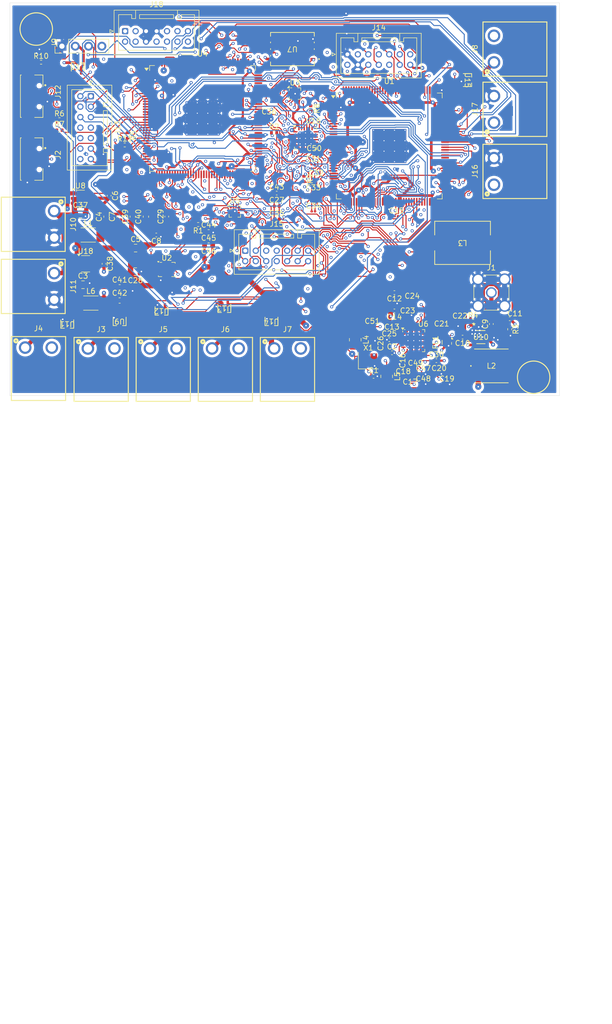
<source format=kicad_pcb>
(kicad_pcb (version 20240108) (generator "pcbnew") (generator_version "8.0")
  (layers (0 "F.Cu" signal) (1 "In1.Cu" signal) (2 "In2.Cu" power) (31 "B.Cu" signal) (34 "B.Paste" user) (35 "F.Paste" user) (36 "B.SilkS" user "B.Silkscreen") (37 "F.SilkS" user "F.Silkscreen") (38 "B.Mask" user) (39 "F.Mask" user) (44 "Edge.Cuts" user))
  (net 0 "")
  (net 1 "+3.3V")
  (net 2 "Net-(U10-RF-IN)")
  (net 3 "Net-(C11-Pad2)")
  (net 4 "Net-(U10-BIAS)")
  (net 5 "Net-(U6-VR_SYNTH)")
  (net 6 "Net-(U6-VR_RF)")
  (net 7 "Net-(U6-VDD_DIG{slash}RX)")
  (net 8 "Net-(U6-SMPS2)")
  (net 9 "Net-(U16-VCCD)")
  (net 10 "/UART00")
  (net 11 "/UART01")
  (net 12 "Net-(J9-Pin_2)")
  (net 13 "Net-(U8-SW)")
  (net 14 "Net-(U6-SMPS1)")
  (net 15 "Net-(U18-SW)")
  (net 16 "/I2C0")
  (net 17 "/I2C1")
  (net 18 "/INT14")
  (net 20 "/CS0")
  (net 22 "/INT10")
  (net 24 "/INT11")
  (net 27 "/INT1")
  (net 28 "/INT2")
  (net 29 "/SPI1")
  (net 30 "/INT0")
  (net 31 "/CS1")
  (net 32 "/INT6")
  (net 33 "/INT9")
  (net 34 "/CS2")
  (net 35 "/INT7")
  (net 36 "/INT8")
  (net 37 "/SPIFI2")
  (net 38 "/SPIFI4")
  (net 39 "/CS5")
  (net 40 "+BATT")
  (net 41 "Net-(U8-BST)")
  (net 42 "/PYROCTRL0")
  (net 43 "Earth")
  (net 44 "Net-(U9-S)")
  (net 45 "Net-(U11-S)")
  (net 46 "/PYROCTRL1")
  (net 47 "Net-(U12-S)")
  (net 48 "/PYROCTRL2")
  (net 49 "/PYROCTRL3")
  (net 50 "Net-(U13-S)")
  (net 51 "/PYROCTRL4")
  (net 52 "Net-(U14-S)")
  (net 53 "/PYROCTRL5")
  (net 54 "Net-(U15-S)")
  (net 55 "/INT18")
  (net 56 "/INT12")
  (net 57 "/INT20")
  (net 58 "/INT13")
  (net 60 "/USB11")
  (net 61 "/SPIFI3")
  (net 62 "/INT19")
  (net 64 "/USB10")
  (net 65 "/INT17")
  (net 66 "/INT16")
  (net 68 "/CS6")
  (net 69 "Net-(U18-BST)")
  (net 70 "Net-(U6-XIN)")
  (net 71 "Net-(U6-XOUT)")
  (net 72 "Vdrive")
  (net 73 "/INT4")
  (net 74 "/INT5")
  (net 75 "/INT3")
  (net 76 "Net-(U1-P2_5)")
  (net 77 "Net-(J12-VCC)")
  (net 78 "Net-(J12-D-)")
  (net 79 "Net-(J12-D+)")
  (net 80 "Net-(U1-USB0_VBUS)")
  (net 81 "Net-(J2-VCC)")
  (net 82 "/USB0-D-")
  (net 83 "/USB0-D+")
  (net 92 "Net-(J18-Pin_9)")
  (net 99 "/CS4")
  (net 106 "Net-(J18-Pin_12)")
  (net 109 "Net-(J18-Pin_10)")
  (net 121 "Net-(J18-Pin_8)")
  (net 127 "Net-(J18-Pin_14)")
  (net 144 "Net-(J18-Pin_11)")
  (net 151 "Net-(J18-Pin_13)")
  (net 180 "/INT21")
  (net 181 "Net-(U6-VREFVCO)")
  (net 182 "/RF-PA-OUT-1")
  (net 183 "/RF-PA-OUT-2")
  (net 184 "/RF-PA-IN")
  (net 185 "/TRANSCEIVER-TX-0")
  (net 186 "/TRANSCEIVER-TX")
  (net 187 "/TXRX+")
  (net 188 "/TXRX-")
  (net 189 "Net-(J13-Pin_4)")
  (net 190 "Net-(J13-Pin_2)")
  (net 191 "Net-(J13-Pin_7)")
  (net 192 "Net-(J13-Pin_10)")
  (net 193 "Net-(J13-Pin_12)")
  (net 194 "Net-(J13-Pin_9)")
  (net 195 "Net-(J13-Pin_8)")
  (net 196 "Net-(J13-Pin_6)")
  (net 197 "Net-(J13-Pin_3)")
  (net 198 "Net-(J13-Pin_1)")
  (net 199 "Net-(J13-Pin_13)")
  (net 200 "Net-(J13-Pin_5)")
  (net 201 "Net-(J13-Pin_11)")
  (net 202 "Net-(J13-Pin_14)")
  (net 203 "Net-(U1-P1_8)")
  (net 204 "Net-(U1-P2_10)")
  (net 205 "Net-(U1-P1_7)")
  (net 206 "Net-(U1-P1_9)")
  (net 207 "Net-(U1-P1_4)")
  (net 208 "Net-(U1-P1_6)")
  (net 209 "Net-(U1-P1_5)")
  (net 210 "/SPIFI1")
  (net 211 "/SPI2")
  (net 212 "/SPI0")
  (net 213 "Net-(C51-Pad2)")
  (net 215 "/CS3")
  (net 222 "/SPIFI0")
  (footprint "Capacitor_SMD:C_0201_0603Metric" (layer "F.Cu") (at 58.48416 33.53)
    (property "Reference" "C32")
    (property "Value" "1uF" (hide yes))
  )
  (footprint "Capacitor_SMD:C_0201_0603Metric" (layer "F.Cu") (at 83.45916 72.805)
    (property "Reference" "C19")
    (property "Value" "100pF" (hide yes))
  )
  (footprint "Capacitor_SMD:C_0402_1005Metric" (layer "F.Cu") (at 73.43916 55.305 180)
    (property "Reference" "C12")
    (property "Value" "4.7uF" (hide yes))
  )
  (footprint "Capacitor_SMD:C_0603_1608Metric" (layer "F.Cu") (at 37.95916 48.825)
    (property "Reference" "C46")
    (property "Value" "22uF" (hide yes))
  )
  (footprint "Connector_JST:JST_PUD_B14B-PUDSS_2x07_P2.00mm_Vertical" (layer "F.Cu") (at 22.00916 5.38)
    (property "Reference" "J18")
    (property "Value" "Conn_02x07_Counter_Clockwise")
  )
  (footprint "Package_DFN_QFN:QFN-24-1EP_4x4mm_P0.5mm_EP2.6x2.6mm_ThermalVias" (layer "F.Cu") (at 56.45916 25.855)
    (property "Reference" "U16")
    (property "Value" "CY7C65211A-24LTXI" (hide yes))
  )
  (footprint "Capacitor_SMD:C_0402_1005Metric" (layer "F.Cu") (at 18.95916 36.805 -90)
    (property "Reference" "C6")
    (property "Value" "0.1uF")
  )
  (footprint "Resistor_SMD:R_0402_1005Metric" (layer "F.Cu") (at 22.45916 25.295 -90)
    (property "Reference" "R5")
    (property "Value" "50" (hide yes))
  )
  (footprint "Package_DFN_QFN:QFN-24-1EP_4x4mm_P0.5mm_EP2.7x2.7mm_ThermalVias" (layer "F.Cu") (at 77.13416 64.48)
    (property "Reference" "U6")
    (property "Value" "S2-LPQTR" (hide yes))
  )
  (footprint "Capacitor_SMD:C_0402_1005Metric" (layer "F.Cu") (at 50.95916 36.305)
    (property "Reference" "C43")
    (property "Value" "150nF" (hide yes))
  )
  (footprint "Resistor_SMD:R_0402_1005Metric" (layer "F.Cu") (at 88.45916 60.805)
    (property "Reference" "R4")
    (property "Value" "681" (hide yes))
  )
  (footprint "Capacitor_SMD:C_0201_0603Metric" (layer "F.Cu") (at 49.50416 21.805)
    (property "Reference" "C36")
    (property "Value" "1uF" (hide yes))
  )
  (footprint "my-footprints:691312510002" (layer "F.Cu") (at 92.45916 20.305 90)
    (property "Reference" "J17")
    (property "Value" "691312510002" (hide yes))
    (property "VALUE" "691312510002" (hide yes))
  )
  (footprint "Capacitor_SMD:C_0603_1608Metric" (layer "F.Cu") (at 23.46916 40.805 90)
    (property "Reference" "C39")
    (property "Value" "22uF" (hide yes))
  )
  (footprint "Connector_Coaxial:SMA_Amphenol_901-144_Vertical" (layer "F.Cu") (at 91.95916 55.305)
    (property "Reference" "J1")
    (property "Value" "Conn_Coaxial_Power" (hide yes))
  )
  (footprint "my-footprints:691312510002" (layer "F.Cu") (at 8.45916 42.265 -90)
    (property "Reference" "J10")
    (property "Value" "691312510002" (hide yes))
    (property "VALUE" "691312510002" (hide yes))
  )
  (footprint "Inductor_SMD:L_2010_5025Metric_Pad1.52x2.65mm_HandSolder" (layer "F.Cu") (at 15.45916 57.305)
    (property "Reference" "L6")
    (property "Value" "4.7uH" (hide yes))
  )
  (footprint "my-footprints:691312510002" (layer "F.Cu") (at 17.43416 65.97)
    (property "Reference" "J3")
    (property "Value" "691312510002" (hide yes))
    (property "VALUE" "691312510002" (hide yes))
  )
  (footprint "Capacitor_SMD:C_0201_0603Metric" (layer "F.Cu") (at 85.95916 60.805)
    (property "Reference" "C22")
    (property "Value" "470pF" (hide yes))
  )
  (footprint "Capacitor_SMD:C_0402_1005Metric" (layer "F.Cu") (at 72.97916 66.805)
    (property "Reference" "C2")
    (property "Value" "12pF" (hide yes))
  )
  (footprint "my-footprints:691312510002" (layer "F.Cu") (at 53.01416 65.97)
    (property "Reference" "J7")
    (property "Value" "691312510002" (hide yes))
    (property "VALUE" "691312510002" (hide yes))
  )
  (footprint "Capacitor_SMD:C_0603_1608Metric" (layer "F.Cu") (at 20.95916 56.815)
    (property "Reference" "C42")
    (property "Value" "22uF" (hide yes))
  )
  (footprint "Capacitor_SMD:C_0201_0603Metric" (layer "F.Cu") (at 69.75916 65.005 -90)
    (property "Reference" "C26")
    (property "Value" "1uF" (hide yes))
  )
  (footprint "Resistor_SMD:R_0402_1005Metric" (layer "F.Cu") (at 9.45916 24.295)
    (property "Reference" "R7")
    (property "Value" "50" (hide yes))
  )
  (footprint "Capacitor_SMD:C_0201_0603Metric" (layer "F.Cu") (at 75.95916 59.805)
    (property "Reference" "C23")
    (property "Value" "100pF" (hide yes))
  )
  (footprint "Package_QFP:LQFP-144-1EP_20x20mm_P0.5mm_EP6.5x6.5mm_ThermalVias" (layer "F.Cu") (at 72.45916 27.305)
    (property "Reference" "U1")
    (property "Value" "LPC4330FBD144" (hide yes))
  )
  (footprint "Capacitor_SMD:C_0402_1005Metric" (layer "F.Cu") (at 27.95916 44.305 180)
    (property "Reference" "C8")
    (property "Value" "0.1uF" (hide yes))
  )
  (footprint "Resistor_SMD:R_0402_1005Metric" (layer "F.Cu") (at 35.95916 42.305 180)
    (property "Reference" "R1")
    (property "Value" "10k" (hide yes))
  )
  (footprint "Package_LGA:LGA-14_3x2.5mm_P0.5mm_LayoutBorder3x4y" (layer "F.Cu") (at 29.95916 50.8925)
    (property "Reference" "U2")
    (property "Value" "LSM6DS3")
  )
  (footprint "my-footprints:8-WSON_EP-3P4X4P3_MAC" (layer "F.Cu") (at 53.95916 8.805 180)
    (property "Reference" "U7")
    (property "Value" "MX35LF1GE4AB-Z4I")
  )
  (footprint "Resistor_SMD:R_0402_1005Metric" (layer "F.Cu") (at 56.15916 33.605 -90)
    (property "Reference" "R9")
    (property "Value" "50" (hide yes))
  )
  (footprint "my-footprints:SOT_12UW-7_DIO" (layer "F.Cu") (at 10.95916 61.305 180)
    (property "Reference" "U11")
    (property "Value" "DMG1012UW-7")
  )
  (footprint "Capacitor_SMD:C_0603_1608Metric" (layer "F.Cu") (at 18.44916 40.805 90)
    (property "Reference" "C4")
    (property "Value" "22uF" (hide yes))
  )
  (footprint "Capacitor_SMD:C_0201_0603Metric" (layer "F.Cu") (at 76.83916 57.005)
    (property "Reference" "C24")
    (property "Value" "470pF" (hide yes))
  )
  (footprint "Inductor_SMD:L_1008_2520Metric_Pad1.43x2.20mm_HandSolder" (layer "F.Cu") (at 71.95916 71.305 -90)
    (property "Reference" "L5")
    (property "Value" "10 uH" (hide yes))
  )
  (footprint "my-footprints:691312510002" (layer "F.Cu") (at 41.15416 65.97)
    (property "Reference" "J6")
    (property "Value" "691312510002" (hide yes))
    (property "VALUE" "691312510002" (hide yes))
  )
  (footprint "Capacitor_SMD:C_0805_2012Metric" (layer "F.Cu") (at 24.00916 46.805)
    (property "Reference" "C5")
    (property "Value" "10uF" (hide yes))
  )
  (footprint "Package_QFP:LQFP-144-1EP_20x20mm_P0.5mm_EP6.5x6.5mm_ThermalVias" (layer "F.Cu") (at 36.79666 22.055)
    (property "Reference" "U4")
    (property "Value" "LPC4330FBD144" (hide yes))
  )
  (footprint "my-footprints:691312510002" (layer "F.Cu") (at 8.45916 54.125 -90)
    (property "Reference" "J11")
    (property "Value" "691312510002" (hide yes))
    (property "VALUE" "691312510002" (hide yes))
  )
  (footprint "my-footprints:691312510002" (layer "F.Cu") (at 5.45916 65.805)
    (property "Reference" "J4")
    (property "Value" "691312510002" (hide yes))
    (property "VALUE" "691312510002" (hide yes))
  )
  (footprint "Capacitor_SMD:C_0201_0603Metric" (layer "F.Cu") (at 72.95916 60.805 180)
    (property "Reference" "C13")
    (property "Value" "100pF" (hide yes))
  )
  (footprint "Resistor_SMD:R_0402_1005Metric" (layer "F.Cu") (at 50.45916 24.805)
    (property "Reference" "R2")
    (property "Value" "10k" (hide yes))
  )
  (footprint "my-footprints:IND_TAIYO_NR6012_TAY" (layer "F.Cu") (at 91.95916 69.305)
    (property "Reference" "L2")
    (property "Value" "NR6012T4R0NE")
  )
  (footprint "Connector_PinHeader_2.54mm:PinHeader_1x04_P2.54mm_Vertical" (layer "F.Cu") (at 9.941345 8.251345 90)
    (property "Reference" "J9")
    (property "Value" "GPS-module")
  )
  (footprint "Capacitor_SMD:C_0402_1005Metric" (layer "F.Cu") (at 81.45916 68.305)
    (property "Reference" "C30")
    (property "Value" "1000pF" (hide yes))
  )
  (footprint "Capacitor_SMD:C_0201_0603Metric" (layer "F.Cu") (at 77.45916 69.805)
    (property "Reference" "C49")
    (property "Value" "470pF" (hide yes))
  )
  (footprint "Capacitor_SMD:C_0805_2012Metric" (layer "F.Cu") (at 23.95916 51.305 180)
    (property "Reference" "C28")
    (property "Value" "10uF" (hide yes))
  )
  (footprint "my-footprints:691312510002" (layer "F.Cu") (at 92.45916 8.805 90)
    (property "Reference" "J8")
    (property "Value" "691312510002" (hide yes))
    (property "VALUE" "691312510002" (hide yes))
  )
  (footprint "my-footprints:SOT_12UW-7_DIO" (layer "F.Cu") (at 40.95916 58.305 180)
    (property "Reference" "U13")
    (property "Value" "DMG1012UW-7")
  )
  (footprint "Capacitor_SMD:C_0402_1005Metric" (layer "F.Cu") (at 95.45916 60.305 180)
    (property "Reference" "C11")
    (property "Value" "12pF" (hide yes))
  )
  (footprint "Capacitor_SMD:C_0402_1005Metric" (layer "F.Cu") (at 72.45916 64.305)
    (property "Reference" "C25")
    (property "Value" "150nF" (hide yes))
  )
  (footprint "Capacitor_SMD:C_0201_0603Metric" (layer "F.Cu") (at 57.95916 39.805)
    (property "Reference" "C34")
    (property "Value" "1uF" (hide yes))
  )
  (footprint "Capacitor_SMD:C_0603_1608Metric" (layer "F.Cu") (at 25.97916 40.805 90)
    (property "Reference" "C40")
    (property "Value" "22uF" (hide yes))
  )
  (footprint "Capacitor_SMD:C_0603_1608Metric" (layer "F.Cu") (at 37.95916 46.315)
    (property "Reference" "C45")
    (property "Value" "22uF" (hide yes))
  )
  (footprint "Package_TO_SOT_SMD:TSOT-23-6" (layer "F.Cu") (at 14.45916 49.805)
    (property "Reference" "U18")
    (property "Value" "AP63203WU" (hide yes))
  )
  (footprint "Capacitor_SMD:C_0201_0603Metric" (layer "F.Cu") (at 73.80416 40.715)
    (property "Reference" "C15")
    (property "Value" "100pF" (hide yes))
  )
  (footprint "my-footprints:SOT_12UW-7_DIO" (layer "F.Cu") (at 87.39246 14.72 -90)
    (property "Reference" "U15")
    (property "Value" "DMG1012UW-7")
  )
  (footprint "Resistor_SMD:R_0402_1005Metric" (layer "F.Cu") (at 95.45916 62.305 -90)
    (property "Reference" "R3")
    (property "Value" "50" (hide yes))
  )
  (footprint "my-footprints:CUI_UJ2-MIBH-G-SMT-TR" (layer "F.Cu") (at 3.45916 17.805 -90)
    (property "Reference" "J12")
    (property "Value" "UJ2-MIBH-G-SMT-TR" (hide yes))
  )
  (footprint "Resistor_SMD:R_0402_1005Metric" (layer "F.Cu") (at 5.95916 11.305)
    (property "Reference" "R10")
    (property "Value" "50")
  )
  (footprint "my-footprints:IND_FP1007R3-R17-R_EAT" (layer "F.Cu") (at 86.45916 45.805 180)
    (property "Reference" "L3")
    (property "Value" "FP1007R3-R17-R")
  )
  (footprint "Capacitor_SMD:C_0603_1608Metric" (layer "F.Cu") (at 20.95916 54.305)
    (property "Reference" "C41")
    (property "Value" "22uF" (hide yes))
  )
  (footprint "Resistor_SMD:R_0402_1005Metric" (layer "F.Cu") (at 21.93416 27.105)
    (property "Reference" "R11")
    (property "Value" "50" (hide yes))
  )
  (footprint "Inductor_SMD:L_1008_2520Metric_Pad1.43x2.20mm_HandSolder" (layer "F.Cu") (at 65.95916 64.305 -90)
    (property "Reference" "L4")
    (property "Value" "10 uH" (hide yes))
  )
  (footprint "Capacitor_SMD:C_0402_1005Metric" (layer "F.Cu") (at 69.45916 71.305)
    (property "Reference" "C1")
    (property "Value" "12pF" (hide yes))
  )
  (footprint "my-footprints:SOT_12UW-7_DIO" (layer "F.Cu") (at 49.95916 60.805 180)
    (property "Reference" "U14")
    (property "Value" "DMG1012UW-7")
  )
  (footprint "Capacitor_SMD:C_0402_1005Metric" (layer "F.Cu") (at 86.45916 63.805 180)
    (property "Reference" "C10")
    (property "Value" "1000pF" (hide yes))
  )
  (footprint "Capacitor_SMD:C_0402_1005Metric" (layer "F.Cu") (at 73.43916 58.805 180)
    (property "Reference" "C14")
    (property "Value" "150nF" (hide yes))
  )
  (footprint "Capacitor_SMD:C_0201_0603Metric" (layer "F.Cu") (at 73.95916 68.305 -90)
    (property "Reference" "C16")
    (property "Value" "470pF" (hide yes))
  )
  (footprint "my-footprints:SOT_12UW-7_DIO" (layer "F.Cu") (at 20.95916 60.805 180)
    (property "Reference" "U9")
    (property "Value" "DMG1012UW-7")
  )
  (footprint "Capacitor_SMD:C_0805_2012Metric" (layer "F.Cu") (at 13.95916 53.805)
    (property "Reference" "C3")
    (property "Value" "10uF" (hide yes))
  )
  (footprint "Capacitor_SMD:C_0402_1005Metric" (layer "F.Cu") (at 17.97916 49.805 -90)
    (property "Reference" "C38")
    (property "Value" "0.1uF" (hide yes))
  )
  (footprint "Capacitor_SMD:C_0201_0603Metric" (layer "F.Cu") (at 58.11416 28.805)
    (property "Reference" "C50")
    (property "Value" "1uF" (hide yes))
  )
  (footprint "Capacitor_SMD:C_0201_0603Metric" (layer "F.Cu") (at 81.95916 70.805)
    (property "Reference" "C20")
    (property "Value" "470pF" (hide yes))
  )
  (footprint "Connector_JST:JST_PUD_B14B-PUDSS_2x07_P2.00mm_Vertical" (layer "F.Cu") (at 64.45916 9.805)
    (property "Reference" "J14")
    (property "Value" "Conn_02x07_Counter_Clockwise" (hide yes))
  )
  (footprint "Capacitor_SMD:C_0201_0603Metric" (layer "F.Cu") (at 76.45916 71.305 180)
    (property "Reference" "C17")
    (property "Value" "100pF" (hide yes))
  )
  (footprint "Capacitor_SMD:C_0603_1608Metric" (layer "F.Cu") (at 37.95916 43.805)
    (property "Reference" "C44")
    (property "Value" "22uF" (hide yes))
  )
  (footprint "Capacitor_SMD:C_0402_1005Metric" (layer "F.Cu") (at 50.95916 38.805)
    (property "Reference" "C27")
    (property "Value" "150nF" (hide yes))
  )
  (footprint "Capacitor_SMD:C_0805_2012Metric" (layer "F.Cu") (at 13.45916 40.305)
    (property "Reference" "C37")
    (property "Value" "10uF")
  )
  (footprint "Capacitor_SMD:C_0201_0603Metric" (layer "F.Cu") (at 78.95916 70.805)
    (property "Reference" "C47")
    (property "Value" "100pF" (hide yes))
  )
  (footprint "Capacitor_SMD:C_0402_1005Metric" (layer "F.Cu") (at 29.95916 40.785 90)
    (property "Reference" "C29")
    (property "Value" "0.1uF" (hide yes))
  )
  (footprint "my-footprints:691312510002" (layer "F.Cu") (at 29.29416 65.97)
    (property "Reference" "J5")
    (property "Value" "691312510002" (hide yes))
    (property "VALUE" "691312510002" (hide yes))
  )
  (footprint "Package_LGA:LGA-12_2x2mm_P0.5mm" (layer "F.Cu") (at 54.45916 17.305)
    (property "Reference" "U3")
    (property "Value" "KX122-1042" (hide yes))
  )
  (footprint "Inductor_SMD:L_2010_5025Metric_Pad1.52x2.65mm_HandSolder" (layer "F.Cu") (at 14.95916 44.305)
    (property "Reference" "L1")
    (property "Value" "4.7uH" (hide yes))
  )
  (footprint "Capacitor_SMD:C_0201_0603Metric" (layer "F.Cu") (at 82.45916 62.305)
    (property "Reference" "C21")
    (property "Value" "100pF" (hide yes))
  )
  (footprint "Capacitor_SMD:C_0201_0603Metric" (layer "F.Cu") (at 57.95916 30.805)
    (property "Reference" "C31")
    (property "Value" "1uF" (hide yes))
  )
  (footprint "my-footprints:SOT_12UW-7_DIO" (layer "F.Cu") (at 28.95916 58.805 180)
    (property "Reference" "U12")
    (property "Value" "DMG1012UW-7")
  )
  (footprint "Capacitor_SMD:C_0603_1608Metric" (layer "F.Cu") (at 20.95916 40.805 90)
    (property "Reference" "C7")
    (property "Value" "22uF" (hide yes))
  )
  (footprint "Capacitor_SMD:C_0201_0603Metric" (layer "F.Cu") (at 75.11416 69.305 180)
    (property "Reference" "C18")
    (property "Value" "470pF" (hide yes))
  )
  (footprint "Connector_JST:JST_PUD_B14B-PUDSS_2x07_P2.00mm_Vertical" (layer "F.Cu") (at 44.95916 47.305)
    (property "Reference" "J15")
    (property "Value" "Conn_02x07_Counter_Clockwise" (hide yes))
  )
  (footprint "Capacitor_SMD:C_0201_0603Metric" (layer "F.Cu") (at 69.20916 61.805)
    (property "Reference" "C51")
    (property "Value" "100pF" (hide yes))
  )
  (footprint "Oscillator:Oscillator_SMD_Abracon_ASE-4Pin_3.2x2.5mm" (layer "F.Cu") (at 68.45916 68.305)
    (property "Reference" "X1")
    (property "Value" "ASE-xxxMHz" (hide yes))
  )
  (footprint "Capacitor_SMD:C_0402_1005Metric" (layer "F.Cu") (at 50.95916 41.305)
    (property "Reference" "C35")
    (property "Value" "150nF" (hide yes))
  )
  (footprint "my-footprints:691312510002" (layer "F.Cu") (at 92.45916 32.165 90)
    (property "Reference" "J16")
    (property "Value" "691312510002" (hide yes))
    (property "VALUE" "691312510002" (hide yes))
  )
  (footprint "Capacitor_SMD:C_0201_0603Metric" (layer "F.Cu") (at 78.95916 72.805)
    (property "Reference" "C48")
    (property "Value" "470pF" (hide yes))
  )
  (footprint "Resistor_SMD:R_0402_1005Metric" (layer "F.Cu") (at 57.45916 20.155 -90)
    (property "Reference" "R8")
    (property "Value" "10k" (hide yes))
  )
  (footprint "my-footprints:CUI_UJ2-MIBH-G-SMT-TR" (layer "F.Cu") (at 3.45916 29.805 -90)
    (property "Reference" "J2")
    (property "Value" "UJ2-MIBH-G-SMT-TR" (hide yes))
  )
  (footprint "Capacitor_SMD:C_0201_0603Metric" (layer "F.Cu") (at 57.95916 36.305)
    (property "Reference" "C33")
    (property "Value" "1uF" (hide yes))
  )
  (footprint "my-footprints:SOT_12UW-7_DIO" (layer "F.Cu") (at 12.95916 12.2067)
    (property "Reference" "U17")
    (property "Value" "DMG1012UW-7")
  )
  (footprint "Capacitor_SMD:C_0402_1005Metric" (layer "F.Cu") (at 91.95916 61.305 90)
    (property "Reference" "C9")
    (property "Value" "1000pF" (hide yes))
  )
  (footprint "Package_LGA:LGA-12_2x2mm_P0.5mm" (layer "F.Cu") (at 42.95916 39.805)
    (property "Reference" "U5")
    (property "Value" "LSM303C" (hide yes))
  )
  (footprint "Resistor_SMD:R_0402_1005Metric" (layer "F.Cu") (at 9.45916 22.305)
    (property "Reference" "R6")
    (property "Value" "50" (hide yes))
  )
  (footprint "Package_TO_SOT_SMD:TSOT-23-6" (layer "F.Cu") (at 13.45916 37.305)
    (property "Reference" "U8")
    (property "Value" "AP63203WU" (hide yes))
  )
  (footprint "Connector_JST:JST_PUD_B14B-PUDSS_2x07_P2.00mm_Vertical" (layer "F.Cu") (at 15.45916 17.805 -90)
    (property "Reference" "J13")
    (property "Value" "Conn_02x07_Counter_Clockwise" (hide yes))
  )
  (footprint "RF_Converter:Balun_Johanson_1.6x0.8mm" (layer "F.Cu") (at 83.45916 64.805 -90)
    (property "Reference" "FL1")
    (property "Value" "0850BM14E0016" (hide yes))
  )
  (footprint "my-footprints:CA1389_MNC" (layer "F.Cu") (at 89.95916 63.805)
    (property "Reference" "U10")
    (property "Value" "PSA-5455+")
  )
  (gr_circle (center 100.035 71.476) (end 103.135 71.476) (stroke (width 0.2)) (fill none) (layer "F.SilkS"))
  (gr_circle (center 5.035 4.976) (end 8.135 4.976) (stroke (width 0.2)) (fill none) (layer "F.SilkS"))
  (gr_rect (start -0.013655 -0.023655) (end 104.986345 74.976345) (stroke (width 0.05)) (fill none) (layer "Edge.Cuts"))
  (segment (start 81.20916 25.555) (end 81.15916 25.605) (width 0.2) (layer "F.Cu") (net 1))
  (segment (start 57.25916 18.305) (end 57.25916 19.605) (width 0.2) (layer "F.Cu") (net 1))
  (segment (start 77.00916 34.705) (end 74.93416 36.78) (width 0.5) (layer "F.Cu") (net 1))
  (segment (start 74.70916 37.9675) (end 74.20916 37.9675) (width 0.2) (layer "F.Cu") (net 1))
  (segment (start 72.63916 61.843578) (end 73.229136 62.433554) (width 0.4) (layer "F.Cu") (net 1))
  (segment (start 44.65916 29.28) (end 44.80916 29.13) (width 0.4) (layer "F.Cu") (net 1))
  (segment (start 25.50873 53.98) (end 28.78416 53.98) (width 1) (layer "F.Cu") (net 1))
  (segment (start 67.20916 16.6425) (end 67.20916 18.955) (width 0.2) (layer "F.Cu") (net 1))
  (segment (start 45.95916 13.07491) (end 46.574205 13.689955) (width 0.2) (layer "F.Cu") (net 1))
  (segment (start 73.229136 62.433554) (end 74.000582 63.205) (width 0.4) (layer "F.Cu") (net 1))
  (segment (start 65.988471 31.505) (end 67.28416 32.800689) (width 0.5) (layer "F.Cu") (net 1))
  (segment (start 34.54666 10.62259) (end 34.81425 10.355) (width 0.2) (layer "F.Cu") (net 1))
  (segment (start 44.54666 12.16241) (end 44.54666 11.3925) (width 0.2) (layer "F.Cu") (net 1))
  (segment (start 63.00916 26.405) (end 63.00916 26.205) (width 0.2) (layer "F.Cu") (net 1))
  (segment (start 13.32166 48.855) (end 13.32166 46.8925) (width 0.6) (layer "F.Cu") (net 1))
  (segment (start 48.15503 55.3445) (end 50.29866 55.3445) (width 1) (layer "F.Cu") (net 1))
  (segment (start 73.95916 67.985) (end 73.77916 67.985) (width 0.2) (layer "F.Cu") (net 1))
  (segment (start 31.43416 31.355) (end 30.63925 31.355) (width 0.2) (layer "F.Cu") (net 1))
  (segment (start 31.54666 12.16241) (end 31.81425 12.43) (width 0.2) (layer "F.Cu") (net 1))
  (segment (start 39.27283 31.58) (end 39.45916 31.58) (width 0.4) (layer "F.Cu") (net 1))
  (segment (start 23.05916 41.99) (end 23.46916 41.58) (width 0.6) (layer "F.Cu") (net 1))
  (segment (start 45.43416 40.28) (end 44.63416 39.48) (width 0.4) (layer "F.Cu") (net 1))
  (segment (start 13.32166 48.855) (end 13.69666 48.48) (width 0.5) (layer "F.Cu") (net 1))
  (segment (start 54.422961 22.4188) (end 53.987166 21.983005) (width 0.4) (layer "F.Cu") (net 1))
  (segment (start 75.17166 63.205) (end 74.000582 63.205) (width 0.4) (layer "F.Cu") (net 1))
  (segment (start 76.51916 58.725001) (end 76.51916 57.005) (width 0.2) (layer "F.Cu") (net 1))
  (segment (start 36.36921 30.205) (end 37.51921 31.355) (width 0.4) (layer "F.Cu") (net 1))
  (segment (start 37.18416 50.58) (end 37.18416 50.43) (width 0.4) (layer "F.Cu") (net 1))
  (segment (start 20.18416 54.13) (end 23.00916 51.305) (width 0.8) (layer "F.Cu") (net 1))
  (segment (start 87.94916 59.815) (end 87.95916 59.805) (width 0.5) (layer "F.Cu") (net 1))
  (segment (start 80.70916 37.9675) (end 80.70916 36.955) (width 0.2) (layer "F.Cu") (net 1))
  (segment (start 72.95916 55.305) (end 72.54916 55.715) (width 0.6) (layer "F.Cu") (net 1))
  (segment (start 38.54666 32.44759) (end 38.54666 32.7175) (width 0.2) (layer "F.Cu") (net 1))
  (segment (start 36.54666 11.3925) (end 36.54666 12.16241) (width 0.2) (layer "F.Cu") (net 1))
  (segment (start 65.874416 67.48) (end 65.874416 69.395256) (width 0.2) (layer "F.Cu") (net 1))
  (segment (start 72.74916 59.815) (end 72.75916 59.805) (width 0.2) (layer "F.Cu") (net 1))
  (segment (start 75.88416 61.38) (end 76.20916 61.055) (width 0.2) (layer "F.Cu") (net 1))
  (segment (start 31.12166 51.6425) (end 31.12166 52.005432) (width 0.2) (layer "F.Cu") (net 1))
  (segment (start 31.54666 10.62259) (end 31.54666 11.3925) (width 0.2) (layer "F.Cu") (net 1))
  (segment (start 28.18416 26.58509) (end 27.45916 25.86009) (width 0.2) (layer "F.Cu") (net 1))
  (segment (start 10.35916 11.405) (end 10.45916 11.305) (width 0.2) (layer "F.Cu") (net 1))
  (segment (start 13.69666 48.48) (end 13.69666 47.8425) (width 0.5) (layer "F.Cu") (net 1))
  (segment (start 74.70916 36.855) (end 74.78416 36.78) (width 0.2) (layer "F.Cu") (net 1))
  (segment (start 72.20916 18.955) (end 72.15916 19.005) (width 0.2) (layer "F.Cu") (net 1))
  (segment (start 27.45916 25.86009) (end 26.90407 25.305) (width 0.2) (layer "F.Cu") (net 1))
  (segment (start 67.739822 34.910121) (end 68.845121 34.910121) (width 0.5) (layer "F.Cu") (net 1))
  (segment (start 61.79666 20.555) (end 64.20916 20.555) (width 0.2) (layer "F.Cu") (net 1))
  (segment (start 77.38416 66.4425) (end 77.38416 68.611544) (width 0.2) (layer "F.Cu") (net 1))
  (segment (start 10.35916 11.405) (end 12.85916 11.405) (width 0.5) (layer "F.Cu") (net 1))
  (segment (start 67.28416 33.605) (end 67.28416 32.800689) (width 0.5) (layer "F.Cu") (net 1))
  (segment (start 72.63269 60.805) (end 72.311345 61.126345) (width 0.4) (layer "F.Cu") (net 1))
  (segment (start 66.03416 27.88) (end 64.55916 26.405) (width 0.5) (layer "F.Cu") (net 1))
  (segment (start 78.63916 72.805) (end 78.63916 72.205) (width 0.2) (layer "F.Cu") (net 1))
  (segment (start 43.72166 39.555) (end 43.72166 39.055) (width 0.2) (layer "F.Cu") (net 1))
  (segment (start 45.4594 40.28) (end 45.43416 40.28) (width 0.4) (layer "F.Cu") (net 1))
  (segment (start 73.48416 40.556544) (end 73.825704 40.215) (width 0.2) (layer "F.Cu") (net 1))
  (segment (start 67.20916 18.955) (end 67.15916 19.005) (width 0.2) (layer "F.Cu") (net 1))
  (segment (start 83.12166 19.055) (end 80.80916 19.055) (width 0.2) (layer "F.Cu") (net 1))
  (segment (start 53.975317 24.278793) (end 55.04911 23.205) (width 0.4) (layer "F.Cu") (net 1))
  (segment (start 31.27907 10.355) (end 31.54666 10.62259) (width 0.2) (layer "F.Cu") (net 1))
  (segment (start 36.27907 10.355) (end 36.54666 10.62259) (width 0.2) (layer "F.Cu") (net 1))
  (segment (start 13.32166 46.8925) (end 13.40916 46.805) (width 0.6) (layer "F.Cu") (net 1))
  (segment (start 23.05916 51.53043) (end 24.53373 53.005) (width 1) (layer "F.Cu") (net 1))
  (segment (start 78.63916 69.866544) (end 78.63916 69.925) (width 0.2) (layer "F.Cu") (net 1))
  (segment (start 31.54666 11.3925) (end 31.54666 12.16241) (width 0.2) (layer "F.Cu") (net 1))
  (segment (start 42.357106 30.98987) (end 42.343243 30.976007) (width 0.2) (layer "F.Cu") (net 1))
  (segment (start 67.40916 67.48) (end 65.874416 67.48) (width 0.2) (layer "F.Cu") (net 1))
  (segment (start 12.48416 46.805) (end 13.40916 46.805) (width 1) (layer "F.Cu") (net 1))
  (segment (start 45.68925 12.805) (end 45.95916 12.805) (width 0.2) (layer "F.Cu") (net 1))
  (segment (start 78.63916 70.085) (end 78.63916 70.805) (width 0.2) (layer "F.Cu") (net 1))
  (segment (start 44.80916 29.13) (end 45.13416 28.805) (width 0.2) (layer "F.Cu") (net 1))
  (segment (start 57.09916 18.145) (end 57.25916 18.305) (width 0.2) (layer "F.Cu") (net 1))
  (segment (start 73.95916 36.78) (end 74.55916 36.78) (width 0.5) (layer "F.Cu") (net 1))
  (segment (start 53.83916 24.278793) (end 54.195453 24.278793) (width 0.2) (layer "F.Cu") (net 1))
  (segment (start 63.10916 30.155) (end 62.70916 30.555) (width 0.2) (layer "F.Cu") (net 1))
  (segment (start 45.04666 31.94759) (end 45.04666 32.7175) (width 0.2) (layer "F.Cu") (net 1))
  (segment (start 29.54666 12.66241) (end 29.54666 11.3925) (width 0.2) (layer "F.Cu") (net 1))
  (segment (start 42.357106 31.182603) (end 43.321507 31.182603) (width 0.4) (layer "F.Cu") (net 1))
  (segment (start 74.70916 37.9675) (end 74.45916 37.7175) (width 0.2) (layer "F.Cu") (net 1))
  (segment (start 45.95916 12.805) (end 45.95916 12.905) (width 0.2) (layer "F.Cu") (net 1))
  (segment (start 12.85916 11.405) (end 12.95916 11.305) (width 0.5) (layer "F.Cu") (net 1))
  (segment (start 20.18416 56.815) (end 20.18416 54.13) (width 0.4) (layer "F.Cu") (net 1))
  (segment (start 27.431615 21.832545) (end 27.431615 20.407545) (width 0.2) (layer "F.Cu") (net 1))
  (segment (start 72.63916 60.805) (end 72.63269 60.805) (width 0.4) (layer "F.Cu") (net 1))
  (segment (start 62.70916 30.555) (end 61.79666 30.555) (width 0.2) (layer "F.Cu") (net 1))
  (segment (start 27.65916 52.1175) (end 27.65916 53.98) (width 0.2) (layer "F.Cu") (net 1))
  (segment (start 49.94916 25.156255) (end 49.94916 24.805) (width 0.2) (layer "F.Cu") (net 1))
  (segment (start 29.184592 52.1175) (end 27.65916 52.1175) (width 0.2) (layer "F.Cu") (net 1))
  (segment (start 13.40916 46.805) (end 13.88416 46.805) (width 1) (layer "F.Cu") (net 1))
  (segment (start 72.925766 33.43) (end 75.73416 33.43) (width 0.5) (layer "F.Cu") (net 1))
  (segment (start 72.311345 61.126345) (end 72.33916 61.126345) (width 0.4) (layer "F.Cu") (net 1))
  (segment (start 64.90916 19.03) (end 64.93416 19.005) (width 0.5) (layer "F.Cu") (net 1))
  (segment (start 44.48416 20.53) (end 44.48416 21.73625) (width 0.4) (layer "F.Cu") (net 1))
  (segment (start 41.55916 52.405) (end 45.21553 52.405) (width 1) (layer "F.Cu") (net 1))
  (segment (start 67.15916 19.005) (end 68.65916 20.505) (width 0.5) (layer "F.Cu") (net 1))
  (segment (start 64.90916 19.03) (end 65.20916 18.73) (width 0.2) (layer "F.Cu") (net 1))
  (segment (start 57.09916 18.055) (end 57.09916 18.145) (width 0.2) (layer "F.Cu") (net 1))
  (segment (start 72.54916 55.715) (end 72.54916 60.805) (width 0.6) (layer "F.Cu") (net 1))
  (segment (start 27.431615 21.832545) (end 26.931615 21.332545) (width 0.2) (layer "F.Cu") (net 1))
  (segment (start 62.85916 26.055) (end 61.79666 26.055) (width 0.2) (layer "F.Cu") (net 1))
  (segment (start 27.45916 25.86009) (end 28.20916 25.11009) (width 0.2) (layer "F.Cu") (net 1))
  (segment (start 44.44 39.48) (end 44.015 39.055) (width 0.2) (layer "F.Cu") (net 1))
  (segment (start 65.45916 60.805) (end 72.63916 60.805) (width 0.2) (layer "F.Cu") (net 1))
  (segment (start 53.83916 24.278793) (end 53.975317 24.278793) (width 0.4) (layer "F.Cu") (net 1))
  (segment (start 12.62166 44.305) (end 12.62166 47.305) (width 0.5) (layer "F.Cu") (net 1))
  (segment (start 73.88416 63.23) (end 72.74916 62.095) (width 0.2) (layer "F.Cu") (net 1))
  (segment (start 13.88416 46.805) (end 14.53416 46.805) (width 1) (layer "F.Cu") (net 1))
  (segment (start 64.20916 20.555) (end 64.50916 20.855) (width 0.5) (layer "F.Cu") (net 1))
  (segment (start 80.75916 36.605) (end 80.75916 36.205) (width 0.5) (layer "F.Cu") (net 1))
  (segment (start 73.825704 40.215) (end 74.20916 40.215) (width 0.2) (layer "F.Cu") (net 1))
  (segment (start 84.69 34.055) (end 83.12166 34.055) (width 0.2) (layer "F.Cu") (net 1))
  (segment (start 78.63916 69.925) (end 78.55916 70.005) (width 0.2) (layer "F.Cu") (net 1))
  (segment (start 26.931615 21.332545) (end 26.90407 21.305) (width 0.2) (layer "F.Cu") (net 1))
  (segment (start 89.45916 69.4555) (end 89.60966 69.305) (width 1) (layer "F.Cu") (net 1))
  (segment (start 65.874416 69.395256) (end 69.95916 73.48) (width 0.2) (layer "F.Cu") (net 1))
  (segment (start 45.13416 28.805) (end 45.75916 28.805) (width 0.2) (layer "F.Cu") (net 1))
  (segment (start 44.63416 39.48) (end 43.72166 39.48) (width 0.4) (layer "F.Cu") (net 1))
  (segment (start 24.53373 53.005) (end 25.50873 53.98) (width 1) (layer "F.Cu") (net 1))
  (segment (start 12.88416 44.5675) (end 12.62166 44.305) (width 0.5) (layer "F.Cu") (net 1))
  (segment (start 43.321507 31.182603) (end 44.65916 29.84495) (width 0.4) (layer "F.Cu") (net 1))
  (segment (start 47.45916 20.305) (end 45.92166 20.305) (width 0.2) (layer "F.Cu") (net 1))
  (segment (start 13.88416 46.805) (end 13.88416 47.205) (width 0.5) (layer "F.Cu") (net 1))
  (segment (start 75.88416 62.5175) (end 75.88416 61.38) (width 0.2) (layer "F.Cu") (net 1))
  (segment (start 14.53416 47.6425) (end 14.53416 46.805) (width 0.5) (layer "F.Cu") (net 1))
  (segment (start 53.987166 21.983005) (end 54.111345 21.858827) (width 0.4) (layer "F.Cu") (net 1))
  (segment (start 78.55916 70.005) (end 78.63916 70.085) (width 0.2) (layer "F.Cu") (net 1))
  (segment (start 74.20916 37.03) (end 73.95916 36.78) (width 0.2) (layer "F.Cu") (net 1))
  (segment (start 63.95916 62.305) (end 65.45916 60.805) (width 0.2) (layer "F.Cu") (net 1))
  (segment (start 81.15916 19.405) (end 80.75916 19.005) (width 0.5) (layer "F.Cu") (net 1))
  (segment (start 37.18416 48.825) (end 37.18416 43.805) (width 0.4) (layer "F.Cu") (net 1))
  (segment (start 78.63916 72.205) (end 78.63916 70.805) (width 0.2) (layer "F.Cu") (net 1))
  (segment (start 65.55916 36.68) (end 64.88416 36.005) (width 0.4) (layer "F.Cu") (net 1))
  (segment (start 64.90916 19.855) (end 64.20916 20.555) (width 0.5) (layer "F.Cu") (net 1))
  (segment (start 49.06416 10.71) (end 48.75916 10.405) (width 0.5) (layer "F.Cu") (net 1))
  (segment (start 89.45916 73.276345) (end 89.45916 69.4555) (width 1) (layer "F.Cu") (net 1))
  (segment (start 70.20916 16.6425) (end 70.20916 18.955) (width 0.2) (layer "F.Cu") (net 1))
  (segment (start 39.95916 31.68) (end 39.45916 31.68) (width 0.2) (layer "F.Cu") (net 1))
  (segment (start 44.77907 31.68) (end 39.95916 31.68) (width 0.2) (layer "F.Cu") (net 1))
  (segment (start 75.63916 59.805) (end 75.63916 59.605001) (width 0.2) (layer "F.Cu") (net 1))
  (segment (start 62.85916 26.555) (end 63.00916 26.405) (width 0.2) (layer "F.Cu") (net 1))
  (segment (start 44.48416 14.38) (end 44.48416 20.53) (width 0.4) (layer "F.Cu") (net 1))
  (segment (start 39.45916 31.68) (end 39.13416 31.355) (width 0.2) (layer "F.Cu") (net 1))
  (segment (start 63.95916 65.564744) (end 63.95916 62.305) (width 0.2) (layer "F.Cu") (net 1))
  (segment (start 37.18416 50.38) (end 37.18416 48.825) (width 0.4) (layer "F.Cu") (net 1))
  (segment (start 36.54666 12.16241) (end 37.98925 13.605) (width 0.2) (layer "F.Cu") (net 1))
  (segment (start 75.17166 63.1175) (end 75.17166 63.205) (width 0.4) (layer "F.Cu") (net 1))
  (segment (start 55.16916 18.8575) (end 55.22166 18.805) (width 0.4) (layer "F.Cu") (net 1))
  (segment (start 67.28416 33.605) (end 64.88416 36.005) (width 0.5) (layer "F.Cu") (net 1))
  (segment (start 39.45916 31.68) (end 39.31425 31.68) (width 0.2) (layer "F.Cu") (net 1))
  (segment (start 43.10407 13.605) (end 44.27907 12.43) (width 0.2) (layer "F.Cu") (net 1))
  (segment (start 65.35916 66.964744) (end 63.95916 65.564744) (width 0.2) (layer "F.Cu") (net 1))
  (segment (start 65.399416 67.005) (end 65.35916 67.005) (width 0.2) (layer "F.Cu") (net 1))
  (segment (start 18.44916 41.58) (end 25.97916 41.58) (width 0.4) (layer "F.Cu") (net 1))
  (segment (start 23.05916 46.805) (end 23.05916 41.99) (width 0.6) (layer "F.Cu") (net 1))
  (segment (start 29.54666 10.62259) (end 29.81425 10.355) (width 0.2) (layer "F.Cu") (net 1))
  (segment (start 74.55916 36.78) (end 74.78416 36.78) (width 0.5) (layer "F.Cu") (net 1))
  (segment (start 74.70916 37.9675) (end 74.70916 36.855) (width 0.2) (layer "F.Cu") (net 1))
  (segment (start 13.40916 46.805) (end 13.40916 47.555) (width 0.6) (layer "F.Cu") (net 1))
  (segment (start 29.30916 18.53) (end 29.30916 15.305) (width 0.2) (layer "F.Cu") (net 1))
  (segment (start 73.45916 68.305) (end 73.45916 69.423456) (width 0.2) (layer "F.Cu") (net 1))
  (segment (start 74.78416 36.78) (end 80.53416 36.78) (width 0.5) (layer "F.Cu") (net 1))
  (segment (start 29.30916 15.305) (end 26.13416 15.305) (width 0.2) (layer "F.Cu") (net 1))
  (segment (start 13.88416 48.2925) (end 13.88416 48.03) (width 0.5) (layer "F.Cu") (net 1))
  (segment (start 13.88416 48.03) (end 13.88416 46.805) (width 0.5) (layer "F.Cu") (net 1))
  (segment (start 55.20916 23.205) (end 54.422961 22.4188) (width 0.4) (layer "F.Cu") (net 1))
  (segment (start 78.75916 12.405) (end 77.05916 12.405) (width 0.4) (layer "F.Cu") (net 1))
  (segment (start 26.13416 30.805) (end 28.18416 30.805) (width 0.2) (layer "F.Cu") (net 1))
  (segment (start 67.300483 35.34946) (end 67.739822 34.910121) (width 0.5) (layer "F.Cu") (net 1))
  (segment (start 39.31425 31.68) (end 38.54666 32.44759) (width 0.2) (layer "F.Cu") (net 1))
  (segment (start 72.311345 61.126345) (end 72.161345 61.276345) (width 0.4) (layer "F.Cu") (net 1))
  (segment (start 13.32166 48.855) (end 13.88416 48.2925) (width 0.5) (layer "F.Cu") (net 1))
  (segment (start 28.18416 30.805) (end 28.18416 26.58509) (width 0.2) (layer "F.Cu") (net 1))
  (segment (start 64.50916 25.905) (end 64.20916 26.205) (width 0.5) (layer "F.Cu") (net 1))
  (segment (start 83.12166 25.555) (end 81.20916 25.555) (width 0.2) (layer "F.Cu") (net 1))
  (segment (start 84.911345 34.276345) (end 84.69 34.055) (width 0.2) (layer "F.Cu") (net 1))
  (segment (start 45.95916 12.905) (end 45.90916 12.955) (width 0.2) (layer "F.Cu") (net 1))
  (segment (start 70.20916 18.955) (end 70.15916 19.005) (width 0.2) (layer "F.Cu") (net 1))
  (segment (start 72.63916 61.843578) (end 72.63916 61.605) (width 0.4) (layer "F.Cu") (net 1))
  (segment (start 80.48416 31.705) (end 80.48416 26.28) (width 0.5) (layer "F.Cu") (net 1))
  (segment (start 80.20916 18.455) (end 80.75916 19.005) (width 0.2) (layer "F.Cu") (net 1))
  (segment (start 27.47916 44.305) (end 27.47916 43.745) (width 0.4) (layer "F.Cu") (net 1))
  (segment (start 66.60916 35.754761) (end 66.609399 35.754761) (width 0.6) (layer "F.Cu") (net 1))
  (segment (start 74.20916 37.9675) (end 74.45916 37.7175) (width 0.2) (layer "F.Cu") (net 1))
  (segment (start 45.92166 20.305) (end 45.82166 20.405) (width 0.2) (layer "F.Cu") (net 1))
  (segment (start 71.14256 34.355) (end 72.000766 34.355) (width 0.5) (layer "F.Cu") (net 1))
  (segment (start 74.93416 36.78) (end 73.95916 36.78) (width 0.5) (layer "F.Cu") (net 1))
  (segment (start 73.77916 67.985) (end 73.45916 68.305) (width 0.2) (layer "F.Cu") (net 1))
  (segment (start 39.04666 31.94759) (end 39.04666 32.7175) (width 0.2) (layer "F.Cu") (net 1))
  (segment (start 63.00916 26.405) (end 64.00916 26.405) (width 0.2) (layer "F.Cu") (net 1))
  (segment (start 65.55916 36.805) (end 65.55916 36.68) (width 0.4) (layer "F.Cu") (net 1))
  (segment (start 30.31425 31.68) (end 30.04666 31.94759) (width 0.2) (layer "F.Cu") (net 1))
  (segment (start 29.54666 11.3925) (end 29.54666 10.62259) (width 0.2) (layer "F.Cu") (net 1))
  (segment (start 34.27907 12.43) (end 34.54666 12.16241) (width 0.2) (layer "F.Cu") (net 1))
  (segment (start 13.32166 48.855) (end 12.88416 48.4175) (width 0.5) (layer "F.Cu") (net 1))
  (segment (start 54.111345 21.222765) (end 55.16916 20.16495) (width 0.4) (layer "F.Cu") (net 1))
  (segment (start 42.357106 31.182603) (end 42.009709 31.53) (width 0.5) (layer "F.Cu") (net 1))
  (segment (start 76.20916 61.055) (end 75.63916 60.485) (width 0.2) (layer "F.Cu") (net 1))
  (segment (start 23.05916 46.805) (end 23.05916 51.53043) (width 1) (layer "F.Cu") (net 1))
  (segment (start 10.98416 36.355) (end 10.95916 36.38) (width 0.8) (layer "F.Cu") (net 1))
  (segment (start 37.18416 50.43) (end 37.15916 50.405) (width 0.4) (layer "F.Cu") (net 1))
  (segment (start 12.32166 36.355) (end 10.98416 36.355) (width 0.8) (layer "F.Cu") (net 1))
  (segment (start 29.852789 53.98) (end 30.143475 53.689315) (width 1) (layer "F.Cu") (net 1))
  (segment (start 26.661705 21.332545) (end 26.13416 20.805) (width 0.2) (layer "F.Cu") (net 1))
  (segment (start 28.20916 22.61009) (end 27.431615 21.832545) (width 0.2) (layer "F.Cu") (net 1))
  (segment (start 54.024846 20.805) (end 54.024846 21.136266) (width 0.2) (layer "F.Cu") (net 1))
  (segment (start 44.63416 39.48) (end 44.44 39.48) (width 0.2) (layer "F.Cu") (net 1))
  (segment (start 72.95916 55.305) (end 72.95916 59.605) (width 0.4) (layer "F.Cu") (net 1))
  (segment (start 29.95916 53.167932) (end 29.95916 53.505) (width 0.2) (layer "F.Cu") (net 1))
  (segment (start 73.48416 40.715) (end 73.48416 40.556544) (width 0.2) (layer "F.Cu") (net 1))
  (segment (start 45.82166 20.405) (end 44.60916 20.405) (width 0.2) (layer "F.Cu") (net 1))
  (segment (start 63.00916 26.205) (end 62.85916 26.055) (width 0.2) (layer "F.Cu") (net 1))
  (segment (start 39.13416 31.44133) (end 39.27283 31.58) (width 0.4) (layer "F.Cu") (net 1))
  (segment (start 45.4594 40.28) (end 45.33416 40.15476) (width 0.2) (layer "F.Cu") (net 1))
  (segment (start 29.45916 51.805) (end 29.45916 51.842932) (width 0.2) (layer "F.Cu") (net 1))
  (segment (start 72.63916 61.605) (end 75.65916 61.605) (width 0.4) (layer "F.Cu") (net 1))
  (segment (start 37.93416 31.53) (end 37.75916 31.355) (width 0.5) (layer "F.Cu") (net 1))
  (segment (start 34.54666 11.3925) (end 34.54666 10.62259) (width 0.2) (layer "F.Cu") (net 1))
  (segment (start 66.75916 35.605) (end 66.88416 35.48) (width 0.5) (layer "F.Cu") (net 1))
  (segment (start 72.74916 59.795) (end 72.74916 59.015) (width 0.2) (layer "F.Cu") (net 1))
  (segment (start 64.50916 20.855) (end 64.50916 25.905) (width 0.5) (layer "F.Cu") (net 1))
  (segment (start 74.45916 37.7175) (end 74.45916 36.88) (width 0.2) (layer "F.Cu") (net 1))
  (segment (start 27.47916 43.745) (end 29.95916 41.265) (width 0.4) (layer "F.Cu") (net 1))
  (segment (start 53.69666 17.555) (end 53.239062 17.555) (width 0.2) (layer "F.Cu") (net 1))
  (segment (start 72.63916 60.805) (end 72.63916 61.426345) (width 0.4) (layer "F.Cu") (net 1))
  (segment (start 72.74916 59.015) (end 72.95916 58.805) (width 0.2) (layer "F.Cu") (net 1))
  (segment (start 23.00916 51.48043) (end 24.53373 53.005) (width 1) (layer "F.Cu") (net 1))
  (segment (start 65.85916 30.155) (end 66.03416 29.98) (width 0.5) (layer "F.Cu") (net 1))
  (segment (start 81.15916 25.605) (end 81.15916 19.405) (width 0.5) (layer "F.Cu") (net 1))
  (segment (start 41.95916 25.01995) (end 45.751685 28.812475) (width 0.4) (layer "F.Cu") (net 1))
  (segment (start 74.20916 37.9675) (end 74.20916 37.03) (width 0.2) (layer "F.Cu") (net 1))
  (segment (start 12.45916 46.805) (end 12.48416 46.805) (width 1) (layer "F.Cu") (net 1))
  (segment (start 23.05916 51.53043) (end 25.50873 53.98) (width 1) (layer "F.Cu") (net 1))
  (segment (start 72.000766 34.355) (end 72.925766 33.43) (width 0.5) (layer "F.Cu") (net 1))
  (segment (start 64.00916 26.405) (end 64.20916 26.205) (width 0.2) (layer "F.Cu") (net 1))
  (segment (start 65.55916 36.805) (end 66.75916 35.605) (width 0.5) (layer "F.Cu") (net 1))
  (segment (start 57.09916 18.055) (end 57.14916 18.105) (width 0.2) (layer "F.Cu") (net 1))
  (segment (start 72.74916 62.095) (end 72.74916 59.815) (width 0.2) (layer "F.Cu") (net 1))
  (segment (start 66.88416 35.48) (end 67.300483 35.48) (width 0.5) (layer "F.Cu") (net 1))
  (segment (start 75.65916 61.605) (end 75.65916 62.63) (width 0.4) (layer "F.Cu") (net 1))
  (segment (start 64.40916 26.405) (end 64.20916 26.205) (width 0.5) (layer "F.Cu") (net 1))
  (segment (start 45.90916 12.955) (end 44.48416 14.38) (width 0.4) (layer "F.Cu") (net 1))
  (segment (start 30.63925 31.355) (end 30.31425 31.68) (width 0.2) (layer "F.Cu") (net 1))
  (segment (start 13.40916 47.555) (end 13.69666 47.8425) (width 0.6) (layer "F.Cu") (net 1))
  (segment (start 75.65916 62.63) (end 75.17166 63.1175) (width 0.4) (layer "F.Cu") (net 1))
  (segment (start 30.04666 31.94759) (end 30.04666 32.7175) (width 0.2) (layer "F.Cu") (net 1))
  (segment (start 64.90916 19.03) (end 64.90916 19.855) (width 0.5) (layer "F.Cu") (net 1))
  (segment (start 64.45916 30.155) (end 65.85916 30.155) (width 0.5) (layer "F.Cu") (net 1))
  (segment (start 75.65916 61.605) (end 75.88416 61.38) (width 0.4) (layer "F.Cu") (net 1))
  (segment (start 44.60916 20.405) (end 44.48416 20.53) (width 0.2) (layer "F.Cu") (net 1))
  (segment (start 75.88416 61.38) (end 75.85916 61.405) (width 0.4) (layer "F.Cu") (net 1))
  (segment (start 20.18416 54.305) (end 16.884159 54.305) (width 0.6) (layer "F.Cu") (net 1))
  (segment (start 36.46916 43.09) (end 37.18416 43.805) (width 0.2) (layer "F.Cu") (net 1))
  (segment (start 87.94916 60.805) (end 87.95916 59.805) (width 0.2) (layer "F.Cu") (net 1))
  (segment (start 65.20916 18.73) (end 65.20916 16.6425) (width 0.2) (layer "F.Cu") (net 1))
  (segment (start 26.90407 25.305) (end 26.13416 25.305) (width 0.2) (layer "F.Cu") (net 1))
  (segment (start 12.88416 46.805) (end 23.05916 46.805) (width 1) (layer "F.Cu") (net 1))
  (segment (start 77.05916 12.405) (end 76.45916 11.805) (width 0.4) (layer "F.Cu") (net 1))
  (segment (start 45.126685 28.812475) (end 44.80916 29.13) (width 0.4) (layer "F.Cu") (net 1))
  (segment (start 12.62166 48.155) (end 13.32166 48.855) (width 0.5) (layer "F.Cu") (net 1))
  (segment (start 50.06026 10.71) (end 49.06416 10.71) (width 0.5) (layer "F.Cu") (net 1))
  (segment (start 72.95916 59.605) (end 72.75916 59.805) (width 0.4) (layer "F.Cu") (net 1))
  (segment (start 50.29866 55.3445) (end 56.55916 61.605) (width 1) (layer "F.Cu") (net 1))
  (segment (start 13.69666 47.8425) (end 13.88416 48.03) (width 0.6) (layer "F.Cu") (net 1))
  (segment (start 13.88416 47.205) (end 14.42791 47.74875) (width 0.5) (layer "F.Cu") (net 1))
  (segment (start 54.195453 24.278793) (end 54.52166 24.605) (width 0.2) (layer "F.Cu") (net 1))
  (segment (start 63.90916 36.055) (end 61.79666 36.055) (width 0.2) (layer "F.Cu") (net 1))
  (segment (start 55.95916 18.055) (end 57.09916 18.055) (width 0.2) (layer "F.Cu") (net 1))
  (segment (start 41.95916 24.26125) (end 41.95916 25.01995) (width 0.4) (layer "F.Cu") (net 1))
  (segment (start 55.22166 18.805) (end 55.22166 18.055) (width 0.2) (layer "F.Cu") (net 1))
  (segment (start 30.236705 31.602455) (end 30.236705 31.582545) (width 0.2) (layer "F.Cu") (net 1))
  (segment (start 75.63916 59.605001) (end 76.51916 58.725001) (width 0.2) (layer "F.Cu") (net 1))
  (segment (start 23.46916 41.58) (end 23.46916 46.395) (width 0.4) (layer "F.Cu") (net 1))
  (segment (start 30.00916 31.355) (end 29.95916 31.305) (width 0.4) (layer "F.Cu") (net 1))
  (segment (start 42.357106 31.182603) (end 42.357106 30.98987) (width 0.2) (layer "F.Cu") (net 1))
  (segment (start 13.884159 57.305) (end 13.12166 57.305) (width 0.6) (layer "F.Cu") (net 1))
  (segment (start 29.45916 12.74991) (end 29.54666 12.66241) (width 0.2) (layer "F.Cu") (net 1))
  (segment (start 25.97916 42.805) (end 27.47916 44.305) (width 0.4) (layer "F.Cu") (net 1))
  (segment (start 73.45916 69.423456) (end 76.240704 72.205) (width 0.2) (layer "F.Cu") (net 1))
  (segment (start 63.95916 36.005) (end 63.90916 36.055) (width 0.2) (layer "F.Cu") (net 1))
  (segment (start 34.55916 53.005) (end 37.15916 50.405) (width 1) (layer "F.Cu") (net 1))
  (segment (start 87.94916 60.805) (end 87.94916 59.815) (width 0.5) (layer "F.Cu") (net 1))
  (segment (start 41.94666 24.2925) (end 41.94666 24.9925) (width 0.2) (layer "F.Cu") (net 1))
  (segment (start 37.15916 50.405) (end 39.55916 50.405) (width 1) (layer "F.Cu") (net 1))
  (segment (start 77.96416 73.48) (end 78.63916 72.805) (width 0.2) (layer "F.Cu") (net 1))
  (segment (start 74.20916 40.215) (end 74.20916 37.9675) (width 0.2) (layer "F.Cu") (net 1))
  (segment (start 75.17166 63.23) (end 73.88416 63.23) (width 0.2) (layer "F.Cu") (net 1))
  (segment (start 23.00916 51.305) (end 23.00916 51.48043) (width 1) (layer "F.Cu") (net 1))
  (segment (start 12.48416 46.805) (end 12.88416 46.805) (width 1) (layer "F.Cu") (net 1))
  (segment (start 25.50873 53.98) (end 29.852789 53.98) (width 1) (layer "F.Cu") (net 1))
  (segment (start 28.20916 25.11009) (end 28.20916 22.61009) (width 0.2) (layer "F.Cu") (net 1))
  (segment (start 31.43416 31.355) (end 32.58416 30.205) (width 0.4) (layer "F.Cu") (net 1))
  (segment (start 50.10916 25.316255) (end 49.94916 25.156255) (width 0.2) (layer "F.Cu") (net 1))
  (segment (start 80.53416 36.78) (end 80.55916 36.805) (width 0.5) (layer "F.Cu") (net 1))
  (segment (start 32.58416 30.205) (end 36.36921 30.205) (width 0.4) (layer "F.Cu") (net 1))
  (segment (start 44.65916 29.84495) (end 44.65916 29.28) (width 0.4) (layer "F.Cu") (net 1))
  (segment (start 65.80916 31.505) (end 64.45916 30.155) (width 0.5) (layer "F.Cu") (net 1))
  (segment (start 13.40916 46.805) (end 13.40916 45.0925) (width 0.6) (layer "F.Cu") (net 1))
  (segment (start 31.12166 52.005432) (end 29.95916 53.167932) (width 0.2) (layer "F.Cu") (net 1))
  (segment (start 80.70916 36.955) (end 80.55916 36.805) (width 0.2) (layer "F.Cu") (net 1))
  (segment (start 13.32166 48.855) (end 14.42791 47.74875) (width 0.5) (layer "F.Cu") (net 1))
  (segment (start 44.015 39.055) (end 43.72166 39.055) (width 0.2) (layer "F.Cu") (net 1))
  (segment (start 45.95916 13.005) (end 45.95916 13.07491) (width 0.2) (layer "F.Cu") (net 1))
  (segment (start 28.78416 53.98) (end 29.852789 53.98) (width 1) (layer "F.Cu") (net 1))
  (segment (start 55.22166 18.055) (end 55.95916 18.055) (width 0.2) (layer "F.Cu") (net 1))
  (segment (start 31.43416 31.355) (end 30.00916 31.355) (width 0.4) (layer "F.Cu") (net 1))
  (segment (start 30.143475 53.689315) (end 30.827789 53.005) (width 1) (layer "F.Cu") (net 1))
  (segment (start 39.31425 31.68) (end 39.04666 31.94759) (width 0.2) (layer "F.Cu") (net 1))
  (segment (start 37.15916 50.405) (end 37.18416 50.38) (width 0.4) (layer "F.Cu") (net 1))
  (segment (start 42.009709 31.53) (end 37.93416 31.53) (width 0.5) (layer "F.Cu") (net 1))
  (segment (start 27.431615 20.407545) (end 29.30916 18.53) (width 0.2) (layer "F.Cu") (net 1))
  (segment (start 39.13416 31.355) (end 39.13416 31.44133) (width 0.4) (layer "F.Cu") (net 1))
  (segment (start 64.88416 36.005) (end 63.95916 36.005) (width 0.2) (layer "F.Cu") (net 1))
  (segment (start 68.845121 34.910121) (end 69.71628 35.78128) (width 0.5) (layer "F.Cu") (net 1))
  (segment (start 55.16916 20.16495) (end 55.16916 18.8575) (width 0.4) (layer "F.Cu") (net 1))
  (segment (start 52.036345 18.757717) (end 52.036345 18.816499) (width 0.2) (layer "F.Cu") (net 1))
  (segment (start 63.00916 26.205) (end 64.20916 26.205) (width 0.2) (layer "F.Cu") (net 1))
  (segment (start 45.75916 28.805) (end 47.45916 28.805) (width 0.2) (layer "F.Cu") (net 1))
  (segment (start 45.21553 52.405) (end 48.15503 55.3445) (width 1) (layer "F.Cu") (net 1))
  (segment (start 65.874416 67.48) (end 65.399416 67.005) (width 0.2) (layer "F.Cu") (net 1))
  (segment (start 12.88416 48.4175) (end 12.88416 46.805) (width 0.5) (layer "F.Cu") (net 1))
  (segment (start 30.236705 31.582545) (end 29.95916 31.305) (width 0.2) (layer "F.Cu") (net 1))
  (segment (start 80.20916 16.6425) (end 80.20916 18.455) (width 0.2) (layer "F.Cu") (net 1))
  (segment (start 25.97916 41.58) (end 25.97916 42.805) (width 0.4) (layer "F.Cu") (net 1))
  (segment (start 75.73416 33.43) (end 77.00916 34.705) (width 0.5) (layer "F.Cu") (net 1))
  (segment (start 44.27907 12.43) (end 44.54666 12.16241) (width 0.2) (layer "F.Cu") (net 1))
  (segment (start 55.860631 18.055) (end 55.95916 18.055) (width 0.2) (layer "F.Cu") (net 1))
  (segment (start 80.88416 32.105) (end 80.48416 31.705) (width 0.5) (layer "F.Cu") (net 1))
  (segment (start 66.03416 29.98) (end 66.03416 27.88) (width 0.5) (layer "F.Cu") (net 1))
  (segment (start 45.33416 40.15476) (end 45.33416 39.98) (width 0.2) (layer "F.Cu") (net 1))
  (segment (start 72.161345 61.365763) (end 72.63916 61.843578) (width 0.4) (layer "F.Cu") (net 1))
  (segment (start 72.15916 19.005) (end 80.75916 19.005) (width 0.5) (layer "F.Cu") (net 1))
  (segment (start 74.34166 67.985) (end 75.88416 66.4425) (width 0.2) (layer "F.Cu") (net 1))
  (segment (start 26.90407 21.305) (end 26.13416 21.305) (width 0.2) (layer "F.Cu") (net 1))
  (segment (start 64.45916 30.155) (end 63.10916 30.155) (width 0.2) (layer "F.Cu") (net 1))
  (segment (start 34.54666 12.16241) (end 34.54666 11.3925) (width 0.2) (layer "F.Cu") (net 1))
  (segment (start 41.94666 24.9925) (end 45.75916 28.805) (width 0.2) (layer "F.Cu") (net 1))
  (segment (start 16.884159 54.305) (end 13.884159 57.305) (width 0.6) (layer "F.Cu") (net 1))
  (segment (start 26.931615 21.332545) (end 26.661705 21.332545) (width 0.2) (layer "F.Cu") (net 1))
  (segment (start 72.33916 61.126345) (end 72.63916 61.426345) (width 0.4) (layer "F.Cu") (net 1))
  (segment (start 77.38416 68.611544) (end 78.63916 69.866544) (width 0.2) (layer "F.Cu") (net 1))
  (segment (start 44.27907 12.43) (end 45.31425 12.43) (width 0.2) (layer "F.Cu") (net 1))
  (segment (start 27.65916 53.98) (end 28.78416 53.98) (width 0.2) (layer "F.Cu") (net 1))
  (segment (start 55.04911 23.205) (end 55.20916 23.205) (width 0.4) (layer "F.Cu") (net 1))
  (segment (start 36.54666 10.62259) (end 36.54666 11.3925) (width 0.2) (layer "F.Cu") (net 1))
  (segment (start 64.93416 19.005) (end 67.15916 19.005) (width 0.5) (layer "F.Cu") (net 1))
  (segment (start 65.70916 36.955) (end 65.55916 36.805) (width 0.2) (layer "F.Cu") (net 1))
  (segment (start 80.80916 19.055) (end 80.75916 19.005) (width 0.2) (layer "F.Cu") (net 1))
  (segment (start 72.63916 61.426345) (end 72.63916 61.605) (width 0.4) (layer "F.Cu") (net 1))
  (segment (start 80.55916 36.805) (end 80.75916 36.605) (width 0.5) (layer "F.Cu") (net 1))
  (segment (start 74.45916 36.88) (end 74.55916 36.78) (width 0.2) (layer "F.Cu") (net 1))
  (segment (start 64.55916 26.405) (end 64.40916 26.405) (width 0.5) (layer "F.Cu") (net 1))
  (segment (start 72.20916 16.6425) (end 72.20916 18.955) (width 0.2) (layer "F.Cu") (net 1))
  (segment (start 44.48416 21.73625) (end 41.95916 24.26125) (width 0.4) (layer "F.Cu") (net 1))
  (segment (start 30.31425 31.68) (end 30.236705 31.602455) (width 0.2) (layer "F.Cu") (net 1))
  (segment (start 29.45916 51.842932) (end 29.184592 52.1175) (width 0.2) (layer "F.Cu") (net 1))
  (segment (start 69.95916 73.48) (end 77.96416 73.48) (width 0.2) (layer "F.Cu") (net 1))
  (segment (start 55.22166 18.805) (end 55.22166 18.693971) (width 0.2) (layer "F.Cu") (net 1))
  (segment (start 30.827789 53.005) (end 34.55916 53.005) (width 1) (layer "F.Cu") (net 1))
  (segment (start 12.62166 47.305) (end 12.62166 48.155) (width 0.5) (layer "F.Cu") (net 1))
  (segment (start 45.31425 12.43) (end 45.68925 12.805) (width 0.2) (layer "F.Cu") (net 1))
  (segment (start 68.65916 20.505) (end 70.15916 19.005) (width 0.5) (layer "F.Cu") (net 1))
  (segment (start 66.609399 35.754761) (end 66.75916 35.605) (width 0.6) (layer "F.Cu") (net 1))
  (segment (start 34.81425 10.355) (end 36.27907 10.355) (width 0.2) (layer "F.Cu") (net 1))
  (segment (start 55.20916 23.8675) (end 55.20916 23.205) (width 0.2) (layer "F.Cu") (net 1))
  (segment (start 61.79666 26.555) (end 62.85916 26.555) (width 0.2) (layer "F.Cu") (net 1))
  (segment (start 45.90916 12.955) (end 45.95916 13.005) (width 0.2) (layer "F.Cu") (net 1))
  (segment (start 36.46916 42.305) (end 36.46916 43.09) (width 0.2) (layer "F.Cu") (net 1))
  (segment (start 55.22166 18.693971) (end 55.860631 18.055) (width 0.2) (layer "F.Cu") (net 1))
  (segment (start 54.111345 21.858827) (end 54.111345 21.222765) (width 0.4) (layer "F.Cu") (net 1))
  (segment (start 37.98925 13.605) (end 43.10407 13.605) (width 0.2) (layer "F.Cu") (net 1))
  (segment (start 10.95916 36.38) (end 10.95916 39.305) (width 0.8) (layer "F.Cu") (net 1))
  (segment (start 75.63916 60.485) (end 75.63916 59.805) (width 0.2) (layer "F.Cu") (net 1))
  (segment (start 69.71628 35.78128) (end 71.14256 34.355) (width 0.5) (layer "F.Cu") (net 1))
  (segment (start 52.036345 18.816499) (end 54.024846 20.805) (width 0.2) (layer "F.Cu") (net 1))
  (segment (start 29.45916 12.805) (end 29.45916 12.74991) (width 0.2) (layer "F.Cu") (net 1))
  (segment (start 72.161345 61.276345) (end 72.161345 61.365763) (width 0.4) (layer "F.Cu") (net 1))
  (segment (start 46.574205 13.689955) (end 46.68925 13.805) (width 0.2) (layer "F.Cu") (net 1))
  (segment (start 65.988471 31.505) (end 65.80916 31.505) (width 0.5) (layer "F.Cu") (net 1))
  (segment (start 29.40407 12.805) (end 29.45916 12.805) (width 0.2) (layer "F.Cu") (net 1))
  (segment (start 75.85916 61.405) (end 75.85916 62.5175) (width 0.4) (layer "F.Cu") (net 1))
  (segment (start 29.95916 31.305) (end 29.93925 31.305) (width 0.2) (layer "F.Cu") (net 1))
  (segment (start 65.70916 37.9675) (end 65.70916 36.955) (width 0.2) (layer "F.Cu") (net 1))
  (segment (start 45.751685 28.812475) (end 45.126685 28.812475) (width 0.4) (layer "F.Cu") (net 1))
  (segment (start 80.48416 26.28) (end 81.15916 25.605) (width 0.5) (layer "F.Cu") (net 1))
  (segment (start 72.75916 59.805) (end 72.74916 59.795) (width 0.2) (layer "F.Cu") (net 1))
  (segment (start 31.81425 12.43) (end 34.27907 12.43) (width 0.2) (layer "F.Cu") (net 1))
  (segment (start 45.04666 31.94759) (end 44.77907 31.68) (width 0.2) (layer "F.Cu") (net 1))
  (segment (start 65.35916 67.005) (end 65.35916 66.964744) (width 0.2) (layer "F.Cu") (net 1))
  (segment (start 12.88416 46.805) (end 12.88416 44.5675) (width 0.5) (layer "F.Cu") (net 1))
  (segment (start 37.75916 31.355) (end 39.13416 31.355) (width 0.4) (layer "F.Cu") (net 1))
  (segment (start 67.300483 35.48) (end 67.300483 35.34946) (width 0.5) (layer "F.Cu") (net 1))
  (segment (start 70.15916 19.005) (end 72.15916 19.005) (width 0.5) (layer "F.Cu") (net 1))
  (segment (start 72.95916 58.805) (end 72.95916 55.305) (width 0.2) (layer "F.Cu") (net 1))
  (segment (start 13.40916 45.0925) (end 12.62166 44.305) (width 0.6) (layer "F.Cu") (net 1))
  (segment (start 46.68925 13.805) (end 47.45916 13.805) (width 0.2) (layer "F.Cu") (net 1))
  (segment (start 76.240704 72.205) (end 78.63916 72.205) (width 0.2) (layer "F.Cu") (net 1))
  (segment (start 37.51921 31.355) (end 37.75916 31.355) (width 0.4) (layer "F.Cu") (net 1))
  (segment (start 39.55916 50.405) (end 41.55916 52.405) (width 1) (layer "F.Cu") (net 1))
  (segment (start 74.34166 67.985) (end 73.95916 67.985) (width 0.2) (layer "F.Cu") (net 1))
  (segment (start 54.024846 21.136266) (end 54.111345 21.222765) (width 0.2) (layer "F.Cu") (net 1))
  (segment (start 29.95916 53.505) (end 30.143475 53.689315) (width 0.2) (layer "F.Cu") (net 1))
  (segment (start 29.81425 10.355) (end 31.27907 10.355) (width 0.2) (layer "F.Cu") (net 1))
  (segment (start 14.42791 47.74875) (end 14.53416 47.6425) (width 0.5) (layer "F.Cu") (net 1))
  (segment (start 20.18416 54.305) (end 20.18416 54.13) (width 0.8) (layer "F.Cu") (net 1))
  (segment (start 53.239062 17.555) (end 52.036345 18.757717) (width 0.2) (layer "F.Cu") (net 1))
  (via (at 65.988471 31.505) (size 1) (drill 0.3) (layers "F.Cu" "B.Cu") (net 1))
  (via (at 42.357106 31.182603) (size 1.2) (drill 0.3) (layers "F.Cu" "B.Cu") (net 1))
  (via (at 29.384161 12.890894) (size 1.2) (drill 0.3) (layers "F.Cu" "B.Cu") (net 1))
  (via (at 10.35916 11.405) (size 0.6) (drill 0.3) (layers "F.Cu" "B.Cu") (net 1))
  (via (at 12.48416 46.805) (size 1.2) (drill 0.3) (layers "F.Cu" "B.Cu") (net 1))
  (via (at 45.761345 13.001345) (size 1) (drill 0.3) (layers "F.Cu" "B.Cu") (net 1))
  (via (at 64.90916 19.03) (size 0.8) (drill 0.3) (layers "F.Cu" "B.Cu") (net 1))
  (via (at 37.15916 50.405) (size 1.2) (drill 0.3) (layers "F.Cu" "B.Cu") (net 1))
  (via (at 80.88416 32.105) (size 1) (drill 0.3) (layers "F.Cu" "B.Cu") (net 1))
  (via (at 56.55916 61.605) (size 1.2) (drill 0.3) (layers "F.Cu" "B.Cu") (net 1))
  (via (at 66.60916 35.754761) (size 1) (drill 0.3) (layers "F.Cu" "B.Cu") (net 1))
  (via (at 50.10916 25.316255) (size 0.6) (drill 0.3) (layers "F.Cu" "B.Cu") (net 1))
  (via (at 84.911345 34.276345) (size 0.6) (drill 0.3) (layers "F.Cu" "B.Cu") (net 1))
  (via (at 78.75916 12.405) (size 0.8) (drill 0.3) (layers "F.Cu" "B.Cu") (net 1))
  (via (at 29.03416 17.705) (size 0.8) (drill 0.3) (layers "F.Cu" "B.Cu") (net 1))
  (via (at 48.75916 10.405) (size 0.6) (drill 0.3) (layers "F.Cu" "B.Cu") (net 1))
  (via (at 45.4594 40.28) (size 0.6) (drill 0.3) (layers "F.Cu" "B.Cu") (net 1))
  (via (at 29.95916 31.305) (size 0.6) (drill 0.3) (layers "F.Cu" "B.Cu") (net 1))
  (via (at 78.55916 70.005) (size 0.6) (drill 0.3) (layers "F.Cu" "B.Cu") (net 1))
  (via (at 10.95916 39.305) (size 1) (drill 0.2) (layers "F.Cu" "B.Cu") (net 1))
  (via (at 80.75916 36.205) (size 0.8) (drill 0.3) (layers "F.Cu" "B.Cu") (net 1))
  (via (at 89.45916 73.276345) (size 1.2) (drill 0.3) (layers "F.Cu" "B.Cu") (net 1))
  (via (at 53.83916 24.278793) (size 0.8) (drill 0.3) (layers "F.Cu" "B.Cu") (net 1))
  (via (at 80.75916 19.005) (size 0.8) (drill 0.3) (layers "F.Cu" "B.Cu") (net 1))
  (via (at 65.35916 67.005) (size 1.2) (drill 0.3) (layers "F.Cu" "B.Cu") (net 1))
  (via (at 72.75916 59.805) (size 0.6) (drill 0.3) (layers "F.Cu" "B.Cu") (net 1))
  (via (at 87.95916 59.805) (size 0.6) (drill 0.3) (layers "F.Cu" "B.Cu") (net 1))
  (segment (start 87.00916 50.1834) (end 82.63076 45.805) (width 0.6) (layer "F.Cu") (net 2))
  (segment (start 86.836345 63.702185) (end 86.836345 61.329115) (width 0.6) (layer "F.Cu") (net 2))
  (segment (start 87.59956 64.4654) (end 88.86696 64.4654) (width 0.5) (layer "F.Cu") (net 2))
  (segment (start 86.836345 61.329115) (end 87.00916 61.1563) (width 0.6) (layer "F.Cu") (net 2))
  (segment (start 86.93916 63.805) (end 86.836345 63.702185) (width 0.6) (layer "F.Cu") (net 2))
  (segment (start 87.00916 61.1563) (end 87.00916 50.1834) (width 0.6) (layer "F.Cu") (net 2))
  (segment (start 86.93916 63.805) (end 87.59956 64.4654) (width 0.5) (layer "F.Cu") (net 2))
  (segment (start 94.97916 61.315) (end 95.45916 61.795) (width 0.2) (layer "F.Cu") (net 3))
  (segment (start 94.97916 60.305) (end 94.97916 61.315) (width 0.2) (layer "F.Cu") (net 3))
  (segment (start 88.96916 60.936056) (end 88.96916 60.805) (width 0.5) (layer "F.Cu") (net 4))
  (segment (start 91.05136 64.4654) (end 91.5754 64.4654) (width 0.5) (layer "F.Cu") (net 4))
  (segment (start 96.07416 51.5916) (end 96.07416 60.17) (width 0.5) (layer "F.Cu") (net 4))
  (segment (start 87.636345 61.805) (end 87.866345 61.575) (width 0.5) (layer "F.Cu") (net 4))
  (segment (start 92.286345 65.226345) (end 92.336345 65.226345) (width 0.5) (layer "F.Cu") (net 4))
  (segment (start 95.93916 60.785) (end 96.45916 61.305) (width 0.5) (layer "F.Cu") (net 4))
  (segment (start 87.866345 61.575) (end 88.330216 61.575) (width 0.5) (layer "F.Cu") (net 4))
  (segment (start 92.286345 65.176345) (end 92.286345 65.226345) (width 0.5) (layer "F.Cu") (net 4))
  (segment (start 90.28756 45.805) (end 96.07416 51.5916) (width 0.5) (layer "F.Cu") (net 4))
  (segment (start 95.93916 60.305) (end 96.02416 60.22) (width 0.2) (layer "F.Cu") (net 4))
  (segment (start 91.05136 64.4654) (end 90.21176 65.305) (width 0.5) (layer "F.Cu") (net 4))
  (segment (start 91.5754 64.4654) (end 92.286345 65.176345) (width 0.5) (layer "F.Cu") (net 4))
  (segment (start 90.21176 65.305) (end 87.45916 65.305) (width 0.5) (layer "F.Cu") (net 4))
  (segment (start 92.336345 65.226345) (end 92.336345 65.226345) (width 0.5) (layer "F.Cu") (net 4))
  (segment (start 96.02416 60.22) (end 96.02416 51.41) (width 0.2) (layer "F.Cu") (net 4))
  (segment (start 88.330216 61.575) (end 88.96916 60.936056) (width 0.5) (layer "F.Cu") (net 4))
  (segment (start 96.07416 60.17) (end 95.93916 60.305) (width 0.5) (layer "F.Cu") (net 4))
  (segment (start 95.93916 60.305) (end 95.93916 60.785) (width 0.5) (layer "F.Cu") (net 4))
  (via (at 87.636345 61.805) (size 0.6) (drill 0.3) (layers "F.Cu" "B.Cu") (net 4))
  (via (at 92.286345 65.226345) (size 0.8) (drill 0.3) (layers "F.Cu" "B.Cu") (net 4))
  (via (at 96.45916 61.305) (size 0.6) (drill 0.3) (layers "F.Cu" "B.Cu") (net 4))
  (via (at 87.45916 65.305) (size 0.6) (drill 0.3) (layers "F.Cu" "B.Cu") (net 4))
  (segment (start 76.77916 70.65) (end 76.77916 71.305) (width 0.2) (layer "F.Cu") (net 5))
  (segment (start 76.38416 68.355) (end 75.43416 69.305) (width 0.2) (layer "F.Cu") (net 5))
  (segment (start 76.38416 66.4425) (end 76.38416 68.355) (width 0.2) (layer "F.Cu") (net 5))
  (segment (start 75.43416 69.305) (end 76.77916 70.65) (width 0.2) (layer "F.Cu") (net 5))
  (segment (start 82.13916 71.805) (end 83.13916 72.805) (width 0.2) (layer "F.Cu") (net 6))
  (segment (start 81.63916 71.305) (end 81.95916 71.625) (width 0.2) (layer "F.Cu") (net 6))
  (segment (start 79.24666 67.305) (end 80.45916 67.305) (width 0.2) (layer "F.Cu") (net 6))
  (segment (start 81.63916 70.805) (end 81.63916 71.305) (width 0.2) (layer "F.Cu") (net 6))
  (segment (start 81.95916 71.625) (end 81.95916 71.805) (width 0.2) (layer "F.Cu") (net 6))
  (segment (start 78.38416 66.4425) (end 79.24666 67.305) (width 0.2) (layer "F.Cu") (net 6))
  (segment (start 81.95916 71.805) (end 82.13916 71.805) (width 0.2) (layer "F.Cu") (net 6))
  (via (at 80.45916 67.305) (size 0.6) (drill 0.3) (layers "F.Cu" "B.Cu") (net 6))
  (via (at 81.95916 71.805) (size 0.6) (drill 0.3) (layers "F.Cu" "B.Cu") (net 6))
  (segment (start 82.13916 62.305) (end 82.13916 62.105001) (width 0.2) (layer "F.Cu") (net 7))
  (segment (start 79.09666 64.73) (end 79.71416 64.73) (width 0.2) (layer "F.Cu") (net 7))
  (segment (start 82.13916 62.105001) (end 83.439161 60.805) (width 0.2) (layer "F.Cu") (net 7))
  (segment (start 79.71416 64.73) (end 82.13916 62.305) (width 0.2) (layer "F.Cu") (net 7))
  (segment (start 83.439161 60.805) (end 85.63916 60.805) (width 0.2) (layer "F.Cu") (net 7))
  (segment (start 65.024846 61.805) (end 68.88916 61.805) (width 0.2) (layer "F.Cu") (net 8))
  (segment (start 64.55916 62.270686) (end 65.024846 61.805) (width 0.2) (layer "F.Cu") (net 8))
  (segment (start 64.55916 64.0675) (end 64.55916 62.270686) (width 0.2) (layer "F.Cu") (net 8))
  (segment (start 73.01416 64.23) (end 72.93916 64.305) (width 0.2) (layer "F.Cu") (net 8))
  (segment (start 68.95916 65.4675) (end 71.77666 65.4675) (width 0.2) (layer "F.Cu") (net 8))
  (segment (start 65.95916 65.4675) (end 64.55916 64.0675) (width 0.2) (layer "F.Cu") (net 8))
  (segment (start 71.77666 65.4675) (end 72.93916 64.305) (width 0.2) (layer "F.Cu") (net 8))
  (segment (start 65.95916 65.4675) (end 68.95916 65.4675) (width 0.2) (layer "F.Cu") (net 8))
  (segment (start 75.17166 64.23) (end 73.01416 64.23) (width 0.2) (layer "F.Cu") (net 8))
  (segment (start 57.70916 28.755) (end 57.10916 29.355) (width 0.2) (layer "F.Cu") (net 9))
  (segment (start 57.70916 27.7425) (end 57.70916 28.755) (width 0.2) (layer "F.Cu") (net 9))
  (segment (start 57.10916 29.355) (end 57.10916 29.639693) (width 0.2) (layer "F.Cu") (net 9))
  (segment (start 57.10916 29.639693) (end 57.35916 29.889693) (width 0.2) (layer "F.Cu") (net 9))
  (segment (start 57.35916 29.889693) (end 57.35916 30.525) (width 0.2) (layer "F.Cu") (net 9))
  (segment (start 57.35916 30.525) (end 57.63916 30.805) (width 0.2) (layer "F.Cu") (net 9))
  (segment (start 75.70916 37.9675) (end 75.70916 38.803096) (width 0.2) (layer "F.Cu") (net 10))
  (segment (start 15.98416 8.55) (end 15.98416 12.205) (width 0.2) (layer "F.Cu") (net 10))
  (segment (start 26.45916 37.63) (end 26.60916 37.48) (width 0.2) (layer "F.Cu") (net 10))
  (segment (start 15.90916 12.205) (end 15.90916 12.13) (width 0.2) (layer "F.Cu") (net 10))
  (segment (start 75.35916 40.31277) (end 75.65916 40.61277) (width 0.2) (layer "F.Cu") (net 10))
  (segment (start 21.80916 37.805) (end 26.28416 37.805) (width 0.2) (layer "F.Cu") (net 10))
  (segment (start 75.35916 39.153096) (end 75.35916 40.31277) (width 0.2) (layer "F.Cu") (net 10))
  (segment (start 26.85916 37.405) (end 26.90916 37.48) (width 0.2) (layer "F.Cu") (net 10))
  (segment (start 75.65916 40.61277) (end 75.65916 43.255) (width 0.2) (layer "F.Cu") (net 10))
  (segment (start 40.04666 35.3425) (end 40.28416 35.58) (width 0.2) (layer "F.Cu") (net 10))
  (segment (start 75.65916 43.255) (end 75.63416 43.28) (width 0.2) (layer "F.Cu") (net 10))
  (segment (start 15.73916 8.305) (end 15.98416 8.55) (width 0.2) (layer "F.Cu") (net 10))
  (segment (start 26.28416 37.805) (end 26.45916 37.63) (width 0.2) (layer "F.Cu") (net 10))
  (segment (start 75.70916 38.803096) (end 75.35916 39.153096) (width 0.2) (layer "F.Cu") (net 10))
  (segment (start 15.98416 12.205) (end 15.98416 12.205) (width 0.2) (layer "F.Cu") (net 10))
  (segment (start 15.98416 12.205) (end 15.90916 12.205) (width 0.2) (layer "F.Cu") (net 10))
  (segment (start 26.60916 37.48) (end 26.85916 37.405) (width 0.2) (layer "F.Cu") (net 10))
  (segment (start 40.04666 32.7175) (end 40.04666 35.3425) (width 0.2) (layer "F.Cu") (net 10))
  (via (at 75.63416 43.28) (size 0.6) (drill 0.3) (layers "F.Cu" "B.Cu") (net 10))
  (via (at 67.045925 48.43) (size 0.6) (drill 0.3) (layers "F.Cu" "B.Cu") (net 10))
  (via (at 15.90916 12.205) (size 0.6) (drill 0.3) (layers "F.Cu" "B.Cu") (net 10))
  (via (at 21.80916 37.805) (size 0.6) (drill 0.3) (layers "F.Cu" "B.Cu") (net 10))
  (via (at 40.28416 35.58) (size 0.6) (drill 0.3) (layers "F.Cu" "B.Cu") (net 10))
  (via (at 26.85916 37.405) (size 0.6) (drill 0.3) (layers "F.Cu" "B.Cu") (net 10))
  (via (at 33.48416 54.405) (size 0.6) (drill 0.3) (layers "F.Cu" "B.Cu") (net 10))
  (segment (start 25.95916 36.98) (end 21.78416 36.98) (width 0.2) (layer "F.Cu") (net 11))
  (segment (start 74.88416 39.06241) (end 75.20916 38.73741) (width 0.2) (layer "F.Cu") (net 11))
  (segment (start 75.05916 40.578456) (end 74.88416 40.403456) (width 0.2) (layer "F.Cu") (net 11))
  (segment (start 39.35916 35.605) (end 39.30916 35.605) (width 0.2) (layer "F.Cu") (net 11))
  (segment (start 39.54666 35.3675) (end 39.35916 35.555) (width 0.2) (layer "F.Cu") (net 11))
  (segment (start 75.20916 38.73741) (end 75.20916 37.9675) (width 0.2) (layer "F.Cu") (net 11))
  (segment (start 39.30916 35.605) (end 39.40916 35.505) (width 0.2) (layer "F.Cu") (net 11))
  (segment (start 39.35916 35.555) (end 39.35916 35.605) (width 0.2) (layer "F.Cu") (net 11))
  (segment (start 74.88416 40.403456) (end 74.88416 39.06241) (width 0.2) (layer "F.Cu") (net 11))
  (segment (start 26.33416 36.605) (end 25.95916 36.98) (width 0.2) (layer "F.Cu") (net 11))
  (segment (start 75.05916 42.705) (end 75.05916 40.578456) (width 0.2) (layer "F.Cu") (net 11))
  (segment (start 39.54666 32.7175) (end 39.54666 35.3675) (width 0.2) (layer "F.Cu") (net 11))
  (via (at 21.78416 36.98) (size 0.6) (drill 0.3) (layers "F.Cu" "B.Cu") (net 11))
  (via (at 17.90916 10.73) (size 0.6) (drill 0.3) (layers "F.Cu" "B.Cu") (net 11))
  (via (at 34.20916 38.955) (size 0.6) (drill 0.3) (layers "F.Cu" "B.Cu") (net 11))
  (via (at 34.93416 36.08) (size 0.6) (drill 0.3) (layers "F.Cu" "B.Cu") (net 11))
  (via (at 75.05916 42.705) (size 0.6) (drill 0.3) (layers "F.Cu" "B.Cu") (net 11))
  (via (at 39.35916 35.605) (size 0.6) (drill 0.3) (layers "F.Cu" "B.Cu") (net 11))
  (via (at 32.68416 43.205) (size 0.6) (drill 0.3) (layers "F.Cu" "B.Cu") (net 11))
  (via (at 26.33416 36.605) (size 0.6) (drill 0.3) (layers "F.Cu" "B.Cu") (net 11))
  (segment (start 13.609159 13.1084) (end 13.609159 12.3138) (width 0.5) (layer "F.Cu") (net 12))
  (segment (start 14.04916 11.873799) (end 14.04916 9.155) (width 0.5) (layer "F.Cu") (net 12))
  (segment (start 13.609159 12.3138) (end 14.04916 11.873799) (width 0.5) (layer "F.Cu") (net 12))
  (segment (start 14.04916 9.155) (end 13.19916 8.305) (width 0.5) (layer "F.Cu") (net 12))
  (segment (start 17.29666 38.9475) (end 18.95916 37.285) (width 0.6) (layer "F.Cu") (net 13))
  (segment (start 17.29666 44.305) (end 17.29666 38.9475) (width 0.6) (layer "F.Cu") (net 13))
  (segment (start 18.95916 37.285) (end 14.61666 37.285) (width 0.6) (layer "F.Cu") (net 13))
  (segment (start 14.61666 37.285) (end 14.59666 37.305) (width 0.6) (layer "F.Cu") (net 13))
  (segment (start 73.818475 63.73) (end 73.230975 63.1425) (width 0.2) (layer "F.Cu") (net 14))
  (segment (start 73.230975 63.1425) (end 65.95916 63.1425) (width 0.2) (layer "F.Cu") (net 14))
  (segment (start 75.17166 63.73) (end 73.818475 63.73) (width 0.2) (layer "F.Cu") (net 14))
  (segment (start 17.95916 55.34916) (end 17.961345 55.351345) (width 0.6) (layer "F.Cu") (net 15))
  (segment (start 17.97916 50.285) (end 17.97916 51.285) (width 0.6) (layer "F.Cu") (net 15))
  (segment (start 17.95916 57.1425) (end 17.79666 57.305) (width 0.6) (layer "F.Cu") (net 15))
  (segment (start 17.240184 49.805) (end 17.720184 50.285) (width 0.6) (layer "F.Cu") (net 15))
  (segment (start 15.59666 49.805) (end 17.240184 49.805) (width 0.6) (layer "F.Cu") (net 15))
  (segment (start 17.961345 55.351345) (end 17.95916 55.35353) (width 0.6) (layer "F.Cu") (net 15))
  (segment (start 17.720184 50.285) (end 17.97916 50.285) (width 0.6) (layer "F.Cu") (net 15))
  (segment (start 17.97916 51.285) (end 17.95916 51.305) (width 0.6) (layer "F.Cu") (net 15))
  (segment (start 17.95916 55.35353) (end 17.95916 57.1425) (width 0.6) (layer "F.Cu") (net 15))
  (segment (start 17.95916 55.305) (end 17.95916 55.34916) (width 0.6) (layer "F.Cu") (net 15))
  (via (at 17.95916 51.305) (size 0.8) (drill 0.3) (layers "F.Cu" "B.Cu") (net 15))
  (via (at 17.961345 55.351345) (size 0.8) (drill 0.3) (layers "F.Cu" "B.Cu") (net 15))
  (segment (start 89.90916 23.655) (end 92.50916 26.255) (width 0.2) (layer "F.Cu") (net 16))
  (segment (start 92.50916 26.578529) (end 92.157689 26.93) (width 0.2) (layer "F.Cu") (net 16))
  (segment (start 38.95916 40.555) (end 35.70916 40.555) (width 0.2) (layer "F.Cu") (net 16))
  (segment (start 35.70916 40.555) (end 34.45916 41.805) (width 0.2) (layer "F.Cu") (net 16))
  (segment (start 40.093475 40.83) (end 39.23416 40.83) (width 0.2) (layer "F.Cu") (net 16))
  (segment (start 34.48416 41.83) (end 34.48416 45.092068) (width 0.2) (layer "F.Cu") (net 16))
  (segment (start 89.90916 20.63) (end 89.90916 23.655) (width 0.2) (layer "F.Cu") (net 16))
  (segment (start 40.83416 40.889314) (end 40.599846 40.655) (width 0.2) (layer "F.Cu") (net 16))
  (segment (start 34.45916 41.805) (end 34.48416 41.83) (width 0.2) (layer "F.Cu") (net 16))
  (segment (start 38.95916 39.825851) (end 38.95916 40.555) (width 0.2) (layer "F.Cu") (net 16))
  (segment (start 34.94916 41.805) (end 35.44916 42.305) (width 0.2) (layer "F.Cu") (net 16))
  (segment (start 92.50916 26.255) (end 92.50916 26.578529) (width 0.2) (layer "F.Cu") (net 16))
  (segment (start 41.37166 41.38) (end 40.83416 41.38) (width 0.2) (layer "F.Cu") (net 16))
  (segment (start 34.45916 41.805) (end 34.94916 41.805) (width 0.2) (layer "F.Cu") (net 16))
  (segment (start 40.83416 41.38) (end 40.83416 40.889314) (width 0.2) (layer "F.Cu") (net 16))
  (segment (start 39.480011 39.305) (end 38.95916 39.825851) (width 0.2) (layer "F.Cu") (net 16))
  (segment (start 89.88416 26.555) (end 83.12166 26.555) (width 0.2) (layer "F.Cu") (net 16))
  (segment (start 90.70916 19.83) (end 89.90916 20.63) (width 0.2) (layer "F.Cu") (net 16))
  (segment (start 92.157689 26.93) (end 90.25916 26.93) (width 0.2) (layer "F.Cu") (net 16))
  (segment (start 34.48416 45.092068) (end 29.95916 49.617068) (width 0.2) (layer "F.Cu") (net 16))
  (segment (start 50.81201 21.305) (end 47.45916 21.305) (width 0.2) (layer "F.Cu") (net 16))
  (segment (start 29.95916 49.617068) (end 29.95916 49.98) (width 0.2) (layer "F.Cu") (net 16))
  (segment (start 40.268474 40.655) (end 40.093475 40.83) (width 0.2) (layer "F.Cu") (net 16))
  (segment (start 50.91132 21.20569) (end 50.81201 21.305) (width 0.2) (layer "F.Cu") (net 16))
  (segment (start 39.23416 40.83) (end 38.95916 40.555) (width 0.2) (layer "F.Cu") (net 16))
  (segment (start 40.599846 40.655) (end 40.268474 40.655) (width 0.2) (layer "F.Cu") (net 16))
  (segment (start 90.25916 26.93) (end 89.88416 26.555) (width 0.2) (layer "F.Cu") (net 16))
  (segment (start 42.19666 40.555) (end 41.37166 41.38) (width 0.2) (layer "F.Cu") (net 16))
  (via (at 50.91132 21.20569) (size 0.6) (drill 0.3) (layers "F.Cu" "B.Cu") (net 16))
  (via (at 90.70916 19.83) (size 0.6) (drill 0.3) (layers "F.Cu" "B.Cu") (net 16))
  (via (at 67.78416 7.83) (size 0.6) (drill 0.3) (layers "F.Cu" "B.Cu") (net 16))
  (via (at 39.480011 39.305) (size 0.6) (drill 0.3) (layers "F.Cu" "B.Cu") (net 16))
  (segment (start 49.292738 33.885637) (end 49.478523 33.885637) (width 0.2) (layer "F.Cu") (net 17))
  (segment (start 38.55916 38.705) (end 41.84666 38.705) (width 0.2) (layer "F.Cu") (net 17))
  (segment (start 29.45916 49.98) (end 29.45916 49.305) (width 0.2) (layer "F.Cu") (net 17))
  (segment (start 45.732007 37.25862) (end 46.50554 37.25862) (width 0.2) (layer "F.Cu") (net 17))
  (segment (start 35.543474 40.155) (end 38.25916 40.155) (width 0.2) (layer "F.Cu") (net 17))
  (segment (start 41.48416 38.3425) (end 41.48416 38.284658) (width 0.2) (layer "F.Cu") (net 17))
  (segment (start 91.55916 26.33) (end 91.28416 26.055) (width 0.2) (layer "F.Cu") (net 17))
  (segment (start 42.216763 37.552055) (end 45.438572 37.552055) (width 0.2) (layer "F.Cu") (net 17))
  (segment (start 34.05916 41.970686) (end 34.05916 41.639314) (width 0.2) (layer "F.Cu") (net 17))
  (segment (start 46.589553 37.174607) (end 46.589553 36.588822) (width 0.2) (layer "F.Cu") (net 17))
  (segment (start 50.96916 31.006471) (end 51.48416 30.491471) (width 0.2) (layer "F.Cu") (net 17))
  (segment (start 34.08416 42.205) (end 34.08416 41.995686) (width 0.2) (layer "F.Cu") (net 17))
  (segment (start 49.478523 33.885637) (end 51.18416 32.18) (width 0.2) (layer "F.Cu") (net 17))
  (segment (start 49.95916 20.305) (end 49.45916 20.805) (width 0.2) (layer "F.Cu") (net 17))
  (segment (start 91.28416 26.055) (end 83.12166 26.055) (width 0.2) (layer "F.Cu") (net 17))
  (segment (start 50.96916 27.305) (end 50.96916 24.805) (width 0.2) (layer "F.Cu") (net 17))
  (segment (start 51.48416 27.82) (end 50.96916 27.305) (width 0.2) (layer "F.Cu") (net 17))
  (segment (start 34.05916 41.639314) (end 35.543474 40.155) (width 0.2) (layer "F.Cu") (net 17))
  (segment (start 51.18416 32.18) (end 51.18416 31.718529) (width 0.2) (layer "F.Cu") (net 17))
  (segment (start 38.35916 38.905) (end 38.55916 38.705) (width 0.2) (layer "F.Cu") (net 17))
  (segment (start 46.50554 37.25862) (end 46.589553 37.174607) (width 0.2) (layer "F.Cu") (net 17))
  (segment (start 50.10916 26.751109) (end 50.415269 26.751109) (width 0.2) (layer "F.Cu") (net 17))
  (segment (start 33.45916 45.305) (end 33.45916 42.83) (width 0.2) (layer "F.Cu") (net 17))
  (segment (start 41.95291 38.81125) (end 41.48416 38.3425) (width 0.2) (layer "F.Cu") (net 17))
  (segment (start 41.84666 38.705) (end 41.95291 38.81125) (width 0.2) (layer "F.Cu") (net 17))
  (segment (start 51.48416 30.491471) (end 51.48416 27.82) (width 0.2) (layer "F.Cu") (net 17))
  (segment (start 50.415269 26.751109) (end 50.96916 27.305) (width 0.2) (layer "F.Cu") (net 17))
  (segment (start 41.95291 38.81125) (end 42.19666 39.055) (width 0.2) (layer "F.Cu") (net 17))
  (segment (start 50.96916 31.503529) (end 50.96916 31.006471) (width 0.2) (layer "F.Cu") (net 17))
  (segment (start 29.45916 49.305) (end 33.45916 45.305) (width 0.2) (layer "F.Cu") (net 17))
  (segment (start 41.48416 38.284658) (end 42.216763 37.552055) (width 0.2) (layer "F.Cu") (net 17))
  (segment (start 33.45916 42.83) (end 34.08416 42.205) (width 0.2) (layer "F.Cu") (net 17))
  (segment (start 45.438572 37.552055) (end 45.732007 37.25862) (width 0.2) (layer "F.Cu") (net 17))
  (segment (start 38.35916 40.055) (end 38.35916 38.905) (width 0.2) (layer "F.Cu") (net 17))
  (segment (start 34.08416 41.995686) (end 34.05916 41.970686) (width 0.2) (layer "F.Cu") (net 17))
  (segment (start 38.25916 40.155) (end 38.35916 40.055) (width 0.2) (layer "F.Cu") (net 17))
  (segment (start 49.45916 20.805) (end 47.45916 20.805) (width 0.2) (layer "F.Cu") (net 17))
  (segment (start 51.18416 31.718529) (end 50.96916 31.503529) (width 0.2) (layer "F.Cu") (net 17))
  (segment (start 46.589553 36.588822) (end 49.292738 33.885637) (width 0.2) (layer "F.Cu") (net 17))
  (via (at 91.55916 26.33) (size 0.6) (drill 0.3) (layers "F.Cu" "B.Cu") (net 17))
  (via (at 50.10916 26.751109) (size 0.6) (drill 0.3) (layers "F.Cu" "B.Cu") (net 17))
  (via (at 49.95916 20.305) (size 0.6) (drill 0.3) (layers "F.Cu" "B.Cu") (net 17))
  (segment (start 50.78416 32.014314) (end 49.512476 33.285998) (width 0.2) (layer "F.Cu") (net 18))
  (segment (start 57.20916 23.120686) (end 57.20916 23.9175) (width 0.2) (layer "F.Cu") (net 18))
  (segment (start 49.512476 33.285998) (end 49.08416 33.285998) (width 0.2) (layer "F.Cu") (net 18))
  (segment (start 43.046419 37.152055) (end 42.032686 37.152055) (width 0.2) (layer "F.Cu") (net 18))
  (segment (start 51.08416 30.325785) (end 50.56916 30.840785) (width 0.2) (layer "F.Cu") (net 18))
  (segment (start 73.60916 39.637863) (end 73.667023 39.58) (width 0.2) (layer "F.Cu") (net 18))
  (segment (start 38.04666 36.205) (end 38.04666 32.7175) (width 0.2) (layer "F.Cu") (net 18))
  (segment (start 42.032686 37.152055) (end 41.085631 36.205) (width 0.2) (layer "F.Cu") (net 18))
  (segment (start 44.581216 36.405) (end 44.809163 36.405) (width 0.2) (layer "F.Cu") (net 18))
  (segment (start 44.581216 36.405) (end 43.793474 36.405) (width 0.2) (layer "F.Cu") (net 18))
  (segment (start 73.70916 39.537863) (end 73.70916 37.9675) (width 0.2) (layer "F.Cu") (net 18))
  (segment (start 51.08416 28.84784) (end 51.08416 30.325785) (width 0.2) (layer "F.Cu") (net 18))
  (segment (start 57.70916 22.805) (end 57.60916 22.905) (width 0.2) (layer "F.Cu") (net 18))
  (segment (start 50.56916 30.840785) (end 50.56916 31.669215) (width 0.2) (layer "F.Cu") (net 18))
  (segment (start 50.78416 31.884214) (end 50.78416 32.014314) (width 0.2) (layer "F.Cu") (net 18))
  (segment (start 57.60916 22.905) (end 57.424846 22.905) (width 0.2) (layer "F.Cu") (net 18))
  (segment (start 57.424846 22.905) (end 57.20916 23.120686) (width 0.2) (layer "F.Cu") (net 18))
  (segment (start 44.809163 36.405) (end 44.909163 36.305) (width 0.2) (layer "F.Cu") (net 18))
  (segment (start 57.35916 20.805) (end 57.45916 20.905) (width 0.2) (layer "F.Cu") (net 18))
  (segment (start 41.085631 36.205) (end 38.04666 36.205) (width 0.2) (layer "F.Cu") (net 18))
  (segment (start 73.60916 39.637863) (end 73.70916 39.537863) (width 0.2) (layer "F.Cu") (net 18))
  (segment (start 57.70916 22.43273) (end 57.65916 22.38273) (width 0.2) (layer "F.Cu") (net 18))
  (segment (start 57.70916 22.805) (end 57.70916 22.43273) (width 0.2) (layer "F.Cu") (net 18))
  (segment (start 50.56916 31.669215) (end 50.78416 31.884214) (width 0.2) (layer "F.Cu") (net 18))
  (segment (start 43.793474 36.405) (end 43.046419 37.152055) (width 0.2) (layer "F.Cu") (net 18))
  (segment (start 50.413475 28.177155) (end 51.08416 28.84784) (width 0.2) (layer "F.Cu") (net 18))
  (segment (start 73.667023 39.58) (end 73.70916 39.58) (width 0.2) (layer "F.Cu") (net 18))
  (via (at 48.60916 39.28) (size 0.6) (drill 0.3) (layers "F.Cu" "B.Cu") (net 18))
  (via (at 49.08416 33.285998) (size 0.6) (drill 0.3) (layers "F.Cu" "B.Cu") (net 18))
  (via (at 44.581216 36.405) (size 0.6) (drill 0.3) (layers "F.Cu" "B.Cu") (net 18))
  (via (at 53.17759 23.076345) (size 0.6) (drill 0.3) (layers "F.Cu" "B.Cu") (net 18))
  (via (at 73.60916 39.637863) (size 0.6) (drill 0.3) (layers "F.Cu" "B.Cu") (net 18))
  (via (at 57.35916 20.805) (size 0.6) (drill 0.3) (layers "F.Cu" "B.Cu") (net 18))
  (via (at 52.71416 26.543948) (size 0.6) (drill 0.3) (layers "F.Cu" "B.Cu") (net 18))
  (via (at 57.65916 22.38273) (size 0.6) (drill 0.3) (layers "F.Cu" "B.Cu") (net 18))
  (via (at 50.413475 28.177155) (size 0.6) (drill 0.3) (layers "F.Cu" "B.Cu") (net 18))
  (segment (start 24.05916 34.105) (end 24.05916 30.544404) (width 0.2) (layer "F.Cu") (net 20))
  (segment (start 25.09666 29.07259) (end 25.36425 28.805) (width 0.2) (layer "F.Cu") (net 20))
  (segment (start 33.096228 47.305) (end 33.45916 47.305) (width 0.2) (layer "F.Cu") (net 20))
  (segment (start 64.008425 35.005) (end 63.408425 34.405) (width 0.2) (layer "F.Cu") (net 20))
  (segment (start 30.45916 49.942068) (end 33.096228 47.305) (width 0.2) (layer "F.Cu") (net 20))
  (segment (start 27.24666 35.7675) (end 26.82166 35.3425) (width 0.2) (layer "F.Cu") (net 20))
  (segment (start 32.10916 44.63) (end 31.90916 44.43) (width 0.2) (layer "F.Cu") (net 20))
  (segment (start 24.293475 34.339314) (end 24.05916 34.105) (width 0.2) (layer "F.Cu") (net 20))
  (segment (start 27.24666 36.906715) (end 27.24666 35.7675) (width 0.2) (layer "F.Cu") (net 20))
  (segment (start 31.90916 44.43) (end 31.90916 41.318866) (width 0.2) (layer "F.Cu") (net 20))
  (segment (start 62.56657 34.055) (end 61.79666 34.055) (width 0.2) (layer "F.Cu") (net 20))
  (segment (start 25.704259 34.339314) (end 24.293475 34.339314) (width 0.2) (layer "F.Cu") (net 20))
  (segment (start 26.707445 35.3425) (end 25.704259 34.339314) (width 0.2) (layer "F.Cu") (net 20))
  (segment (start 26.82166 35.3425) (end 26.707445 35.3425) (width 0.2) (layer "F.Cu") (net 20))
  (segment (start 62.91657 34.405) (end 62.56657 34.055) (width 0.2) (layer "F.Cu") (net 20))
  (segment (start 30.315294 39.725) (end 30.064945 39.725) (width 0.2) (layer "F.Cu") (net 20))
  (segment (start 24.05916 30.544404) (end 25.09666 29.506904) (width 0.2) (layer "F.Cu") (net 20))
  (segment (start 25.09666 29.506904) (end 25.09666 29.07259) (width 0.2) (layer "F.Cu") (net 20))
  (segment (start 30.45916 49.98) (end 30.45916 49.942068) (width 0.2) (layer "F.Cu") (net 20))
  (segment (start 31.90916 41.318866) (end 30.315294 39.725) (width 0.2) (layer "F.Cu") (net 20))
  (segment (start 30.064945 39.725) (end 27.24666 36.906715) (width 0.2) (layer "F.Cu") (net 20))
  (segment (start 63.408425 34.405) (end 62.91657 34.405) (width 0.2) (layer "F.Cu") (net 20))
  (segment (start 25.36425 28.805) (end 26.13416 28.805) (width 0.2) (layer "F.Cu") (net 20))
  (via (at 32.10916 44.63) (size 0.6) (drill 0.3) (layers "F.Cu" "B.Cu") (net 20))
  (via (at 61.93416 46.905) (size 0.6) (drill 0.3) (layers "F.Cu" "B.Cu") (net 20))
  (via (at 33.45916 47.305) (size 0.6) (drill 0.3) (layers "F.Cu" "B.Cu") (net 20))
  (via (at 57.30916 51.693236) (size 0.6) (drill 0.3) (layers "F.Cu" "B.Cu") (net 20))
  (via (at 64.008425 35.005) (size 0.6) (drill 0.3) (layers "F.Cu" "B.Cu") (net 20))
  (segment (start 28.04666 32.7175) (end 28.04666 36.0925) (width 0.2) (layer "F.Cu") (net 22))
  (segment (start 63.183978 38.492682) (end 63.70916 37.9675) (width 0.2) (layer "F.Cu") (net 22))
  (segment (start 64.164632 46.885472) (end 68.73416 51.455) (width 0.2) (layer "F.Cu") (net 22))
  (segment (start 30.35916 38.605) (end 30.55916 38.605) (width 0.2) (layer "F.Cu") (net 22))
  (segment (start 28.79666 51.6425) (end 28.433728 51.6425) (width 0.2) (layer "F.Cu") (net 22))
  (segment (start 30.35916 38.405) (end 30.35916 38.605) (width 0.2) (layer "F.Cu") (net 22))
  (segment (start 68.73416 51.455) (end 69.28416 50.905) (width 0.2) (layer "F.Cu") (net 22))
  (segment (start 62.942415 46.885472) (end 64.164632 46.885472) (width 0.2) (layer "F.Cu") (net 22))
  (segment (start 63.183978 39.68) (end 63.183978 38.492682) (width 0.2) (layer "F.Cu") (net 22))
  (segment (start 26.95916 50.167932) (end 26.95916 47.205) (width 0.2) (layer "F.Cu") (net 22))
  (segment (start 28.433728 51.6425) (end 26.95916 50.167932) (width 0.2) (layer "F.Cu") (net 22))
  (segment (start 69.35916 50.88) (end 69.28416 50.555) (width 0.2) (layer "F.Cu") (net 22))
  (segment (start 30.55916 38.605) (end 30.55916 38.605) (width 0.2) (layer "F.Cu") (net 22))
  (segment (start 69.28416 50.905) (end 69.35916 50.88) (width 0.2) (layer "F.Cu") (net 22))
  (segment (start 28.04666 36.0925) (end 30.35916 38.405) (width 0.2) (layer "F.Cu") (net 22))
  (via (at 63.183978 39.68) (size 0.6) (drill 0.3) (layers "F.Cu" "B.Cu") (net 22))
  (via (at 62.942415 46.885472) (size 0.6) (drill 0.3) (layers "F.Cu" "B.Cu") (net 22))
  (via (at 26.95916 47.205) (size 0.6) (drill 0.3) (layers "F.Cu" "B.Cu") (net 22))
  (via (at 30.35916 38.605) (size 0.6) (drill 0.3) (layers "F.Cu" "B.Cu") (net 22))
  (via (at 69.35916 50.88) (size 0.6) (drill 0.3) (layers "F.Cu" "B.Cu") (net 22))
  (segment (start 64.44157 36.93) (end 63.45916 36.93) (width 0.2) (layer "F.Cu") (net 24))
  (segment (start 33.088073 57.305) (end 33.088073 56.799617) (width 0.2) (layer "F.Cu") (net 24))
  (segment (start 65.277073 40.447913) (end 65.78416 40.955) (width 0.2) (layer "F.Cu") (net 24))
  (segment (start 66.787102 42.055) (end 67.237102 41.605) (width 0.2) (layer "F.Cu") (net 24))
  (segment (start 62.53416 42.414314) (end 64.500561 40.447913) (width 0.2) (layer "F.Cu") (net 24))
  (segment (start 64.70916 37.9675) (end 64.70916 37.19759) (width 0.2) (layer "F.Cu") (net 24))
  (segment (start 66.45916 42.055) (end 66.787102 42.055) (width 0.2) (layer "F.Cu") (net 24))
  (segment (start 29.95916 35.131471) (end 29.95916 37.005) (width 0.2) (layer "F.Cu") (net 24))
  (segment (start 29.04666 32.7175) (end 29.04666 34.218971) (width 0.2) (layer "F.Cu") (net 24))
  (segment (start 67.237102 41.605) (end 67.274357 41.642255) (width 0.2) (layer "F.Cu") (net 24))
  (segment (start 69.265532 41.639315) (end 69.677562 42.051345) (width 0.2) (layer "F.Cu") (net 24))
  (segment (start 63.45916 36.93) (end 62.53416 37.855) (width 0.2) (layer "F.Cu") (net 24))
  (segment (start 68.93416 41.639315) (end 69.265532 41.639315) (width 0.2) (layer "F.Cu") (net 24))
  (segment (start 64.500561 40.447913) (end 65.277073 40.447913) (width 0.2) (layer "F.Cu") (net 24))
  (segment (start 65.78416 41.38) (end 66.45916 42.055) (width 0.2) (layer "F.Cu") (net 24))
  (segment (start 31.12166 51.1425) (end 31.62166 51.1425) (width 0.2) (layer "F.Cu") (net 24))
  (segment (start 29.04666 34.218971) (end 29.95916 35.131471) (width 0.2) (layer "F.Cu") (net 24))
  (segment (start 67.274357 41.642255) (end 68.93122 41.642255) (width 0.2) (layer "F.Cu") (net 24))
  (segment (start 73.205505 42.051345) (end 75.23416 44.08) (width 0.2) (layer "F.Cu") (net 24))
  (segment (start 32.111345 51.632185) (end 32.111345 51.801345) (width 0.2) (layer "F.Cu") (net 24))
  (segment (start 31.62166 51.1425) (end 32.111345 51.632185) (width 0.2) (layer "F.Cu") (net 24))
  (segment (start 64.70916 37.19759) (end 64.44157 36.93) (width 0.2) (layer "F.Cu") (net 24))
  (segment (start 62.53416 37.855) (end 62.53416 42.414314) (width 0.2) (layer "F.Cu") (net 24))
  (segment (start 65.78416 40.955) (end 65.78416 41.38) (width 0.2) (layer "F.Cu") (net 24))
  (segment (start 69.677562 42.051345) (end 73.205505 42.051345) (width 0.2) (layer "F.Cu") (net 24))
  (segment (start 68.93122 41.642255) (end 68.93416 41.639315) (width 0.2) (layer "F.Cu") (net 24))
  (segment (start 33.088073 56.799617) (end 35.136345 54.751345) (width 0.2) (layer "F.Cu") (net 24))
  (segment (start 75.23416 44.08) (end 75.15916 43.905) (width 0.2) (layer "F.Cu") (net 24))
  (via (at 75.23416 44.08) (size 0.6) (drill 0.3) (layers "F.Cu" "B.Cu") (net 24))
  (via (at 32.111345 51.801345) (size 0.6) (drill 0.3) (layers "F.Cu" "B.Cu") (net 24))
  (via (at 33.088073 57.305) (size 0.6) (drill 0.3) (layers "F.Cu" "B.Cu") (net 24))
  (via (at 35.136345 54.751345) (size 0.6) (drill 0.3) (layers "F.Cu" "B.Cu") (net 24))
  (via (at 29.95916 37.005) (size 0.6) (drill 0.3) (layers "F.Cu" "B.Cu") (net 24))
  (segment (start 73.257689 45.255) (end 74.432689 44.08) (width 0.2) (layer "B.Cu") (net 24))
  (segment (start 33.088073 57.305) (end 33.279245 57.113828) (width 0.2) (layer "B.Cu") (net 24))
  (segment (start 74.432689 44.08) (end 75.23416 44.08) (width 0.2) (layer "B.Cu") (net 24))
  (segment (start 48.635631 52.18) (end 50.332689 52.18) (width 0.2) (layer "B.Cu") (net 24))
  (segment (start 59.785729 51.093236) (end 65.623965 45.255) (width 0.2) (layer "B.Cu") (net 24))
  (segment (start 33.279245 56.7621) (end 44.05353 56.7621) (width 0.2) (layer "B.Cu") (net 24))
  (segment (start 56.477522 51.676345) (end 57.060631 51.093236) (width 0.2) (layer "B.Cu") (net 24))
  (segment (start 57.060631 51.093236) (end 59.785729 51.093236) (width 0.2) (layer "B.Cu") (net 24))
  (segment (start 50.332689 52.18) (end 50.836344 51.676345) (width 0.2) (layer "B.Cu") (net 24))
  (segment (start 50.836344 51.676345) (end 56.477522 51.676345) (width 0.2) (layer "B.Cu") (net 24))
  (segment (start 45.209895 55.605735) (end 48.635631 52.18) (width 0.2) (layer "B.Cu") (net 24))
  (segment (start 33.279245 57.113828) (end 33.279245 56.7621) (width 0.2) (layer "B.Cu") (net 24))
  (segment (start 65.623965 45.255) (end 73.257689 45.255) (width 0.2) (layer "B.Cu") (net 24))
  (segment (start 44.05353 56.7621) (end 45.209895 55.605735) (width 0.2) (layer "B.Cu") (net 24))
  (segment (start 54.336345 19.955) (end 54.396345 19.895) (width 0.2) (layer "F.Cu") (net 27))
  (segment (start 54.336345 19.955) (end 54.434161 19.955) (width 0.2) (layer "F.Cu") (net 27))
  (segment (start 54.45916 18.805) (end 54.70916 18.555) (width 0.2) (layer "F.Cu") (net 27))
  (segment (start 26.13416 14.305) (end 24.45916 14.305) (width 0.2) (layer "F.Cu") (net 27))
  (segment (start 54.396345 19.895) (end 54.44916 19.895) (width 0.2) (layer "F.Cu") (net 27))
  (segment (start 54.44916 19.895) (end 54.45916 19.885) (width 0.2) (layer "F.Cu") (net 27))
  (segment (start 61.79666 19.555) (end 62.56657 19.555) (width 0.2) (layer "F.Cu") (net 27))
  (segment (start 54.43916 19.905) (end 54.43916 19.905) (width 0.2) (layer "F.Cu") (net 27))
  (segment (start 54.70916 18.555) (end 54.70916 18.0675) (width 0.2) (layer "F.Cu") (net 27))
  (segment (start 54.434161 19.955) (end 54.45916 19.979999) (width 0.2) (layer "F.Cu") (net 27))
  (segment (start 54.45916 19.885) (end 54.45916 18.805) (width 0.2) (layer "F.Cu") (net 27))
  (segment (start 62.56657 19.555) (end 62.98416 19.13741) (width 0.2) (layer "F.Cu") (net 27))
  (segment (start 62.98416 19.13741) (end 62.98416 17.28) (width 0.2) (layer "F.Cu") (net 27))
  (segment (start 24.45916 14.305) (end 23.95916 14.805) (width 0.2) (layer "F.Cu") (net 27))
  (via (at 23.95916 14.805) (size 0.6) (drill 0.3) (layers "F.Cu" "B.Cu") (net 27))
  (via (at 62.98416 17.28) (size 0.6) (drill 0.3) (layers "F.Cu" "B.Cu") (net 27))
  (via (at 54.336345 19.955) (size 0.6) (drill 0.3) (layers "F.Cu" "B.Cu") (net 27))
  (segment (start 27.35916 16.805) (end 28.25916 15.905) (width 0.2) (layer "F.Cu") (net 28))
  (segment (start 60.77675 19.805) (end 60.75916 19.82259) (width 0.2) (layer "F.Cu") (net 28))
  (segment (start 61.02675 22.055) (end 61.79666 22.055) (width 0.2) (layer "F.Cu") (net 28))
  (segment (start 59.77675 18.805) (end 60.77675 19.805) (width 0.2) (layer "F.Cu") (net 28))
  (segment (start 26.13416 16.805) (end 27.35916 16.805) (width 0.2) (layer "F.Cu") (net 28))
  (segment (start 53.630458 19.311869) (end 53.630458 19.068016) (width 0.2) (layer "F.Cu") (net 28))
  (segment (start 57.40916 17.255) (end 58.95916 18.805) (width 0.2) (layer "F.Cu") (net 28))
  (segment (start 54.20916 18.489314) (end 54.20916 18.0675) (width 0.2) (layer "F.Cu") (net 28))
  (segment (start 53.630458 19.068016) (end 54.20916 18.489314) (width 0.2) (layer "F.Cu") (net 28))
  (segment (start 60.75916 21.78741) (end 61.02675 22.055) (width 0.2) (layer "F.Cu") (net 28))
  (segment (start 60.75916 19.82259) (end 60.75916 21.78741) (width 0.2) (layer "F.Cu") (net 28))
  (segment (start 58.95916 18.805) (end 59.77675 18.805) (width 0.2) (layer "F.Cu") (net 28))
  (via (at 57.40916 17.255) (size 0.6) (drill 0.3) (layers "F.Cu" "B.Cu") (net 28))
  (via (at 28.25916 15.905) (size 0.6) (drill 0.3) (layers "F.Cu" "B.Cu") (net 28))
  (via (at 53.630458 19.311869) (size 0.6) (drill 0.3) (layers "F.Cu" "B.Cu") (net 28))
  (segment (start 56.20916 23.285) (end 56.20916 23.8675) (width 0.2) (layer "F.Cu") (net 29))
  (segment (start 64.168474 43.43) (end 66.543474 43.43) (width 0.2) (layer "F.Cu") (net 29))
  (segment (start 66.543474 43.43) (end 67.531219 42.442255) (width 0.2) (layer "F.Cu") (net 29))
  (segment (start 52.899846 17.328529) (end 52.899846 17.205) (width 0.2) (layer "F.Cu") (net 29))
  (segment (start 52.523375 17.705) (end 52.791268 17.437108) (width 0.2) (layer "F.Cu") (net 29))
  (segment (start 73.45916 10.239314) (end 74.45916 11.239314) (width 0.2) (layer "F.Cu") (net 29))
  (segment (start 53.173376 17.055) (end 53.69666 17.055) (width 0.2) (layer "F.Cu") (net 29))
  (segment (start 52.791268 17.437108) (end 53.173376 17.055) (width 0.2) (layer "F.Cu") (net 29))
  (segment (start 63.108745 44.685472) (end 63.173375 44.685472) (width 0.2) (layer "F.Cu") (net 29))
  (segment (start 63.173375 44.685472) (end 63.173375 44.425099) (width 0.2) (layer "F.Cu") (net 29))
  (segment (start 74.45916 11.239314) (end 74.45916 11.805) (width 0.2) (layer "F.Cu") (net 29))
  (segment (start 61.25156 42.855) (end 61.485875 43.089316) (width 0.2) (layer "F.Cu") (net 29))
  (segment (start 56.117689 22.815) (end 56.10916 22.815) (width 0.2) (layer "F.Cu") (net 29))
  (segment (start 52.899846 17.205) (end 53.049846 17.055) (width 0.2) (layer "F.Cu") (net 29))
  (segment (start 59.102758 43.255) (end 59.502758 42.855) (width 0.2) (layer "F.Cu") (net 29))
  (segment (start 54.960615 32.23225) (end 54.995334 32.23225) (width 0.2) (layer "F.Cu") (net 29))
  (segment (start 70.149846 42.93) (end 80.45916 53.239314) (width 0.2) (layer "F.Cu") (net 29))
  (segment (start 61.485875 43.089316) (end 62.071659 43.675099) (width 0.2) (layer "F.Cu") (net 29))
  (segment (start 58.474846 43.255) (end 59.102758 43.255) (width 0.2) (layer "F.Cu") (net 29))
  (segment (start 53.211345 21.368877) (end 53.211345 20.741499) (width 0.2) (layer "F.Cu") (net 29))
  (segment (start 54.995334 32.23225) (end 55.53916 32.776076) (width 0.2) (layer "F.Cu") (net 29))
  (segment (start 56.46916 22.463529) (end 56.117689 22.815) (width 0.2) (layer "F.Cu") (net 29))
  (segment (start 55.58416 37.255) (end 55.58416 38.155) (width 0.2) (layer "F.Cu") (net 29))
  (segment (start 73.45916 7.305) (end 73.45916 10.239314) (width 0.2) (layer "F.Cu") (net 29))
  (segment (start 51.636345 19.166499) (end 51.636345 18.577815) (width 0.2) (layer "F.Cu") (net 29))
  (segment (start 54.03416 34.58) (end 54.03416 35.705) (width 0.2) (layer "F.Cu") (net 29))
  (segment (start 62.679746 44.256473) (end 63.108745 44.685472) (width 0.2) (layer "F.Cu") (net 29))
  (segment (start 68.937101 42.442255) (end 69.424846 42.93) (width 0.2) (layer "F.Cu") (net 29))
  (segment (start 79.523546 63.73) (end 79.09666 63.73) (width 0.2) (layer "F.Cu") (net 29))
  (segment (start 54.03416 35.705) (end 55.58416 37.255) (width 0.2) (layer "F.Cu") (net 29))
  (segment (start 56.10916 22.815) (end 56.10916 23.185) (width 0.2) (layer "F.Cu") (net 29))
  (segment (start 59.502758 42.855) (end 61.25156 42.855) (width 0.2) (layer "F.Cu") (net 29))
  (segment (start 80.45916 62.794386) (end 79.523546 63.73) (width 0.2) (layer "F.Cu") (net 29))
  (segment (start 55.53916 33.075) (end 54.03416 34.58) (width 0.2) (layer "F.Cu") (net 29))
  (segment (start 56.051891 21.735799) (end 56.46916 22.153068) (width 0.2) (layer "F.Cu") (net 29))
  (segment (start 52.791268 17.437108) (end 52.899846 17.328529) (width 0.2) (layer "F.Cu") (net 29))
  (segment (start 62.071659 43.675099) (end 62.07166 43.675101) (width 0.2) (layer "F.Cu") (net 29))
  (segment (start 56.051891 21.735799) (end 56.051892 21.735799) (width 0.2) (layer "F.Cu") (net 29))
  (segment (start 53.211345 20.741499) (end 51.636345 19.166499) (width 0.2) (layer "F.Cu") (net 29))
  (segment (start 55.53916 32.776076) (end 55.53916 33.075) (width 0.2) (layer "F.Cu") (net 29))
  (segment (start 63.173375 44.425099) (end 64.168474 43.43) (width 0.2) (layer "F.Cu") (net 29))
  (segment (start 80.45916 53.239314) (end 80.45916 62.794386) (width 0.2) (layer "F.Cu") (net 29))
  (segment (start 54.479503 39.259657) (end 58.474846 43.255) (width 0.2) (layer "F.Cu") (net 29))
  (segment (start 62.07166 44.256473) (end 62.679746 44.256473) (width 0.2) (layer "F.Cu") (net 29))
  (segment (start 56.051892 21.735799) (end 56.176779 21.860686) (width 0.2) (layer "F.Cu") (net 29))
  (segment (start 56.10916 23.185) (end 56.20916 23.285) (width 0.2) (layer "F.Cu") (net 29))
  (segment (start 69.424846 42.93) (end 70.149846 42.93) (width 0.2) (layer "F.Cu") (net 29))
  (segment (start 56.46916 22.153068) (end 56.46916 22.463529) (width 0.2) (layer "F.Cu") (net 29))
  (segment (start 62.07166 43.675101) (end 62.07166 44.256473) (width 0.2) (layer "F.Cu") (net 29))
  (segment (start 67.531219 42.442255) (end 68.937101 42.442255) (width 0.2) (layer "F.Cu") (net 29))
  (segment (start 51.636345 18.577815) (end 52.50916 17.705) (width 0.2) (layer "F.Cu") (net 29))
  (segment (start 55.58416 38.155) (end 54.479503 39.259657) (width 0.2) (layer "F.Cu") (net 29))
  (segment (start 53.411345 21.568877) (end 53.211345 21.368877) (width 0.2) (layer "F.Cu") (net 29))
  (via (at 56.051891 21.735799) (size 0.6) (drill 0.3) (layers "F.Cu" "B.Cu") (net 29))
  (via (at 54.960615 32.23225) (size 0.6) (drill 0.3) (layers "F.Cu" "B.Cu") (net 29))
  (via (at 53.411345 21.568877) (size 0.6) (drill 0.3) (layers "F.Cu" "B.Cu") (net 29))
  (via (at 73.45916 7.305) (size 0.6) (drill 0.3) (layers "F.Cu" "B.Cu") (net 29))
  (segment (start 52.855483 18.787108) (end 52.898375 18.83) (width 0.2) (layer "F.Cu") (net 30))
  (segment (start 61.02675 18.555) (end 60.52675 18.055) (width 0.2) (layer "F.Cu") (net 30))
  (segment (start 23.73416 13.305) (end 26.13416 13.305) (width 0.2) (layer "F.Cu") (net 30))
  (segment (start 61.79666 18.555) (end 61.02675 18.555) (width 0.2) (layer "F.Cu") (net 30))
  (segment (start 52.898375 18.83) (end 53.25416 18.83) (width 0.2) (layer "F.Cu") (net 30))
  (segment (start 60.52675 18.055) (end 59.85916 18.205) (width 0.2) (layer "F.Cu") (net 30))
  (segment (start 53.69666 18.43) (end 53.69666 18.055) (width 0.2) (layer "F.Cu") (net 30))
  (segment (start 52.855483 18.787108) (end 53.339552 18.787108) (width 0.2) (layer "F.Cu") (net 30))
  (segment (start 53.339552 18.787108) (end 53.69666 18.43) (width 0.2) (layer "F.Cu") (net 30))
  (segment (start 59.85916 18.205) (end 59.73416 18.055) (width 0.2) (layer "F.Cu") (net 30))
  (segment (start 23.18416 12.755) (end 23.73416 13.305) (width 0.2) (layer "F.Cu") (net 30))
  (via (at 59.85916 18.205) (size 0.6) (drill 0.3) (layers "F.Cu" "B.Cu") (net 30))
  (via (at 52.855483 18.787108) (size 0.6) (drill 0.3) (layers "F.Cu" "B.Cu") (net 30))
  (via (at 30.93416 14.88) (size 0.6) (drill 0.3) (layers "F.Cu" "B.Cu") (net 30))
  (via (at 23.18416 12.755) (size 0.6) (drill 0.3) (layers "F.Cu" "B.Cu") (net 30))
  (segment (start 59.80916 37.181471) (end 59.80916 37.678529) (width 0.2) (layer "F.Cu") (net 31))
  (segment (start 24.45916 32.528529) (end 24.45916 30.71009) (width 0.2) (layer "F.Cu") (net 31))
  (segment (start 29.75916 38.853529) (end 29.75916 38.370686) (width 0.2) (layer "F.Cu") (net 31))
  (segment (start 31.398479 40.242499) (end 30.48098 39.325) (width 0.2) (layer "F.Cu") (net 31))
  (segment (start 41.70916 39.53) (end 41.70916 39.205) (width 0.2) (layer "F.Cu") (net 31))
  (segment (start 59.80916 37.678529) (end 60.672396 38.541764) (width 0.2) (layer "F.Cu") (net 31))
  (segment (start 29.75916 38.370686) (end 27.64666 36.258186) (width 0.2) (layer "F.Cu") (net 31))
  (segment (start 61.33416 41.005388) (end 61.134548 41.205) (width 0.2) (layer "F.Cu") (net 31))
  (segment (start 24.45916 30.71009) (end 25.36425 29.805) (width 0.2) (layer "F.Cu") (net 31))
  (segment (start 61.02675 35.055) (end 60.880455 35.201295) (width 0.2) (layer "F.Cu") (net 31))
  (segment (start 41.70916 39.205) (end 41.60916 39.105) (width 0.2) (layer "F.Cu") (net 31))
  (segment (start 60.672396 38.541764) (end 60.78416 38.653529) (width 0.2) (layer "F.Cu") (net 31))
  (segment (start 60.75916 36.58) (end 60.75916 35.32259) (width 0.2) (layer "F.Cu") (net 31))
  (segment (start 42.19666 39.555) (end 41.73416 39.555) (width 0.2) (layer "F.Cu") (net 31))
  (segment (start 30.230631 39.325) (end 29.75916 38.853529) (width 0.2) (layer "F.Cu") (net 31))
  (segment (start 60.285631 36.705) (end 59.80916 37.181471) (width 0.2) (layer "F.Cu") (net 31))
  (segment (start 61.33416 40.544215) (end 61.33416 41.005388) (width 0.2) (layer "F.Cu") (net 31))
  (segment (start 60.88416 36.705) (end 60.75916 36.58) (width 0.2) (layer "F.Cu") (net 31))
  (segment (start 60.78416 38.653528) (end 60.78416 39.994215) (width 0.2) (layer "F.Cu") (net 31))
  (segment (start 40.00916 39.855) (end 39.95916 39.805) (width 0.2) (layer "F.Cu") (net 31))
  (segment (start 32.45916 40.242499) (end 31.398479 40.242499) (width 0.2) (layer "F.Cu") (net 31))
  (segment (start 60.88416 36.705) (end 60.285631 36.705) (width 0.2) (layer "F.Cu") (net 31))
  (segment (start 40.00916 39.905) (end 40.00916 39.855) (width 0.2) (layer "F.Cu") (net 31))
  (segment (start 40.80916 39.105) (end 40.00916 39.905) (width 0.2) (layer "F.Cu") (net 31))
  (segment (start 61.79666 35.055) (end 61.02675 35.055) (width 0.2) (layer "F.Cu") (net 31))
  (segment (start 41.73416 39.555) (end 41.70916 39.53) (width 0.2) (layer "F.Cu") (net 31))
  (segment (start 27.64666 34.9425) (end 26.873131 34.9425) (width 0.2) (layer "F.Cu") (net 31))
  (segment (start 25.36425 29.805) (end 26.13416 29.805) (width 0.2) (layer "F.Cu") (net 31))
  (segment (start 30.48098 39.325) (end 30.230631 39.325) (width 0.2) (layer "F.Cu") (net 31))
  (segment (start 26.873131 34.9425) (end 24.45916 32.528529) (width 0.2) (layer "F.Cu") (net 31))
  (segment (start 60.78416 39.994215) (end 61.33416 40.544215) (width 0.2) (layer "F.Cu") (net 31))
  (segment (start 41.60916 39.105) (end 40.80916 39.105) (width 0.2) (layer "F.Cu") (net 31))
  (segment (start 60.75916 35.32259) (end 60.880455 35.201295) (width 0.2) (layer "F.Cu") (net 31))
  (segment (start 60.672396 38.541764) (end 60.78416 38.653528) (width 0.2) (layer "F.Cu") (net 31))
  (segment (start 27.64666 36.258186) (end 27.64666 34.9425) (width 0.2) (layer "F.Cu") (net 31))
  (via (at 61.134548 41.205) (size 0.6) (drill 0.3) (layers "F.Cu" "B.Cu") (net 31))
  (via (at 46.201338 42.584101) (size 0.6) (drill 0.3) (layers "F.Cu" "B.Cu") (net 31))
  (via (at 40.00916 39.905) (size 0.6) (drill 0.3) (layers "F.Cu" "B.Cu") (net 31))
  (via (at 32.45916 40.242499) (size 0.6) (drill 0.3) (layers "F.Cu" "B.Cu") (net 31))
  (segment (start 47.85916 44.241923) (end 47.85916 48.205) (width 0.2) (layer "B.Cu") (net 31))
  (segment (start 47.85916 48.205) (end 48.95916 49.305) (width 0.2) (layer "B.Cu") (net 31))
  (segment (start 46.201338 42.584101) (end 47.85916 44.241923) (width 0.2) (layer "B.Cu") (net 31))
  (segment (start 43.23416 38.58) (end 43.20916 38.605) (width 0.2) (layer "F.Cu") (net 32))
  (segment (start 60.63416 23.63) (end 60.70916 23.555) (width 0.2) (layer "F.Cu") (net 32))
  (segment (start 26.13416 18.305) (end 25.36425 18.305) (width 0.2) (layer "F.Cu") (net 32))
  (segment (start 22.75916 20.405) (end 22.95916 20.405) (width 0.2) (layer "F.Cu") (net 32))
  (segment (start 42.38416 44.93) (end 39.28416 41.83) (width 0.2) (layer "F.Cu") (net 32))
  (segment (start 47.306953 48.38) (end 46.411367 48.38) (width 0.2) (layer "F.Cu") (net 32))
  (segment (start 24.75916 18.91009) (end 24.75916 19.205) (width 0.2) (layer "F.Cu") (net 32))
  (segment (start 43.93416 38.155) (end 43.50916 38.58) (width 0.2) (layer "F.Cu") (net 32))
  (segment (start 24.75916 19.205) (end 23.55916 20.405) (width 0.2) (layer "F.Cu") (net 32))
  (segment (start 45.85916 48.932207) (end 45.85916 49.677793) (width 0.2) (layer "F.Cu") (net 32))
  (segment (start 48.207895 50.403735) (end 47.85916 50.055) (width 0.2) (layer "F.Cu") (net 32))
  (segment (start 45.85916 49.677793) (end 44.981953 50.555) (width 0.2) (layer "F.Cu") (net 32))
  (segment (start 60.70916 23.555) (end 61.79666 23.555) (width 0.2) (layer "F.Cu") (net 32))
  (segment (start 43.50916 38.58) (end 43.23416 38.58) (width 0.2) (layer "F.Cu") (net 32))
  (segment (start 47.85916 48.932207) (end 47.306953 48.38) (width 0.2) (layer "F.Cu") (net 32))
  (segment (start 42.38416 50.555) (end 42.38416 44.93) (width 0.2) (layer "F.Cu") (net 32))
  (segment (start 47.85916 50.055) (end 47.85916 48.932207) (width 0.2) (layer "F.Cu") (net 32))
  (segment (start 39.28416 41.83) (end 39.10916 41.655) (width 0.2) (layer "F.Cu") (net 32))
  (segment (start 23.55916 20.405) (end 22.75916 20.405) (width 0.2) (layer "F.Cu") (net 32))
  (segment (start 46.411367 48.38) (end 45.85916 48.932207) (width 0.2) (layer "F.Cu") (net 32))
  (segment (start 43.20916 38.605) (end 43.20916 39.0425) (width 0.2) (layer "F.Cu") (net 32))
  (segment (start 60.63416 23.68) (end 60.58416 23.68) (width 0.2) (layer "F.Cu") (net 32))
  (segment (start 60.58416 23.68) (end 60.55916 23.705) (width 0.2) (layer "F.Cu") (net 32))
  (segment (start 48.906425 50.403735) (end 48.207895 50.403735) (width 0.2) (layer "F.Cu") (net 32))
  (segment (start 60.63416 23.68) (end 60.63416 23.63) (width 0.2) (layer "F.Cu") (net 32))
  (segment (start 25.36425 18.305) (end 24.75916 18.91009) (width 0.2) (layer "F.Cu") (net 32))
  (segment (start 44.981953 50.555) (end 42.38416 50.555) (width 0.2) (layer "F.Cu") (net 32))
  (via (at 61.332682 48.592264) (size 0.6) (drill 0.3) (layers "F.Cu" "B.Cu") (net 32))
  (via (at 22.75916 20.405) (size 0.6) (drill 0.3) (layers "F.Cu" "B.Cu") (net 32))
  (via (at 33.85916 40.93) (size 0.6) (drill 0.3) (layers "F.Cu" "B.Cu") (net 32))
  (via (at 43.93416 38.155) (size 0.6) (drill 0.3) (layers "F.Cu" "B.Cu") (net 32))
  (via (at 48.906425 50.403735) (size 0.6) (drill 0.3) (layers "F.Cu" "B.Cu") (net 32))
  (via (at 39.28416 41.83) (size 0.6) (drill 0.3) (layers "F.Cu" "B.Cu") (net 32))
  (via (at 60.63416 23.68) (size 0.6) (drill 0.3) (layers "F.Cu" "B.Cu") (net 32))
  (via (at 78.48416 40.43) (size 0.6) (drill 0.3) (layers "F.Cu" "B.Cu") (net 32))
  (via (at 38.140167 37.10987) (size 0.6) (drill 0.3) (layers "F.Cu" "B.Cu") (net 32))
  (segment (start 43.48416 45.283025) (end 43.48416 47.255) (width 0.2) (layer "F.Cu") (net 33))
  (segment (start 56.50916 59.005) (end 56.53416 59.03) (width 0.2) (layer "F.Cu") (net 33))
  (segment (start 43.38416 47.28) (end 43.38416 47.155) (width 0.2) (layer "F.Cu") (net 33))
  (segment (start 43.431557 30.282603) (end 43.50916 30.005) (width 0.2) (layer "F.Cu") (net 33))
  (segment (start 40.43416 42.233025) (end 43.48416 45.283025) (width 0.2) (layer "F.Cu") (net 33))
  (segment (start 39.85916 30.68) (end 40.256557 30.282603) (width 0.2) (layer "F.Cu") (net 33))
  (segment (start 43.50916 47.28) (end 43.38416 47.28) (width 0.2) (layer "F.Cu") (net 33))
  (segment (start 56.50916 58.93) (end 56.50916 59.005) (width 0.2) (layer "F.Cu") (net 33))
  (segment (start 43.38416 47.155) (end 43.55916 47.33) (width 0.2) (layer "F.Cu") (net 33))
  (segment (start 55.05916 57.555) (end 56.43416 58.93) (width 0.2) (layer "F.Cu") (net 33))
  (segment (start 40.43416 41.055) (end 40.43416 42.233025) (width 0.2) (layer "F.Cu") (net 33))
  (segment (start 37.43416 41.23) (end 40.25916 41.23) (width 0.2) (layer "F.Cu") (net 33))
  (segment (start 41.93416 41.78) (end 42.70916 41.005) (width 0.2) (layer "F.Cu") (net 33))
  (segment (start 37.35916 41.155) (end 37.43416 41.23) (width 0.2) (layer "F.Cu") (net 33))
  (segment (start 42.70916 41.005) (end 42.70916 40.5675) (width 0.2) (layer "F.Cu") (net 33))
  (segment (start 43.48416 47.255) (end 43.50916 47.28) (width 0.2) (layer "F.Cu") (net 33))
  (segment (start 53.65916 57.555) (end 55.05916 57.555) (width 0.2) (layer "F.Cu") (net 33))
  (segment (start 85.510631 33.555) (end 83.12166 33.555) (width 0.2) (layer "F.Cu") (net 33))
  (segment (start 85.841382 34.694547) (end 85.841382 33.885751) (width 0.2) (layer "F.Cu") (net 33))
  (segment (start 85.841382 33.885751) (end 85.510631 33.555) (width 0.2) (layer "F.Cu") (net 33))
  (segment (start 56.43416 58.93) (end 56.50916 58.93) (width 0.2) (layer "F.Cu") (net 33))
  (segment (start 47.45916 28.305) (end 46.23416 28.305) (width 0.2) (layer "F.Cu") (net 33))
  (segment (start 37.35916 41.155) (end 37.28416 41.23) (width 0.2) (layer "F.Cu") (net 33))
  (segment (start 40.43416 41.78) (end 41.93416 41.78) (width 0.2) (layer "F.Cu") (net 33))
  (segment (start 40.43416 41.055) (end 40.43416 41.78) (width 0.2) (layer "F.Cu") (net 33))
  (segment (start 46.23416 28.305) (end 46.08416 28.155) (width 0.2) (layer "F.Cu") (net 33))
  (segment (start 40.256557 30.282603) (end 43.431557 30.282603) (width 0.2) (layer "F.Cu") (net 33))
  (segment (start 40.25916 41.23) (end 40.43416 41.055) (width 0.2) (layer "F.Cu") (net 33))
  (segment (start 48.88416 52.78) (end 53.65916 57.555) (width 0.2) (layer "F.Cu") (net 33))
  (segment (start 43.50916 30.005) (end 43.55916 30.155) (width 0.2) (layer "F.Cu") (net 33))
  (via (at 72.75916 44.08) (size 0.6) (drill 0.3) (layers "F.Cu" "B.Cu") (net 33))
  (via (at 56.50916 58.93) (size 0.6) (drill 0.3) (layers "F.Cu" "B.Cu") (net 33))
  (via (at 38.95916 36.93) (size 0.6) (drill 0.3) (layers "F.Cu" "B.Cu") (net 33))
  (via (at 67.68416 49.13) (size 0.6) (drill 0.3) (layers "F.Cu" "B.Cu") (net 33))
  (via (at 39.85916 30.68) (size 0.6) (drill 0.3) (layers "F.Cu" "B.Cu") (net 33))
  (via (at 43.50916 30.005) (size 0.6) (drill 0.3) (layers "F.Cu" "B.Cu") (net 33))
  (via (at 76.23416 39.38) (size 0.6) (drill 0.3) (layers "F.Cu" "B.Cu") (net 33))
  (via (at 85.841382 34.694547) (size 0.6) (drill 0.3) (layers "F.Cu" "B.Cu") (net 33))
  (via (at 37.35916 41.155) (size 0.6) (drill 0.3) (layers "F.Cu" "B.Cu") (net 33))
  (via (at 46.08416 28.155) (size 0.6) (drill 0.3) (layers "F.Cu" "B.Cu") (net 33))
  (via (at 43.38416 47.28) (size 0.6) (drill 0.3) (layers "F.Cu" "B.Cu") (net 33))
  (via (at 48.88416 52.78) (size 0.6) (drill 0.3) (layers "F.Cu" "B.Cu") (net 33))
  (segment (start 63.791013 40.201069) (end 64.20916 39.782922) (width 0.2) (layer "F.Cu") (net 34))
  (segment (start 64.20916 39.782922) (end 64.20916 37.9675) (width 0.2) (layer "F.Cu") (net 34))
  (segment (start 40.789169 40.085652) (end 41.178508 40.085652) (width 0.2) (layer "F.Cu") (net 34))
  (segment (start 41.178508 40.085652) (end 41.20916 40.055) (width 0.2) (layer "F.Cu") (net 34))
  (segment (start 40.789169 40.085652) (end 40.95916 39.915661) (width 0.2) (layer "F.Cu") (net 34))
  (segment (start 28.78416 34.805) (end 28.54666 34.5675) (width 0.2) (layer "F.Cu") (net 34))
  (segment (start 28.54666 34.5675) (end 28.54666 32.7175) (width 0.2) (layer "F.Cu") (net 34))
  (segment (start 41.20916 40.055) (end 42.19666 40.055) (width 0.2) (layer "F.Cu") (net 34))
  (via (at 60.67166 44.255) (size 0.6) (drill 0.3) (layers "F.Cu" "B.Cu") (net 34))
  (via (at 28.78416 34.805) (size 0.6) (drill 0.3) (layers "F.Cu" "B.Cu") (net 34))
  (via (at 63.791013 40.201069) (size 0.6) (drill 0.3) (layers "F.Cu" "B.Cu") (net 34))
  (via (at 40.789169 40.085652) (size 0.6) (drill 0.3) (layers "F.Cu" "B.Cu") (net 34))
  (segment (start 81.729303 35.962463) (end 81.729303 35.825533) (width 0.2) (layer "F.Cu") (net 35))
  (segment (start 46.93416 31.33) (end 47.45916 30.805) (width 0.2) (layer "F.Cu") (net 35))
  (segment (start 43.75916 40.555) (end 43.72166 40.555) (width 0.2) (layer "F.Cu") (net 35))
  (segment (start 46.98269 31.85353) (end 46.93416 31.805) (width 0.2) (layer "F.Cu") (net 35))
  (segment (start 51.08416 44.63) (end 50.482687 44.63) (width 0.2) (layer "F.Cu") (net 35))
  (segment (start 46.93416 31.805) (end 46.93416 31.33) (width 0.2) (layer "F.Cu") (net 35))
  (segment (start 62.375436 47.505) (end 60.694697 47.505) (width 0.2) (layer "F.Cu") (net 35))
  (segment (start 81.82184 36.055) (end 83.12166 36.055) (width 0.2) (layer "F.Cu") (net 35))
  (segment (start 44.13416 40.93) (end 43.75916 40.555) (width 0.2) (layer "F.Cu") (net 35))
  (segment (start 46.98269 32.08) (end 46.98269 31.85353) (width 0.2) (layer "F.Cu") (net 35))
  (segment (start 46.85916 39.88) (end 45.80916 40.93) (width 0.2) (layer "F.Cu") (net 35))
  (segment (start 51.25916 44.805) (end 51.08416 44.63) (width 0.2) (layer "F.Cu") (net 35))
  (segment (start 81.729303 35.825533) (end 81.75916 35.795676) (width 0.2) (layer "F.Cu") (net 35))
  (segment (start 62.450436 47.58) (end 62.375436 47.505) (width 0.2) (layer "F.Cu") (net 35))
  (segment (start 58.48416 45.294463) (end 58.48416 44.93) (width 0.2) (layer "F.Cu") (net 35))
  (segment (start 60.694697 47.505) (end 58.48416 45.294463) (width 0.2) (layer "F.Cu") (net 35))
  (segment (start 58.48416 44.93) (end 58.35916 44.805) (width 0.2) (layer "F.Cu") (net 35))
  (segment (start 58.35916 44.805) (end 51.25916 44.805) (width 0.2) (layer "F.Cu") (net 35))
  (segment (start 45.80916 40.93) (end 44.13416 40.93) (width 0.2) (layer "F.Cu") (net 35))
  (segment (start 81.729303 35.962463) (end 81.82184 36.055) (width 0.2) (layer "F.Cu") (net 35))
  (via (at 45.33416 38.33) (size 0.6) (drill 0.3) (layers "F.Cu" "B.Cu") (net 35))
  (via (at 68.050483 35.660121) (size 0.6) (drill 0.3) (layers "F.Cu" "B.Cu") (net 35))
  (via (at 46.98269 32.08) (size 0.6) (drill 0.3) (layers "F.Cu" "B.Cu") (net 35))
  (via (at 50.482687 44.63) (size 0.6) (drill 0.3) (layers "F.Cu" "B.Cu") (net 35))
  (via (at 81.729303 35.962463) (size 0.6) (drill 0.3) (layers "F.Cu" "B.Cu") (net 35))
  (via (at 46.85916 39.88) (size 0.6) (drill 0.3) (layers "F.Cu" "B.Cu") (net 35))
  (via (at 41.56626 34.498752) (size 0.6) (drill 0.3) (layers "F.Cu" "B.Cu") (net 35))
  (via (at 62.450436 47.58) (size 0.6) (drill 0.3) (layers "F.Cu" "B.Cu") (net 35))
  (segment (start 42.70916 39.0425) (end 42.70916 38.405) (width 0.2) (layer "F.Cu") (net 36))
  (segment (start 46.68925 30.305) (end 47.45916 30.305) (width 0.2) (layer "F.Cu") (net 36))
  (segment (start 46.06425 29.68) (end 46.68925 30.305) (width 0.2) (layer "F.Cu") (net 36))
  (segment (start 42.43416 38.255) (end 42.57166 38.2675) (width 0.2) (layer "F.Cu") (net 36))
  (segment (start 81.38416 34.305) (end 81.60175 34.305) (width 0.2) (layer "F.Cu") (net 36))
  (segment (start 45.35916 29.68) (end 46.06425 29.68) (width 0.2) (layer "F.Cu") (net 36))
  (segment (start 81.60175 34.305) (end 82.10175 34.805) (width 0.2) (layer "F.Cu") (net 36))
  (segment (start 82.10175 34.805) (end 82.08416 34.82259) (width 0.2) (layer "F.Cu") (net 36))
  (segment (start 42.70916 38.405) (end 42.43416 38.255) (width 0.2) (layer "F.Cu") (net 36))
  (segment (start 82.35175 35.555) (end 83.12166 35.555) (width 0.2) (layer "F.Cu") (net 36))
  (segment (start 82.08416 35.28741) (end 82.35175 35.555) (width 0.2) (layer "F.Cu") (net 36))
  (segment (start 82.08416 34.82259) (end 82.08416 35.28741) (width 0.2) (layer "F.Cu") (net 36))
  (via (at 60.60916 46.53) (size 0.6) (drill 0.3) (layers "F.Cu" "B.Cu") (net 36))
  (via (at 81.38416 34.305) (size 0.6) (drill 0.3) (layers "F.Cu" "B.Cu") (net 36))
  (via (at 42.43416 38.255) (size 0.6) (drill 0.3) (layers "F.Cu" "B.Cu") (net 36))
  (via (at 45.35916 29.68) (size 0.6) (drill 0.3) (layers "F.Cu" "B.Cu") (net 36))
  (via (at 71.38416 40.98) (size 0.6) (drill 0.3) (layers "F.Cu" "B.Cu") (net 36))
  (via (at 45.13416 43.955) (size 0.6) (drill 0.3) (layers "F.Cu" "B.Cu") (net 36))
  (via (at 78.15916 34.305) (size 0.6) (drill 0.3) (layers "F.Cu" "B.Cu") (net 36))
  (via (at 37.38416 30.23) (size 0.6) (drill 0.3) (layers "F.Cu" "B.Cu") (net 36))
  (segment (start 42.36425 7.805) (end 42.45916 7.805) (width 0.2) (layer "F.Cu") (net 37))
  (segment (start 57.85806 8.17) (end 66.82416 8.17) (width 0.2) (layer "F.Cu") (net 37))
  (segment (start 56.00886 6.305) (end 56.01176 6.3079) (width 0.2) (layer "F.Cu") (net 37))
  (segment (start 75.20916 14.055) (end 75.20916 16.6425) (width 0.2) (layer "F.Cu") (net 37))
  (segment (start 56.49306 6.805) (end 57.85806 8.17) (width 0.2) (layer "F.Cu") (net 37))
  (segment (start 56.01176 6.805) (end 56.49306 6.805) (width 0.2) (layer "F.Cu") (net 37))
  (segment (start 56.01176 6.3079) (end 56.01176 6.805) (width 0.2) (layer "F.Cu") (net 37))
  (segment (start 66.82416 8.17) (end 68.45916 9.805) (width 0.2) (layer "F.Cu") (net 37))
  (segment (start 39.54666 11.3925) (end 39.54666 10.62259) (width 0.2) (layer "F.Cu") (net 37))
  (segment (start 74.45916 13.305) (end 75.20916 14.055) (width 0.2) (layer "F.Cu") (net 37))
  (segment (start 42.81509 6.305) (end 56.00886 6.305) (width 0.2) (layer "F.Cu") (net 37))
  (segment (start 42.637125 6.127035) (end 42.81509 6.305) (width 0.2) (layer "F.Cu") (net 37))
  (segment (start 39.54666 10.62259) (end 42.36425 7.805) (width 0.2) (layer "F.Cu") (net 37))
  (via (at 74.45916 13.305) (size 0.6) (drill 0.3) (layers "F.Cu" "B.Cu") (net 37))
  (via (at 42.637125 6.127035) (size 0.6) (drill 0.3) (layers "F.Cu" "B.Cu") (net 37))
  (via (at 42.637125 7.716142) (size 0.6) (drill 0.3) (layers "F.Cu" "B.Cu") (net 37))
  (segment (start 75.35916 9.432207) (end 75.35916 12.177793) (width 0.2) (layer "F.Cu") (net 38))
  (segment (start 47.45916 8.805) (end 47.95916 8.805) (width 0.2) (layer "F.Cu") (net 38))
  (segment (start 75.886367 12.705) (end 76.207689 12.705) (width 0.2) (layer "F.Cu") (net 38))
  (segment (start 76.207689 12.705) (end 76.70916 13.206471) (width 0.2) (layer "F.Cu") (net 38))
  (segment (start 42.04916 10.08491) (end 42.04916 10.045) (width 0.2) (layer "F.Cu") (net 38))
  (segment (start 74.831953 8.677793) (end 74.831953 8.905) (width 0.2) (layer "F.Cu") (net 38))
  (segment (start 69.55916 10.905) (end 70.45916 11.805) (width 0.2) (layer "F.Cu") (net 38))
  (segment (start 43.856216 8.805) (end 44.491216 8.17) (width 0.2) (layer "F.Cu") (net 38))
  (segment (start 74.45916 8.305) (end 74.831953 8.677793) (width 0.2) (layer "F.Cu") (net 38))
  (segment (start 41.04666 11.3925) (end 41.04666 10.62259) (width 0.2) (layer "F.Cu") (net 38))
  (segment (start 47.95916 8.805) (end 48.45916 8.305) (width 0.2) (layer "F.Cu") (net 38))
  (segment (start 76.70916 13.206471) (end 76.70916 16.6425) (width 0.2) (layer "F.Cu") (net 38))
  (segment (start 48.95916 8.805) (end 49.59416 8.17) (width 0.2) (layer "F.Cu") (net 38))
  (segment (start 41.77907 10.355) (end 42.04916 10.08491) (width 0.2) (layer "F.Cu") (net 38))
  (segment (start 46.95916 8.305) (end 47.45916 8.805) (width 0.2) (layer "F.Cu") (net 38))
  (segment (start 75.35916 12.177793) (end 75.886367 12.705) (width 0.2) (layer "F.Cu") (net 38))
  (segment (start 41.31425 10.355) (end 41.77907 10.355) (width 0.2) (layer "F.Cu") (net 38))
  (segment (start 44.491216 8.17) (end 45.82416 8.17) (width 0.2) (layer "F.Cu") (net 38))
  (segment (start 41.04666 10.62259) (end 41.31425 10.355) (width 0.2) (layer "F.Cu") (net 38))
  (segment (start 69.55916 8.855) (end 69.55916 10.905) (width 0.2) (layer "F.Cu") (net 38))
  (segment (start 74.831953 8.905) (end 75.35916 9.432207) (width 0.2) (layer "F.Cu") (net 38))
  (segment (start 46.45916 8.805) (end 46.95916 8.305) (width 0.2) (layer "F.Cu") (net 38))
  (segment (start 45.82416 8.17) (end 46.45916 8.805) (width 0.2) (layer "F.Cu") (net 38))
  (segment (start 69.90916 8.505) (end 69.55916 8.855) (width 0.2) (layer "F.Cu") (net 38))
  (segment (start 49.59416 8.17) (end 50.06026 8.17) (width 0.2) (layer "F.Cu") (net 38))
  (segment (start 48.45916 8.305) (end 48.95916 8.805) (width 0.2) (layer "F.Cu") (net 38))
  (via (at 42.04916 10.045) (size 0.6) (drill 0.3) (layers "F.Cu" "B.Cu") (net 38))
  (via (at 43.856216 8.805) (size 0.6) (drill 0.3) (layers "F.Cu" "B.Cu") (net 38))
  (via (at 69.90916 8.505) (size 0.6) (drill 0.3) (layers "F.Cu" "B.Cu") (net 38))
  (via (at 74.45916 8.305) (size 0.6) (drill 0.3) (layers "F.Cu" "B.Cu") (net 38))
  (segment (start 48.20916 42.88) (end 44.68416 46.405) (width 0.2) (layer "F.Cu") (net 39))
  (segment (start 56.26206 11.7021) (end 54.05916 13.905) (width 0.2) (layer "F.Cu") (net 39))
  (segment (start 48.95916 17.355) (end 48.95916 18.555) (width 0.2) (layer "F.Cu") (net 39))
  (segment (start 44.05916 46.720256) (end 44.05916 48.405) (width 0.2) (layer "F.Cu") (net 39))
  (segment (start 56.86596 11.7021) (end 56.26206 11.7021) (width 0.2) (layer "F.Cu") (net 39))
  (segment (start 57.85806 10.71) (end 56.86596 11.7021) (width 0.2) (layer "F.Cu") (net 39))
  (segment (start 44.05916 48.405) (end 44.95916 49.305) (width 0.2) (layer "F.Cu") (net 39))
  (segment (start 52.40916 13.905) (end 48.95916 17.355) (width 0.2) (layer "F.Cu") (net 39))
  (segment (start 54.05916 13.905) (end 52.40916 13.905) (width 0.2) (layer "F.Cu") (net 39))
  (segment (start 38.04666 9.6425) (end 37.45916 9.055) (width 0.2) (layer "F.Cu") (net 39))
  (segment (start 73.70916 17.68) (end 73.83416 17.805) (width 0.2) (layer "F.Cu") (net 39))
  (segment (start 47.622395 11.316765) (end 48.00773 11.7021) (width 0.2) (layer "F.Cu") (net 39))
  (segment (start 48.00773 11.7021) (end 56.86596 11.7021) (width 0.2) (layer "F.Cu") (net 39))
  (segment (start 44.68416 46.405) (end 44.374416 46.405) (width 0.2) (layer "F.Cu") (net 39))
  (segment (start 44.374416 46.405) (end 44.05916 46.720256) (width 0.2) (layer "F.Cu") (net 39))
  (segment (start 38.04666 11.3925) (end 38.04666 9.6425) (width 0.2) (layer "F.Cu") (net 39))
  (segment (start 73.70916 16.6425) (end 73.70916 17.68) (width 0.2) (layer "F.Cu") (net 39))
  (segment (start 48.20916 41.805) (end 48.20916 42.88) (width 0.2) (layer "F.Cu") (net 39))
  (via (at 77.33416 13.505) (size 0.6) (drill 0.3) (layers "F.Cu" "B.Cu") (net 39))
  (via (at 48.20916 41.805) (size 0.6) (drill 0.3) (layers "F.Cu" "B.Cu") (net 39))
  (via (at 37.45916 9.055) (size 0.6) (drill 0.3) (layers "F.Cu" "B.Cu") (net 39))
  (via (at 57.98416 10.855) (size 0.6) (drill 0.3) (layers "F.Cu" "B.Cu") (net 39))
  (via (at 60.60916 9.455) (size 0.6) (drill 0.3) (layers "F.Cu" "B.Cu") (net 39))
  (via (at 51.70916 34.055) (size 0.6) (drill 0.3) (layers "F.Cu" "B.Cu") (net 39))
  (via (at 73.83416 17.805) (size 0.6) (drill 0.3) (layers "F.Cu" "B.Cu") (net 39))
  (via (at 48.95916 18.555) (size 0.6) (drill 0.3) (layers "F.Cu" "B.Cu") (net 39))
  (via (at 47.622395 11.316765) (size 0.6) (drill 0.3) (layers "F.Cu" "B.Cu") (net 39))
  (segment (start 10.35916 41.625) (end 10.35916 51.31) (width 1) (layer "F.Cu") (net 40))
  (segment (start 8.45916 39.725) (end 9.65916 40.925) (width 1) (layer "F.Cu") (net 40))
  (segment (start 13.32166 53.4925) (end 13.00916 53.805) (width 0.8) (layer "F.Cu") (net 40))
  (segment (start 12.32166 40.31707) (end 12.32166 37.655) (width 1) (layer "F.Cu") (net 40))
  (segment (start 8.45916 51.585) (end 11.54166 51.585) (width 0.8) (layer "F.Cu") (net 40))
  (segment (start 9.23916 40.505) (end 12.13373 40.505) (width 1) (layer "F.Cu") (net 40))
  (segment (start 11.54166 51.585) (end 13.32166 49.805) (width 0.8) (layer "F.Cu") (net 40))
  (segment (start 9.65916 40.925) (end 11.88916 40.925) (width 1) (layer "F.Cu") (net 40))
  (segment (start 11.88916 40.925) (end 12.50916 40.305) (width 1) (layer "F.Cu") (net 40))
  (segment (start 12.45916 52.33) (end 12.45916 53.255) (width 0.8) (layer "F.Cu") (net 40))
  (segment (start 10.78916 51.585) (end 13.00916 53.805) (width 0.8) (layer "F.Cu") (net 40))
  (segment (start 13.00916 51.33) (end 13.00916 53.805) (width 0.8) (layer "F.Cu") (net 40))
  (segment (start 12.13373 40.505) (end 12.32166 40.31707) (width 1) (layer "F.Cu") (net 40))
  (segment (start 8.45916 51.585) (end 11.71416 51.585) (width 0.8) (layer "F.Cu") (net 40))
  (segment (start 8.45916 51.585) (end 10.78916 51.585) (width 0.8) (layer "F.Cu") (net 40))
  (segment (start 12.32166 37.655) (end 12.32166 40.1175) (width 0.5) (layer "F.Cu") (net 40))
  (segment (start 12.42666 51.585) (end 12.45916 51.6175) (width 0.8) (layer "F.Cu") (net 40))
  (segment (start 12.87791 51.19875) (end 13.32166 50.755) (width 0.8) (layer "F.Cu") (net 40))
  (segment (start 11.71416 51.585) (end 12.45916 52.33) (width 0.8) (layer "F.Cu") (net 40))
  (segment (start 12.45916 51.6175) (end 12.45916 52.33) (width 0.8) (layer "F.Cu") (net 40))
  (segment (start 10.63416 51.585) (end 11.54166 51.585) (width 0.8) (layer "F.Cu") (net 40))
  (segment (start 12.49166 51.585) (end 12.87791 51.19875) (width 0.8) (layer "F.Cu") (net 40))
  (segment (start 8.45916 39.725) (end 9.23916 40.505) (width 1) (layer "F.Cu") (net 40))
  (segment (start 13.32166 50.755) (end 12.45916 51.6175) (width 0.8) (layer "F.Cu") (net 40))
  (segment (start 8.45916 51.585) (end 10.63416 51.585) (width 0.8) (layer "F.Cu") (net 40))
  (segment (start 8.45916 51.585) (end 12.49166 51.585) (width 0.8) (layer "F.Cu") (net 40))
  (segment (start 12.32166 40.1175) (end 12.50916 40.305) (width 0.5) (layer "F.Cu") (net 40))
  (segment (start 11.54166 51.585) (end 12.42666 51.585) (width 0.8) (layer "F.Cu") (net 40))
  (segment (start 13.32166 49.805) (end 13.32166 53.4925) (width 0.8) (layer "F.Cu") (net 40))
  (segment (start 10.35916 51.31) (end 10.63416 51.585) (width 1) (layer "F.Cu") (net 40))
  (segment (start 12.45916 53.255) (end 13.00916 53.805) (width 0.8) (layer "F.Cu") (net 40))
  (segment (start 13.32166 49.805) (end 13.32166 50.755) (width 0.8) (layer "F.Cu") (net 40))
  (segment (start 8.45916 39.725) (end 10.35916 41.625) (width 1) (layer "F.Cu") (net 40))
  (segment (start 12.32166 37.305) (end 12.32166 37.655) (width 0.5) (layer "F.Cu") (net 40))
  (segment (start 12.87791 51.19875) (end 13.00916 51.33) (width 0.8) (layer "F.Cu") (net 40))
  (segment (start 14.59666 36.355) (end 18.92916 36.355) (width 0.2) (layer "F.Cu") (net 41))
  (segment (start 18.92916 36.355) (end 18.95916 36.325) (width 0.2) (layer "F.Cu") (net 41))
  (segment (start 60.70916 48.085149) (end 60.70916 52.18) (width 0.2) (layer "F.Cu") (net 42))
  (segment (start 45.89 10.205) (end 45.95916 10.205) (width 0.2) (layer "F.Cu") (net 42))
  (segment (start 59.55916 53.38) (end 60.73416 52.205) (width 0.2) (layer "F.Cu") (net 42))
  (segment (start 80.70916 16.6425) (end 80.70916 15.87259) (width 0.2) (layer "F.Cu") (net 42))
  (segment (start 29.48776 58.8479) (end 29.991205 59.351345) (width 0.2) (layer "F.Cu") (net 42))
  (segment (start 26.639361 59.9033) (end 27.694761 58.8479) (width 0.2) (layer "F.Cu") (net 42))
  (segment (start 57.829011 45.205) (end 60.70916 48.085149) (width 0.2) (layer "F.Cu") (net 42))
  (segment (start 50.902273 60.7621) (end 54.245173 64.105) (width 0.2) (layer "F.Cu") (net 42))
  (segment (start 60.73416 52.205) (end 71.40916 52.205) (width 0.2) (layer "F.Cu") (net 42))
  (segment (start 40.43056 58.3479) (end 49.383959 58.3479) (width 0.2) (layer "F.Cu") (net 42))
  (segment (start 50.080559 59.0445) (end 50.080559 60.7621) (width 0.2) (layer "F.Cu") (net 42))
  (segment (start 52.05916 46.932207) (end 53.786367 45.205) (width 0.2) (layer "F.Cu") (net 42))
  (segment (start 45.04666 10.62259) (end 45.46425 10.205) (width 0.2) (layer "F.Cu") (net 42))
  (segment (start 56.95916 49.305) (end 56.05916 50.205) (width 0.2) (layer "F.Cu") (net 42))
  (segment (start 50.080559 60.7621) (end 50.902273 60.7621) (width 0.2) (layer "F.Cu") (net 42))
  (segment (start 39.427115 59.351345) (end 40.43056 58.3479) (width 0.2) (layer "F.Cu") (net 42))
  (segment (start 49.383959 58.3479) (end 50.080559 59.0445) (width 0.2) (layer "F.Cu") (net 42))
  (segment (start 45.04666 11.3925) (end 45.04666 10.62259) (width 0.2) (layer "F.Cu") (net 42))
  (segment (start 73.50916 50.105) (end 74.93416 50.105) (width 0.2) (layer "F.Cu") (net 42))
  (segment (start 52.05916 49.677793) (end 52.05916 46.932207) (width 0.2) (layer "F.Cu") (net 42))
  (segment (start 60.70916 52.18) (end 60.73416 52.205) (width 0.2) (layer "F.Cu") (net 42))
  (segment (start 29.991205 59.351345) (end 39.427115 59.351345) (width 0.2) (layer "F.Cu") (net 42))
  (segment (start 45.46425 10.205) (end 45.88269 10.205) (width 0.2) (layer "F.Cu") (net 42))
  (segment (start 80.70916 15.87259) (end 81.87675 14.705) (width 0.2) (layer "F.Cu") (net 42))
  (segment (start 81.87675 14.705) (end 81.98416 14.705) (width 0.2) (layer "F.Cu") (net 42))
  (segment (start 45.88269 10.205) (end 45.886345 10.201345) (width 0.2) (layer "F.Cu") (net 42))
  (segment (start 54.245173 64.105) (end 57.594697 64.105) (width 0.2) (layer "F.Cu") (net 42))
  (segment (start 71.40916 52.205) (end 73.50916 50.105) (width 0.2) (layer "F.Cu") (net 42))
  (segment (start 53.786367 45.205) (end 57.829011 45.205) (width 0.2) (layer "F.Cu") (net 42))
  (segment (start 56.05916 50.205) (end 52.586367 50.205) (width 0.2) (layer "F.Cu") (net 42))
  (segment (start 59.55916 62.140537) (end 59.55916 53.38) (width 0.2) (layer "F.Cu") (net 42))
  (segment (start 57.594697 64.105) (end 59.55916 62.140537) (width 0.2) (layer "F.Cu") (net 42))
  (segment (start 21.609159 59.9033) (end 26.639361 59.9033) (width 0.2) (layer "F.Cu") (net 42))
  (segment (start 52.586367 50.205) (end 52.05916 49.677793) (width 0.2) (layer "F.Cu") (net 42))
  (segment (start 45.886345 10.201345) (end 45.89 10.205) (width 0.2) (layer "F.Cu") (net 42))
  (segment (start 27.694761 58.8479) (end 29.48776 58.8479) (width 0.2) (layer "F.Cu") (net 42))
  (via (at 61.70916 16.205) (size 0.6) (drill 0.3) (layers "F.Cu" "B.Cu") (net 42))
  (via (at 74.93416 50.105) (size 0.6) (drill 0.3) (layers "F.Cu" "B.Cu") (net 42))
  (via (at 45.886345 10.201345) (size 0.6) (drill 0.3) (layers "F.Cu" "B.Cu") (net 42))
  (via (at 44.95916 8.805) (size 0.6) (drill 0.3) (layers "F.Cu" "B.Cu") (net 42))
  (via (at 59.148599 39.297689) (size 0.6) (drill 0.3) (layers "F.Cu" "B.Cu") (net 42))
  (via (at 81.98416 14.705) (size 0.6) (drill 0.3) (layers "F.Cu" "B.Cu") (net 42))
  (segment (start 89.627924 63.805) (end 90.31486 63.805) (width 0.4) (layer "F.Cu") (net 43))
  (segment (start 88.95769 63.805) (end 89.489718 63.272972) (width 0.4) (layer "F.Cu") (net 43))
  (segment (start 43.72166 40.055) (end 43.23416 40.055) (width 0.2) (layer "F.Cu") (net 43))
  (segment (start 88.86696 63.805) (end 88.95769 63.805) (width 0.4) (layer "F.Cu") (net 43))
  (segment (start 93.48416 54.673324) (end 93.48416 56.18) (width 0.6) (layer "F.Cu") (net 43))
  (segment (start 6.88416 19.105) (end 7.15916 18.83) (width 0.5) (layer "F.Cu") (net 43))
  (segment (start 3.45916 11.224705) (end 5.08416 9.599705) (width 1) (layer "F.Cu") (net 43))
  (segment (start 58.19666 25.405) (end 56.90916 25.405) (width 0.2) (layer "F.Cu") (net 43))
  (segment (start 90.91883 61.76467) (end 91.05916 61.62434) (width 0.6) (layer "F.Cu") (net 43))
  (segment (start 90.23416 61.705) (end 90.85916 61.705) (width 0.6) (layer "F.Cu") (net 43))
  (segment (start 88.337689 62.425001) (end 88.990631 62.425001) (width 0.8) (layer "F.Cu") (net 43))
  (segment (start 76.480704 71.805) (end 76.13916 71.463456) (width 0.2) (layer "F.Cu") (net 43))
  (segment (start 3.52916 21.685) (end 3.45916 21.755) (width 0.2) (layer "F.Cu") (net 43))
  (segment (start 29.27907 31.68) (end 27.43416 31.68) (width 0.2) (layer "F.Cu") (net 43))
  (segment (start 25.55916 46.205) (end 27.25916 46.205) (width 1) (layer "F.Cu") (net 43))
  (segment (start 93.65866 64.826345) (end 93.65866 64.0045) (width 0.4) (layer "F.Cu") (net 43))
  (segment (start 54.52166 25.605) (end 56.70916 25.605) (width 0.2) (layer "F.Cu") (net 43))
  (segment (start 90.28269 63.805) (end 90.036345 63.805) (width 0.4) (layer "F.Cu") (net 43))
  (segment (start 61.79666 27.555) (end 60.926317 27.555) (width 0.2) (layer "F.Cu") (net 43))
  (segment (start 69.50916 69.13) (end 69.50916 70.875) (width 0.2) (layer "F.Cu") (net 43))
  (segment (start 54.70916 16.5425) (end 54.70916 16.08) (width 0.2) (layer "F.Cu") (net 43))
  (segment (start 58.173867 26.827793) (end 57.79916 26.827793) (width 0.2) (layer "F.Cu") (net 43))
  (segment (start 83.95916 65.97853) (end 83.95916 65.215) (width 0.2) (layer "F.Cu") (net 43))
  (segment (start 5.63708 9.046785) (end 5.103865 9.58) (width 1) (layer "F.Cu") (net 43))
  (segment (start 63.18416 19.955) (end 63.20916 19.955) (width 0.2) (layer "F.Cu") (net 43))
  (segment (start 83.95916 65.215) (end 83.95916 65.28) (width 0.2) (layer "F.Cu") (net 43))
  (segment (start 7.25916 18.83) (end 7.30916 18.78) (width 0.5) (layer "F.Cu") (net 43))
  (segment (start 23.85916 24.905) (end 24.95916 23.805) (width 0.2) (layer "F.Cu") (net 43))
  (segment (start 92.361345 63.805) (end 91.05136 63.805) (width 0.4) (layer "F.Cu") (net 43))
  (segment (start 49.309161 59.9033) (end 49.309161 60.079999) (width 0.8) (layer "F.Cu") (net 43))
  (segment (start 90.43416 53.78) (end 89.41916 52.765) (width 0.6) (layer "F.Cu") (net 43))
  (segment (start 32.54666 10.62259) (end 32.53416 10.61009) (width 0.2) (layer "F.Cu") (net 43))
  (segment (start 6.708235 9.195) (end 9.531765 9.195) (width 0.5) (layer "F.Cu") (net 43))
  (segment (start 92.590836 53.78) (end 93.48416 53.78) (width 0.6) (layer "F.Cu") (net 43))
  (segment (start 22.45916 25.805) (end 22.95916 25.805) (width 0.2) (layer "F.Cu") (net 43))
  (segment (start 60.892955 29.688795) (end 61.02675 29.555) (width 0.2) (layer "F.Cu") (net 43))
  (segment (start 57.20916 25.855) (end 57.79666 25.2675) (width 0.2) (layer "F.Cu") (net 43))
  (segment (start 83.95916 65.63) (end 83.78416 65.455) (width 0.2) (layer "F.Cu") (net 43))
  (segment (start 23.85916 24.905) (end 24.45916 24.305) (width 0.2) (layer "F.Cu") (net 43))
  (segment (start 93.65866 65.051345) (end 93.65866 64.826345) (width 0.4) (layer "F.Cu") (net 43))
  (segment (start 58.43416 28.963456) (end 58.43416 28.805) (width 0.2) (layer "F.Cu") (net 43))
  (segment (start 69.50916 70.875) (end 69.93916 71.305) (width 0.2) (layer "F.Cu") (net 43))
  (segment (start 24.807689 14.805) (end 22.761344 16.851345) (width 0.2) (layer "F.Cu") (net 43))
  (segment (start 88.525967 63.1446) (end 88.111345 62.729978) (width 0.8) (layer "F.Cu") (net 43))
  (segment (start 6.268235 8.755) (end 6.708235 9.195) (width 0.5) (layer "F.Cu") (net 43))
  (segment (start 6.13416 18.455) (end 6.78416 18.455) (width 0.5) (layer "F.Cu") (net 43))
  (segment (start 56.95291 25.36125) (end 58.14041 25.36125) (width 0.2) (layer "F.Cu") (net 43))
  (segment (start 57.884161 27.005) (end 57.60916 27.005) (width 0.2) (layer "F.Cu") (net 43))
  (segment (start 58.39666 25.605) (end 58.19666 25.405) (width 0.2) (layer "F.Cu") (net 43))
  (segment (start 93.65866 64.0045) (end 93.336815 64.326345) (width 0.4) (layer "F.Cu") (net 43))
  (segment (start 71.95916 27.305) (end 70.20916 29.055) (width 0.2) (layer "F.Cu") (net 43))
  (segment (start 56.45916 26.905) (end 56.20916 27.155) (width 0.2) (layer "F.Cu") (net 43))
  (segment (start 92.686345 63.805) (end 92.361345 63.805) (width 0.4) (layer "F.Cu") (net 43))
  (segment (start 88.86696 62.6172) (end 88.86696 63.805) (width 0.4) (layer "F.Cu") (net 43))
  (segment (start 48.90916 29.252826) (end 48.856986 29.305) (width 0.2) (layer "F.Cu") (net 43))
  (segment (start 58.14041 25.36125) (end 58.03416 25.4675) (width 0.2) (layer "F.Cu") (net 43))
  (segment (start 57.431953 26.827793) (end 56.45916 25.855) (width 0.2) (layer "F.Cu") (net 43))
  (segment (start 55.22166 17.5175) (end 54.75916 17.055) (width 0.2) (layer "F.Cu") (net 43))
  (segment (start 45.69666 11.5425) (end 46.44666 11.5425) (width 0.2) (layer "F.Cu") (net 43))
  (segment (start 88.86696 63.1446) (end 88.86696 62.6172) (width 0.6) (layer "F.Cu") (net 43))
  (segment (start 40.309161 57.4033) (end 39.98046 57.4033) (width 1) (layer "F.Cu") (net 43))
  (segment (start 57.50916 25.855) (end 57.64666 25.855) (width 0.2) (layer "F.Cu") (net 43))
  (segment (start 60.374482 30.748069) (end 60.77675 30.345801) (width 0.2) (layer "F.Cu") (net 43))
  (segment (start 22.44416 25.82) (end 22.45916 25.805) (width 0.2) (layer "F.Cu") (net 43))
  (segment (start 92.80916 62.2946) (end 92.80916 56.805) (width 0.5) (layer "F.Cu") (net 43))
  (segment (start 84.50916 35.17259) (end 84.50916 35.355) (width 0.2) (layer "F.Cu") (net 43))
  (segment (start 58.78708 31.72708) (end 59.57166 30.9425) (width 0.2) (layer "F.Cu") (net 43))
  (segment (start 83.78416 65.455) (end 83.69916 65.455) (width 0.2) (layer "F.Cu") (net 43))
  (segment (start 58.774482 29.444809) (end 59.57166 30.241987) (width 0.2) (layer "F.Cu") (net 43))
  (segment (start 60.75916 29.82259) (end 60.892955 29.688795) (width 0.2) (layer "F.Cu") (net 43))
  (segment (start 90.23226 63.7224) (end 90.23226 62.226628) (width 0.4) (layer "F.Cu") (net 43))
  (segment (start 89.35916 62.056472) (end 89.536345 61.879287) (width 0.6) (layer "F.Cu") (net 43))
  (segment (start 92.00677 63.8154) (end 91.386345 63.8154) (width 0.4) (layer "F.Cu") (net 43))
  (segment (start 57.89666 25.4675) (end 56.84666 25.4675) (width 0.2) (layer "F.Cu") (net 43))
  (segment (start 89.539287 61.876345) (end 89.550316 61.865316) (width 0.6) (layer "F.Cu") (net 43))
  (segment (start 83.45916 65.87416) (end 83.536345 65.951345) (width 0.2) (layer "F.Cu") (net 43))
  (segment (start 94.95911 62.815) (end 94.58871 62.4446) (width 0.5) (layer "F.Cu") (net 43))
  (segment (start 85.60916 61.674999) (end 85.60916 61.705) (width 0.2) (layer "F.Cu") (net 43))
  (segment (start 57.75916 25.605) (end 57.50916 25.855) (width 0.2) (layer "F.Cu") (net 43))
  (segment (start 57.60916 27.005) (end 57.50916 26.905) (width 0.2) (layer "F.Cu") (net 43))
  (segment (start 29.95916 51.805) (end 29.95916 52.167932) (width 0.2) (layer "F.Cu") (net 43))
  (segment (start 58.39666 25.105) (end 58.19666 25.305) (width 0.2) (layer "F.Cu") (net 43))
  (segment (start 89.593024 63.7701) (end 89.627924 63.805) (width 0.4) (layer "F.Cu") (net 43))
  (segment (start 88.64456 63.1446) (end 88.86696 63.1446) (width 0.4) (layer "F.Cu") (net 43))
  (segment (start 15.59666 53.1425) (end 15.23416 53.505) (width 0.8) (layer "F.Cu") (net 43))
  (segment (start 89.49246 63.7701) (end 88.86696 63.1446) (width 0.4) (layer "F.Cu") (net 43))
  (segment (start 57.79916 26.827793) (end 57.431953 26.827793) (width 0.2) (layer "F.Cu") (net 43))
  (segment (start 95.00866 64.526345) (end 95.00866 65.126345) (width 0.5) (layer "F.Cu") (net 43))
  (segment (start 89.861275 63.351415) (end 89.861275 62.176275) (width 0.4) (layer "F.Cu") (net 43))
  (segment (start 30.56916 42.175) (end 28.43916 44.305) (width 0.2) (layer "F.Cu") (net 43))
  (segment (start 59.21916 31.295) (end 59.57166 30.9425) (width 0.2) (layer "F.Cu") (net 43))
  (segment (start 88.86696 63.805) (end 88.86696 63.1446) (width 0.2) (layer "F.Cu") (net 43))
  (segment (start 59.57166 30.241987) (end 59.57166 30.9425) (width 0.2) (layer "F.Cu") (net 43))
  (segment (start 92.361345 63.805) (end 92.412315 63.805) (width 0.4) (layer "F.Cu") (net 43))
  (segment (start 95.45916 62.815) (end 95.45916 63.38) (width 0.5) (layer "F.Cu") (net 43))
  (segment (start 26.13416 24.305) (end 26.83416 24.305) (width 0.2) (layer "F.Cu") (net 43))
  (segment (start 57.89666 25.4675) (end 57.82166 25.4675) (width 0.2) (layer "F.Cu") (net 43))
  (segment (start 22.45916 25.805) (end 22.46916 25.815) (width 0.2) (layer "F.Cu") (net 43))
  (segment (start 28.664161 44.799999) (end 28.83416 44.63) (width 0.5) (layer "F.Cu") (net 43))
  (segment (start 83.12166 34.555) (end 83.89157 34.555) (width 0.2) (layer "F.Cu") (net 43))
  (segment (start 56.90916 25.405) (end 56.45916 25.855) (width 0.2) (layer "F.Cu") (net 43))
  (segment (start 83.45916 65.78) (end 83.78416 65.455) (width 0.2) (layer "F.Cu") (net 43))
  (segment (start 86.27916 61.004999) (end 85.60916 61.674999) (width 0.2) (layer "F.Cu") (net 43))
  (segment (start 58.39666 25.605) (end 58.39666 25.105) (width 0.2) (layer "F.Cu") (net 43))
  (segment (start 89.65446 62.60823) (end 89.736345 62.526345) (width 0.4) (layer "F.Cu") (net 43))
  (segment (start 18.72416 40.305) (end 18.44916 40.03) (width 0.5) (layer "F.Cu") (net 43))
  (segment (start 93.65866 64.0045) (end 93.45916 63.805) (width 0.4) (layer "F.Cu") (net 43))
  (segment (start 68.50916 18.88) (end 68.63416 19.005) (width 0.2) (layer "F.Cu") (net 43))
  (segment (start 57.63416 32.47853) (end 58.15769 31.955) (width 0.2) (layer "F.Cu") (net 43))
  (segment (start 27.43416 31.68) (end 26.70916 32.405) (width 0.2) (layer "F.Cu") (net 43))
  (segment (start 60.926317 27.555) (end 60.355238 28.126079) (width 0.2) (layer "F.Cu") (net 43))
  (segment (start 56.45916 25.855) (end 57.20916 25.855) (width 0.2) (layer "F.Cu") (net 43))
  (segment (start 28.309161 57.9033) (end 28.309161 57.780001) (width 1) (layer "F.Cu") (net 43))
  (segment (start 59.21916 33.115) (end 59.21916 31.295) (width 0.2) (layer "F.Cu") (net 43))
  (segment (start 83.95916 65.97853) (end 83.95916 65.63) (width 0.2) (layer "F.Cu") (net 43))
  (segment (start 93.65866 64.826345) (end 93.65866 64.79866) (width 0.4) (layer "F.Cu") (net 43))
  (segment (start 83.536345 65.951345) (end 83.661345 66.076345) (width 0.2) (layer "F.Cu") (net 43))
  (segment (start 74.26416 68.93) (end 73.95916 68.625) (width 0.4) (layer "F.Cu") (net 43))
  (segment (start 83.95916 65.215) (end 83.58416 65.215) (width 0.6) (layer "F.Cu") (net 43))
  (segment (start 95.45916 64.075845) (end 95.00866 64.526345) (width 0.5) (layer "F.Cu") (net 43))
  (segment (start 55.22166 17.555) (end 54.85916 17.555) (width 0.2) (layer "F.Cu") (net 43))
  (segment (start 90.31486 63.805) (end 90.23226 63.7224) (width 0.4) (layer "F.Cu") (net 43))
  (segment (start 57.921218 30.288602) (end 57.921218 29.305) (width 0.2) (layer "F.Cu") (net 43))
  (segment (start 5.63708 8.85208) (end 5.63708 9.046785) (width 1) (layer "F.Cu") (net 43))
  (segment (start 58.19666 26.905) (end 56.45916 26.905) (width 0.2) (layer "F.Cu") (net 43))
  (segment (start 57.75916 25.405) (end 57.75916 25.605) (width 0.2) (layer "F.Cu") (net 43))
  (segment (start 83.761345 66.176345) (end 83.761345 65.477815) (width 0.2) (layer "F.Cu") (net 43))
  (segment (start 54.70916 17.555) (end 54.48416 17.33) (width 0.2) (layer "F.Cu") (net 43))
  (segment (start 89.861275 62.176275) (end 89.550316 61.865316) (width 0.4) (layer "F.Cu") (net 43))
  (segment (start 58.30916 25.605) (end 58.00916 25.305) (width 0.2) (layer "F.Cu") (net 43))
  (segment (start 90.23226 61.82226) (end 90.211345 61.801345) (width 0.4) (layer "F.Cu") (net 43))
  (segment (start 5.58416 31.005) (end 6.13416 30.455) (width 0.5) (layer "F.Cu") (net 43))
  (segment (start 88.111345 62.729978) (end 88.111345 62.651345) (width 0.8) (layer "F.Cu") (net 43))
  (segment (start 57.761345 34.230604) (end 57.761345 33.925641) (width 0.2) (layer "F.Cu") (net 43))
  (segment (start 29.54666 31.94759) (end 29.27907 31.68) (width 0.2) (layer "F.Cu") (net 43))
  (segment (start 54.70916 17.105) (end 54.48416 17.33) (width 0.2) (layer "F.Cu") (net 43))
  (segment (start 51.60916 38.18) (end 51.43916 38.01) (width 0.2) (layer "F.Cu") (net 43))
  (segment (start 73.27916 60.805) (end 73.91916 60.165) (width 0.4) (layer "F.Cu") (net 43))
  (segment (start 82.47166 16.6425) (end 82.48416 16.655) (width 0.2) (layer "F.Cu") (net 43))
  (segment (start 45.54666 11.3925) (end 45.69666 11.5425) (width 0.2) (layer "F.Cu") (net 43))
  (segment (start 54.52166 25.605) (end 56.20916 25.605) (width 0.2) (layer "F.Cu") (net 43))
  (segment (start 77.077616 71.805) (end 76.480704 71.805) (width 0.2) (layer "F.Cu") (net 43))
  (segment (start 54.65916 15.989315) (end 54.224845 15.555) (width 0.2) (layer "F.Cu") (net 43))
  (segment (start 89.736345 62.526345) (end 89.65446 62.44446) (width 0.4) (layer "F.Cu") (net 43))
  (segment (start 58.39666 25.605) (end 57.95916 25.605) (width 0.2) (layer "F.Cu") (net 43))
  (segment (start 56.15916 34.115) (end 56.274764 34.230604) (width 0.2) (layer "F.Cu") (net 43))
  (segment (start 43.72166 40.055) (end 43.72166 40.08) (width 0.2) (layer "F.Cu") (net 43))
  (segment (start 89.65446 62.44446) (end 89.65446 61.96946) (width 0.4) (layer "F.Cu") (net 43))
  (segment (start 55.22166 17.555) (end 54.70916 17.0425) (width 0.2) (layer "F.Cu") (net 43))
  (segment (start 90.43416 54.673324) (end 91.327484 53.78) (width 0.6) (layer "F.Cu") (net 43))
  (segment (start 58.19666 25.405) (end 58.19666 25.305) (width 0.2) (layer "F.Cu") (net 43))
  (segment (start 43.72166 40.08) (end 43.63416 40.08) (width 0.2) (layer "F.Cu") (net 43))
  (segment (start 52.20769 41.305) (end 52.361345 40.851345) (width 0.2) (layer "F.Cu") (net 43))
  (segment (start 60.758277 29.688795) (end 60.892955 29.688795) (width 0.2) (layer "F.Cu") (net 43))
  (segment (start 53.93416 15.555) (end 53.35916 14.98) (width 0.2) (layer "F.Cu") (net 43))
  (segment (start 89.593024 63.7701) (end 89.49246 63.7701) (width 0.4) (layer "F.Cu") (net 43))
  (segment (start 68.20916 17.41241) (end 68.50916 17.71241) (width 0.2) (layer "F.Cu") (net 43))
  (segment (start 54.70916 16.5425) (end 54.70916 17.105) (width 0.2) (layer "F.Cu") (net 43))
  (segment (start 90.43416 56.18) (end 90.43416 54.673324) (width 0.6) (layer "F.Cu") (net 43))
  (segment (start 48.856986 29.305) (end 47.45916 29.305) (width 0.2) (layer "F.Cu") (net 43))
  (segment (start 83.661345 66.076345) (end 83.761345 66.176345) (width 0.2) (layer "F.Cu") (net 43))
  (segment (start 58.39666 26.605) (end 58.173867 26.827793) (width 0.2) (layer "F.Cu") (net 43))
  (segment (start 43.23416 40.055) (end 42.95916 39.78) (width 0.2) (layer "F.Cu") (net 43))
  (segment (start 90.45916 56.805) (end 89.41916 57.845) (width 0.6) (layer "F.Cu") (net 43))
  (segment (start 60.75916 30.28741) (end 60.75916 29.82259) (width 0.2) (layer "F.Cu") (net 43))
  (segment (start 32.53416 10.61009) (end 32.53416 9.98) (width 0.2) (layer "F.Cu") (net 43))
  (segment (start 28.80916 52.955) (end 29.30916 52.955) (width 0.2) (layer "F.Cu") (net 43))
  (segment (start 60.313081 28.126079) (end 59.63416 28.805) (width 0.2) (layer "F.Cu") (net 43))
  (segment (start 89.536345 61.876345) (end 89.539287 61.876345) (width 0.6) (layer "F.Cu") (net 43))
  (segment (start 89.558124 63.805) (end 88.86696 63.805) (width 0.4) (layer "F.Cu") (net 43))
  (segment (start 90.211345 61.801345) (end 90.23226 61.78043) (width 0.4) (layer "F.Cu") (net 43))
  (segment (start 90.23226 63.7224) (end 90.23226 61.82226) (width 0.4) (layer "F.Cu") (net 43))
  (segment (start 89.65446 63.1446) (end 89.65446 62.60823) (width 0.4) (layer "F.Cu") (net 43))
  (segment (start 89.361345 63.1446) (end 89.361345 62.127185) (width 0.4) (layer "F.Cu") (net 43))
  (segment (start 93.65866 64.79866) (end 93.186345 64.326345) (width 0.4) (layer "F.Cu") (net 43))
  (segment (start 91.05916 56.805) (end 90.43416 56.18) (width 0.6) (layer "F.Cu") (net 43))
  (segment (start 54.70916 16.08) (end 54.65916 16.03) (width 0.2) (layer "F.Cu") (net 43))
  (segment (start 92.686345 63.826345) (end 93.186345 64.326345) (width 0.4) (layer "F.Cu") (net 43))
  (segment (start 68.50916 17.71241) (end 68.50916 18.23) (width 0.2) (layer "F.Cu") (net 43))
  (segment (start 7.48416 31.18) (end 7.43416 31.13) (width 0.5) (layer "F.Cu") (net 43))
  (segment (start 88.86696 63.1446) (end 88.525967 63.1446) (width 0.8) (layer "F.Cu") (net 43))
  (segment (start 94.58871 62.4446) (end 95.00866 62.86455) (width 0.5) (layer "F.Cu") (net 43))
  (segment (start 58.39666 26.605) (end 57.91916 26.605) (width 0.2) (layer "F.Cu") (net 43))
  (segment (start 28.254159 44.799999) (end 28.664161 44.799999) (width 0.5) (layer "F.Cu") (net 43))
  (segment (start 81.20916 16.6425) (end 82.47166 16.6425) (width 0.2) (layer "F.Cu") (net 43))
  (segment (start 24.45916 24.305) (end 26.13416 24.305) (width 0.2) (layer "F.Cu") (net 43))
  (segment (start 38.73416 43.805) (end 38.73416 48.825) (width 0.5) (layer "F.Cu") (net 43))
  (segment (start 63.08416 20.055) (end 63.18416 19.955) (width 0.2) (layer "F.Cu") (net 43))
  (segment (start 60.77675 30.345801) (end 60.77675 30.305) (width 0.2) (layer "F.Cu") (net 43))
  (segment (start 27.73416 14.705) (end 27.63416 14.805) (width 0.2) (layer "F.Cu") (net 43))
  (segment (start 59.874482 28.805) (end 60.758277 29.688795) (width 0.2) (layer "F.Cu") (net 43))
  (segment (start 58.39666 27.105) (end 57.984161 27.105) (width 0.2) (layer "F.Cu") (net 43))
  (segment (start 26.90407 22.305) (end 27.17166 22.57259) (width 0.2) (layer "F.Cu") (net 43))
  (segment (start 65.20916 39.43) (end 65.20916 37.9675) (width 0.2) (layer "F.Cu") (net 43))
  (segment (start 5.103865 9.58) (end 5.08416 9.58) (width 1) (layer "F.Cu") (net 43))
  (segment (start 56.274764 34.230604) (end 57.761345 34.230604) (width 0.2) (layer "F.Cu") (net 43))
  (segment (start 39.98046 57.4033) (end 39.42166 57.9621) (width 1) (layer "F.Cu") (net 43))
  (segment (start 51.43916 41.305) (end 52.20769 41.305) (width 0.2) (layer "F.Cu") (net 43))
  (segment (start 68.63416 19.005) (end 68.65916 19.005) (width 0.2) (layer "F.Cu") (net 43))
  (segment (start 20.08586 59.9033) (end 19.88416 60.105) (width 1) (layer "F.Cu") (net 43))
  (segment (start 54.224845 15.555) (end 53.93416 15.555) (width 0.2) (layer "F.Cu") (net 43))
  (segment (start 9.34061 8.85208) (end 9.941345 8.251345) (width 1) (layer "F.Cu") (net 43))
  (segment (start 57.89666 25.4675) (end 57.79666 25.3675) (width 0.2) (layer "F.Cu") (net 43))
  (segment (start 57.95916 25.105) (end 58.39666 25.105) (width 0.2) (layer "F.Cu") (net 43))
  (segment (start 76.13916 71.305) (end 76.13916 71.26) (width 0.2) (layer "F.Cu") (net 43))
  (segment (start 24.95916 46.805) (end 24.95916 51.255) (width 1) (layer "F.Cu") (net 43))
  (segment (start 74.79416 69.915) (end 74.79416 69.305) (width 0.2) (layer "F.Cu") (net 43))
  (segment (start 23.05916 54.305) (end 23.58416 54.83) (width 0.5) (layer "F.Cu") (net 43))
  (segment (start 10.08586 60.4033) (end 10.08416 60.405) (width 1) (layer "F.Cu") (net 43))
  (segment (start 91.327484 53.78) (end 92.590836 53.78) (width 0.6) (layer "F.Cu") (net 43))
  (segment (start 57.89666 25.4675) (end 57.12166 25.4675) (width 0.2) (layer "F.Cu") (net 43))
  (segment (start 54.65916 16.03) (end 54.65916 15.989315) (width 0.2) (layer "F.Cu") (net 43))
  (segment (start 88.86696 63.7154) (end 88.86696 63.1446) (width 0.4) (layer "F.Cu") (net 43))
  (segment (start 83.45916 65.215) (end 83.45916 65.87416) (width 0.2) (layer "F.Cu") (net 43))
  (segment (start 58.65916 29.444809) (end 58.774482 29.444809) (width 0.2) (layer "F.Cu") (net 43))
  (segment (start 57.20916 26.605) (end 56.45916 25.855) (width 0.2) (layer "F.Cu") (net 43))
  (segment (start 93.236345 64.276345) (end 93.186345 64.326345) (width 0.4) (layer "F.Cu") (net 43))
  (segment (start 89.861275 63.351415) (end 89.65446 63.1446) (width 0.4) (layer "F.Cu") (net 43))
  (segment (start 3.45916 33.755) (end 3.45916 13.855) (width 0.2) (layer "F.Cu") (net 43))
  (segment (start 89.35916 62.125) (end 89.35916 62.056472) (width 0.6) (layer "F.Cu") (net 43))
  (segment (start 51.43916 38.35) (end 51.43916 41.305) (width 0.2) (layer "F.Cu") (net 43))
  (segment (start 76.13916 71.26) (end 74.79416 69.915) (width 0.2) (layer "F.Cu") (net 43))
  (segment (start 68.68416 19.055) (end 68.65916 19.03) (width 0.2) (layer "F.Cu") (net 43))
  (segment (start 26.83416 24.305) (end 27.10916 24.03) (width 0.2) (layer "F.Cu") (net 43))
  (segment (start 58.27916 30.646544) (end 57.921218 30.288602) (width 0.2) (layer "F.Cu") (net 43))
  (segment (start 27.25916 46.205) (end 28.83416 44.63) (width 1) (layer "F.Cu") (net 43))
  (segment (start 55.22166 17.055) (end 55.22166 17.1925) (width 0.2) (layer "F.Cu") (net 43))
  (segment (start 58.43416 28.805) (end 58.43416 27.1425) (width 0.2) (layer "F.Cu") (net 43))
  (segment (start 95.00866 65.126345) (end 95.00866 65.805) (width 0.5) (layer "F.Cu") (net 43))
  (segment (start 28.43916 44.614999) (end 28.104159 44.949999) (width 0.5) (layer "F.Cu") (net 43))
  (segment (start 58.03416 25.4675) (end 57.89666 25.4675) (width 0.2) (layer "F.Cu") (net 43))
  (segment (start 57.921218 29.305) (end 58.092616 29.305) (width 0.2) (layer "F.Cu") (net 43))
  (segment (start 73.782616 41.215) (end 74.12416 40.873456) (width 0.2) (layer "F.Cu") (net 43))
  (segment (start 10.309161 60.4033) (end 10.08586 60.4033) (width 1) (layer "F.Cu") (net 43))
  (segment (start 88.111345 62.651345) (end 87.99729 62.7654) (width 0.8) (layer "F.Cu") (net 43))
  (segment (start 54.75916 17.055) (end 54.48416 17.33) (width 0.2) (layer "F.Cu") (net 43))
  (segment (start 90.021745 63.805) (end 89.489718 63.272972) (width 0.4) (layer "F.Cu") (net 43))
  (segment (start 27.63416 14.805) (end 26.13416 14.805) (width 0.2) (layer "F.Cu") (net 43))
  (segment (start 76.45416 59.63) (end 76.70916 59.63) (width 0.2) (layer "F.Cu") (net 43))
  (segment (start 91.05916 56.805) (end 90.45916 56.805) (width 0.6) (layer "F.Cu") (net 43))
  (segment (start 6.80916 31.13) (end 7.33416 31.13) (width 0.5) (layer "F.Cu") (net 43))
  (segment (start 57.89666 25.4675) (end 57.50916 25.855) (width 0.2) (layer "F.Cu") (net 43))
  (segment (start 21.73416 54.305) (end 23.05916 54.305) (width 0.5) (layer "F.Cu") (net 43))
  (segment (start 58.60416 33.888456) (end 58.60416 34.880686) (width 0.2) (layer "F.Cu") (net 43))
  (segment (start 24.95916 46.805) (end 25.55916 46.205) (width 1) (layer "F.Cu") (net 43))
  (segment (start 83.761345 65.477815) (end 83.78416 65.455) (width 0.2) (layer "F.Cu") (net 43))
  (segment (start 57.79666 25.2675) (end 57.95916 25.105) (width 0.2) (layer "F.Cu") (net 43))
  (segment (start 56.84666 25.4675) (end 56.45916 25.855) (width 0.2) (layer "F.Cu") (net 43))
  (segment (start 54.85916 17.555) (end 54.70916 17.555) (width 0.2) (layer "F.Cu") (net 43))
  (segment (start 14.59666 38.255) (end 14.59666 40.1175) (width 0.8) (layer "F.Cu") (net 43))
  (segment (start 89.41916 52.765) (end 89.41916 57.845) (width 0.6) (layer "F.Cu") (net 43))
  (segment (start 83.95916 65.28) (end 83.78416 65.455) (width 0.2) (layer "F.Cu") (net 43))
  (segment (start 58.39666 26.827793) (end 58.39666 27.105) (width 0.2) (layer "F.Cu") (net 43))
  (segment (start 88.961345 62.522815) (end 88.86696 62.6172) (width 0.6) (layer "F.Cu") (net 43))
  (segment (start 56.70916 25.605) (end 57.50916 24.805) (width 0.2) (layer "F.Cu") (net 43))
  (segment (start 90.286345 63.801345) (end 90.28269 63.805) (width 0.4) (layer "F.Cu") (net 43))
  (segment (start 61.79666 29.055) (end 61.79666 29.555) (width 0.2) (layer "F.Cu") (net 43))
  (segment (start 6.13416 31.03) (end 5.55916 30.455) (width 0.5) (layer "F.Cu") (net 43))
  (segment (start 92.95916 62.4446) (end 92.80916 62.2946) (width 0.5) (layer "F.Cu") (net 43))
  (segment (start 89.593024 63.7701) (end 89.558124 63.805) (width 0.4) (layer "F.Cu") (net 43))
  (segment (start 89.361345 62.127185) (end 89.35916 62.125) (width 0.4) (layer "F.Cu") (net 43))
  (segment (start 95.45916 63.38) (end 95.60916 63.53) (width 0.5) (layer "F.Cu") (net 43))
  (segment (start 90.23226 61.78043) (end 90.23226 61.7069) (width 0.4) (layer "F.Cu") (net 43))
  (segment (start 90.23226 61.7069) (end 90.23416 61.705) (width 0.4) (layer "F.Cu") (net 43))
  (segment (start 57.63416 33.798456) (end 57.63416 32.47853) (width 0.2) (layer "F.Cu") (net 43))
  (segment (start 57.79666 25.3675) (end 57.79666 25.2675) (width 0.2) (layer "F.Cu") (net 43))
  (segment (start 76.13916 71.463456) (end 76.13916 71.305) (width 0.2) (layer "F.Cu") (net 43))
  (segment (start 57.79666 25.3675) (end 57.75916 25.405) (width 0.2) (layer "F.Cu") (net 43))
  (segment (start 68.50916 18.23) (end 68.50916 18.88) (width 0.2) (layer "F.Cu") (net 43))
  (segment (start 77.77916 71.103456) (end 77.077616 71.805) (width 0.2) (layer "F.Cu") (net 43))
  (segment (start 92.73953 64.54816) (end 92.00677 63.8154) (width 0.4) (layer "F.Cu") (net 43))
  (segment (start 58.80416 33.688456) (end 58.60416 33.888456) (width 0.2) (layer "F.Cu") (net 43))
  (segment (start 43.20916 40.03) (end 42.95916 39.78) (width 0.2) (layer "F.Cu") (net 43))
  (segment (start 72.45916 27.305) (end 71.95916 27.305) (width 0.2) (layer "F.Cu") (net 43))
  (segment (start 77.15916 58.925) (end 77.15916 57.005) (width 0.2) (layer "F.Cu") (net 43))
  (segment (start 95.45916 62.815) (end 95.45916 64.075845) (width 0.5) (layer "F.Cu") (net 43))
  (segment (start 55.02166 17.3925) (end 54.95916 17.33) (width 0.2) (layer "F.Cu") (net 43))
  (segment (start 72.405843 40.435139) (end 73.185704 41.215) (width 0.2) (layer "F.Cu") (net 43))
  (segment (start 28.309161 57.780001) (end 28.18416 57.655) (width 1) (layer "F.Cu") (net 43))
  (segment (start 89.710632 61.705) (end 90.23416 61.705) (width 0.6) (layer "F.Cu") (net 43))
  (segment (start 83.45916 65.87416) (end 83.45916 65.78) (width 0.2) (layer "F.Cu") (net 43))
  (segment (start 95.45916 62.815) (end 94.95911 62.815) (width 0.5) (layer "F.Cu") (net 43))
  (segment (start 74.79416 69.305) (end 74.78416 69.305) (width 0.4) (layer "F.Cu") (net 43))
  (segment (start 28.104159 44.949999) (end 28.254159 44.799999) (width 0.5) (layer "F.Cu") (net 43))
  (segment (start 56.45916 25.855) (end 56.95291 25.36125) (width 0.2) (layer "F.Cu") (net 43))
  (segment (start 26.13416 14.805) (end 24.807689 14.805) (width 0.2) (layer "F.Cu") (net 43))
  (segment (start 90.036345 63.805) (end 88.95656 63.805) (width 0.4) (layer "F.Cu") (net 43))
  (segment (start 28.43916 44.305) (end 28.43916 44.614999) (width 0.5) (layer "F.Cu") (net 43))
  (segment (start 61.79666 20.055) (end 63.08416 20.055) (width 0.2) (layer "F.Cu") (net 43))
  (segment (start 55.22166 17.055) (end 54.48416 17.33) (width 0.2) (layer "F.Cu") (net 43))
  (segment (start 63.20916 19.955) (end 63.20916 19.93) (width 0.2) (layer "F.Cu") (net 43))
  (segment (start 91.05916 61.62434) (end 91.05916 56.805) (width 0.6) (layer "F.Cu") (net 43))
  (segment (start 57.91916 26.787793) (end 57.95916 26.827793) (width 0.2) (layer "F.Cu") (net 43))
  (segment (start 9.96916 22.305) (end 9.34916 21.685) (width 0.2) (layer "F.Cu") (net 43))
  (segment (start 58.39666 26.605) (end 57.20916 26.605) (width 0.2) (layer "F.Cu") (net 43))
  (segment (start 92.412315 63.805) (end 93.65866 65.051345) (width 0.4) (layer "F.Cu") (net 43))
  (segment (start 9.49769 8.695) (end 9.941345 8.251345) (width 0.5) (layer "F.Cu") (net 43))
  (segment (start 26.13416 23.805) (end 26.90407 23.805) (width 0.2) (layer "F.Cu") (net 43))
  (segment (start 68.65916 19.005) (end 68.65916 19.03) (width 0.2) (layer "F.Cu") (net 43))
  (segment (start 58.27916 30.805) (end 58.27916 30.646544) (width 0.2) (layer "F.Cu") (net 43))
  (segment (start 28.104159 44.949999) (end 26.249159 46.805) (width 0.5) (layer "F.Cu") (net 43))
  (segment (start 93.45916 56.805) (end 94.49916 57.845) (width 0.5) (layer "F.Cu") (net 43))
  (segment (start 6.13416 18.455) (end 6.13416 19.105) (width 0.5) (layer "F.Cu") (net 43))
  (segment (start 63.20916 19.93) (end 63.10916 20.03) (width 0.2) (layer "F.Cu") (net 43))
  (segment (start 58.19666 25.305) (end 58.00916 25.305) (width 0.2) (layer "F.Cu") (net 43))
  (segment (start 26.90407 23.805) (end 27.17166 23.53741) (width 0.2) (layer "F.Cu") (net 43))
  (segment (start 76.70916 59.63) (end 76.70916 59.375) (width 0.2) (layer "F.Cu") (net 43))
  (segment (start 93.236345 63.805) (end 92.686345 63.805) (width 0.4) (layer "F.Cu") (net 43))
  (segment (start 60.355238 28.126079) (end 60.313081 28.126079) (width 0.2) (layer "F.Cu") (net 43))
  (segment (start 7.33416 31.13) (end 7.48416 31.18) (width 0.5) (layer "F.Cu") (net 43))
  (segment (start 3.45916 33.755) (end 3.45916 11.224705) (width 1) (layer "F.Cu") (net 43))
  (segment (start 74.78416 69.305) (end 74.40916 68.93) (width 0.4) (layer "F.Cu") (net 43))
  (segment (start 20.309161 59.9033) (end 20.08586 59.9033) (width 1) (layer "F.Cu") (net 43))
  (segment (start 57.64666 25.855) (end 58.39666 25.105) (width 0.2) (layer "F.Cu") (net 43))
  (segment (start 88.86696 63.1446) (end 89.361345 63.1446) (width 0.4) (layer "F.Cu") (net 43))
  (segment (start 94.58871 62.4446) (end 92.95916 62.4446) (width 0.5) (layer "F.Cu") (net 43))
  (segment (start 58.00916 25.305) (end 57.50916 24.805) (width 0.2) (layer "F.Cu") (net 43))
  (segment (start 85.60916 61.705) (end 85.579159 61.705) (width 0.2) (layer "F.Cu") (net 43))
  (segment (start 90.31486 63.805) (end 90.29 63.805) (width 0.4) (layer "F.Cu") (net 43))
  (segment (start 83.69916 65.455) (end 83.45916 65.215) (width 0.2) (layer "F.Cu") (net 43))
  (segment (start 54.95916 17.33) (end 54.48416 17.33) (width 0.2) (layer "F.Cu") (net 43))
  (segment (start 59.57166 30.9425) (end 59.766091 30.748069) (width 0.2) (layer "F.Cu") (net 43))
  (segment (start 29.54666 32.7175) (end 29.54666 31.94759) (width 0.2) (layer "F.Cu") (net 43))
  (segment (start 58.55916 31.955) (end 58.78708 31.72708) (width 0.2) (layer "F.Cu") (net 43))
  (segment (start 56.20916 25.605) (end 56.45916 25.855) (width 0.2) (layer "F.Cu") (net 43))
  (segment (start 58.80416 33.53) (end 58.80416 33.688456) (width 0.2) (layer "F.Cu") (net 43))
  (segment (start 74.12416 40.873456) (end 74.12416 40.715) (width 0.2) (layer "F.Cu") (net 43))
  (segment (start 9.531765 9.195) (end 9.971765 8.755) (width 0.5) (layer "F.Cu") (net 43))
  (segment (start 84.979159 62.305) (end 82.77916 62.305) (width 0.2) (layer "F.Cu") (net 43))
  (segment (start 92.686345 63.805) (end 92.686345 63.826345) (width 0.4) (layer "F.Cu") (net 43))
  (segment (start 22.761344 16.851345) (end 21.511345 16.851345) (width 0.2) (layer "F.Cu") (net 43))
  (segment (start 5.08416 9.599705) (end 5.08416 9.58) (width 1) (layer "F.Cu") (net 43))
  (segment (start 56.20916 27.365614) (end 56.669774 26.905) (width 0.2) (layer "F.Cu") (net 43))
  (segment (start 57.91916 26.605) (end 57.80916 26.605) (width 0.2) (layer "F.Cu") (net 43))
  (segment (start 76.70916 59.375) (end 77.15916 58.925) (width 0.2) (layer "F.Cu") (net 43))
  (segment (start 4.00916 30.455) (end 3.45916 31.005) (width 0.5) (layer "F.Cu") (net 43))
  (segment (start 54.70916 17.005) (end 54.70916 16.5425) (width 0.2) (layer "F.Cu") (net 43))
  (segment (start 74.40916 68.93) (end 74.26416 68.93) (width 0.4) (layer "F.Cu") (net 43))
  (segment (start 57.761345 33.925641) (end 57.63416 33.798456) (width 0.2) (layer "F.Cu") (net 43))
  (segment (start 51.60916 38.18) (end 51.43916 38.35) (width 0.2) (layer "F.Cu") (net 43))
  (segment (start 55.748546 26.905) (end 55.40916 26.905) (width 0.2) (layer "F.Cu") (net 43))
  (segment (start 93.65866 65.467289) (end 93.65866 65.051345) (width 0.4) (layer "F.Cu") (net 43))
  (segment (start 72.405843 39.389257) (end 72.405843 40.435139) (width 0.2) (layer "F.Cu") (net 43))
  (segment (start 58.39666 25.605) (end 57.75916 25.605) (width 0.2) (layer "F.Cu") (net 43))
  (segment (start 88.990631 62.425001) (end 89.550316 61.865316) (width 0.8) (layer "F.Cu") (net 43))
  (segment (start 77.77916 69.805) (end 77.77916 71.103456) (width 0.2) (layer "F.Cu") (net 43))
  (segment (start 51.43916 38.01) (end 51.43916 36.305) (width 0.2) (layer "F.Cu") (net 43))
  (segment (start 93.45916 63.805) (end 93.236345 63.805) (width 0.4) (layer "F.Cu") (net 43))
  (segment (start 59.63416 28.805) (end 59.874482 28.805) (width 0.2) (layer "F.Cu") (net 43))
  (segment (start 58.092616 29.305) (end 58.43416 28.963456) (width 0.2) (layer "F.Cu") (net 43))
  (segment (start 57.95916 26.827793) (end 57.79916 26.827793) (width 0.2) (layer "F.Cu") (net 43))
  (segment (start 57.95916 25.605) (end 57.75916 25.405) (width 0.2) (layer "F.Cu") (net 43))
  (segment (start 54.75916 17.055) (end 54.70916 17.005) (width 0.2) (layer "F.Cu") (net 43))
  (segment (start 90.31486 63.805) (end 89.861275 63.351415) (width 0.4) (layer "F.Cu") (net 43))
  (segment (start 6.78416 18.455) (end 7.15916 18.83) (width 0.5) (layer "F.Cu") (net 43))
  (segment (start 27.17166 23.53741) (end 27.17166 22.57259) (width 0.2) (layer "F.Cu") (net 43))
  (segment (start 57.91916 26.605) (end 57.91916 26.787793) (width 0.2) (layer "F.Cu") (net 43))
  (segment (start 7.15916 18.83) (end 7.25916 18.83) (width 0.5) (layer "F.Cu") (net 43))
  (segment (start 91.05136 63.805) (end 90.31486 63.805) (width 0.4) (layer "F.Cu") (net 43))
  (segment (start 58.43416 28.805) (end 58.43416 29.219809) (width 0.2) (layer "F.Cu") (net 43))
  (segment (start 90.29 63.805) (end 90.286345 63.801345) (width 0.4) (layer "F.Cu") (net 43))
  (segment (start 15.59666 50.755) (end 15.59666 53.1425) (width 0.8) (layer "F.Cu") (net 43))
  (segment (start 22.44416 27.105) (end 22.44416 25.82) (width 0.2) (layer "F.Cu") (net 43))
  (segment (start 58.27916 36.305) (end 58.27916 39.805) (width 0.2) (layer "F.Cu") (net 43))
  (segment (start 93.336815 64.326345) (end 93.186345 64.326345) (width 0.4) (layer "F.Cu") (net 43))
  (segment (start 92.80916 56.805) (end 93.45916 56.805) (width 0.5) (layer "F.Cu") (net 43))
  (segment (start 56.20916 27.155) (end 56.20916 27.7925) (width 0.2) (layer "F.Cu") (net 43))
  (segment (start 92.590836 53.78) (end 93.48416 54.673324) (width 0.6) (layer "F.Cu") (net 43))
  (segment (start 49.309161 60.079999) (end 49.08416 60.305) (width 0.8) (layer "F.Cu") (net 43))
  (segment (start 68.20916 16.6425) (end 68.20916 17.41241) (width 0.2) (layer "F.Cu") (net 43))
  (segment (start 83.661345 66.076345) (end 83.661345 65.577815) (width 0.2) (layer "F.Cu") (net 43))
  (segment (start 83.536345 65.951345) (end 83.78416 65.70353) (width 0.2) (layer "F.Cu") (net 43))
  (segment (start 55.22166 17.555) (end 55.22166 17.5175) (width 0.2) (layer "F.Cu") (net 43))
  (segment (start 24.95916 51.255) (end 24.90916 51.305) (width 1) (layer "F.Cu") (net 43))
  (segment (start 55.02166 17.3925) (end 54.85916 17.555) (width 0.2) (layer "F.Cu") (net 43))
  (segment (start 27.17166 23.9675) (end 27.10916 24.03) (width 0.2) (layer "F.Cu") (net 43))
  (segment (start 58.80416 33.53) (end 59.21916 33.115) (width 0.2) (layer "F.Cu") (net 43))
  (segment (start 89.65446 63.1446) (end 89.361345 63.1446) (width 0.4) (layer "F.Cu") (net 43))
  (segment (start 29.95916 52.167932) (end 29.172092 52.955) (width 0.2) (layer "F.Cu") (net 43))
  (segment (start 56.669774 26.905) (end 57.50916 26.905) (width 0.2) (layer "F.Cu") (net 43))
  (segment (start 29.172092 52.955) (end 28.80916 52.955) (width 0.2) (layer "F.Cu") (net 43))
  (segment (start 43.20916 40.5675) (end 43.20916 40.03) (width 0.2) (layer "F.Cu") (net 43))
  (segment (start 93.48416 56.18) (end 92.85916 56.805) (width 0.6) (layer "F.Cu") (net 43))
  (segment (start 61.02675 29.555) (end 61.79666 29.555) (width 0.2) (layer "F.Cu") (net 43))
  (segment (start 58.39666 26.827793) (end 57.95916 26.827793) (width 0.2) (layer "F.Cu") (net 43))
  (segment (start 57.82166 25.4675) (end 57.75916 25.405) (width 0.2) (layer "F.Cu") (net 43))
  (segment (start 59.766091 30.748069) (end 60.374482 30.748069) (width 0.2) (layer "F.Cu") (net 43))
  (segment (start 24.95916 23.805) (end 26.13416 23.805) (width 0.2) (layer "F.Cu") (net 43))
  (segment (start 73.185704 41.215) (end 73.782616 41.215) (width 0.2) (layer "F.Cu") (net 43))
  (segment (start 3.45916 31.005) (end 5.58416 31.005) (width 0.5) (layer "F.Cu") (net 43))
  (segment (start 58.43416 27.1425) (end 58.39666 27.105) (width 0.2) (layer "F.Cu") (net 43))
  (segment (start 93.236345 63.805) (end 93.236345 64.276345) (width 0.4) (layer "F.Cu") (net 43))
  (segment (start 46.44666 11.5425) (end 46.53416 11.63) (width 0.2) (layer "F.Cu") (net 43))
  (segment (start 57.984161 27.105) (end 57.884161 27.005) (width 0.2) (layer "F.Cu") (net 43))
  (segment (start 90.036345 63.805) (end 90.021745 63.805) (width 0.4) (layer "F.Cu") (net 43))
  (segment (start 58.60416 34.880686) (end 58.27916 35.205686) (width 0.2) (layer "F.Cu") (net 43))
  (segment (start 26.13416 24.305) (end 26.13416 23.805) (width 0.2) (layer "F.Cu") (net 43))
  (segment (start 60.77675 30.305) (end 60.75916 30.28741) (width 0.2) (layer "F.Cu") (net 43))
  (segment (start 14.59666 40.1175) (end 14.40916 40.305) (width 0.8) (layer "F.Cu") (net 43))
  (segment (start 6.13416 19.105) (end 6.88416 19.105) (width 0.5) (layer "F.Cu") (net 43))
  (segment (start 93.48416 53.78) (end 94.49916 52.765) (width 0.6) (layer "F.Cu") (net 43))
  (segment (start 27.17166 22.57259) (end 27.17166 23.9675) (width 0.2) (layer "F.Cu") (net 43))
  (segment (start 6.13416 30.455) (end 6.80916 31.13) (width 0.5) (layer "F.Cu") (net 43))
  (segment (start 58.39666 26.605) (end 58.39666 26.827793) (width 0.2) (layer "F.Cu") (net 43))
  (segment (start 5.55916 30.455) (end 4.00916 30.455) (width 0.5) (layer "F.Cu") (net 43))
  (segment (start 26.13416 22.305) (end 26.90407 22.305) (width 0.2) (layer "F.Cu") (net 43))
  (segment (start 49.82416 22.08618) (end 49.82416 21.805) (width 0.2) (layer "F.Cu") (net 43))
  (segment (start 56.20916 27.365614) (end 55.748546 26.905) (width 0.2) (layer "F.Cu") (net 43))
  (segment (start 83.761345 66.176345) (end 83.95916 65.97853) (width 0.2) (layer "F.Cu") (net 43))
  (segment (start 54.70916 17.0425) (end 54.70916 16.5425) (width 0.2) (layer "F.Cu") (net 43))
  (segment (start 76.27916 59.805) (end 76.45416 59.63) (width 0.2) (layer "F.Cu") (net 43))
  (segment (start 87.99729 62.7654) (end 87.99729 63.551345) (width 0.8) (layer "F.Cu") (net 43))
  (segment (start 95.00866 62.86455) (end 95.00866 65.126345) (width 0.5) (layer "F.Cu") (net 43))
  (segment (start 55.22166 17.555) (end 55.22166 17.055) (width 0.2) (layer "F.Cu") (net 43))
  (segment (start 57.80916 26.605) (end 57.50916 26.905) (width 0.2) (layer "F.Cu") (net 43))
  (segment (start 30.56916 40.915) (end 30.56916 42.175) (width 0.2) (layer "F.Cu") (net 43))
  (segment (start 57.12166 25.4675) (end 56.45916 24.805) (width 0.2) (layer "F.Cu") (net 43))
  (segment (start 49.871185 22.133205) (end 49.82416 22.08618) (width 0.2) (layer "F.Cu") (net 43))
  (segment (start 29.95916 40.305) (end 18.72416 40.305) (width 0.5) (layer "F.Cu") (net 43))
  (segment (start 90.23226 62.226628) (end 89.710632 61.705) (width 0.4) (layer "F.Cu") (net 43))
  (segment (start 58.15769 31.955) (end 58.55916 31.955) (width 0.2) (layer "F.Cu") (net 43))
  (segment (start 83.89157 34.555) (end 84.50916 35.17259) (width 0.2) (layer "F.Cu") (net 43))
  (segment (start 87.99729 63.551345) (end 88.061345 63.6154) (width 0.8) (layer "F.Cu") (net 43))
  (segment (start 93.65866 65.467289) (end 92.73953 64.54816) (width 0.4) (layer "F.Cu") (net 43))
  (segment (start 5.63708 8.85208) (end 5.79416 8.695) (width 0.5) (layer "F.Cu") (net 43))
  (segment (start 89.489718 63.272972) (end 89.361345 63.1446) (width 0.4) (layer "F.Cu") (net 43))
  (segment (start 83.78416 65.70353) (end 83.78416 65.455) (width 0.2) (layer "F.Cu") (net 43))
  (segment (start 68.65916 19.03) (end 68.68416 19.055) (width 0.2) (layer "F.Cu") (net 43))
  (segment (start 32.54666 11.3925) (end 32.54666 10.62259) (width 0.2) (layer "F.Cu") (net 43))
  (segment (start 85.579159 61.705) (end 84.979159 62.305) (width 0.2) (layer "F.Cu") (net 43))
  (segment (start 86.27916 60.805) (end 86.27916 61.004999) (width 0.2) (layer "F.Cu") (net 43))
  (segment (start 73.91916 60.165) (end 73.91916 55.305) (width 0.4) (layer "F.Cu") (net 43))
  (segment (start 88.111345 62.651345) (end 88.337689 62.425001) (width 0.8) (layer "F.Cu") (net 43))
  (segment (start 58.27916 35.205686) (end 58.27916 36.305) (width 0.2) (layer "F.Cu") (net 43))
  (segment (start 88.961345 62.522815) (end 89.35916 62.125) (width 0.6) (layer "F.Cu") (net 43))
  (segment (start 29.30916 52.955) (end 30.45916 51.805) (width 0.2) (layer "F.Cu") (net 43))
  (segment (start 88.95656 63.805) (end 88.86696 63.7154) (width 0.4) (layer "F.Cu") (net 43))
  (segment (start 29.95916 40.305) (end 30.56916 40.915) (width 0.2) (layer "F.Cu") (net 43))
  (segment (start 21.73416 54.305) (end 21.73416 56.815) (width 0.5) (layer "F.Cu") (net 43))
  (segment (start 83.661345 65.577815) (end 83.78416 65.455) (width 0.2) (layer "F.Cu") (net 43))
  (segment (start 56.20916 27.7925) (end 56.20916 27.365614) (width 0.2) (layer "F.Cu") (net 43))
  (segment (start 88.86696 63.805) (end 88.50916 63.805) (width 0.4) (layer "F.Cu") (net 43))
  (segment (start 88.061345 63.6154) (end 88.86696 63.6154) (width 0.8) (layer "F.Cu") (net 43))
  (segment (start 6.13416 31.105) (end 6.13416 31.03) (width 0.5) (layer "F.Cu") (net 43))
  (segment (start 22.95916 25.805) (end 23.85916 24.905) (width 0.2) (layer "F.Cu") (net 43))
  (segment (start 58.43416 29.219809) (end 58.65916 29.444809) (width 0.2) (layer "F.Cu") (net 43))
  (segment (start 58.39666 27.105) (end 58.19666 26.905) (width 0.2) (layer "F.Cu") (net 43))
  (segment (start 26.249159 46.805) (end 24.95916 46.805) (width 0.5) (layer "F.Cu") (net 43))
  (segment (start 89.536345 61.879287) (end 89.536345 61.876345) (width 0.6) (layer "F.Cu") (net 43))
  (segment (start 58.39666 25.605) (end 58.30916 25.605) (width 0.2) (layer "F.Cu") (net 43))
  (segment (start 55.22166 17.055) (end 54.75916 17.055) (width 0.2) (layer "F.Cu") (net 43))
  (segment (start 89.550316 61.865316) (end 89.710632 61.705) (width 0.6) (layer "F.Cu") (net 43))
  (segment (start 90.85916 61.705) (end 90.91883 61.76467) (width 0.6) (layer "F.Cu") (net 43))
  (segment (start 89.65446 61.96946) (end 89.550316 61.865316) (width 0.4) (layer "F.Cu") (net 43))
  (segment (start 9.34916 21.685) (end 3.52916 21.685) (width 0.2) (layer "F.Cu") (net 43))
  (segment (start 58.39666 25.105) (end 58.14041 25.36125) (width 0.2) (layer "F.Cu") (net 43))
  (segment (start 55.22166 17.1925) (end 55.02166 17.3925) (width 0.2) (layer "F.Cu") (net 43))
  (segment (start 5.63708 8.85208) (end 9.34061 8.85208) (width 1) (layer "F.Cu") (net 43))
  (segment (start 7.43416 31.13) (end 7.38416 31.13) (width 0.5) (layer "F.Cu") (net 43))
  (segment (start 91.327484 53.78) (end 90.43416 53.78) (width 0.6) (layer "F.Cu") (net 43))
  (segment (start 26.13416 23.805) (end 26.88416 23.805) (width 0.2) (layer "F.Cu") (net 43))
  (segment (start 26.88416 23.805) (end 27.10916 24.03) (width 0.2) (layer "F.Cu") (net 43))
  (via (at 21.511345 16.851345) (size 0.6) (drill 0.3) (layers "F.Cu" "B.Cu") (net 43))
  (via (at 49.871185 22.133205) (size 0.6) (drill 0.3) (layers "F.Cu" "B.Cu") (net 43))
  (via (at 54.48416 17.33) (size 0.6) (drill 0.3) (layers "F.Cu" "B.Cu") (net 43))
  (via (at 93.186345 64.326345) (size 0.6) (drill 0.3) (layers "F.Cu" "B.Cu") (net 43))
  (via (at 38.83416 43.83) (size 1) (drill 0.3) (layers "F.Cu" "B.Cu") (net 43))
  (via (at 15.23416 53.505) (size 1) (drill 0.3) (layers "F.Cu" "B.Cu") (net 43))
  (via (at 27.73416 14.705) (size 0.6) (drill 0.3) (layers "F.Cu" "B.Cu") (net 43))
  (via (at 28.80916 52.955) (size 0.6) (drill 0.3) (layers "F.Cu" "B.Cu") (net 43))
  (via (at 31.20916 17.53) (size 1) (drill 0.3) (layers "F.Cu" "B.Cu") (net 43))
  (via (at 83.78416 65.455) (size 0.8) (drill 0.3) (layers "F.Cu" "B.Cu") (net 43))
  (via (at 42.95916 39.78) (size 0.6) (drill 0.3) (layers "F.Cu" "B.Cu") (net 43))
  (via (at 79.38416 70.88) (size 0.6) (drill 0.3) (layers "F.Cu" "B.Cu") (net 43))
  (via (at 77.936345 42.301345) (size 0.6) (drill 0.3) (layers "F.Cu" "B.Cu") (net 43))
  (via (at 83.98416 72.83) (size 0.6) (drill 0.3) (layers "F.Cu" "B.Cu") (net 43))
  (via (at 19.88416 60.105) (size 1) (drill 0.3) (layers "F.Cu" "B.Cu") (net 43))
  (via (at 14.661345 28.876345) (size 0.6) (drill 0.3) (layers "F.Cu" "B.Cu") (net 43))
  (via (at 32.53416 9.98) (size 0.6) (drill 0.3) (layers "F.Cu" "B.Cu") (net 43))
  (via (at 28.83416 44.63) (size 1) (drill 0.3) (layers "F.Cu" "B.Cu") (net 43))
  (via (at 68.68416 19.055) (size 0.6) (drill 0.3) (layers "F.Cu" "B.Cu") (net 43))
  (via (at 30.98416 55.28) (size 1) (drill 0.3) (layers "F.Cu" "B.Cu") (net 43))
  (via (at 90.211345 61.801345) (size 0.6) (drill 0.3) (layers "F.Cu" "B.Cu") (net 43))
  (via (at 53.35916 14.98) (size 0.6) (drill 0.3) (layers "F.Cu" "B.Cu") (net 43))
  (via (at 49.08416 60.305) (size 1) (drill 0.3) (layers "F.Cu" "B.Cu") (net 43))
  (via (at 72.405843 39.389257) (size 0.6) (drill 0.3) (layers "F.Cu" "B.Cu") (net 43))
  (via (at 71.63416 32.255) (size 0.6) (drill 0.3) (layers "F.Cu" "B.Cu") (net 43))
  (via (at 85.60916 61.705) (size 0.6) (drill 0.3) (layers "F.Cu" "B.Cu") (net 43))
  (via (at 74.40916 68.93) (size 0.6) (drill 0.3) (layers "F.Cu" "B.Cu") (net 43))
  (via (at 55.00916 7.255) (size 0.8) (drill 0.3) (layers "F.Cu" "B.Cu") (net 43))
  (via (at 5.08416 9.58) (size 1) (drill 0.3) (layers "F.Cu" "B.Cu") (net 43))
  (via (at 89.65446 63.1446) (size 0.6) (drill 0.3) (layers "F.Cu" "B.Cu") (net 43))
  (via (at 3.33416 34.28) (size 1) (drill 0.3) (layers "F.Cu" "B.Cu") (net 43))
  (via (at 86.23416 14.98) (size 0.6) (drill 0.3) (layers "F.Cu" "B.Cu") (net 43))
  (via (at 89.536345 61.876345) (size 0.6) (drill 0.3) (layers "F.Cu" "B.Cu") (net 43))
  (via (at 51.60916 38.18) (size 0.6) (drill 0.3) (layers "F.Cu" "B.Cu") (net 43))
  (via (at 39.42166 57.9621) (size 1) (drill 0.3) (layers "F.Cu" "B.Cu") (net 43))
  (via (at 64.33416 5.855) (size 1) (drill 0.3) (layers "F.Cu" "B.Cu") (net 43))
  (via (at 28.33416 40.43) (size 1) (drill 0.3) (layers "F.Cu" "B.Cu") (net 43))
  (via (at 57.88416 6.88) (size 0.8) (drill 0.3) (layers "F.Cu" "B.Cu") (net 43))
  (via (at 69.73416 64.505) (size 0.6) (drill 0.3) (layers "F.Cu" "B.Cu") (net 43))
  (via (at 10.08416 60.405) (size 1) (drill 0.3) (layers "F.Cu" "B.Cu") (net 43))
  (via (at 48.90916 29.252826) (size 0.6) (drill 0.3) (layers "F.Cu" "B.Cu") (net 43))
  (via (at 34.836345 27.076345) (size 0.6) (drill 0.3) (layers "F.Cu" "B.Cu") (net 43))
  (via (at 26.735999 32.427527) (size 0.6) (drill 0.3) (layers "F.Cu" "B.Cu") (net 43))
  (via (at 82.40916 70.83) (size 0.6) (drill 0.3) (layers "F.Cu" "B.Cu") (net 43))
  (via (at 17.861345 28.876345) (size 0.6) (drill 0.3) (layers "F.Cu" "B.Cu") (net 43))
  (via (at 89.736345 62.526345) (size 0.6) (drill 0.3) (layers "F.Cu" "B.Cu") (net 43))
  (via (at 88.86696 63.1446) (size 0.6) (drill 0.3) (layers "F.Cu" "B.Cu") (net 43))
  (via (at 28.18416 57.655) (size 1) (drill 0.3) (layers "F.Cu" "B.Cu") (net 43))
  (via (at 84.50916 35.355) (size 0.6) (drill 0.3) (layers "F.Cu" "B.Cu") (net 43))
  (via (at 7.48416 31.18) (size 1) (drill 0.3) (layers "F.Cu" "B.Cu") (net 43))
  (via (at 90.286345 63.801345) (size 0.6) (drill 0.3) (layers "F.Cu" "B.Cu") (net 43))
  (via (at 23.43416 54.98) (size 1) (drill 0.3) (layers "F.Cu" "B.Cu") (net 43))
  (via (at 7.15916 18.83) (size 1) (drill 0.3) (layers "F.Cu" "B.Cu") (net 43))
  (via (at 48.811345 27.151345) (size 0.6) (drill 0.3) (layers "F.Cu" "B.Cu") (net 43))
  (via (at 64.204938 2.005) (size 1) (drill 0.3) (layers "F.Cu" "B.Cu") (net 43))
  (via (at 88.86696 63.7154) (size 0.6) (drill 0.3) (layers "F.Cu" "B.Cu") (net 43))
  (via (at 88.961345 62.522815) (size 0.6) (drill 0.3) (layers "F.Cu" "B.Cu") (net 43))
  (via (at 69.136345 39.276345) (size 0.6) (drill 0.3) (layers "F.Cu" "B.Cu") (net 43))
  (via (at 67.40916 26.555) (size 1.2) (drill 0.3) (layers "F.Cu" "B.Cu") (net 43))
  (via (at 73.43416 66.855) (size 0.6) (drill 0.3) (layers "F.Cu" "B.Cu") (net 43))
  (via (at 12.886345 9.726345) (size 0.6) (drill 0.3) (layers "F.Cu" "B.Cu") (net 43))
  (via (at 14.43416 40.73) (size 1) (drill 0.3) (layers "F.Cu" "B.Cu") (net 43))
  (via (at 95.60916 63.53) (size 0.8) (drill 0.3) (layers "F.Cu" "B.Cu") (net 43))
  (via (at 92.461345 63.926345) (size 0.6) (drill 0.3) (layers "F.Cu" "B.Cu") (net 43))
  (via (at 73.486345 31.701345) (size 0.6) (drill 0.3) (layers "F.Cu" "B.Cu") (net 43))
  (via (at 88.311345 62.501345) (size 0.6) (drill 0.3) (layers "F.Cu" "B.Cu") (net 43))
  (via (at 27.10916 24.03) (size 0.6) (drill 0.3) (layers "F.Cu" "B.Cu") (net 43))
  (via (at 52.361345 40.851345) (size 0.6) (drill 0.3) (layers "F.Cu" "B.Cu") (net 43))
  (via (at 69.65916 69.305) (size 0.8) (drill 0.3) (layers "F.Cu" "B.Cu") (net 43))
  (via (at 88.28416 63.200076) (size 0.6) (drill 0.3) (layers "F.Cu" "B.Cu") (net 43))
  (via (at 79.40916 72.78) (size 0.6) (drill 0.3) (layers "F.Cu" "B.Cu") (net 43))
  (via (at 63.20916 19.955) (size 0.6) (drill 0.3) (layers "F.Cu" "B.Cu") (net 43))
  (via (at 73.95916 57.38) (size 1) (drill 0.3) (layers "F.Cu" "B.Cu") (net 43))
  (via (at 76.70916 59.63) (size 0.8) (drill 0.3) (layers "F.Cu" "B.Cu") (net 43))
  (via (at 65.20916 39.43) (size 0.6) (drill 0.3) (layers "F.Cu" "B.Cu") (net 43))
  (via (at 30.261345 28.526345) (size 0.6) (drill 0.3) (layers "F.Cu" "B.Cu") (net 43))
  (via (at 89.593024 63.7701) (size 0.6) (drill 0.3) (layers "F.Cu" "B.Cu") (net 43))
  (via (at 72.00916 64.305) (size 0.6) (drill 0.3) (layers "F.Cu" "B.Cu") (net 43))
  (via (at 48.786345 25.151345) (size 0.6) (drill 0.3) (layers "F.Cu" "B.Cu") (net 43))
  (via (at 46.63416 11.655) (size 0.6) (drill 0.3) (layers "F.Cu" "B.Cu") (net 43))
  (via (at 5.63708 8.85208) (size 1) (drill 0.3) (layers "F.Cu" "B.Cu") (net 43))
  (via (at 70.18416 71.28) (size 0.6) (drill 0.3) (layers "F.Cu" "B.Cu") (net 43))
  (via (at 25.111345 51.276345) (size 0.8) (drill 0.3) (layers "F.Cu" "B.Cu") (net 43))
  (via (at 16.35916 34.63) (size 1) (drill 0.3) (layers "F.Cu" "B.Cu") (net 43))
  (via (at 82.48416 16.655) (size 0.6) (drill 0.3) (layers "F.Cu" "B.Cu") (net 43))
  (segment (start 34.836345 27.076345) (end 34.836346 27.076345) (width 0.6) (layer "B.Cu") (net 43))
  (segment (start 94.50916 72.98) (end 95.63416 71.855) (width 0.6) (layer "B.Cu") (net 43))
  (segment (start 9.623374 22.555) (end 12.536345 25.467971) (width 0.2) (layer "B.Cu") (net 43))
  (segment (start 82.38416 73.33) (end 79.88416 73.33) (width 0.6) (layer "B.Cu") (net 43))
  (segment (start 39.45916 44.43) (end 38.85916 43.83) (width 1) (layer "B.Cu") (net 43))
  (segment (start 45.80916 17.519214) (end 50.446418 17.519214) (width 1) (layer "B.Cu") (net 43))
  (segment (start 64.43416 39.43) (end 62.60916 37.605) (width 0.2) (layer "B.Cu") (net 43))
  (segment (start 39.68956 58.23) (end 46.48416 58.23) (width 0.6) (layer "B.Cu") (net 43))
  (segment (start 29.05916 44.58) (end 28.88416 44.58) (width 1) (layer "B.Cu") (net 43))
  (segment (start 53.669946 16.105) (end 53.669946 15.290786) (width 1) (layer "B.Cu") (net 43))
  (segment (start 88.927905 63.776345) (end 91.661345 63.776345) (width 1) (layer "B.Cu") (net 43))
  (segment (start 89.836345 60.776345) (end 89.836345 61.019214) (width 1) (layer "B.Cu") (net 43))
  (segment (start 90.54416 61.29353) (end 90.54416 58.97) (width 1) (layer "B.Cu") (net 43))
  (segment (start 28.78416 44.58) (end 28.35916 44.58) (width 1) (layer "B.Cu") (net 43))
  (segment (start 11.69666 41.5675) (end 12.65916 40.605) (width 1) (layer "B.Cu") (net 43))
  (segment (start 85.45916 65.890786) (end 86.719973 64.629973) (width 1) (layer "B.Cu") (net 43))
  (segment (start 76.55916 56.105) (end 76.13416 56.105) (width 0.6) (layer "B.Cu") (net 43))
  (segment (start 83.73416 65.505) (end 83.78416 65.455) (width 0.6) (layer "B.Cu") (net 43))
  (segment (start 90.986345 70.776345) (end 92.305505 70.776345) (width 1) (layer "B.Cu") (net 43))
  (segment (start 66.528767 25.824607) (end 67.25916 26.555) (width 1) (layer "B.Cu") (net 43))
  (segment (start 70.43416 71.605) (end 70.18416 71.355) (width 0.6) (layer "B.Cu") (net 43))
  (segment (start 39.42166 57.9621) (end 37.907415 59.476345) (width 0.6) (layer "B.Cu") (net 43))
  (segment (start 10.08416 58.29) (end 8.45916 56.665) (width 1) (layer "B.Cu") (net 43))
  (segment (start 49.294946 36.805) (end 48.08416 35.594214) (width 1) (layer "B.Cu") (net 43))
  (segment (start 77.13416 64.48) (end 76.88416 64.23) (width 0.6) (layer "B.Cu") (net 43))
  (segment (start 25.111345 51.076345) (end 25.211345 51.176345) (width 0.4) (layer "B.Cu") (net 43))
  (segment (start 6.55916 46.705) (end 11.69666 41.5675) (width 1) (layer "B.Cu") (net 43))
  (segment (start 70.43416 71.605) (end 70.43416 70.03) (width 0.6) (layer "B.Cu") (net 43))
  (segment (start 55.00916 7.255) (end 55.00916 7.205) (width 0.8) (layer "B.Cu") (net 43))
  (segment (start 57.88416 6.88) (end 57.93416 6.93) (width 0.8) (layer "B.Cu") (net 43))
  (segment (start 29.236345 60.105) (end 56.897638 60.105) (width 1) (layer "B.Cu") (net 43))
  (segment (start 89.41916 57.845) (end 85.55916 57.845) (width 0.6) (layer "B.Cu") (net 43))
  (segment (start 39.42166 57.9621) (end 39.68956 58.23) (width 0.6) (layer "B.Cu") (net 43))
  (segment (start 88.311345 62.501345) (end 88.311345 62.544214) (width 1) (layer "B.Cu") (net 43))
  (segment (start 88.961345 63.110715) (end 90.77853 61.29353) (width 1) (layer "B.Cu") (net 43))
  (segment (start 24.18416 33.355) (end 25.808526 33.355) (width 1) (layer "B.Cu") (net 43))
  (segment (start 49.08416 60.505) (end 49.08416 60.305) (width 0.6) (layer "B.Cu") (net 43))
  (segment (start 12.386344 18.726345) (end 12.214999 18.555) (width 0.2) (layer "B.Cu") (net 43))
  (segment (start 65.20916 39.43) (end 64.43416 39.43) (width 0.2) (layer "B.Cu") (net 43))
  (segment (start 23.43416 56.705) (end 23.38416 56.755) (width 1) (layer "B.Cu") (net 43))
  (segment (start 57.75916 27.155) (end 59.573374 27.155) (width 1) (layer "B.Cu") (net 43))
  (segment (start 95.986345 21.44916) (end 95.986345 19.776345) (width 0.2) (layer "B.Cu") (net 43))
  (segment (start 73.95916 57.38) (end 73.95916 57.405) (width 0.6) (layer "B.Cu") (net 43))
  (segment (start 14.55916 17.977793) (end 13.810608 18.726345) (width 0.2) (layer "B.Cu") (net 43))
  (segment (start 28.33416 40.43) (end 28.35916 40.43) (width 1) (layer "B.Cu") (net 43))
  (segment (start 31.03416 55.355) (end 31.10916 55.355) (width 1) (layer "B.Cu") (net 43))
  (segment (start 92.305505 70.776345) (end 93.205505 71.676345) (width 1) (layer "B.Cu") (net 43))
  (segment (start 85.45916 59.275) (end 85.45916 57.945) (width 1) (layer "B.Cu") (net 43))
  (segment (start 93.386345 63.901345) (end 93.386345 64.77071) (width 1) (layer "B.Cu") (net 43))
  (segment (start 47.730505 59.476345) (end 52.32416 64.07) (width 1) (layer "B.Cu") (net 43))
  (segment (start 88.28416 63.200076) (end 88.351636 63.200076) (width 1) (layer "B.Cu") (net 43))
  (segment (start 95.63416 63.555) (end 95.60916 63.53) (width 0.6) (layer "B.Cu") (net 43))
  (segment (start 77.78416 70.805) (end 79.30916 70.805) (width 0.6) (layer "B.Cu") (net 43))
  (segment (start 69.73416 64.505) (end 69.45916 64.23) (width 0.6) (layer "B.Cu") (net 43))
  (segment (start 27.48416 41.305) (end 24.18416 38.005) (width 1) (layer "B.Cu") (net 43))
  (segment (start 71.63416 32.255) (end 71.94 32.255) (width 0.2) (layer "B.Cu") (net 43))
  (segment (start 75.865 58.605) (end 75.865 58.78584) (width 1) (layer "B.Cu") (net 43))
  (segment (start 26.68416 6.705) (end 26.00916 7.38) (width 1) (layer "B.Cu") (net 43))
  (segment (start 48.63416 22.855) (end 45.444946 22.855) (width 1) (layer "B.Cu") (net 43))
  (segment (start 32.698374 1.68) (end 31.78416 1.68) (width 1) (layer "B.Cu") (net 43))
  (segment (start 53.669946 16.105) (end 54.405732 16.840786) (width 1) (layer "B.Cu") (net 43))
  (segment (start 64.30916 4.78) (end 64.33416 5.855) (width 0.8) (layer "B.Cu") (net 43))
  (segment (start 85.45916 68.015) (end 85.45916 59.275) (width 1) (layer "B.Cu") (net 43))
  (segment (start 28.33416 40.455) (end 28.33416 40.43) (width 1) (layer "B.Cu") (net 43))
  (segment (start 74.986197 68.626493) (end 77.164704 70.805) (width 0.6) (layer "B.Cu") (net 43))
  (segment (start 45.444946 22.855) (end 45.369946 22.78) (width 1) (layer "B.Cu") (net 43))
  (segment (start 74.197396 34.526345) (end 73.447396 33.776345) (width 0.2) (layer "B.Cu") (net 43))
  (segment (start 89.836345 61.019214) (end 88.354214 62.501345) (width 1) (layer "B.Cu") (net 43))
  (segment (start 88.354214 62.501345) (end 88.311345 62.501345) (width 1) (layer "B.Cu") (net 43))
  (segment (start 39.023374 51.58) (end 39.023374 51.52492) (width 1) (layer "B.Cu") (net 43))
  (segment (start 68.217027 71.701345) (end 80.441291 71.701345) (width 1) (layer "B.Cu") (net 43))
  (segment (start 81.83708 60.785) (end 81.83708 59.77708) (width 1) (layer "B.Cu") (net 43))
  (segment (start 86.23416 15.105) (end 86.23416 15.105) (width 1) (layer "B.Cu") (net 43))
  (segment (start 93.205505 71.676345) (end 94.50916 72.98) (width 0.6) (layer "B.Cu") (net 43))
  (segment (start 3.30916 34.305) (end 3.33416 34.28) (width 1) (layer "B.Cu") (net 43))
  (segment (start 7.20916 23.026345) (end 7.20916 18.88) (width 0.5) (layer "B.Cu") (net 43))
  (segment (start 81.88416 70.805) (end 82.090531 70.805) (width 0.6) (layer "B.Cu") (net 43))
  (segment (start 62.60916 37.605) (end 62.60916 35.994214) (width 0.2) (layer "B.Cu") (net 43))
  (segment (start 10.08416 60.405) (end 10.08416 58.29) (width 1) (layer "B.Cu") (net 43))
  (segment (start 26.83416 4.555) (end 26.00916 5.38) (width 1) (layer "B.Cu") (net 43))
  (segment (start 26.00916 6.605) (end 26.00916 7.38) (width 1) (layer "B.Cu") (net 43))
  (segment (start 42.95916 39.78) (end 42.98416 39.78) (width 1) (layer "B.Cu") (net 43))
  (segment (start 60.073374 36.43) (end 59.63416 36.43) (width 1) (layer "B.Cu") (net 43))
  (segment (start 36.369946 53.405) (end 38.194946 51.58) (width 1) (layer "B.Cu") (net 43))
  (segment (start 85.45916 66.895) (end 85.45916 65.719214) (width 1) (layer "B.Cu") (net 43))
  (segment (start 46.55916 11.927793) (end 47.161367 12.53) (width 0.8) (layer "B.Cu") (net 43))
  (segment (start 59.63416 36.43) (end 58.166471 37.897689) (width 1) (layer "B.Cu") (net 43))
  (segment (start 69.923374 4.555) (end 70.673374 5.305) (width 1) (layer "B.Cu") (net 43))
  (segment (start 91.955631 29.625) (end 87.58416 25.253529) (width 0.2) (layer "B.Cu") (net 43))
  (segment (start 25.00916 3.78) (end 26.00916 4.78) (width 1) (layer "B.Cu") (net 43))
  (segment (start 69.136345 39.276345) (end 68.875659 39.015659) (width 0.2) (layer "B.Cu") (net 43))
  (segment (start 48.55916 59.98) (end 48.88416 60.305) (width 0.6) (layer "B.Cu") (net 43))
  (segment (start 27.23416 4.555) (end 28.90916 4.555) (width 1) (layer "B.Cu") (net 43))
  (segment (start 38.83416 43.805) (end 38.80916 43.78) (width 1) (layer "B.Cu") (net 43))
  (segment (start 86.23416 11.54) (end 86.23416 14.98) (width 1) (layer "B.Cu") (net 43))
  (segment (start 85.30416 10.61) (end 86.23416 11.54) (width 1) (layer "B.Cu") (net 43))
  (segment (start 93.186345 64.326345) (end 92.94198 64.326345) (width 1) (layer "B.Cu") (net 43))
  (segment (start 84.50916 35.355) (end 84.50916 35.969214) (width 1) (layer "B.Cu") (net 43))
  (segment (start 82.02916 56.105) (end 76.55916 56.105) (width 0.6) (layer "B.Cu") (net 43))
  (segment (start 90.095 61.035) (end 89.836345 60.776345) (width 1) (layer "B.Cu") (net 43))
  (segment (start 12.214999 18.555) (end 7.43416 18.555) (width 0.2) (layer "B.Cu") (net 43))
  (segment (start 87.486345 63.476345) (end 88.311345 64.301345) (width 0.6) (layer "B.Cu") (net 43))
  (segment (start 71.43416 65.074456) (end 74.40916 68.049456) (width 0.6) (layer "B.Cu") (net 43))
  (segment (start 83.76916 57.845) (end 82.02916 56.105) (width 0.6) (layer "B.Cu") (net 43))
  (segment (start 51.65916 36.805) (end 49.294946 36.805) (width 1) (layer "B.Cu") (net 43))
  (segment (start 26.68416 4.555) (end 27.23416 4.555) (width 1) (layer "B.Cu") (net 43))
  (segment (start 83.75916 72.473629) (end 83.75916 73.33) (width 0.6) (layer "B.Cu") (net 43))
  (segment (start 95.60916 63.53) (end 95.63416 63.505) (width 0.6) (layer "B.Cu") (net 43))
  (segment (start 76.88416 64.23) (end 72.08416 64.23) (width 0.6) (layer "B.Cu") (net 43))
  (segment (start 60.827664 64.311982) (end 68.217027 71.701345) (width 1) (layer "B.Cu") (net 43))
  (segment (start 89.80769 60.805) (end 86.50916 60.805) (width 1) (layer "B.Cu") (net 43))
  (segment (start 94.49916 52.765) (end 94.49916 57.845) (width 1) (layer "B.Cu") (net 43))
  (segment (start 73.447396 33.776345) (end 71.111345 33.776345) (width 0.2) (layer "B.Cu") (net 43))
  (segment (start 71.43416 64.23) (end 71.43416 65.074456) (width 0.6) (layer "B.Cu") (net 43))
  (segment (start 49.08416 60.305) (end 48.88416 60.305) (width 0.6) (layer "B.Cu") (net 43))
  (segment (start 77.164704 70.805) (end 77.78416 70.805) (width 0.6) (layer "B.Cu") (net 43))
  (segment (start 49.355955 22.133205) (end 48.63416 22.855) (width 1) (layer "B.Cu") (net 43))
  (segment (start 33.148374 2.13) (end 32.698374 1.68) (width 1) (layer "B.Cu") (net 43))
  (segment (start 89.41916 47.151345) (end 89.41916 57.845) (width 1) (layer "B.Cu") (net 43))
  (segment (start 70.10916 71.28) (end 70.15916 71.33) (width 0.6) (layer "B.Cu") (net 43))
  (segment (start 90.986345 61.926345) (end 90.095 61.035) (width 1) (layer "B.Cu") (net 43))
  (segment (start 64.340533 33.705) (end 65.540533 33.705) (width 0.6) (layer "B.Cu") (net 43))
  (segment (start 27.35916 5.38) (end 28.00916 5.38) (width 1) (layer "B.Cu") (net 43))
  (segment (start 14.194973 3.78) (end 25.00916 3.78) (width 1) (layer "B.Cu") (net 43))
  (segment (start 80.441291 71.701345) (end 81.366291 70.776345) (width 1) (layer "B.Cu") (net 43))
  (segment (start 3.30916 15.805) (end 3.30916 10.33) (width 1) (layer "B.Cu") (net 43))
  (segment (start 71.93416 64.23) (end 71.43416 64.23) (width 0.6) (layer "B.Cu") (net 43))
  (segment (start 34.836345 27.076345) (end 35.087816 26.824874) (width 0.4) (layer "B.Cu") (net 43))
  (segment (start 55.00916 7.205) (end 55.28416 6.93) (width 0.8) (layer "B.Cu") (net 43))
  (segment (start 77.78416 70.805) (end 81.88416 70.805) (width 0.6) (layer "B.Cu") (net 43))
  (segment (start 8.45916 56.665) (end 6.55916 54.765) (width 1) (layer "B.Cu") (net 43))
  (segment (start 7.20916 30.905) (end 7.20916 23.026345) (width 0.5) (layer "B.Cu") (net 43))
  (segment (start 30.03416 18.705) (end 28.88416 18.705) (width 0.8) (layer "B.Cu") (net 43))
  (segment (start 35.07166 12.8425) (end 32.53416 10.305) (width 0.8) (layer "B.Cu") (net 43))
  (segment (start 83.73416 65.405) (end 83.73416 65.33) (width 0.6) (layer "B.Cu") (net 43))
  (segment (start 64.08416 4.555) (end 64.30916 4.78) (width 0.8) (layer "B.Cu") (net 43))
  (segment (start 32.455505 58.976345) (end 32.955505 59.476345) (width 1) (layer "B.Cu") (net 43))
  (segment (start 39.45916 44.43) (end 38.25916 45.63) (width 1) (layer "B.Cu") (net 43))
  (segment (start 28.90916 4.555) (end 28.05916 4.555) (width 1) (layer "B.Cu") (net 43))
  (segment (start 92.94198 64.326345) (end 92.56698 63.951345) (width 1) (layer "B.Cu") (net 43))
  (segment (start 36.25916 11.655) (end 46.63416 11.655) (width 0.8) (layer "B.Cu") (net 43))
  (segment (start 41.10916 49.439134) (end 41.10916 46.08) (width 1) (layer "B.Cu") (net 43))
  (segment (start 85.19916 59.275) (end 84.65708 58.73292) (width 1) (layer "B.Cu") (net 43))
  (segment (start 47.161367 12.53) (end 49.68416 12.53) (width 0.8) (layer "B.Cu") (net 43))
  (segment (start 37.907415 59.476345) (end 30.005505 59.476345) (width 0.6) (layer "B.Cu") (net 43))
  (segment (start 86.50916 60.805) (end 85.60916 61.705) (width 1) (layer "B.Cu") (net 43))
  (segment (start 7.15916 18.83) (end 6.33416 18.83) (width 0.5) (layer "B.Cu") (net 43))
  (segment (start 79.30916 70.805) (end 79.38416 70.88) (width 0.6) (layer "B.Cu") (net 43))
  (segment (start 83.73416 66.18) (end 83.73416 65.505) (width 0.6) (layer "B.Cu") (net 43))
  (segment (start 60.903767 25.824607) (end 66.528767 25.824607) (width 1) (layer "B.Cu") (net 43))
  (segment (start 85.005 70.776345) (end 85.45916 70.322185) (width 1) (layer "B.Cu") (net 43))
  (segment (start 28.306953 14.68) (end 29.406953 15.78) (width 0.8) (layer "B.Cu") (net 43))
  (segment (start 85.45916 66.895) (end 85.45916 65.890786) (width 1) (layer "B.Cu") (net 43))
  (segment (start 52.80916 64.23) (end 49.08416 60.505) (width 0.6) (layer "B.Cu") (net 43))
  (segment (start 81.83708 59.77708) (end 77.13416 64.48) (width 0.6) (layer "B.Cu") (net 43))
  (segment (start 74.197396 34.512396) (end 74.197396 34.526345) (width 0.2) (layer "B.Cu") (net 43))
  (segment (start 12.65916 40.605) (end 14.43416 40.73) (width 1) (layer "B.Cu") (net 43))
  (segment (start 63.940533 34.105) (end 64.340533 33.705) (width 0.6) (layer "B.Cu") (net 43))
  (segment (start 48.490437 29.671549) (end 48.90916 29.252826) (width 0.2) (layer "B.Cu") (net 43))
  (segment (start 87.58416 25.253529) (end 87.58416 24.75353) (width 0.2) (layer "B.Cu") (net 43))
  (segment (start 72.00916 64.305) (end 71.93416 64.23) (width 0.6) (layer "B.Cu") (net 43))
  (segment (start 27.48416 41.419214) (end 27.48416 41.305) (width 1) (layer "B.Cu") (net 43))
  (segment (start 85.55916 63.619214) (end 85.55916 63.476345) (width 1) (layer "B.Cu") (net 43))
  (segment (start 76.13416 56.105) (end 75.25916 56.105) (width 0.6) (layer "B.Cu") (net 43))
  (segment (start 67.852685 31.055) (end 68.70916 31.055) (width 0.6) (layer "B.Cu") (net 43))
  (segment (start 70.673374 5.305) (end 79.99916 5.305) (width 1) (layer "B.Cu") (net 43))
  (segment (start 64.204938 2.005) (end 63.50916 2.005) (width 1) (layer "B.Cu") (net 43))
  (segment (start 17.186345 18.901345) (end 14.786345 18.901345) (width 0.2) (layer "B.Cu") (net 43))
  (segment (start 15.13416 53.405) (end 11.71916 53.405) (width 1) (layer "B.Cu") (net 43))
  (segment (start 19.90916 33.355) (end 24.18416 33.355) (width 1) (layer "B.Cu") (net 43))
  (segment (start 67.53416 20.13) (end 68.65916 19.005) (width 1) (layer "B.Cu") (net 43))
  (segment (start 61.58416 6.93) (end 64.45916 9.805) (width 0.8) (layer "B.Cu") (net 43))
  (segment (start 55.819946 16.255) (end 59.323374 16.255) (width 1) (layer "B.Cu") (net 43))
  (segment (start 3.30916 31.005) (end 3.53416 30.78) (width 1) (layer "B.Cu") (net 43))
  (segment (start 7.48416 31.18) (end 7.20916 30.905) (width 0.5) (layer "B.Cu") (net 43))
  (segment (start 85.45916 65.719214) (end 81.83708 62.097134) (width 1) (layer "B.Cu") (net 43))
  (segment (start 82.48416 16.655) (end 82.33416 16.88) (width 1) (layer "B.Cu") (net 43))
  (segment (start 29.236345 60.105) (end 30.23416 60.105) (width 1) (layer "B.Cu") (net 43))
  (segment (start 31.694946 45.63) (end 29.852053 43.787107) (width 1) (layer "B.Cu") (net 43))
  (segment (start 61.70916 6.93) (end 64.08416 4.555) (width 0.8) (layer "B.Cu") (net 43))
  (segment (start 9.98416 60.405) (end 10.05916 60.33) (width 0.6) (layer "B.Cu") (net 43))
  (segment (start 69.65916 69.255) (end 69.60916 69.205) (width 0.6) (layer "B.Cu") (net 43))
  (segment (start 92.461345 62.976345) (end 90.77853 61.29353) (width 1) (layer "B.Cu") (net 43))
  (segment (start 86.23416 14.98) (end 86.23416 15.105) (width 1) (layer "B.Cu") (net 43))
  (segment (start 92.486345 63.951345) (end 92.461345 63.926345) (width 1) (layer "B.Cu") (net 43))
  (segment (start 6.55916 54.765) (end 6.55916 46.705) (width 1) (layer "B.Cu") (net 43))
  (segment (start 92.45916 29.625) (end 89.41916 32.665) (width 1) (layer "B.Cu") (net 43))
  (segment (start 69.70916 69.305) (end 69.65916 69.305) (width 0.6) (layer "B.Cu") (net 43))
  (segment (start 69.65916 69.305) (end 69.65916 69.255) (width 0.6) (layer "B.Cu") (net 43))
  (segment (start 79.88416 73.33) (end 79.00916 72.455) (width 0.6) (layer "B.Cu") (net 43))
  (segment (start 7.20916 23.026345) (end 7.680505 22.555) (width 0.2) (layer "B.Cu") (net 43))
  (segment (start 11.71916 53.405) (end 8.45916 56.665) (width 1) (layer "B.Cu") (net 43))
  (segment (start 12.536345 25.467971) (end 12.536345 36.682185) (width 0.2) (layer "B.Cu") (net 43))
  (segment (start 82.38416 73.33) (end 84.037815 71.676345) (width 0.6) (layer "B.Cu") (net 43))
  (segment (start 88.961345 70.776345) (end 90.986345 70.776345) (width 1) (layer "B.Cu") (net 43))
  (segment (start 52.05916 36.405) (end 51.65916 36.805) (width 1) (layer "B.Cu") (net 43))
  (segment (start 74.40916 68.049456) (end 74.40916 68.93) (width 0.6) (layer "B.Cu") (net 43))
  (segment (start 74.40916 68.049456) (end 74.986197 68.626493) (width 0.6) (layer "B.Cu") (net 43))
  (segment (start 7.43416 18.555) (end 7.15916 18.83) (width 0.2) (layer "B.Cu") (net 43))
  (segment (start 31.119946 55.355) (end 31.18416 55.355) (width 1) (layer "B.Cu") (net 43))
  (segment (start 88.86696 63.7154) (end 88.927905 63.776345) (width 1) (layer "B.Cu") (net 43))
  (segment (start 25.00916 3.78) (end 25.90916 3.78) (width 1) (layer "B.Cu") (net 43))
  (segment (start 61.58416 6.93) (end 66.45916 11.805) (width 0.8) (layer "B.Cu") (net 43))
  (segment (start 89.41916 52.765) (end 94.49916 52.765) (width 1) (layer "B.Cu") (net 43))
  (segment (start 10.531345 7.661345) (end 10.531345 7.443628) (width 1) (layer "B.Cu") (net 43))
  (segment (start 64.08416 4.555) (end 69.923374 4.555) (width 1) (layer "B.Cu") (net 43))
  (segment (start 88.961345 70.776345) (end 88.961345 63.110715) (width 1) (layer "B.Cu") (net 43))
  (segment (start 26.00916 4.78) (end 26.00916 7.38) (width 1) (layer "B.Cu") (net 43))
  (segment (start 84.044946 64.305) (end 84.873374 64.305) (width 1) (layer "B.Cu") (net 43))
  (segment (start 85.45916 59.275) (end 85.19916 59.275) (width 1) (layer "B.Cu") (net 43))
  (segment (start 45.369946 22.78) (end 37.52166 22.78) (width 1) (layer "B.Cu") (net 43))
  (segment (start 52.32416 64.07) (end 76.72416 64.07) (width 1) (layer "B.Cu") (net 43))
  (segment (start 85.005 70.776345) (end 88.961345 70.776345) (width 1) (layer "B.Cu") (net 43))
  (segment (start 90.54416 58.97) (end 89.41916 57.845) (width 1) (layer "B.Cu") (net 43))
  (segment (start 89.41916 37.88) (end 89.41916 47.151345) (width 1) (layer "B.Cu") (net 43))
  (segment (start 70.43416 70.03) (end 69.70916 69.305) (width 0.6) (layer "B.Cu") (net 43))
  (segment (start 87.58416 24.75353) (end 87.99269 24.345) (width 0.2) (layer "B.Cu") (net 43))
  (segment (start 38.85916 43.83) (end 38.83416 43.83) (width 1) (layer "B.Cu") (net 43))
  (segment (start 3.30916 34.255) (end 3.30916 31.005) (width 1) (layer "B.Cu") (net 43))
  (segment (start 31.78416 1.68) (end 28.90916 4.555) (width 1) (layer "B.Cu") (net 43))
  (segment (start 58.166471 37.897689) (end 57.111078 36.842296) (width 1) (layer "B.Cu") (net 43))
  (segment (start 60.827664 64.035026) (end 60.827664 64.311982) (width 1) (layer "B.Cu") (net 43))
  (segment (start 89.836345 61.842029) (end 89.836345 60.776345) (width 1) (layer "B.Cu") (net 43))
  (segment (start 55.28416 6.93) (end 57.83416 6.93) (width 0.8) (layer "B.Cu") (net 43))
  (segment (start 61.55916 34.944214) (end 60.073374 36.43) (width 1) (layer "B.Cu") (net 43))
  (segment (start 92.56698 63.951345) (end 92.486345 63.951345) (width 1) (layer "B.Cu") (net 43))
  (segment (start 90.77853 61.29353) (end 90.54416 61.29353) (width 1) (layer "B.Cu") (net 43))
  (segment (start 60.478767 26.249607) (end 60.903767 25.824607) (width 1) (layer "B.Cu") (net 43))
  (segment (start 75.865 58.605) (end 75.18416 58.605) (width 1) (layer "B.Cu") (net 43))
  (segment (start 19.58416 60.405) (end 19.88416 60.105) (width 1) (layer "B.Cu") (net 43))
  (segment (start 14.55916 20.177793) (end 14.55916 17.977793) (width 0.2) (layer "B.Cu") (net 43))
  (segment (start 86.23416 15.105) (end 84.45916 16.88) (width 1) (layer "B.Cu") (net 43))
  (segment (start 81.83708 60.785) (end 81.83708 62.097134) (width 1) (layer "B.Cu") (net 43))
  (segment (start 20.03416 60.105) (end 23.38416 56.755) (width 1) (layer "B.Cu") (net 43))
  (segment (start 76.72416 64.07) (end 77.13416 64.48) (width 1) (layer "B.Cu") (net 43))
  (segment (start 78.15916 71.605) (end 70.43416 71.605) (width 0.6) (layer "B.Cu") (net 43))
  (segment (start 28.88416 44.58) (end 28.83416 44.63) (width 1) (layer "B.Cu") (net 43))
  (segment (start 61.272638 64.48) (end 77.13416 64.48) (width 1) (layer "B.Cu") (net 43))
  (segment (start 84.45916 16.88) (end 82.48416 16.655) (width 1) (layer "B.Cu") (net 43))
  (segment (start 15.23416 53.505) (end 15.13416 53.405) (width 1) (layer "B.Cu") (net 43))
  (segment (start 31.18416 55.355) (end 30.98416 55.28) (width 1) (layer "B.Cu") (net 43))
  (segment (start 73.95916 57.405) (end 73.98416 57.38) (width 0.6) (layer "B.Cu") (net 43))
  (segment (start 26.196343 32.967183) (end 26.196343 32.655317) (width 1) (layer "B.Cu") (net 43))
  (segment (start 61.55916 34.23) (end 61.55916 34.944214) (width 1) (layer "B.Cu") (net 43))
  (segment (start 17.186345 18.901345) (end 17.186345 19.350608) (width 0.2) (layer "B.Cu") (net 43))
  (segment (start 82.090531 70.805) (end 83.75916 72.473629) (width 0.6) (layer "B.Cu") (net 43))
  (segment (start 90.986345 70.776345) (end 90.986345 61.926345) (width 1) (layer "B.Cu") (net 43))
  (segment (start 46.48416 58.23) (end 48.23416 59.98) (width 0.6) (layer "B.Cu") (net 43))
  (segment (start 81.83708 59.77708) (end 83.76916 57.845) (width 1) (layer "B.Cu") (net 43))
  (segment (start 25.90916 3.78) (end 26.68416 4.555) (width 1) (layer "B.Cu") (net 43))
  (segment (start 63.38416 2.13) (end 33.148374 2.13) (width 1) (layer "B.Cu") (net 43))
  (segment (start 85.45916 68.015) (end 85.45916 66.895) (width 1) (layer "B.Cu") (net 43))
  (segment (start 61.55916 34.23) (end 61.68416 34.105) (width 0.6) (layer "B.Cu") (net 43))
  (segment (start 49.68416 12.53) (end 54.95916 7.255) (width 0.8) (layer "B.Cu") (net 43))
  (segment (start 32.955505 59.476345) (end 47.730505 59.476345) (width 1) (layer "B.Cu") (net 43))
  (segment (start 70.00916 64.23) (end 69.73416 64.505) (width 0.6) (layer "B.Cu") (net 43))
  (segment (start 89.41916 32.665) (end 89.41916 37.88) (width 1) (layer "B.Cu") (net 43))
  (segment (start 35.07166 12.8425) (end 36.25916 11.655) (width 0.8) (layer "B.Cu") (net 43))
  (segment (start 48.886345 27.151345) (end 48.811345 27.151345) (width 0.2) (layer "B.Cu") (net 43))
  (segment (start 55.926356 36.842296) (end 55.48906 36.405) (width 1) (layer "B.Cu") (net 43))
  (segment (start 67.40916 26.555) (end 67.40916 26.705) (width 1) (layer "B.Cu") (net 43))
  (segment (start 86.719973 64.629973) (end 90.095 61.254946) (width 1) (layer "B.Cu") (net 43))
  (segment (start 66.009162 33.236371) (end 66.009162 32.898523) (width 0.6) (layer "B.Cu") (net 43))
  (segment (start 28.05916 4.555) (end 26.00916 6.605) (width 1) (layer "B.Cu") (net 43))
  (segment (start 24.18416 38.005) (end 24.18416 33.355) (width 1) (layer "B.Cu") (net 43))
  (segment (start 32.53416 10.305) (end 32.53416 10.121421) (width 0.8) (layer "B.Cu") (net 43))
  (segment (start 3.33416 34.28) (end 3.30916 34.255) (width 1) (layer "B.Cu") (net 43))
  (segment (start 87.735 57.845) (end 86.975 58.605) (width 1) (layer "B.Cu") (net 43))
  (segment (start 27.00916 56.755) (end 23.38416 56.755) (width 0.6) (layer "B.Cu") (net 43))
  (segment (start 63.198374 20.13) (end 67.53416 20.13) (width 1) (layer "B.Cu") (net 43))
  (segment (start 19.88416 60.105) (end 20.03416 60.105) (width 1) (layer "B.Cu") (net 43))
  (segment (start 95.63416 63.505) (end 95.63416 63.455) (width 0.6) (layer "B.Cu") (net 43))
  (segment (start 56.45916 25.855) (end 57.75916 27.155) (width 1) (layer "B.Cu") (net 43))
  (segment (start 73.98416 57.38) (end 73.95916 57.38) (width 0.6) (layer "B.Cu") (net 43))
  (segment (start 91.661345 63.776345) (end 92.461345 62.976345) (width 1) (layer "B.Cu") (net 43))
  (segment (start 48.08416 29.671549) (end 48.490437 29.671549) (width 0.2) (layer "B.Cu") (net 43))
  (segment (start 56.897638 60.105) (end 60.827664 64.035026) (width 1) (layer "B.Cu") (net 43))
  (segment (start 74.712667 68.626493) (end 74.40916 68.93) (width 0.6) (layer "B.Cu") (net 43))
  (segment (start 51.60916 38.18) (end 51.60916 36.855) (width 0.6) (layer "B.Cu") (net 43))
  (segment (start 75.25916 56.105) (end 73.98416 57.38) (width 0.6) (layer "B.Cu") (net 43))
  (segment (start 88.28416 63.200076) (end 88.478298 63.200076) (width 1) (layer "B.Cu") (net 43))
  (segment (start 85.55916 63.476345) (end 87.486345 63.476345) (width 0.6) (layer "B.Cu") (net 43))
  (segment (start 76.55916 56.105) (end 76.55916 59.83) (width 0.6) (layer "B.Cu") (net 43))
  (segment (start 68.70916 31.055) (end 72.45916 27.305) (width 0.6) (layer "B.Cu") (net 43))
  (segment (start 23.43416 54.98) (end 23.43416 55.98) (width 1) (layer "B.Cu") (net 43))
  (segment (start 57.83416 6.93) (end 57.88416 6.88) (width 0.8) (layer "B.Cu") (net 43))
  (segment (start 84.65708 58.73292) (end 83.76916 57.845) (width 1) (layer "B.Cu") (net 43))
  (segment (start 59.573374 27.155) (end 60.478767 26.249607) (width 1) (layer "B.Cu") (net 43))
  (segment (start 23.43416 55.98) (end 23.43416 56.705) (width 1) (layer "B.Cu") (net 43))
  (segment (start 61.08416 6.93) (end 61.70916 6.93) (width 0.8) (layer "B.Cu") (net 43))
  (segment (start 42.744946 39.78) (end 42.95916 39.78) (width 1) (layer "B.Cu") (net 43))
  (segment (start 23.43416 53.405) (end 15.33416 53.405) (width 1) (layer "B.Cu") (net 43))
  (segment (start 95.63416 71.855) (end 95.63416 63.555) (width 0.6) (layer "B.Cu") (net 43))
  (segment (start 3.30916 39.655) (end 3.30916 34.305) (width 1) (layer "B.Cu") (net 43))
  (segment (start 7.08416 30.78) (end 7.48416 31.18) (width 1) (layer "B.Cu") (net 43))
  (segment (start 23.43416 55.98) (end 26.50916 55.98) (width 1) (layer "B.Cu") (net 43))
  (segment (start 86.419946 37.88) (end 89.41916 37.88) (width 1) (layer "B.Cu") (net 43))
  (segment (start 88.351636 63.200076) (end 88.86696 63.7154) (width 1) (layer "B.Cu") (net 43))
  (segment (start 85.545 57.845) (end 87.735 57.845) (width 1) (layer "B.Cu") (net 43))
  (segment (start 88.478298 63.200076) (end 89.836345 61.842029) (width 1) (layer "B.Cu") (net 43))
  (segment (start 90.095 61.254946) (end 90.095 61.035) (width 1) (layer "B.Cu") (net 43))
  (segment (start 85.55916 63.476345) (end 85.55916 64.705) (width 0.6) (layer "B.Cu") (net 43))
  (segment (start 89.836345 60.776345) (end 89.80769 60.805) (width 1) (layer "B.Cu") (net 43))
  (segment (start 60.827664 64.035026) (end 61.272638 64.48) (width 1) (layer "B.Cu") (net 43))
  (segment (start 46.63416 11.655) (end 46.55916 11.927793) (width 0.8) (layer "B.Cu") (net 43))
  (segment (start 68.875659 33.337031) (end 69.361345 32.851345) (width 0.2) (layer "B.Cu") (net 43))
  (segment (start 67.25916 26.555) (end 67.40916 26.555) (width 1) (layer "B.Cu") (net 43))
  (segment (start 29.505505 58.976345) (end 32.455505 58.976345) (width 1) (layer "B.Cu") (net 43))
  (segment (start 54.95916 7.255) (end 55.00916 7.255) (width 0.8) (layer "B.Cu") (net 43))
  (segment (start 26.83416 4.555) (end 26.83416 4.855) (width 1) (layer "B.Cu") (net 43))
  (segment (start 28.80916 58.28) (end 28.18416 57.655) (width 0.6) (layer "B.Cu") (net 43))
  (segment (start 38.83416 43.83) (end 38.83416 43.805) (width 1) (layer "B.Cu") (net 43))
  (segment (start 28.83416 44.63) (end 28.78416 44.58) (width 1) (layer "B.Cu") (net 43))
  (segment (start 26.83416 4.855) (end 27.35916 5.38) (width 1) (layer "B.Cu") (net 43))
  (segment (start 10.08416 60.405) (end 19.58416 60.405) (width 1) (layer "B.Cu") (net 43))
  (segment (start 84.65708 58.73292) (end 85.545 57.845) (width 1) (layer "B.Cu") (net 43))
  (segment (start 50.446418 17.519214) (end 51.860632 16.105) (width 1) (layer "B.Cu") (net 43))
  (segment (start 72.08416 64.23) (end 72.00916 64.305) (width 0.6) (layer "B.Cu") (net 43))
  (segment (start 8.45916 44.805) (end 3.30916 39.655) (width 1) (layer "B.Cu") (net 43))
  (segment (start 36.369946 53.405) (end 33.069946 53.405) (width 1) (layer "B.Cu") (net 43))
  (segment (start 31.20916 17.53) (end 30.03416 18.705) (width 0.8) (layer "B.Cu") (net 43))
  (segment (start 53.669946 15.290786) (end 53.35916 14.98) (width 1) (layer "B.Cu") (net 43))
  (segment (start 66.009162 32.898523) (end 67.852685 31.055) (width 0.6) (layer "B.Cu") (net 43))
  (segment (start 26.68416 4.555) (end 26.68416 6.705) (width 1) (layer "B.Cu") (net 43))
  (segment (start 3.30916 31.005) (end 3.30916 15.805) (width 1) (layer "B.Cu") (net 43))
  (segment (start 71.94 32.255) (end 74.197396 34.512396) (width 0.2) (layer "B.Cu") (net 43))
  (segment (start 13.810608 18.726345) (end 12.386344 18.726345) (width 0.2) (layer "B.Cu") (net 43))
  (segment (start 93.386345 64.77071) (end 93.186345 64.57071) (width 1) (layer "B.Cu") (net 43))
  (segment (start 55.23416 16.840786) (end 55.819946 16.255) (width 1) (layer "B.Cu") (net 43))
  (segment (start 33.069946 53.405) (end 31.119946 55.355) (width 1) (layer "B.Cu") (net 43))
  (segment (start 54.405732 16.840786) (end 55.23416 16.840786) (width 1) (layer "B.Cu") (net 43))
  (segment (start 39.45916 44.43) (end 40.444412 43.444748) (width 1) (layer "B.Cu") (net 43))
  (segment (start 30.98416 55.28) (end 31.03416 55.355) (width 1) (layer "B.Cu") (net 43))
  (segment (start 6.55916 46.705) (end 8.45916 44.805) (width 1) (layer "B.Cu") (net 43))
  (segment (start 25.111345 51.276345) (end 25.111345 51.076345) (width 0.4) (layer "B.Cu") (net 43))
  (segment (start 61.68416 34.105) (end 63.940533 34.105) (width 0.6) (layer "B.Cu") (net 43))
  (segment (start 74.986197 68.626493) (end 74.712667 68.626493) (width 0.6) (layer "B.Cu") (net 43))
  (segment (start 51.60916 36.855) (end 51.65916 36.805) (width 1) (layer "B.Cu") (net 43))
  (segment (start 15.107712 20.726345) (end 14.55916 20.177793) (width 0.2) (layer "B.Cu") (net 43))
  (segment (start 31.156953 17.53) (end 28.306953 14.68) (width 0.8) (layer "B.Cu") (net 43))
  (segment (start 27.48416 41.419214) (end 27.48416 40.58) (width 1) (layer "B.Cu") (net 43))
  (segment (start 75.18416 58.605) (end 73.95916 57.38) (width 1) (layer "B.Cu") (net 43))
  (segment (start 85.55916 61.255) (end 85.55916 63.476345) (width 0.6) (layer "B.Cu") (net 43))
  (segment (start 83.90916 66.355) (end 83.73416 66.18) (width 0.6) (layer "B.Cu") (net 43))
  (segment (start 41.332446 17.519214) (end 45.80916 17.519214) (width 1) (layer "B.Cu") (net 43))
  (segment (start 83.75916 73.33) (end 82.38416 73.33) (width 0.6) (layer "B.Cu") (net 43))
  (segment (start 87.379214 63.476345) (end 85.55916 63.476345) (width 1) (layer "B.Cu") (net 43))
  (segment (start 65.540533 33.705) (end 66.009162 33.236371) (width 0.6) (layer "B.Cu") (net 43))
  (segment (start 64.33416 5.855) (end 64.30916 5.78) (width 0.8) (layer "B.Cu") (net 43))
  (segment (start 52.361345 40.851345) (end 54.261345 40.851345) (width 0.2) (layer "B.Cu") (net 43))
  (segment (start 57.111078 36.842296) (end 55.926356 36.842296) (width 1) (layer "B.Cu") (net 43))
  (segment (start 60.791267 17.722893) (end 63.198374 20.13) (width 1) (layer "B.Cu") (net 43))
  (segment (start 86.975 58.605) (end 75.865 58.605) (width 1) (layer "B.Cu") (net 43))
  (segment (start 92.461345 63.926345) (end 92.436345 63.951345) (width 1) (layer "B.Cu") (net 43))
  (segment (start 28.88416 18.705) (end 27.10916 20.48) (width 0.8) (layer "B.Cu") (net 43))
  (segment (start 28.306953 14.68) (end 27.75916 14.68) (width 0.8) (layer "B.Cu") (net 43))
  (segment (start 29.406953 15.78) (end 32.13416 15.78) (width 0.8) (layer "B.Cu") (net 43))
  (segment (start 68.875659 39.015659) (end 68.875659 33.337031) (width 0.2) (layer "B.Cu") (net 43))
  (segment (start 59.323374 16.255) (end 60.791267 17.722893) (width 1) (layer "B.Cu") (net 43))
  (segment (start 71.43416 64.23) (end 70.00916 64.23) (width 0.6) (layer "B.Cu") (net 43))
  (segment (start 92.45916 29.625) (end 91.955631 29.625) (width 0.2) (layer "B.Cu") (net 43))
  (segment (start 85.45916 57.945) (end 85.55916 57.845) (width 1) (layer "B.Cu") (net 43))
  (segment (start 29.852053 43.787107) (end 27.48416 41.419214) (width 1) (layer "B.Cu") (net 43))
  (segment (start 70.18416 71.28) (end 70.10916 71.28) (width 0.6) (layer "B.Cu") (net 43))
  (segment (start 88.311345 64.301345) (end 91.986345 64.301345) (width 0.6) (layer "B.Cu") (net 43))
  (segment (start 15.810608 20.726345) (end 15.107712 20.726345) (width 0.2) (layer "B.Cu") (net 43))
  (segment (start 28.35916 40.43) (end 28.35916 40.43) (width 1) (layer "B.Cu") (net 43))
  (segment (start 10.08416 60.405) (end 9.98416 60.405) (width 0.6) (layer "B.Cu") (net 43))
  (segment (start 48.08416 29.805) (end 48.08416 29.671549) (width 1) (layer "B.Cu") (net 43))
  (segment (start 30.005505 59.476345) (end 28.80916 58.28) (width 0.6) (layer "B.Cu") (net 43))
  (segment (start 23.43416 53.405) (end 23.43416 54.98) (width 1) (layer "B.Cu") (net 43))
  (segment (start 28.18416 57.655) (end 28.18416 57.78) (width 0.6) (layer "B.Cu") (net 43))
  (segment (start 49.871185 22.133205) (end 49.355955 22.133205) (width 1) (layer "B.Cu") (net 43))
  (segment (start 28.10916 57.855) (end 27.00916 56.755) (width 0.6) (layer "B.Cu") (net 43))
  (segment (start 85.55916 57.845) (end 85.55916 61.255) (width 0.6) (layer "B.Cu") (net 43))
  (segment (start 39.023374 51.52492) (end 41.10916 49.439134) (width 1) (layer "B.Cu") (net 43))
  (segment (start 25.808526 33.355) (end 26.196343 32.967183) (width 1) (layer "B.Cu") (net 43))
  (segment (start 40.444412 42.080534) (end 42.744946 39.78) (width 1) (layer "B.Cu") (net 43))
  (segment (start 19.88416 60.105) (end 29.236345 60.105) (width 1) (layer "B.Cu") (net 43))
  (segment (start 37.52166 22.78) (end 36.79666 22.055) (width 1) (layer "B.Cu") (net 43))
  (segment (start 38.194946 51.58) (end 39.023374 51.58) (width 1) (layer "B.Cu") (net 43))
  (segment (start 85.55916 61.605) (end 85.50916 61.655) (width 0.6) (layer "B.Cu") (net 43))
  (segment (start 93.186345 64.57071) (end 93.186345 64.326345) (width 1) (layer "B.Cu") (net 43))
  (segment (start 85.566345 63.476345) (end 85.55916 63.476345) (width 1) (layer "B.Cu") (net 43))
  (segment (start 57.93416 6.93) (end 61.08416 6.93) (width 0.8) (layer "B.Cu") (net 43))
  (segment (start 62.60916 35.994214) (end 61.55916 34.944214) (width 0.2) (layer "B.Cu") (net 43))
  (segment (start 25.111345 51.276345) (end 27.130505 51.276345) (width 1) (layer "B.Cu") (net 43))
  (segment (start 70.18416 71.355) (end 70.18416 71.28) (width 0.6) (layer "B.Cu") (net 43))
  (segment (start 41.10916 46.08) (end 39.45916 44.43) (width 1) (layer "B.Cu") (net 43))
  (segment (start 94.49916 57.845) (end 89.41916 57.845) (width 1) (layer "B.Cu") (net 43))
  (segment (start 93.090505 24.345) (end 95.986345 21.44916) (width 0.2) (layer "B.Cu") (net 43))
  (segment (start 79.00916 72.455) (end 78.15916 71.605) (width 0.6) (layer "B.Cu") (net 43))
  (segment (start 3.53416 30.78) (end 7.08416 30.78) (width 1) (layer "B.Cu") (net 43))
  (segment (start 27.48416 41.305) (end 28.33416 40.455) (width 1) (layer "B.Cu") (net 43))
  (segment (start 84.037815 71.676345) (end 93.205505 71.676345) (width 0.6) (layer "B.Cu") (net 43))
  (segment (start 85.30416 10.61) (end 92.45916 17.765) (width 1) (layer "B.Cu") (net 43))
  (segment (start 92.436345 63.951345) (end 92.336345 63.951345) (width 1) (layer "B.Cu") (net 43))
  (segment (start 87.735 57.845) (end 89.41916 57.845) (width 1) (layer "B.Cu") (net 43))
  (segment (start 26.196343 32.967183) (end 26.735999 32.427527) (width 1) (layer "B.Cu") (net 43))
  (segment (start 15.33416 53.405) (end 15.23416 53.505) (width 1) (layer "B.Cu") (net 43))
  (segment (start 79.99916 5.305) (end 85.30416 10.61) (width 1) (layer "B.Cu") (net 43))
  (segment (start 12.536345 36.682185) (end 27.130505 51.276345) (width 0.2) (layer "B.Cu") (net 43))
  (segment (start 19.90916 33.355) (end 18.63416 34.63) (width 1) (layer "B.Cu") (net 43))
  (segment (start 88.311345 62.544214) (end 87.379214 63.476345) (width 1) (layer "B.Cu") (net 43))
  (segment (start 87.99269 24.345) (end 93.090505 24.345) (width 0.2) (layer "B.Cu") (net 43))
  (segment (start 82.38416 70.805) (end 82.40916 70.83) (width 0.6) (layer "B.Cu") (net 43))
  (segment (start 85.55916 61.255) (end 85.55916 61.605) (width 0.6) (layer "B.Cu") (net 43))
  (segment (start 40.444412 43.444748) (end 40.444412 42.080534) (width 1) (layer "B.Cu") (net 43))
  (segment (start 36.79666 22.055) (end 41.332446 17.519214) (width 1) (layer "B.Cu") (net 43))
  (segment (start 75.865 58.78584) (end 76.70916 59.63) (width 1) (layer "B.Cu") (net 43))
  (segment (start 14.43416 40.73) (end 14.45916 40.605) (width 1) (layer "B.Cu") (net 43))
  (segment (start 27.75916 14.68) (end 27.73416 14.705) (width 0.8) (layer "B.Cu") (net 43))
  (segment (start 27.23416 4.555) (end 26.83416 4.555) (width 1) (layer "B.Cu") (net 43))
  (segment (start 85.45916 70.322185) (end 85.45916 68.015) (width 1) (layer "B.Cu") (net 43))
  (segment (start 48.23416 59.98) (end 48.55916 59.98) (width 0.6) (layer "B.Cu") (net 43))
  (segment (start 7.86269 10.33) (end 10.531345 7.661345) (width 1) (layer "B.Cu") (net 43))
  (segment (start 86.719973 64.629973) (end 85.566345 63.476345) (width 1) (layer "B.Cu") (net 43))
  (segment (start 27.10916 20.48) (end 27.10916 24.03) (width 0.8) (layer "B.Cu") (net 43))
  (segment (start 17.186345 19.350608) (end 15.810608 20.726345) (width 0.2) (layer "B.Cu") (net 43))
  (segment (start 85.55916 64.705) (end 83.90916 66.355) (width 0.6) (layer "B.Cu") (net 43))
  (segment (start 61.08416 6.93) (end 61.58416 6.93) (width 0.8) (layer "B.Cu") (net 43))
  (segment (start 74.014795 27.305) (end 72.45916 27.305) (width 1) (layer "B.Cu") (net 43))
  (segment (start 92.461345 62.976345) (end 93.386345 63.901345) (width 1) (layer "B.Cu") (net 43))
  (segment (start 55.48906 36.405) (end 52.05916 36.405) (width 1) (layer "B.Cu") (net 43))
  (segment (start 28.80916 58.28) (end 29.505505 58.976345) (width 1) (layer "B.Cu") (net 43))
  (segment (start 10.531345 7.443628) (end 14.194973 3.78) (width 1) (layer "B.Cu") (net 43))
  (segment (start 26.50916 55.98) (end 28.80916 58.28) (width 1) (layer "B.Cu") (net 43))
  (segment (start 48.08416 35.594214) (end 48.08416 29.805) (width 1) (layer "B.Cu") (net 43))
  (segment (start 51.860632 16.105) (end 53.669946 16.105) (width 1) (layer "B.Cu") (net 43))
  (segment (start 38.25916 45.63) (end 31.694946 45.63) (width 1) (layer "B.Cu") (net 43))
  (segment (start 7.20916 18.88) (end 7.15916 18.83) (width 0.5) (layer "B.Cu") (net 43))
  (segment (start 81.88416 70.805) (end 82.38416 70.805) (width 0.6) (layer "B.Cu") (net 43))
  (segment (start 85.55916 57.845) (end 83.76916 57.845) (width 0.6) (layer "B.Cu") (net 43))
  (segment (start 6.33416 18.83) (end 3.30916 15.805) (width 0.5) (layer "B.Cu") (net 43))
  (segment (start 69.45916 64.23) (end 52.80916 64.23) (width 0.6) (layer "B.Cu") (net 43))
  (segment (start 81.83708 62.097134) (end 84.044946 64.305) (width 1) (layer "B.Cu") (net 43))
  (segment (start 91.986345 64.301345) (end 92.336345 63.951345) (width 0.6) (layer "B.Cu") (net 43))
  (segment (start 28.18416 57.78) (end 28.10916 57.855) (width 0.6) (layer "B.Cu") (net 43))
  (segment (start 32.13416 15.78) (end 35.07166 12.8425) (width 0.8) (layer "B.Cu") (net 43))
  (segment (start 18.63416 34.63) (end 16.43416 34.63) (width 1) (layer "B.Cu") (net 43))
  (segment (start 7.680505 22.555) (end 9.623374 22.555) (width 0.2) (layer "B.Cu") (net 43))
  (segment (start 89.41916 47.151345) (end 89.41916 44.29353) (width 1) (layer "B.Cu") (net 43))
  (segment (start 29.852053 43.787107) (end 29.05916 44.58) (width 1) (layer "B.Cu") (net 43))
  (segment (start 84.50916 35.969214) (end 86.419946 37.88) (width 1) (layer "B.Cu") (net 43))
  (segment (start 84.873374 64.305) (end 85.55916 63.619214) (width 1) (layer "B.Cu") (net 43))
  (segment (start 81.366291 70.776345) (end 85.005 70.776345) (width 1) (layer "B.Cu") (net 43))
  (segment (start 83.78416 65.455) (end 83.73416 65.405) (width 0.6) (layer "B.Cu") (net 43))
  (segment (start 3.30916 10.33) (end 7.86269 10.33) (width 1) (layer "B.Cu") (net 43))
  (segment (start 27.130505 51.276345) (end 28.80916 52.955) (width 1) (layer "B.Cu") (net 43))
  (segment (start 63.50916 2.005) (end 63.38416 2.13) (width 1) (layer "B.Cu") (net 43))
  (segment (start 31.20916 17.53) (end 31.156953 17.53) (width 0.8) (layer "B.Cu") (net 43))
  (segment (start 19.15746 61.7067) (end 14.89416 65.97) (width 0.8) (layer "F.Cu") (net 44))
  (segment (start 20.95916 61.7067) (end 19.15746 61.7067) (width 0.8) (layer "F.Cu") (net 44))
  (segment (start 10.95916 62.2067) (end 6.51746 62.2067) (width 0.8) (layer "F.Cu") (net 45))
  (segment (start 6.51746 62.2067) (end 2.91916 65.805) (width 0.8) (layer "F.Cu") (net 45))
  (segment (start 57.95916 48.305) (end 56.95916 47.305) (width 0.2) (layer "F.Cu") (net 46))
  (segment (start 13.082459 58.93) (end 24.63416 58.93) (width 0.2) (layer "F.Cu") (net 46))
  (segment (start 24.63416 58.93) (end 26.70916 56.855) (width 0.2) (layer "F.Cu") (net 46))
  (segment (start 35.997189 56.1445) (end 49.825867 56.1445) (width 0.2) (layer "F.Cu") (net 46))
  (segment (start 49.825867 56.1445) (end 56.186367 62.505) (width 0.2) (layer "F.Cu") (net 46))
  (segment (start 43.54666 11.3925) (end 43.54666 10.2175) (width 0.2) (layer "F.Cu") (net 46))
  (segment (start 79.20916 17.41241) (end 79.23416 17.43741) (width 0.2) (layer "F.Cu") (net 46))
  (segment (start 57.95916 61.477793) (end 57.95916 48.305) (width 0.2) (layer "F.Cu") (net 46))
  (segment (start 79.23416 17.43741) (end 79.23416 18.005) (width 0.2) (layer "F.Cu") (net 46))
  (segment (start 26.70916 56.855) (end 30.496854 56.855) (width 0.2) (layer "F.Cu") (net 46))
  (segment (start 56.186367 62.505) (end 56.931953 62.505) (width 0.2) (layer "F.Cu") (net 46))
  (segment (start 11.609159 60.4033) (end 13.082459 58.93) (width 0.2) (layer "F.Cu") (net 46))
  (segment (start 32.193199 58.551345) (end 33.590344 58.551345) (width 0.2) (layer "F.Cu") (net 46))
  (segment (start 30.496854 56.855) (end 32.193199 58.551345) (width 0.2) (layer "F.Cu") (net 46))
  (segment (start 43.54666 10.2175) (end 43.55916 10.205) (width 0.2) (layer "F.Cu") (net 46))
  (segment (start 33.590344 58.551345) (end 35.997189 56.1445) (width 0.2) (layer "F.Cu") (net 46))
  (segment (start 56.931953 62.505) (end 57.95916 61.477793) (width 0.2) (layer "F.Cu") (net 46))
  (segment (start 79.20916 16.6425) (end 79.20916 17.41241) (width 0.2) (layer "F.Cu") (net 46))
  (via (at 49.409159 14.355) (size 0.6) (drill 0.3) (layers "F.Cu" "B.Cu") (net 46))
  (via (at 79.23416 18.005) (size 0.6) (drill 0.3) (layers "F.Cu" "B.Cu") (net 46))
  (via (at 43.55916 10.205) (size 0.6) (drill 0.3) (layers "F.Cu" "B.Cu") (net 46))
  (via (at 58.35916 19.205) (size 0.6) (drill 0.3) (layers "F.Cu" "B.Cu") (net 46))
  (via (at 55.88416 42.755) (size 0.6) (drill 0.3) (layers "F.Cu" "B.Cu") (net 46))
  (segment (start 28.95916 59.7067) (end 28.95916 63.765) (width 0.8) (layer "F.Cu") (net 47))
  (segment (start 28.95916 63.765) (end 26.75416 65.97) (width 0.8) (layer "F.Cu") (net 47))
  (segment (start 70.20916 14.405) (end 70.05916 14.455) (width 0.2) (layer "F.Cu") (net 48))
  (segment (start 42.54666 11.3925) (end 42.54666 10.396029) (width 0.2) (layer "F.Cu") (net 48))
  (segment (start 58.85916 50.155) (end 58.90916 50.08) (width 0.2) (layer "F.Cu") (net 48))
  (segment (start 78.20916 16.6425) (end 78.20916 15.106471) (width 0.2) (layer "F.Cu") (net 48))
  (segment (start 30.657204 58.951345) (end 37.301045 58.951345) (width 0.2) (layer "F.Cu") (net 48))
  (segment (start 78.20916 15.106471) (end 79.410631 13.905) (width 0.2) (layer "F.Cu") (net 48))
  (segment (start 61.957689 16.805) (end 63.58416 15.178529) (width 0.2) (layer "F.Cu") (net 48))
  (segment (start 79.410631 13.905) (end 80.05916 13.905) (width 0.2) (layer "F.Cu") (net 48))
  (segment (start 57.331953 46.405) (end 56.586367 46.405) (width 0.2) (layer "F.Cu") (net 48))
  (segment (start 37.301045 58.951345) (end 39.70789 56.5445) (width 0.2) (layer "F.Cu") (net 48))
  (segment (start 49.660181 56.5445) (end 56.020681 62.905) (width 0.2) (layer "F.Cu") (net 48))
  (segment (start 42.937689 10.005) (end 42.937689 9.583529) (width 0.2) (layer "F.Cu") (net 48))
  (segment (start 58.35916 47.432207) (end 57.331953 46.405) (width 0.2) (layer "F.Cu") (net 48))
  (segment (start 56.05916 48.205) (end 54.95916 49.305) (width 0.2) (layer "F.Cu") (net 48))
  (segment (start 58.35916 61.643479) (end 58.35916 50.08) (width 0.2) (layer "F.Cu") (net 48))
  (segment (start 29.609159 57.9033) (end 30.657204 58.951345) (width 0.2) (layer "F.Cu") (net 48))
  (segment (start 69.60916 14.905) (end 70.20916 14.405) (width 0.2) (layer "F.Cu") (net 48))
  (segment (start 57.097639 62.905) (end 58.35916 61.643479) (width 0.2) (layer "F.Cu") (net 48))
  (segment (start 58.90916 50.08) (end 58.98416 50.005) (width 0.2) (layer "F.Cu") (net 48))
  (segment (start 61.260631 16.605) (end 61.460631 16.805) (width 0.2) (layer "F.Cu") (net 48))
  (segment (start 42.937689 9.583529) (end 42.75916 9.405) (width 0.2) (layer "F.Cu") (net 48))
  (segment (start 42.54666 10.396029) (end 42.937689 10.005) (width 0.2) (layer "F.Cu") (net 48))
  (segment (start 58.35916 50.08) (end 58.85916 50.155) (width 0.2) (layer "F.Cu") (net 48))
  (segment (start 61.460631 16.805) (end 61.957689 16.805) (width 0.2) (layer "F.Cu") (net 48))
  (segment (start 63.58416 15.178529) (end 63.58416 14.905) (width 0.2) (layer "F.Cu") (net 48))
  (segment (start 56.020681 62.905) (end 57.097639 62.905) (width 0.2) (layer "F.Cu") (net 48))
  (segment (start 58.35916 50.08) (end 58.35916 47.432207) (width 0.2) (layer "F.Cu") (net 48))
  (segment (start 67.63416 14.905) (end 69.60916 14.905) (width 0.2) (layer "F.Cu") (net 48))
  (segment (start 63.58416 14.905) (end 67.63416 14.905) (width 0.2) (layer "F.Cu") (net 48))
  (segment (start 56.23416 17.255) (end 56.88416 16.605) (width 0.2) (layer "F.Cu") (net 48))
  (segment (start 56.05916 46.932207) (end 56.05916 48.205) (width 0.2) (layer "F.Cu") (net 48))
  (segment (start 39.70789 56.5445) (end 49.660181 56.5445) (width 0.2) (layer "F.Cu") (net 48))
  (segment (start 56.586367 46.405) (end 56.05916 46.932207) (width 0.2) (layer "F.Cu") (net 48))
  (segment (start 56.88416 16.605) (end 61.260631 16.605) (width 0.2) (layer "F.Cu") (net 48))
  (via (at 80.05916 13.905) (size 0.6) (drill 0.3) (layers "F.Cu" "B.Cu") (net 48))
  (via (at 58.85916 50.155) (size 0.6) (drill 0.3) (layers "F.Cu" "B.Cu") (net 48))
  (via (at 67.33416 44.23) (size 0.6) (drill 0.3) (layers "F.Cu" "B.Cu") (net 48))
  (via (at 70.20916 14.405) (size 0.6) (drill 0.3) (layers "F.Cu" "B.Cu") (net 48))
  (via (at 42.75916 9.405) (size 0.6) (drill 0.3) (layers "F.Cu" "B.Cu") (net 48))
  (via (at 56.23416 17.255) (size 0.6) (drill 0.3) (layers "F.Cu" "B.Cu") (net 48))
  (segment (start 49.953295 57.4033) (end 41.609159 57.4033) (width 0.2) (layer "F.Cu") (net 49))
  (segment (start 81.20916 40.555) (end 81.20916 37.9675) (width 0.2) (layer "F.Cu") (net 49))
  (segment (start 59.479512 49.649861) (end 59.554021 49.649861) (width 0.2) (layer "F.Cu") (net 49))
  (segment (start 58.75916 51.589315) (end 58.75916 61.809165) (width 0.2) (layer "F.Cu") (net 49))
  (segment (start 59.90916 49.220213) (end 59.90916 48.416521) (width 0.2) (layer "F.Cu") (net 49))
  (segment (start 76.10916 45.655) (end 81.20916 40.555) (width 0.2) (layer "F.Cu") (net 49))
  (segment (start 56.25916 46.005) (end 54.95916 47.305) (width 0.2) (layer "F.Cu") (net 49))
  (segment (start 58.993475 51.355) (end 58.75916 51.589315) (width 0.2) (layer "F.Cu") (net 49))
  (segment (start 43.45916 35.804999) (end 43.459161 35.805) (width 0.2) (layer "F.Cu") (net 49))
  (segment (start 55.854995 63.305) (end 49.953295 57.4033) (width 0.2) (layer "F.Cu") (net 49))
  (segment (start 59.252017 51.355) (end 58.993475 51.355) (width 0.2) (layer "F.Cu") (net 49))
  (segment (start 74.385631 45.655) (end 76.10916 45.655) (width 0.2) (layer "F.Cu") (net 49))
  (segment (start 59.90916 48.416521) (end 57.497639 46.005) (width 0.2) (layer "F.Cu") (net 49))
  (segment (start 59.479512 49.649861) (end 59.90916 50.079509) (width 0.2) (layer "F.Cu") (net 49))
  (segment (start 45.54666 35.0175) (end 45.54666 32.7175) (width 0.2) (layer "F.Cu") (net 49))
  (segment (start 58.75916 61.809165) (end 57.263325 63.305) (width 0.2) (layer "F.Cu") (net 49))
  (segment (start 59.554021 49.649861) (end 59.55916 49.655) (width 0.2) (layer "F.Cu") (net 49))
  (segment (start 43.459161 35.805) (end 44.75916 35.805) (width 0.2) (layer "F.Cu") (net 49))
  (segment (start 73.75916 43.905) (end 73.75916 45.028529) (width 0.2) (layer "F.Cu") (net 49))
  (segment (start 59.479512 49.649861) (end 59.90916 49.220213) (width 0.2) (layer "F.Cu") (net 49))
  (segment (start 59.90916 50.697857) (end 59.252017 51.355) (width 0.2) (layer "F.Cu") (net 49))
  (segment (start 57.497639 46.005) (end 56.25916 46.005) (width 0.2) (layer "F.Cu") (net 49))
  (segment (start 73.75916 45.028529) (end 74.385631 45.655) (width 0.2) (layer "F.Cu") (net 49))
  (segment (start 59.90916 50.079509) (end 59.90916 50.697857) (width 0.2) (layer "F.Cu") (net 49))
  (segment (start 57.263325 63.305) (end 55.854995 63.305) (width 0.2) (layer "F.Cu") (net 49))
  (segment (start 44.75916 35.805) (end 45.54666 35.0175) (width 0.2) (layer "F.Cu") (net 49))
  (via (at 59.479512 49.649861) (size 0.6) (drill 0.3) (layers "F.Cu" "B.Cu") (net 49))
  (via (at 43.45916 35.804999) (size 0.6) (drill 0.3) (layers "F.Cu" "B.Cu") (net 49))
  (via (at 73.75916 43.905) (size 0.6) (drill 0.3) (layers "F.Cu" "B.Cu") (net 49))
  (segment (start 40.95916 63.625) (end 38.61416 65.97) (width 0.8) (layer "F.Cu") (net 50))
  (segment (start 40.95916 59.2067) (end 40.95916 63.625) (width 0.8) (layer "F.Cu") (net 50))
  (segment (start 53.85916 48.405) (end 52.95916 49.305) (width 0.2) (layer "F.Cu") (net 51))
  (segment (start 54.410859 63.705) (end 57.429011 63.705) (width 0.2) (layer "F.Cu") (net 51))
  (segment (start 57.429011 63.705) (end 59.15916 61.974851) (width 0.2) (layer "F.Cu") (net 51))
  (segment (start 60.30916 51.755) (end 60.30916 48.250835) (width 0.2) (layer "F.Cu") (net 51))
  (segment (start 59.953499 52.004306) (end 59.583466 52.004306) (width 0.2) (layer "F.Cu") (net 51))
  (segment (start 79.70916 37.9675) (end 79.70916 41.489315) (width 0.2) (layer "F.Cu") (net 51))
  (segment (start 60.30916 48.250835) (end 57.663325 45.605) (width 0.2) (layer "F.Cu") (net 51))
  (segment (start 57.663325 45.605) (end 55.386367 45.605) (width 0.2) (layer "F.Cu") (net 51))
  (segment (start 76.143474 45.055) (end 74.63416 45.055) (width 0.2) (layer "F.Cu") (net 51))
  (segment (start 42.50916 36.552055) (end 42.50916 35.906471) (width 0.2) (layer "F.Cu") (net 51))
  (segment (start 59.583466 52.004306) (end 59.33416 51.755) (width 0.2) (layer "F.Cu") (net 51))
  (segment (start 42.50916 35.906471) (end 43.473131 34.9425) (width 0.2) (layer "F.Cu") (net 51))
  (segment (start 79.70916 41.489315) (end 78.300582 42.897893) (width 0.2) (layer "F.Cu") (net 51))
  (segment (start 78.300582 42.897893) (end 76.143474 45.055) (width 0.2) (layer "F.Cu") (net 51))
  (segment (start 59.33416 51.755) (end 60.30916 51.755) (width 0.2) (layer "F.Cu") (net 51))
  (segment (start 59.15916 51.755) (end 59.33416 51.755) (width 0.2) (layer "F.Cu") (net 51))
  (segment (start 50.609159 59.9033) (end 54.410859 63.705) (width 0.2) (layer "F.Cu") (net 51))
  (segment (start 59.15916 61.974851) (end 59.15916 51.755) (width 0.2) (layer "F.Cu") (net 51))
  (segment (start 44.04666 34.9425) (end 44.04666 32.7175) (width 0.2) (layer "F.Cu") (net 51))
  (segment (start 53.85916 47.132207) (end 53.85916 48.405) (width 0.2) (layer "F.Cu") (net 51))
  (segment (start 55.386367 45.605) (end 53.85916 47.132207) (width 0.2) (layer "F.Cu") (net 51))
  (segment (start 43.473131 34.9425) (end 44.04666 34.9425) (width 0.2) (layer "F.Cu") (net 51))
  (via (at 59.953499 52.004306) (size 0.6) (drill 0.3) (layers "F.Cu" "B.Cu") (net 51))
  (via (at 74.63416 45.055) (size 0.6) (drill 0.3) (layers "F.Cu" "B.Cu") (net 51))
  (via (at 42.50916 36.552055) (size 0.6) (drill 0.3) (layers "F.Cu" "B.Cu") (net 51))
  (segment (start 49.95916 61.7067) (end 49.95916 65.455) (width 1) (layer "F.Cu") (net 52))
  (segment (start 49.95916 65.455) (end 50.47416 65.97) (width 1) (layer "F.Cu") (net 52))
  (segment (start 80.07675 13.005) (end 79.14911 13.005) (width 0.2) (layer "F.Cu") (net 53))
  (segment (start 78.88416 13.105) (end 77.20916 14.78) (width 0.2) (layer "F.Cu") (net 53))
  (segment (start 79.14911 13.005) (end 79.04911 13.105) (width 0.2) (layer "F.Cu") (net 53))
  (segment (start 84.825759 12.405) (end 80.67675 12.405) (width 0.2) (layer "F.Cu") (net 53))
  (segment (start 86.49076 14.070001) (end 84.825759 12.405) (width 0.2) (layer "F.Cu") (net 53))
  (segment (start 40.943483 12.43) (end 41.27907 12.43) (width 0.2) (layer "F.Cu") (net 53))
  (segment (start 80.67675 12.405) (end 80.07675 13.005) (width 0.2) (layer "F.Cu") (net 53))
  (segment (start 77.20916 14.78) (end 77.20916 16.6425) (width 0.2) (layer "F.Cu") (net 53))
  (segment (start 40.759842 12.613641) (end 40.943483 12.43) (width 0.2) (layer "F.Cu") (net 53))
  (segment (start 41.27907 12.43) (end 41.54666 12.16241) (width 0.2) (layer "F.Cu") (net 53))
  (segment (start 80.07675 13.005) (end 80.07675 12.149797) (width 0.2) (layer "F.Cu") (net 53))
  (segment (start 41.54666 12.16241) (end 41.54666 11.3925) (width 0.2) (layer "F.Cu") (net 53))
  (segment (start 79.04911 13.105) (end 78.88416 13.105) (width 0.2) (layer "F.Cu") (net 53))
  (segment (start 80.07675 12.149797) (end 74.131953 6.205) (width 0.2) (layer "F.Cu") (net 53))
  (segment (start 74.131953 6.205) (end 70.15916 6.205) (width 0.2) (layer "F.Cu") (net 53))
  (via (at 70.15916 6.205) (size 0.6) (drill 0.3) (layers "F.Cu" "B.Cu") (net 53))
  (via (at 40.759842 12.613641) (size 0.6) (drill 0.3) (layers "F.Cu" "B.Cu") (net 53))
  (segment (start 89.08416 14.72) (end 92.45916 11.345) (width 0.8) (layer "F.Cu") (net 54))
  (segment (start 88.29416 14.72) (end 89.08416 14.72) (width 0.8) (layer "F.Cu") (net 54))
  (segment (start 49.35916 27.805) (end 47.45916 27.805) (width 0.2) (layer "F.Cu") (net 55))
  (segment (start 86.90916 33.055) (end 83.12166 33.055) (width 0.2) (layer "F.Cu") (net 55))
  (segment (start 53.55916 28.63) (end 53.299846 28.63) (width 0.2) (layer "F.Cu") (net 55))
  (segment (start 49.95916 30.48) (end 49.95916 31.105514) (width 0.2) (layer "F.Cu") (net 55))
  (segment (start 49.95916 30.48) (end 50.05916 30.38) (width 0.2) (layer "F.Cu") (net 55))
  (segment (start 49.813475 28.259315) (end 49.35916 27.805) (width 0.2) (layer "F.Cu") (net 55))
  (segment (start 50.05916 30.38) (end 50.05916 29.352249) (width 0.2) (layer "F.Cu") (net 55))
  (segment (start 52.724846 29.205) (end 52.824846 29.105) (width 0.2) (layer "F.Cu") (net 55))
  (segment (start 53.299846 28.63) (end 52.924846 29.005) (width 0.2) (layer "F.Cu") (net 55))
  (segment (start 50.3996 29.011809) (end 49.813475 28.425684) (width 0.2) (layer "F.Cu") (net 55))
  (segment (start 52.924846 29.005) (end 52.93416 28.995686) (width 0.2) (layer "F.Cu") (net 55))
  (segment (start 49.95916 31.105514) (end 49.645953 31.418721) (width 0.2) (layer "F.Cu") (net 55))
  (segment (start 53.55916 27.535) (end 53.55916 28.63) (width 0.2) (layer "F.Cu") (net 55))
  (segment (start 52.93416 28.995686) (end 52.93416 29.205) (width 0.2) (layer "F.Cu") (net 55))
  (segment (start 49.494245 31.418721) (end 47.00916 33.903806) (width 0.2) (layer "F.Cu") (net 55))
  (segment (start 47.00916 33.903806) (end 47.00916 35.33) (width 0.2) (layer "F.Cu") (net 55))
  (segment (start 86.90916 33.902668) (end 86.90916 33.055) (width 0.2) (layer "F.Cu") (net 55))
  (segment (start 54.52166 26.605) (end 54.094774 26.605) (width 0.2) (layer "F.Cu") (net 55))
  (segment (start 45.58416 36.605) (end 45.58416 36.755) (width 0.2) (layer "F.Cu") (net 55))
  (segment (start 52.93416 29.205) (end 52.724846 29.205) (width 0.2) (layer "F.Cu") (net 55))
  (segment (start 47.00916 35.33) (end 45.73416 36.605) (width 0.2) (layer "F.Cu") (net 55))
  (segment (start 49.645953 31.418721) (end 49.494245 31.418721) (width 0.2) (layer "F.Cu") (net 55))
  (segment (start 45.73416 36.605) (end 45.58416 36.605) (width 0.2) (layer "F.Cu") (net 55))
  (segment (start 53.82916 26.870614) (end 53.55916 27.140614) (width 0.2) (layer "F.Cu") (net 55))
  (segment (start 86.527941 34.283887) (end 86.90916 33.902668) (width 0.2) (layer "F.Cu") (net 55))
  (segment (start 53.55916 27.140614) (end 53.55916 27.535) (width 0.2) (layer "F.Cu") (net 55))
  (segment (start 54.094774 26.605) (end 53.82916 26.870614) (width 0.2) (layer "F.Cu") (net 55))
  (segment (start 50.05916 29.352249) (end 50.3996 29.011809) (width 0.2) (layer "F.Cu") (net 55))
  (segment (start 49.813475 28.425684) (end 49.813475 28.259315) (width 0.2) (layer "F.Cu") (net 55))
  (via (at 49.95916 30.48) (size 0.6) (drill 0.3) (layers "F.Cu" "B.Cu") (net 55))
  (via (at 56.874411 35.706038) (size 0.6) (drill 0.3) (layers "F.Cu" "B.Cu") (net 55))
  (via (at 52.93416 29.205) (size 0.6) (drill 0.3) (layers "F.Cu" "B.Cu") (net 55))
  (via (at 45.58416 36.605) (size 0.6) (drill 0.3) (layers "F.Cu" "B.Cu") (net 55))
  (via (at 86.527941 34.283887) (size 0.6) (drill 0.3) (layers "F.Cu" "B.Cu") (net 55))
  (segment (start 32.90916 33.84991) (end 32.54666 33.48741) (width 0.2) (layer "F.Cu") (net 56))
  (segment (start 59.15916 24.605) (end 59.20916 24.555) (width 0.2) (layer "F.Cu") (net 56))
  (segment (start 56.95916 31.555) (end 58.327616 31.555) (width 0.2) (layer "F.Cu") (net 56))
  (segment (start 67.489018 36.23) (end 67.614018 36.105) (width 0.2) (layer "F.Cu") (net 56))
  (segment (start 68.20916 37.19759) (end 68.20916 37.9675) (width 0.2) (layer "F.Cu") (net 56))
  (segment (start 67.94157 36.93) (end 68.20916 37.19759) (width 0.2) (layer "F.Cu") (net 56))
  (segment (start 58.80916 31.073456) (end 58.80916 30.536544) (width 0.2) (layer "F.Cu") (net 56))
  (segment (start 58.327616 31.555) (end 58.80916 31.073456) (width 0.2) (layer "F.Cu") (net 56))
  (segment (start 32.54666 33.48741) (end 32.54666 32.7175) (width 0.2) (layer "F.Cu") (net 56))
  (segment (start 58.78416 30.511544) (end 58.78416 30.303016) (width 0.2) (layer "F.Cu") (net 56))
  (segment (start 67.515 36.93) (end 67.94157 36.93) (width 0.2) (layer "F.Cu") (net 56))
  (segment (start 58.80916 30.536544) (end 58.78416 30.511544) (width 0.2) (layer "F.Cu") (net 56))
  (segment (start 67.489018 36.904018) (end 67.515 36.93) (width 0.2) (layer "F.Cu") (net 56))
  (segment (start 32.90916 34.605) (end 32.90916 33.84991) (width 0.2) (layer "F.Cu") (net 56))
  (segment (start 58.78416 30.303016) (end 58.525953 30.044809) (width 0.2) (layer "F.Cu") (net 56))
  (segment (start 67.489018 36.23) (end 67.489018 36.904018) (width 0.2) (layer "F.Cu") (net 56))
  (segment (start 58.39666 24.605) (end 59.15916 24.605) (width 0.2) (layer "F.Cu") (net 56))
  (via (at 59.20916 24.555) (size 0.6) (drill 0.3) (layers "F.Cu" "B.Cu") (net 56))
  (via (at 54.75916 33.006472) (size 0.6) (drill 0.3) (layers "F.Cu" "B.Cu") (net 56))
  (via (at 67.489018 36.23) (size 0.6) (drill 0.3) (layers "F.Cu" "B.Cu") (net 56))
  (via (at 32.90916 34.605) (size 0.6) (drill 0.3) (layers "F.Cu" "B.Cu") (net 56))
  (via (at 49.719875 32.227644) (size 0.6) (drill 0.3) (layers "F.Cu" "B.Cu") (net 56))
  (via (at 60.10916 22.88) (size 0.6) (drill 0.3) (layers "F.Cu" "B.Cu") (net 56))
  (via (at 56.95916 31.555) (size 0.6) (drill 0.3) (layers "F.Cu" "B.Cu") (net 56))
  (via (at 75.00916 32.08) (size 0.6) (drill 0.3) (layers "F.Cu" "B.Cu") (net 56))
  (via (at 58.525953 30.044809) (size 0.6) (drill 0.3) (layers "F.Cu" "B.Cu") (net 56))
  (via (at 63.28416 22.28) (size 0.6) (drill 0.3) (layers "F.Cu" "B.Cu") (net 56))
  (via (at 78.661345 35.751345) (size 0.6) (drill 0.3) (layers "F.Cu" "B.Cu") (net 56))
  (segment (start 76.613574 35.305) (end 76.23416 34.925586) (width 0.2) (layer "B.Cu") (net 56))
  (segment (start 67.186345 34.147138) (end 67.409162 33.924321) (width 0.2) (layer "B.Cu") (net 56))
  (segment (start 71.982689 31.655) (end 74.597396 34.269707) (width 0.2) (layer "B.Cu") (net 56))
  (segment (start 78.661345 35.751345) (end 78.811345 35.601345) (width 0.2) (layer "B.Cu") (net 56))
  (segment (start 67.409162 33.478423) (end 68.432585 32.455) (width 0.2) (layer "B.Cu") (net 56))
  (segment (start 74.597396 34.415292) (end 75.487104 35.305) (width 0.2) (layer "B.Cu") (net 56))
  (segment (start 67.40916 36.150142) (end 67.40916 35.423629) (width 0.2) (layer "B.Cu") (net 56))
  (segment (start 74.597396 34.269707) (end 74.597396 34.415292) (width 0.2) (layer "B.Cu") (net 56))
  (segment (start 67.409162 33.924321) (end 67.409162 33.478423) (width 0.2) (layer "B.Cu") (net 56))
  (segment (start 70.08906 31.655) (end 71.982689 31.655) (width 0.2) (layer "B.Cu") (net 56))
  (segment (start 67.40916 35.423629) (end 67.186345 35.200814) (width 0.2) (layer "B.Cu") (net 56))
  (segment (start 75.487104 35.305) (end 76.613574 35.305) (width 0.2) (layer "B.Cu") (net 56))
  (segment (start 68.432585 32.455) (end 69.28906 32.455) (width 0.2) (layer "B.Cu") (net 56))
  (segment (start 67.489018 36.23) (end 67.40916 36.150142) (width 0.2) (layer "B.Cu") (net 56))
  (segment (start 75.00916 32.08) (end 74.98416 32.08) (width 0.2) (layer "B.Cu") (net 56))
  (segment (start 69.28906 32.455) (end 70.08906 31.655) (width 0.2) (layer "B.Cu") (net 56))
  (segment (start 76.23416 33.305) (end 75.00916 32.08) (width 0.2) (layer "B.Cu") (net 56))
  (segment (start 76.23416 34.925586) (end 76.23416 33.305) (width 0.2) (layer "B.Cu") (net 56))
  (segment (start 74.98416 32.08) (end 74.98416 32.08) (width 0.2) (layer "B.Cu") (net 56))
  (segment (start 67.186345 35.200814) (end 67.186345 34.147138) (width 0.2) (layer "B.Cu") (net 56))
  (segment (start 42.65916 25.003529) (end 42.65916 24.58) (width 0.2) (layer "F.Cu") (net 57))
  (segment (start 45.48416 26.305) (end 45.44666 26.3425) (width 0.2) (layer "F.Cu") (net 57))
  (segment (start 82.12675 31.78) (end 81.88416 31.73) (width 0.2) (layer "F.Cu") (net 57))
  (segment (start 51.98416 32.43) (end 52.85916 33.305) (width 0.2) (layer "F.Cu") (net 57))
  (segment (start 55.20916 28.555) (end 54.95916 28.805) (width 0.2) (layer "F.Cu") (net 57))
  (segment (start 51.58416 32.43) (end 49.541267 34.472893) (width 0.2) (layer "F.Cu") (net 57))
  (segment (start 81.88416 31.73) (end 81.88416 31.78) (width 0.2) (layer "F.Cu") (net 57))
  (segment (start 54.95916 28.805) (end 54.75916 28.805) (width 0.2) (layer "F.Cu") (net 57))
  (segment (start 43.998131 26.3425) (end 42.65916 25.003529) (width 0.2) (layer "F.Cu") (net 57))
  (segment (start 54.55916 28.605) (end 54.35916 28.605) (width 0.2) (layer "F.Cu") (net 57))
  (segment (start 49.541267 34.472893) (end 49.541267 34.485637) (width 0.2) (layer "F.Cu") (net 57))
  (segment (start 51.58416 32.43) (end 51.98416 32.43) (width 0.2) (layer "F.Cu") (net 57))
  (segment (start 82.35175 31.555) (end 82.12675 31.78) (width 0.2) (layer "F.Cu") (net 57))
  (segment (start 45.44666 26.3425) (end 43.998131 26.3425) (width 0.2) (layer "F.Cu") (net 57))
  (segment (start 55.20916 27.7925) (end 55.20916 28.555) (width 0.2) (layer "F.Cu") (net 57))
  (segment (start 51.58416 31.27) (end 51.58416 32.43) (width 0.2) (layer "F.Cu") (net 57))
  (segment (start 47.45916 26.305) (end 45.48416 26.305) (width 0.2) (layer "F.Cu") (net 57))
  (segment (start 83.12166 31.555) (end 82.35175 31.555) (width 0.2) (layer "F.Cu") (net 57))
  (segment (start 54.75916 28.805) (end 54.55916 28.605) (width 0.2) (layer "F.Cu") (net 57))
  (segment (start 51.56916 31.255) (end 51.58416 31.27) (width 0.2) (layer "F.Cu") (net 57))
  (via (at 65.209162 32.905) (size 0.6) (drill 0.3) (layers "F.Cu" "B.Cu") (net 57))
  (via (at 54.90916 37.805) (size 0.6) (drill 0.3) (layers "F.Cu" "B.Cu") (net 57))
  (via (at 54.55916 28.605) (size 0.6) (drill 0.3) (layers "F.Cu" "B.Cu") (net 57))
  (via (at 81.88416 31.73) (size 0.6) (drill 0.3) (layers "F.Cu" "B.Cu") (net 57))
  (via (at 49.541267 34.485637) (size 0.6) (drill 0.3) (layers "F.Cu" "B.Cu") (net 57))
  (via (at 52.85916 33.305) (size 0.6) (drill 0.3) (layers "F.Cu" "B.Cu") (net 57))
  (via (at 42.65916 24.58) (size 0.6) (drill 0.3) (layers "F.Cu" "B.Cu") (net 57))
  (via (at 59.35916 40.097483) (size 0.6) (drill 0.3) (layers "F.Cu" "B.Cu") (net 57))
  (via (at 51.56916 31.255) (size 0.6) (drill 0.3) (layers "F.Cu" "B.Cu") (net 57))
  (segment (start 69.843248 41.651345) (end 70.636345 41.651345) (width 0.2) (layer "F.Cu") (net 58))
  (segment (start 45.120346 42.18) (end 45.145146 42.204799) (width 0.2) (layer "F.Cu") (net 58))
  (segment (start 54.858197 30.705) (end 54.506726 30.353529) (width 0.2) (layer "F.Cu") (net 58))
  (segment (start 70.921661 41.366029) (end 70.78416 41.228529) (width 0.2) (layer "F.Cu") (net 58))
  (segment (start 59.35916 41.047913) (end 58.616247 40.305) (width 0.2) (layer "F.Cu") (net 58))
  (segment (start 58.390434 23.348514) (end 58.278146 23.348514) (width 0.2) (layer "F.Cu") (net 58))
  (segment (start 55.38416 39.28) (end 55.40916 39.305) (width 0.2) (layer "F.Cu") (net 58))
  (segment (start 49.29916 40.488527) (end 48.792687 40.488527) (width 0.2) (layer "F.Cu") (net 58))
  (segment (start 47.83416 40.339314) (end 47.83416 39.53) (width 0.2) (layer "F.Cu") (net 58))
  (segment (start 53.08416 34.055) (end 52.760631 34.055) (width 0.2) (layer "F.Cu") (net 58))
  (segment (start 37.185633 35.58) (end 36.54666 34.941027) (width 0.2) (layer "F.Cu") (net 58))
  (segment (start 51.10916 33.806471) (end 51.10916 34.53) (width 0.2) (layer "F.Cu") (net 58))
  (segment (start 52.95916 31.326086) (end 52.95916 32.705) (width 0.2) (layer "F.Cu") (net 58))
  (segment (start 70.78416 40.731471) (end 71.135631 40.38) (width 0.2) (layer "F.Cu") (net 58))
  (segment (start 71.135631 40.38) (end 71.632689 40.38) (width 0.2) (layer "F.Cu") (net 58))
  (segment (start 72.20916 38.73741) (end 72.20916 37.9675) (width 0.2) (layer "F.Cu") (net 58))
  (segment (start 69.232252 41.040349) (end 69.843248 41.651345) (width 0.2) (layer "F.Cu") (net 58))
  (segment (start 51.460631 33.455) (end 51.10916 33.806471) (width 0.2) (layer "F.Cu") (net 58))
  (segment (start 53.107689 32.705) (end 53.45916 33.056471) (width 0.2) (layer "F.Cu") (net 58))
  (segment (start 46.16278 37.85862) (end 47.83416 39.53) (width 0.2) (layer "F.Cu") (net 58))
  (segment (start 53.530246 30.755) (end 52.95916 31.326086) (width 0.2) (layer "F.Cu") (net 58))
  (segment (start 52.95916 32.705) (end 53.107689 32.705) (width 0.2) (layer "F.Cu") (net 58))
  (segment (start 45.145146 42.204799) (end 45.869945 41.48) (width 0.2) (layer "F.Cu") (net 58))
  (segment (start 53.45916 33.68) (end 53.08416 34.055) (width 0.2) (layer "F.Cu") (net 58))
  (segment (start 70.78416 41.228529) (end 70.78416 40.731471) (width 0.2) (layer "F.Cu") (net 58))
  (segment (start 55.40916 39.305) (end 55.38416 39.305) (width 0.2) (layer "F.Cu") (net 58))
  (segment (start 56.40916 40.305) (end 55.40916 39.305) (width 0.2) (layer "F.Cu") (net 58))
  (segment (start 58.278146 23.348514) (end 57.70916 23.9175) (width 0.2) (layer "F.Cu") (net 58))
  (segment (start 69.232252 40.979999) (end 69.232252 41.040349) (width 0.2) (layer "F.Cu") (net 58))
  (segment (start 55.355255 30.705) (end 54.858197 30.705) (width 0.2) (layer "F.Cu") (net 58))
  (segment (start 50.28416 35.355) (end 49.25916 35.355) (width 0.2) (layer "F.Cu") (net 58))
  (segment (start 55.922033 30.138222) (end 55.355255 30.705) (width 0.2) (layer "F.Cu") (net 58))
  (segment (start 58.616247 40.305) (end 56.40916 40.305) (width 0.2) (layer "F.Cu") (net 58))
  (segment (start 52.160631 33.455) (end 51.460631 33.455) (width 0.2) (layer "F.Cu") (net 58))
  (segment (start 45.980536 37.85862) (end 46.16278 37.85862) (width 0.2) (layer "F.Cu") (net 58))
  (segment (start 56.75916 30.138222) (end 55.922033 30.138222) (width 0.2) (layer "F.Cu") (net 58))
  (segment (start 71.94157 39.005) (end 72.20916 38.73741) (width 0.2) (layer "F.Cu") (net 58))
  (segment (start 53.973375 30.755) (end 53.530246 30.755) (width 0.2) (layer "F.Cu") (net 58))
  (segment (start 51.10916 34.53) (end 50.28416 35.355) (width 0.2) (layer "F.Cu") (net 58))
  (segment (start 71.63416 39.005) (end 71.94157 39.005) (width 0.2) (layer "F.Cu") (net 58))
  (segment (start 55.38416 39.305) (end 55.38416 39.28) (width 0.2) (layer "F.Cu") (net 58))
  (segment (start 36.54666 34.941027) (end 36.54666 32.7175) (width 0.2) (layer "F.Cu") (net 58))
  (segment (start 49.25916 35.355) (end 49.33416 35.355) (width 0.2) (layer "F.Cu") (net 58))
  (segment (start 71.632689 40.38) (end 71.63416 40.381471) (width 0.2) (layer "F.Cu") (net 58))
  (segment (start 48.792687 40.488527) (end 47.83416 39.53) (width 0.2) (layer "F.Cu") (net 58))
  (segment (start 42.293425 42.405) (end 42.518425 42.18) (width 0.2) (layer "F.Cu") (net 58))
  (segment (start 58.390434 23.348514) (end 58.633948 23.105) (width 0.2) (layer "F.Cu") (net 58))
  (segment (start 54.506726 30.353529) (end 54.506726 30.221649) (width 0.2) (layer "F.Cu") (net 58))
  (segment (start 42.518425 42.18) (end 45.120346 42.18) (width 0.2) (layer "F.Cu") (net 58))
  (segment (start 52.760631 34.055) (end 52.160631 33.455) (width 0.2) (layer "F.Cu") (net 58))
  (segment (start 45.869945 41.48) (end 46.693474 41.48) (width 0.2) (layer "F.Cu") (net 58))
  (segment (start 53.45916 33.056471) (end 53.45916 33.68) (width 0.2) (layer "F.Cu") (net 58))
  (segment (start 70.636345 41.651345) (end 70.921661 41.366029) (width 0.2) (layer "F.Cu") (net 58))
  (segment (start 54.506726 30.221649) (end 53.973375 30.755) (width 0.2) (layer "F.Cu") (net 58))
  (segment (start 46.693474 41.48) (end 47.83416 40.339314) (width 0.2) (layer "F.Cu") (net 58))
  (segment (start 71.63416 40.381471) (end 71.63416 39.005) (width 0.2) (layer "F.Cu") (net 58))
  (via (at 45.980536 37.85862) (size 0.6) (drill 0.3) (layers "F.Cu" "B.Cu") (net 58))
  (via (at 37.185633 35.58) (size 0.6) (drill 0.3) (layers "F.Cu" "B.Cu") (net 58))
  (via (at 49.29916 40.488527) (size 0.6) (drill 0.3) (layers "F.Cu" "B.Cu") (net 58))
  (via (at 59.35916 41.047913) (size 0.6) (drill 0.3) (layers "F.Cu" "B.Cu") (net 58))
  (via (at 42.293425 42.405) (size 0.6) (drill 0.3) (layers "F.Cu" "B.Cu") (net 58))
  (via (at 69.232252 40.979999) (size 0.6) (drill 0.3) (layers "F.Cu" "B.Cu") (net 58))
  (via (at 56.75916 30.138222) (size 0.6) (drill 0.3) (layers "F.Cu" "B.Cu") (net 58))
  (via (at 49.25916 35.355) (size 0.6) (drill 0.3) (layers "F.Cu" "B.Cu") (net 58))
  (via (at 61.93416 39.73) (size 0.6) (drill 0.3) (layers "F.Cu" "B.Cu") (net 58))
  (via (at 55.38416 39.305) (size 0.6) (drill 0.3) (layers "F.Cu" "B.Cu") (net 58))
  (via (at 58.390434 23.348514) (size 0.6) (drill 0.3) (layers "F.Cu" "B.Cu") (net 58))
  (segment (start 56.589232 28.905) (end 57.20916 28.285072) (width 0.2) (layer "F.Cu") (net 60))
  (segment (start 48.98416 22.305) (end 47.45916 22.305) (width 0.2) (layer "F.Cu") (net 60))
  (segment (start 55.63416 54.255) (end 55.58416 56.955) (width 0.2) (layer "F.Cu") (net 60))
  (segment (start 52.35916 25.139314) (end 51.93916 24.719314) (width 0.2) (layer "F.Cu") (net 60))
  (segment (start 55.606726 29.605) (end 55.649846 29.605) (width 0.2) (layer "F.Cu") (net 60))
  (segment (start 51.93916 24.719314) (end 51.93916 24.27039) (width 0.2) (layer "F.Cu") (net 60))
  (segment (start 52.55916 27.335) (end 52.11416 26.89) (width 0.2) (layer "F.Cu") (net 60))
  (segment (start 56.349846 28.905) (end 56.589232 28.905) (width 0.2) (layer "F.Cu") (net 60))
  (segment (start 52.11416 26.384314) (end 51.779846 26.05) (width 0.2) (layer "F.Cu") (net 60))
  (segment (start 51.933749 51.017418) (end 52.396578 51.017418) (width 0.2) (layer "F.Cu") (net 60))
  (segment (start 51.704845 24.036076) (end 51.45377 23.785) (width 0.2) (layer "F.Cu") (net 60))
  (segment (start 57.20916 28.285072) (end 57.20916 27.7425) (width 0.2) (layer "F.Cu") (net 60))
  (segment (start 50.46416 23.785) (end 48.98416 22.305) (width 0.2) (layer "F.Cu") (net 60))
  (segment (start 55.58416 56.955) (end 55.63416 56.805) (width 0.2) (layer "F.Cu") (net 60))
  (segment (start 86.90916 27.555) (end 86.98416 27.63) (width 0.2) (layer "F.Cu") (net 60))
  (segment (start 55.106726 30.105) (end 55.606726 29.605) (width 0.2) (layer "F.Cu") (net 60))
  (segment (start 51.779846 26.05) (end 52.35916 25.470686) (width 0.2) (layer "F.Cu") (net 60))
  (segment (start 51.93916 24.27039) (end 51.704845 24.036076) (width 0.2) (layer "F.Cu") (net 60))
  (segment (start 55.649846 29.605) (end 56.349846 28.905) (width 0.2) (layer "F.Cu") (net 60))
  (segment (start 52.35916 25.470686) (end 52.35916 25.139314) (width 0.2) (layer "F.Cu") (net 60))
  (segment (start 52.11416 26.89) (end 52.11416 26.384314) (width 0.2) (layer "F.Cu") (net 60))
  (segment (start 51.45377 23.785) (end 50.46416 23.785) (width 0.2) (layer "F.Cu") (net 60))
  (segment (start 83.12166 27.555) (end 86.90916 27.555) (width 0.2) (layer "F.Cu") (net 60))
  (segment (start 52.55916 27.630001) (end 52.55916 27.335) (width 0.2) (layer "F.Cu") (net 60))
  (segment (start 52.396578 51.017418) (end 55.63416 54.255) (width 0.2) (layer "F.Cu") (net 60))
  (via (at 54.05916 38.255) (size 0.6) (drill 0.3) (layers "F.Cu" "B.Cu") (net 60))
  (via (at 52.55916 27.630001) (size 0.6) (drill 0.3) (layers "F.Cu" "B.Cu") (net 60))
  (via (at 51.933749 51.017418) (size 0.6) (drill 0.3) (layers "F.Cu" "B.Cu") (net 60))
  (via (at 76.83416 43.515787) (size 0.6) (drill 0.3) (layers "F.Cu" "B.Cu") (net 60))
  (via (at 55.58416 56.955) (size 0.6) (drill 0.3) (layers "F.Cu" "B.Cu") (net 60))
  (via (at 86.98416 27.63) (size 0.6) (drill 0.3) (layers "F.Cu" "B.Cu") (net 60))
  (via (at 55.106726 30.105) (size 0.6) (drill 0.3) (layers "F.Cu" "B.Cu") (net 60))
  (segment (start 50.59416 9.44) (end 50.95916 9.805) (width 0.2) (layer "F.Cu") (net 61))
  (segment (start 76.20916 16.6425) (end 76.20916 13.555) (width 0.2) (layer "F.Cu") (net 61))
  (segment (start 76.20916 13.555) (end 75.95916 13.305) (width 0.2) (layer "F.Cu") (net 61))
  (segment (start 43.642689 9.44) (end 50.06026 9.44) (width 0.2) (layer "F.Cu") (net 61))
  (segment (start 50.06026 9.44) (end 50.59416 9.44) (width 0.2) (layer "F.Cu") (net 61))
  (segment (start 40.54666 11.3925) (end 40.54666 10.2175) (width 0.2) (layer "F.Cu") (net 61))
  (segment (start 42.807689 8.605) (end 43.642689 9.44) (width 0.2) (layer "F.Cu") (net 61))
  (segment (start 42.15916 8.605) (end 42.807689 8.605) (width 0.2) (layer "F.Cu") (net 61))
  (segment (start 40.54666 10.2175) (end 42.15916 8.605) (width 0.2) (layer "F.Cu") (net 61))
  (via (at 50.95916 9.805) (size 0.6) (drill 0.3) (layers "F.Cu" "B.Cu") (net 61))
  (via (at 75.95916 13.305) (size 0.6) (drill 0.3) (layers "F.Cu" "B.Cu") (net 61))
  (segment (start 54.90916 31.28) (end 54.85916 31.33) (width 0.2) (layer "F.Cu") (net 62))
  (segment (start 54.80916 31.28) (end 54.78416 31.28) (width 0.2) (layer "F.Cu") (net 62))
  (segment (start 55.345941 31.28) (end 54.90916 31.28) (width 0.2) (layer "F.Cu") (net 62))
  (segment (start 45.733542 30.427755) (end 45.68416 30.477137) (width 0.2) (layer "F.Cu") (net 62))
  (segment (start 56.08416 31.03) (end 55.595941 31.03) (width 0.2) (layer "F.Cu") (net 62))
  (segment (start 45.80916 27.305) (end 45.48416 26.98) (width 0.2) (layer "F.Cu") (net 62))
  (segment (start 54.85916 31.33) (end 54.80916 31.28) (width 0.2) (layer "F.Cu") (net 62))
  (segment (start 56.907507 33.597507) (end 56.907507 33.347725) (width 0.2) (layer "F.Cu") (net 62))
  (segment (start 70.150659 33.805) (end 71.772948 33.805) (width 0.2) (layer "F.Cu") (net 62))
  (segment (start 53.95916 29.126386) (end 53.95916 27.6675) (width 0.2) (layer "F.Cu") (net 62))
  (segment (start 54.073467 29.240693) (end 53.95916 29.126386) (width 0.2) (layer "F.Cu") (net 62))
  (segment (start 45.99666 30.690873) (end 45.733542 30.427755) (width 0.2) (layer "F.Cu") (net 62))
  (segment (start 82.35175 32.555) (end 83.12166 32.555) (width 0.2) (layer "F.Cu") (net 62))
  (segment (start 57.055061 32.44932) (end 56.70359 32.097849) (width 0.2) (layer "F.Cu") (net 62))
  (segment (start 56.35916 31.305) (end 56.08416 31.03) (width 0.2) (layer "F.Cu") (net 62))
  (segment (start 75.986978 32.905) (end 82.00175 32.905) (width 0.2) (layer "F.Cu") (net 62))
  (segment (start 55.595941 31.03) (end 55.345941 31.28) (width 0.2) (layer "F.Cu") (net 62))
  (segment (start 49.232889 30.831548) (end 47.384437 32.68) (width 0.2) (layer "F.Cu") (net 62))
  (segment (start 53.95916 27.6675) (end 54.52166 27.105) (width 0.2) (layer "F.Cu") (net 62))
  (segment (start 56.35916 31.803529) (end 56.35916 31.305) (width 0.2) (layer "F.Cu") (net 62))
  (segment (start 46.73416 32.68) (end 45.99666 31.9425) (width 0.2) (layer "F.Cu") (net 62))
  (segment (start 56.907507 33.347725) (end 57.055061 33.200171) (width 0.2) (layer "F.Cu") (net 62))
  (segment (start 56.65348 32.097849) (end 56.35916 31.803529) (width 0.2) (layer "F.Cu") (net 62))
  (segment (start 45.99666 31.9425) (end 45.99666 30.690873) (width 0.2) (layer "F.Cu") (net 62))
  (segment (start 47.45916 27.305) (end 45.80916 27.305) (width 0.2) (layer "F.Cu") (net 62))
  (segment (start 54.073467 29.240693) (end 53.961542 29.240693) (width 0.2) (layer "F.Cu") (net 62))
  (segment (start 72.697948 32.88) (end 75.961978 32.88) (width 0.2) (layer "F.Cu") (net 62))
  (segment (start 69.475659 34.48) (end 70.150659 33.805) (width 0.2) (layer "F.Cu") (net 62))
  (segment (start 57.055061 33.200171) (end 57.055061 32.44932) (width 0.2) (layer "F.Cu") (net 62))
  (segment (start 71.772948 33.805) (end 72.697948 32.88) (width 0.2) (layer "F.Cu") (net 62))
  (segment (start 56.70359 32.097849) (end 56.65348 32.097849) (width 0.2) (layer "F.Cu") (net 62))
  (segment (start 75.961978 32.88) (end 75.986978 32.905) (width 0.2) (layer "F.Cu") (net 62))
  (segment (start 82.00175 32.905) (end 82.35175 32.555) (width 0.2) (layer "F.Cu") (net 62))
  (segment (start 47.384437 32.68) (end 46.73416 32.68) (width 0.2) (layer "F.Cu") (net 62))
  (via (at 45.48416 26.98) (size 0.6) (drill 0.3) (layers "F.Cu" "B.Cu") (net 62))
  (via (at 54.073467 29.240693) (size 0.6) (drill 0.3) (layers "F.Cu" "B.Cu") (net 62))
  (via (at 45.733542 30.427755) (size 0.6) (drill 0.3) (layers "F.Cu" "B.Cu") (net 62))
  (via (at 49.232889 30.831548) (size 0.6) (drill 0.3) (layers "F.Cu" "B.Cu") (net 62))
  (via (at 56.907507 33.597507) (size 0.6) (drill 0.3) (layers "F.Cu" "B.Cu") (net 62))
  (via (at 54.85916 31.33) (size 0.6) (drill 0.3) (layers "F.Cu" "B.Cu") (net 62))
  (via (at 69.475659 34.48) (size 0.6) (drill 0.3) (layers "F.Cu" "B.Cu") (net 62))
  (segment (start 51.95916 27.305) (end 51.95916 28.805) (width 0.2) (layer "F.Cu") (net 64))
  (segment (start 51.36916 26.205) (end 51.71416 26.55) (width 0.2) (layer "F.Cu") (net 64))
  (segment (start 87.609895 36.580735) (end 88.20916 35.98147) (width 0.2) (layer "F.Cu") (net 64))
  (segment (start 56.70916 28.219386) (end 56.70916 27.7425) (width 0.2) (layer "F.Cu") (net 64))
  (segment (start 88.20916 35.98147) (end 88.20916 28.28) (width 0.2) (layer "F.Cu") (net 64))
  (segment (start 51.95916 28.805) (end 51.95916 29.355) (width 0.2) (layer "F.Cu") (net 64))
  (segment (start 51.95916 30.664671) (end 51.95916 28.805) (width 0.2) (layer "F.Cu") (net 64))
  (segment (start 60.07166 44.443481) (end 60.07166 44.503529) (width 0.2) (layer "F.Cu") (net 64))
  (segment (start 51.36916 25.895) (end 51.36916 26.205) (width 0.2) (layer "F.Cu") (net 64))
  (segment (start 51.53916 24.436076) (end 51.53916 24.885) (width 0.2) (layer "F.Cu") (net 64))
  (segment (start 59.894178 44.443481) (end 60.07166 44.443481) (width 0.2) (layer "F.Cu") (net 64))
  (segment (start 53.807689 30.355) (end 54.957689 29.205) (width 0.2) (layer "F.Cu") (net 64))
  (segment (start 52.341708 31.047219) (end 51.95916 30.664671) (width 0.2) (layer "F.Cu") (net 64))
  (segment (start 51.71416 26.55) (end 51.45916 26.805) (width 0.2) (layer "F.Cu") (net 64))
  (segment (start 61.355118 45.786987) (end 61.685631 45.456473) (width 0.2) (layer "F.Cu") (net 64))
  (segment (start 62.182689 45.456473) (end 62.611688 45.885472) (width 0.2) (layer "F.Cu") (net 64))
  (segment (start 56.18416 28.505) (end 56.423546 28.505) (width 0.2) (layer "F.Cu") (net 64))
  (segment (start 86.785631 28.28) (end 86.560631 28.055) (width 0.2) (layer "F.Cu") (net 64))
  (segment (start 61.685631 45.456473) (end 62.182689 45.456473) (width 0.2) (layer "F.Cu") (net 64))
  (segment (start 54.957689 29.205) (end 55.48416 29.205) (width 0.2) (layer "F.Cu") (net 64))
  (segment (start 51.95916 29.355) (end 52.95916 30.355) (width 0.2) (layer "F.Cu") (net 64))
  (segment (start 51.95916 25.305) (end 51.36916 25.895) (width 0.2) (layer "F.Cu") (net 64))
  (segment (start 88.20916 28.28) (end 86.785631 28.28) (width 0.2) (layer "F.Cu") (net 64))
  (segment (start 50.23916 24.185) (end 51.288084 24.185) (width 0.2) (layer "F.Cu") (net 64))
  (segment (start 60.07166 44.503529) (end 61.355118 45.786987) (width 0.2) (layer "F.Cu") (net 64))
  (segment (start 59.894178 44.443481) (end 59.80916 44.528499) (width 0.2) (layer "F.Cu") (net 64))
  (segment (start 51.45916 26.805) (end 51.95916 27.305) (width 0.2) (layer "F.Cu") (net 64))
  (segment (start 51.53916 24.885) (end 51.95916 25.305) (width 0.2) (layer "F.Cu") (net 64))
  (segment (start 62.611688 45.885472) (end 67.839632 45.885472) (width 0.2) (layer "F.Cu") (net 64))
  (segment (start 52.95916 30.355) (end 53.807689 30.355) (width 0.2) (layer "F.Cu") (net 64))
  (segment (start 48.85916 22.805) (end 50.23916 24.185) (width 0.2) (layer "F.Cu") (net 64))
  (segment (start 56.423546 28.505) (end 56.70916 28.219386) (width 0.2) (layer "F.Cu") (net 64))
  (segment (start 67.839632 45.885472) (end 68.43416 46.48) (width 0.2) (layer "F.Cu") (net 64))
  (segment (start 86.560631 28.055) (end 83.12166 28.055) (width 0.2) (layer "F.Cu") (net 64))
  (segment (start 51.288084 24.185) (end 51.53916 24.436076) (width 0.2) (layer "F.Cu") (net 64))
  (segment (start 47.45916 22.805) (end 48.85916 22.805) (width 0.2) (layer "F.Cu") (net 64))
  (segment (start 55.48416 29.205) (end 56.18416 28.505) (width 0.2) (layer "F.Cu") (net 64))
  (via (at 52.98416 44.13) (size 0.6) (drill 0.3) (layers "F.Cu" "B.Cu") (net 64))
  (via (at 87.609895 36.580735) (size 0.6) (drill 0.3) (layers "F.Cu" "B.Cu") (net 64))
  (via (at 52.341708 31.047219) (size 0.6) (drill 0.3) (layers "F.Cu" "B.Cu") (net 64))
  (via (at 59.894178 44.443481) (size 0.6) (drill 0.3) (layers "F.Cu" "B.Cu") (net 64))
  (via (at 53.072395 39.266764) (size 0.6) (drill 0.3) (layers "F.Cu" "B.Cu") (net 64))
  (via (at 52.88416 42.73) (size 0.6) (drill 0.3) (layers "F.Cu" "B.Cu") (net 64))
  (via (at 68.43416 46.48) (size 0.6) (drill 0.3) (layers "F.Cu" "B.Cu") (net 64))
  (segment (start 53.15916 27.369314) (end 52.948776 27.15893) (width 0.2) (layer "F.Cu") (net 65))
  (segment (start 76.90916 42.255) (end 76.88416 42.28) (width 0.2) (layer "F.Cu") (net 65))
  (segment (start 42.04666 33.8425) (end 42.13416 33.93) (width 0.2) (layer "F.Cu") (net 65))
  (segment (start 77.70916 40.545686) (end 76.90916 41.345686) (width 0.2) (layer "F.Cu") (net 65))
  (segment (start 42.04666 32.7175) (end 42.04666 33.8425) (width 0.2) (layer "F.Cu") (net 65))
  (segment (start 53.15916 27.878529) (end 53.15916 27.369314) (width 0.2) (layer "F.Cu") (net 65))
  (segment (start 52.60916 28.455) (end 52.75916 28.605) (width 0.2) (layer "F.Cu") (net 65))
  (segment (start 52.58416 28.453529) (end 53.15916 27.878529) (width 0.2) (layer "F.Cu") (net 65))
  (segment (start 53.15916 26.141488) (end 53.15916 26.105) (width 0.2) (layer "F.Cu") (net 65))
  (segment (start 53.31416 26.793546) (end 53.31416 26.296488) (width 0.2) (layer "F.Cu") (net 65))
  (segment (start 52.948776 27.15893) (end 53.31416 26.793546) (width 0.2) (layer "F.Cu") (net 65))
  (segment (start 53.15916 26.105) (end 54.52166 26.105) (width 0.2) (layer "F.Cu") (net 65))
  (segment (start 53.31416 26.296488) (end 53.15916 26.141488) (width 0.2) (layer "F.Cu") (net 65))
  (segment (start 76.90916 41.345686) (end 76.90916 42.255) (width 0.2) (layer "F.Cu") (net 65))
  (segment (start 52.58416 28.455) (end 52.58416 28.453529) (width 0.2) (layer "F.Cu") (net 65))
  (segment (start 77.70916 37.9675) (end 77.70916 40.545686) (width 0.2) (layer "F.Cu") (net 65))
  (segment (start 52.58416 28.455) (end 52.60916 28.455) (width 0.2) (layer "F.Cu") (net 65))
  (via (at 36.05916 38.98) (size 0.6) (drill 0.3) (layers "F.Cu" "B.Cu") (net 65))
  (via (at 41.80916 51.205) (size 0.6) (drill 0.3) (layers "F.Cu" "B.Cu") (net 65))
  (via (at 52.58416 28.455) (size 0.6) (drill 0.3) (layers "F.Cu" "B.Cu") (net 65))
  (via (at 49.13199 30.037933) (size 0.6) (drill 0.3) (layers "F.Cu" "B.Cu") (net 65))
  (via (at 76.88416 42.28) (size 0.6) (drill 0.3) (layers "F.Cu" "B.Cu") (net 65))
  (via (at 42.13416 33.93) (size 0.6) (drill 0.3) (layers "F.Cu" "B.Cu") (net 65))
  (segment (start 52.53416 24.18) (end 52.53416 24.105) (width 0.2) (layer "F.Cu") (net 66))
  (segment (start 76.30916 41.38) (end 77.10916 40.58) (width 0.2) (layer "F.Cu") (net 66))
  (segment (start 53.53416 25.105) (end 52.60916 24.18) (width 0.2) (layer "F.Cu") (net 66))
  (segment (start 77.10916 39.13741) (end 76.70916 38.73741) (width 0.2) (layer "F.Cu") (net 66))
  (segment (start 76.70916 38.73741) (end 76.70916 37.9675) (width 0.2) (layer "F.Cu") (net 66))
  (segment (start 54.52166 25.105) (end 53.53416 25.105) (width 0.2) (layer "F.Cu") (net 66))
  (segment (start 52.60916 24.18) (end 52.53416 24.18) (width 0.2) (layer "F.Cu") (net 66))
  (segment (start 41.04666 33.8675) (end 41.05916 33.88) (width 0.2) (layer "F.Cu") (net 66))
  (segment (start 52.53416 24.105) (end 52.55916 24.13) (width 0.2) (layer "F.Cu") (net 66))
  (segment (start 77.10916 40.58) (end 77.10916 39.13741) (width 0.2) (layer "F.Cu") (net 66))
  (segment (start 41.04666 32.7175) (end 41.04666 33.8675) (width 0.2) (layer "F.Cu") (net 66))
  (via (at 41.78416 50.178348) (size 0.6) (drill 0.3) (layers "F.Cu" "B.Cu") (net 66))
  (via (at 49.9345 27.531811) (size 0.6) (drill 0.3) (layers "F.Cu" "B.Cu") (net 66))
  (via (at 36.78416 38.53) (size 0.6) (drill 0.3) (layers "F.Cu" "B.Cu") (net 66))
  (via (at 52.53416 24.18) (size 0.6) (drill 0.3) (layers "F.Cu" "B.Cu") (net 66))
  (via (at 76.30916 41.38) (size 0.6) (drill 0.3) (layers "F.Cu" "B.Cu") (net 66))
  (via (at 41.05916 33.88) (size 0.6) (drill 0.3) (layers "F.Cu" "B.Cu") (net 66))
  (via (at 37.20916 33.98) (size 0.6) (drill 0.3) (layers "F.Cu" "B.Cu") (net 66))
  (segment (start 67.20916 39.734637) (end 67.20916 37.9675) (width 0.2) (layer "F.Cu") (net 68))
  (segment (start 30.90916 36.540785) (end 30.90916 35.269215) (width 0.2) (layer "F.Cu") (net 68))
  (segment (start 12.309161 13.1084) (end 13.605761 14.405) (width 0.2) (layer "F.Cu") (net 68))
  (segment (start 30.90916 35.269215) (end 31.54666 34.631715) (width 0.2) (layer "F.Cu") (net 68))
  (segment (start 68.432253 40.95773) (end 67.20916 39.734637) (width 0.2) (layer "F.Cu") (net 68))
  (segment (start 14.15916 14.405) (end 15.35916 13.205) (width 0.2) (layer "F.Cu") (net 68))
  (segment (start 31.70916 38.805) (end 31.70916 37.340785) (width 0.2) (layer "F.Cu") (net 68))
  (segment (start 31.54666 34.631715) (end 31.54666 32.7175) (width 0.2) (layer "F.Cu") (net 68))
  (segment (start 13.605761 14.405) (end 14.15916 14.405) (width 0.2) (layer "F.Cu") (net 68))
  (segment (start 68.432253 40.982379) (end 68.432253 40.95773) (width 0.2) (layer "F.Cu") (net 68))
  (segment (start 31.70916 37.340785) (end 30.90916 36.540785) (width 0.2) (layer "F.Cu") (net 68))
  (via (at 68.432253 40.982379) (size 0.6) (drill 0.3) (layers "F.Cu" "B.Cu") (net 68))
  (via (at 15.35916 13.205) (size 0.6) (drill 0.3) (layers "F.Cu" "B.Cu") (net 68))
  (via (at 43.78416 49.955) (size 0.6) (drill 0.3) (layers "F.Cu" "B.Cu") (net 68))
  (via (at 50.386189 50.95297) (size 0.6) (drill 0.3) (layers "F.Cu" "B.Cu") (net 68))
  (via (at 31.70916 38.805) (size 0.6) (drill 0.3) (layers "F.Cu" "B.Cu") (net 68))
  (segment (start 15.59666 48.855) (end 17.50916 48.855) (width 0.6) (layer "F.Cu") (net 69))
  (segment (start 17.50916 48.855) (end 17.97916 49.325) (width 0.6) (layer "F.Cu") (net 69))
  (segment (start 67.40916 69.13) (end 68.55916 70.28) (width 0.2) (layer "F.Cu") (net 70))
  (segment (start 68.55916 70.405) (end 68.68416 70.405) (width 0.2) (layer "F.Cu") (net 70))
  (segment (start 74.35916 65.605) (end 74.35916 67.005) (width 0.2) (layer "F.Cu") (net 70))
  (segment (start 68.68416 70.405) (end 68.97916 70.7) (width 0.2) (layer "F.Cu") (net 70))
  (segment (start 68.55916 70.28) (end 68.55916 70.405) (width 0.2) (layer "F.Cu") (net 70))
  (segment (start 74.73416 65.23) (end 74.35916 65.605) (width 0.2) (layer "F.Cu") (net 70))
  (segment (start 75.17166 65.23) (end 74.73416 65.23) (width 0.2) (layer "F.Cu") (net 70))
  (segment (start 68.97916 70.7) (end 68.97916 71.305) (width 0.2) (layer "F.Cu") (net 70))
  (via (at 74.337127 66.846052) (size 0.6) (drill 0.3) (layers "F.Cu" "B.Cu") (net 70))
  (via (at 68.55916 70.405) (size 0.6) (drill 0.3) (layers "F.Cu" "B.Cu") (net 70))
  (segment (start 74.57416 64.73) (end 72.49916 66.805) (width 0.2) (layer "F.Cu") (net 71))
  (segment (start 75.17166 64.73) (end 74.57416 64.73) (width 0.2) (layer "F.Cu") (net 71))
  (via (at 73.673933 65.579954) (size 0.6) (drill 0.3) (layers "F.Cu" "B.Cu") (net 71))
  (via (at 69.55916 67.205) (size 0.6) (drill 0.3) (layers "F.Cu" "B.Cu") (net 71))
  (segment (start 61.93416 41.18) (end 61.93416 40.48) (width 0.2) (layer "F.Cu") (net 73))
  (segment (start 63.390944 46.485472) (end 64.588161 46.485472) (width 0.2) (layer "F.Cu") (net 73))
  (segment (start 76.88416 61.814314) (end 77.926317 60.772157) (width 0.2) (layer "F.Cu") (net 73))
  (segment (start 64.588161 46.485472) (end 65.932689 47.83) (width 0.2) (layer "F.Cu") (net 73))
  (segment (start 77.926317 60.772157) (end 77.95916 60.739314) (width 0.2) (layer "F.Cu") (net 73))
  (segment (start 24.25916 17.305) (end 24.083616 17.480544) (width 0.2) (layer "F.Cu") (net 73))
  (segment (start 24.083616 17.480544) (end 24.083616 17.690482) (width 0.2) (layer "F.Cu") (net 73))
  (segment (start 77.95916 60.739314) (end 77.95916 60.305) (width 0.2) (layer "F.Cu") (net 73))
  (segment (start 60.33416 22.005) (end 60.08416 21.255) (width 0.2) (layer "F.Cu") (net 73))
  (segment (start 24.083616 17.690482) (end 23.873678 17.690482) (width 0.2) (layer "F.Cu") (net 73))
  (segment (start 61.79666 22.555) (end 60.88416 22.555) (width 0.2) (layer "F.Cu") (net 73))
  (segment (start 62.693886 46.285472) (end 63.190944 46.285472) (width 0.2) (layer "F.Cu") (net 73))
  (segment (start 69.13416 47.83) (end 70.283425 48.979265) (width 0.2) (layer "F.Cu") (net 73))
  (segment (start 60.10916 21.255) (end 60.10916 21.23) (width 0.2) (layer "F.Cu") (net 73))
  (segment (start 61.33416 39.978529) (end 61.33416 38.355) (width 0.2) (layer "F.Cu") (net 73))
  (segment (start 60.08416 21.255) (end 60.08416 21.255) (width 0.2) (layer "F.Cu") (net 73))
  (segment (start 61.93416 40.48) (end 61.78416 40.33) (width 0.2) (layer "F.Cu") (net 73))
  (segment (start 62.428523 46.550836) (end 62.693886 46.285472) (width 0.2) (layer "F.Cu") (net 73))
  (segment (start 63.190944 46.285472) (end 63.390944 46.485472) (width 0.2) (layer "F.Cu") (net 73))
  (segment (start 61.685631 40.33) (end 61.33416 39.978529) (width 0.2) (layer "F.Cu") (net 73))
  (segment (start 23.873678 17.690482) (end 23.95916 17.605) (width 0.2) (layer "F.Cu") (net 73))
  (segment (start 65.932689 47.83) (end 69.13416 47.83) (width 0.2) (layer "F.Cu") (net 73))
  (segment (start 60.08416 21.255) (end 60.10916 21.255) (width 0.2) (layer "F.Cu") (net 73))
  (segment (start 76.88416 62.5175) (end 76.88416 61.814314) (width 0.2) (layer "F.Cu") (net 73))
  (segment (start 26.13416 17.305) (end 24.25916 17.305) (width 0.2) (layer "F.Cu") (net 73))
  (segment (start 61.33416 38.355) (end 60.40916 37.43) (width 0.2) (layer "F.Cu") (net 73))
  (segment (start 61.93416 46.056473) (end 62.428523 46.550836) (width 0.2) (layer "F.Cu") (net 73))
  (segment (start 60.88416 22.555) (end 60.33416 22.005) (width 0.2) (layer "F.Cu") (net 73))
  (segment (start 61.78416 40.33) (end 61.685631 40.33) (width 0.2) (layer "F.Cu") (net 73))
  (via (at 59.53416 25.405) (size 0.6) (drill 0.3) (layers "F.Cu" "B.Cu") (net 73))
  (via (at 24.083616 17.690482) (size 0.6) (drill 0.3) (layers "F.Cu" "B.Cu") (net 73))
  (via (at 61.93416 41.18) (size 0.6) (drill 0.3) (layers "F.Cu" "B.Cu") (net 73))
  (via (at 60.40916 37.43) (size 0.6) (drill 0.3) (layers "F.Cu" "B.Cu") (net 73))
  (via (at 77.95916 60.305) (size 0.6) (drill 0.3) (layers "F.Cu" "B.Cu") (net 73))
  (via (at 61.93416 46.056473) (size 0.6) (drill 0.3) (layers "F.Cu" "B.Cu") (net 73))
  (via (at 60.08416 21.255) (size 0.6) (drill 0.3) (layers "F.Cu" "B.Cu") (net 73))
  (via (at 70.283425 48.979265) (size 0.6) (drill 0.3) (layers "F.Cu" "B.Cu") (net 73))
  (segment (start 78.95916 61.015614) (end 78.95916 60.805) (width 0.2) (layer "F.Cu") (net 74))
  (segment (start 62.59157 23.08) (end 63.00916 23.08) (width 0.2) (layer "F.Cu") (net 74))
  (segment (start 78.95916 60.805) (end 79.15916 60.605) (width 0.2) (layer "F.Cu") (net 74))
  (segment (start 77.88416 62.5175) (end 77.88416 62.090614) (width 0.2) (layer "F.Cu") (net 74))
  (segment (start 79.15916 60.605) (end 79.15916 59.405) (width 0.2) (layer "F.Cu") (net 74))
  (segment (start 62.56657 23.055) (end 62.59157 23.08) (width 0.2) (layer "F.Cu") (net 74))
  (segment (start 25.15916 17.805) (end 24.15916 18.805) (width 0.2) (layer "F.Cu") (net 74))
  (segment (start 79.15916 58.205) (end 78.55916 57.605) (width 0.2) (layer "F.Cu") (net 74))
  (segment (start 26.13416 17.805) (end 25.15916 17.805) (width 0.2) (layer "F.Cu") (net 74))
  (segment (start 77.88416 62.090614) (end 78.95916 61.015614) (width 0.2) (layer "F.Cu") (net 74))
  (segment (start 79.15916 59.405) (end 79.15916 58.205) (width 0.2) (layer "F.Cu") (net 74))
  (segment (start 61.79666 23.055) (end 62.56657 23.055) (width 0.2) (layer "F.Cu") (net 74))
  (via (at 38.60916 52.58) (size 0.6) (drill 0.3) (layers "F.Cu" "B.Cu") (net 74))
  (via (at 78.55916 57.605) (size 0.6) (drill 0.3) (layers "F.Cu" "B.Cu") (net 74))
  (via (at 24.15916 18.805) (size 0.6) (drill 0.3) (layers "F.Cu" "B.Cu") (net 74))
  (via (at 70.707689 47.205) (size 0.6) (drill 0.3) (layers "F.Cu" "B.Cu") (net 74))
  (via (at 36.33416 54.83) (size 0.6) (drill 0.3) (layers "F.Cu" "B.Cu") (net 74))
  (via (at 64.173375 44.885472) (size 0.6) (drill 0.3) (layers "F.Cu" "B.Cu") (net 74))
  (via (at 63.00916 23.08) (size 0.6) (drill 0.3) (layers "F.Cu" "B.Cu") (net 74))
  (segment (start 24.05916 16.305) (end 23.35916 17.005) (width 0.2) (layer "F.Cu") (net 75))
  (segment (start 23.45916 17.105) (end 23.45916 19.305) (width 0.2) (layer "F.Cu") (net 75))
  (segment (start 23.35916 17.005) (end 23.45916 17.105) (width 0.2) (layer "F.Cu") (net 75))
  (segment (start 78.55916 60.705) (end 78.55916 59.905) (width 0.2) (layer "F.Cu") (net 75))
  (segment (start 77.38416 61.88) (end 78.45916 60.805) (width 0.2) (layer "F.Cu") (net 75))
  (segment (start 78.45916 60.805) (end 78.55916 60.705) (width 0.2) (layer "F.Cu") (net 75))
  (segment (start 77.38416 62.5175) (end 77.38416 61.88) (width 0.2) (layer "F.Cu") (net 75))
  (segment (start 62.809158 21.555) (end 63.209158 21.155) (width 0.2) (layer "F.Cu") (net 75))
  (segment (start 61.79666 21.555) (end 62.809158 21.555) (width 0.2) (layer "F.Cu") (net 75))
  (segment (start 26.13416 16.305) (end 24.05916 16.305) (width 0.2) (layer "F.Cu") (net 75))
  (segment (start 78.55916 59.905) (end 78.55916 59.605) (width 0.2) (layer "F.Cu") (net 75))
  (segment (start 78.55916 59.605) (end 78.45916 59.805) (width 0.2) (layer "F.Cu") (net 75))
  (via (at 63.209158 21.155) (size 0.6) (drill 0.3) (layers "F.Cu" "B.Cu") (net 75))
  (via (at 79.10916 39.53) (size 0.6) (drill 0.3) (layers "F.Cu" "B.Cu") (net 75))
  (via (at 70.340944 47.984075) (size 0.6) (drill 0.3) (layers "F.Cu" "B.Cu") (net 75))
  (via (at 23.45916 19.305) (size 0.6) (drill 0.3) (layers "F.Cu" "B.Cu") (net 75))
  (via (at 78.55916 59.605) (size 0.6) (drill 0.3) (layers "F.Cu" "B.Cu") (net 75))
  (segment (start 54.84916 41.915) (end 54.88416 41.88) (width 0.2) (layer "F.Cu") (net 76))
  (segment (start 54.88416 41.88) (end 54.88416 41.817297) (width 0.2) (layer "F.Cu") (net 76))
  (segment (start 51.08916 41.915) (end 54.84916 41.915) (width 0.2) (layer "F.Cu") (net 76))
  (segment (start 58.823546 26.105) (end 58.848546 26.13) (width 0.2) (layer "F.Cu") (net 76))
  (segment (start 58.39666 26.105) (end 58.823546 26.105) (width 0.2) (layer "F.Cu") (net 76))
  (segment (start 45.90916 21.83) (end 45.93416 21.83) (width 0.2) (layer "F.Cu") (net 76))
  (segment (start 58.20416 32.90853) (end 58.20416 34.353474) (width 0.2) (layer "F.Cu") (net 76))
  (segment (start 57.63916 35.28) (end 57.63916 39.805) (width 0.2) (layer "F.Cu") (net 76))
  (segment (start 58.848546 26.13) (end 59.15916 26.155) (width 0.2) (layer "F.Cu") (net 76))
  (segment (start 45.85916 21.855) (end 45.90916 21.83) (width 0.2) (layer "F.Cu") (net 76))
  (segment (start 88.10916 27.03) (end 83.14666 27.03) (width 0.2) (layer "F.Cu") (net 76))
  (segment (start 55.75916 36.43) (end 57.63916 36.43) (width 0.2) (layer "F.Cu") (net 76))
  (segment (start 58.20416 34.353474) (end 57.92703 34.630604) (width 0.2) (layer "F.Cu") (net 76))
  (segment (start 59.15916 26.155) (end 59.13416 26.13) (width 0.2) (layer "F.Cu") (net 76))
  (segment (start 83.14666 27.03) (end 83.12166 27.055) (width 0.2) (layer "F.Cu") (net 76))
  (segment (start 88.80916 27.73) (end 88.10916 27.03) (width 0.2) (layer "F.Cu") (net 76))
  (segment (start 50.47916 41.305) (end 51.08916 41.915) (width 0.2) (layer "F.Cu") (net 76))
  (segment (start 57.63916 34.630604) (end 57.63916 35.28) (width 0.2) (layer "F.Cu") (net 76))
  (segment (start 55.253544 41.510616) (end 54.88416 41.88) (width 0.2) (layer "F.Cu") (net 76))
  (segment (start 57.63916 36.43) (end 57.63916 35.28) (width 0.2) (layer "F.Cu") (net 76))
  (segment (start 46.25916 21.83) (end 45.95916 21.83) (width 0.2) (layer "F.Cu") (net 76))
  (segment (start 56.58416 38.220897) (end 57.63916 37.165897) (width 0.2) (layer "F.Cu") (net 76))
  (segment (start 58.436345 32.676345) (end 58.20416 32.90853) (width 0.2) (layer "F.Cu") (net 76))
  (segment (start 46.68925 21.805) (end 46.66425 21.83) (width 0.2) (layer "F.Cu") (net 76))
  (segment (start 47.45916 21.805) (end 49.18416 21.805) (width 0.2) (layer "F.Cu") (net 76))
  (segment (start 47.45916 21.805) (end 46.68925 21.805) (width 0.2) (layer "F.Cu") (net 76))
  (segment (start 45.95916 21.83) (end 45.85916 21.855) (width 0.2) (layer "F.Cu") (net 76))
  (segment (start 57.92703 34.630604) (end 57.63916 34.630604) (width 0.2) (layer "F.Cu") (net 76))
  (segment (start 55.253544 41.447913) (end 55.253544 41.510616) (width 0.2) (layer "F.Cu") (net 76))
  (segment (start 50.47916 41.305) (end 50.47916 36.305) (width 0.2) (layer "F.Cu") (net 76))
  (segment (start 57.63916 37.165897) (end 57.63916 36.305) (width 0.2) (layer "F.Cu") (net 76))
  (segment (start 46.66425 21.83) (end 46.25916 21.83) (width 0.2) (layer "F.Cu") (net 76))
  (segment (start 54.63416 35.305) (end 55.75916 36.43) (width 0.2) (layer "F.Cu") (net 76))
  (segment (start 54.88416 41.817297) (end 55.253544 41.447913) (width 0.2) (layer "F.Cu") (net 76))
  (via (at 58.436345 32.676345) (size 0.6) (drill 0.3) (layers "F.Cu" "B.Cu") (net 76))
  (via (at 54.63416 35.305) (size 0.6) (drill 0.3) (layers "F.Cu" "B.Cu") (net 76))
  (via (at 56.58416 38.220897) (size 0.6) (drill 0.3) (layers "F.Cu" "B.Cu") (net 76))
  (via (at 45.85916 21.855) (size 0.6) (drill 0.3) (layers "F.Cu" "B.Cu") (net 76))
  (via (at 55.253544 41.447913) (size 0.6) (drill 0.3) (layers "F.Cu" "B.Cu") (net 76))
  (via (at 60.13416 31.348069) (size 0.6) (drill 0.3) (layers "F.Cu" "B.Cu") (net 76))
  (via (at 88.80916 27.73) (size 0.6) (drill 0.3) (layers "F.Cu" "B.Cu") (net 76))
  (via (at 59.15916 26.155) (size 0.6) (drill 0.3) (layers "F.Cu" "B.Cu") (net 76))
  (segment (start 6.23416 16.405) (end 6.13416 16.505) (width 0.2) (layer "F.Cu") (net 77))
  (segment (start 5.44916 11.305) (end 6.23416 12.09) (width 0.2) (layer "F.Cu") (net 77))
  (segment (start 6.23416 12.09) (end 6.23416 16.405) (width 0.2) (layer "F.Cu") (net 77))
  (segment (start 62.56657 28.055) (end 61.79666 28.055) (width 0.2) (layer "F.Cu") (net 78))
  (segment (start 8.55916 16.556471) (end 8.207689 16.205) (width 0.2) (layer "F.Cu") (net 78))
  (segment (start 16.38416 11.831471) (end 16.88916 12.336471) (width 0.2) (layer "F.Cu") (net 78))
  (segment (start 65.20916 28.505) (end 63.01657 28.505) (width 0.2) (layer "F.Cu") (net 78))
  (segment (start 7.35916 17.055) (end 7.25916 17.155) (width 0.2) (layer "F.Cu") (net 78))
  (segment (start 8.35916 17.253529) (end 8.55916 17.053529) (width 0.2) (layer "F.Cu") (net 78))
  (segment (start 16.38416 6.43) (end 16.38416 11.831471) (width 0.2) (layer "F.Cu") (net 78))
  (segment (start 8.55916 17.053529) (end 8.55916 16.556471) (width 0.2) (layer "F.Cu") (net 78))
  (segment (start 8.710631 19.905) (end 8.35916 19.553529) (width 0.2) (layer "F.Cu") (net 78))
  (segment (start 9.85916 19.905) (end 8.710631 19.905) (width 0.2) (layer "F.Cu") (net 78))
  (segment (start 40.458425 6.154265) (end 38.10916 3.805) (width 0.2) (layer "F.Cu") (net 78))
  (segment (start 8.207689 16.205) (end 7.710631 16.205) (width 0.2) (layer "F.Cu") (net 78))
  (segment (start 16.88916 12.875) (end 9.85916 19.905) (width 0.2) (layer "F.Cu") (net 78))
  (segment (start 65.28416 28.58) (end 65.20916 28.505) (width 0.2) (layer "F.Cu") (net 78))
  (segment (start 7.35916 16.556471) (end 7.35916 17.055) (width 0.2) (layer "F.Cu") (net 78))
  (segment (start 16.88916 12.336471) (end 16.88916 12.875) (width 0.2) (layer "F.Cu") (net 78))
  (segment (start 8.35916 19.553529) (end 8.35916 17.253529) (width 0.2) (layer "F.Cu") (net 78))
  (segment (start 38.10916 3.805) (end 16.6385 3.805) (width 0.2) (layer "F.Cu") (net 78))
  (segment (start 7.25916 17.155) (end 6.13416 17.155) (width 0.2) (layer "F.Cu") (net 78))
  (segment (start 16.6385 3.805) (end 15.19883 5.24467) (width 0.2) (layer "F.Cu") (net 78))
  (segment (start 63.01657 28.505) (end 62.56657 28.055) (width 0.2) (layer "F.Cu") (net 78))
  (segment (start 7.710631 16.205) (end 7.35916 16.556471) (width 0.2) (layer "F.Cu") (net 78))
  (segment (start 15.19883 5.24467) (end 16.38416 6.43) (width 0.2) (layer "F.Cu") (net 78))
  (via (at 40.458425 6.154265) (size 0.6) (drill 0.3) (layers "F.Cu" "B.Cu") (net 78))
  (via (at 65.28416 28.58) (size 0.6) (drill 0.3) (layers "F.Cu" "B.Cu") (net 78))
  (via (at 62.20916 15.055) (size 0.6) (drill 0.3) (layers "F.Cu" "B.Cu") (net 78))
  (segment (start 7.376316 17.805) (end 7.95916 17.222156) (width 0.2) (layer "F.Cu") (net 79))
  (segment (start 64.776071 27.87191) (end 63.909896 27.005735) (width 0.2) (layer "F.Cu") (net 79))
  (segment (start 63.909896 27.005735) (end 63.860631 27.055) (width 0.2) (layer "F.Cu") (net 79))
  (segment (start 6.13416 17.805) (end 7.376316 17.805) (width 0.2) (layer "F.Cu") (net 79))
  (segment (start 64.911856 27.87191) (end 64.776071 27.87191) (width 0.2) (layer "F.Cu") (net 79))
  (segment (start 63.860631 27.055) (end 61.79666 27.055) (width 0.2) (layer "F.Cu") (net 79))
  (segment (start 7.95916 17.222156) (end 7.95916 16.805) (width 0.2) (layer "F.Cu") (net 79))
  (via (at 14.95916 9.88) (size 0.6) (drill 0.3) (layers "F.Cu" "B.Cu") (net 79))
  (via (at 7.95916 16.805) (size 0.6) (drill 0.3) (layers "F.Cu" "B.Cu") (net 79))
  (via (at 64.911856 27.87191) (size 0.6) (drill 0.3) (layers "F.Cu" "B.Cu") (net 79))
  (via (at 35.38416 9.38) (size 0.6) (drill 0.3) (layers "F.Cu" "B.Cu") (net 79))
  (via (at 64.45916 13.055) (size 0.6) (drill 0.3) (layers "F.Cu" "B.Cu") (net 79))
  (segment (start 32.310631 9.355) (end 35.35916 9.355) (width 0.2) (layer "B.Cu") (net 79))
  (segment (start 35.35916 9.355) (end 35.38416 9.38) (width 0.2) (layer "B.Cu") (net 79))
  (segment (start 31.785631 9.88) (end 32.310631 9.355) (width 0.2) (layer "B.Cu") (net 79))
  (segment (start 14.95916 9.88) (end 31.785631 9.88) (width 0.2) (layer "B.Cu") (net 79))
  (segment (start 23.93916 23.305) (end 22.45916 24.785) (width 0.2) (layer "F.Cu") (net 80))
  (segment (start 20.80916 24.855) (end 22.38916 24.855) (width 0.2) (layer "F.Cu") (net 80))
  (segment (start 8.97916 23.305) (end 9.96916 24.295) (width 0.2) (layer "F.Cu") (net 80))
  (segment (start 20.80916 24.855) (end 21.44916 25.495) (width 0.2) (layer "F.Cu") (net 80))
  (segment (start 8.95916 23.305) (end 8.97916 23.305) (width 0.2) (layer "F.Cu") (net 80))
  (segment (start 60.748282 28.555) (end 61.79666 28.555) (width 0.2) (layer "F.Cu") (net 80))
  (segment (start 56.455061 32.799099) (end 56.15916 33.095) (width 0.2) (layer "F.Cu") (net 80))
  (segment (start 17.71063 24.705) (end 10.37916 24.705) (width 0.2) (layer "F.Cu") (net 80))
  (segment (start 56.455061 32.697849) (end 56.455061 32.799099) (width 0.2) (layer "F.Cu") (net 80))
  (segment (start 19.284895 23.130735) (end 17.71063 24.705) (width 0.2) (layer "F.Cu") (net 80))
  (segment (start 60.660894 28.642388) (end 60.608282 28.695) (width 0.2) (layer "F.Cu") (net 80))
  (segment (start 8.94916 23.275) (end 8.95916 23.285) (width 0.2) (layer "F.Cu") (net 80))
  (segment (start 8.95916 23.285) (end 8.95916 23.305) (width 0.2) (layer "F.Cu") (net 80))
  (segment (start 8.94916 22.305) (end 8.94916 23.275) (width 0.2) (layer "F.Cu") (net 80))
  (segment (start 60.660894 28.642388) (end 60.748282 28.555) (width 0.2) (layer "F.Cu") (net 80))
  (segment (start 8.95916 13.795) (end 8.95916 19.305) (width 0.2) (layer "F.Cu") (net 80))
  (segment (start 10.37916 24.705) (end 9.96916 24.295) (width 0.2) (layer "F.Cu") (net 80))
  (segment (start 26.13416 23.305) (end 23.93916 23.305) (width 0.2) (layer "F.Cu") (net 80))
  (segment (start 21.42416 27.105) (end 21.42416 25.52) (width 0.2) (layer "F.Cu") (net 80))
  (segment (start 21.42416 25.52) (end 21.44916 25.495) (width 0.2) (layer "F.Cu") (net 80))
  (segment (start 22.38916 24.855) (end 22.45916 24.785) (width 0.2) (layer "F.Cu") (net 80))
  (segment (start 6.46916 11.305) (end 8.95916 13.795) (width 0.2) (layer "F.Cu") (net 80))
  (via (at 56.455061 32.697849) (size 0.6) (drill 0.3) (layers "F.Cu" "B.Cu") (net 80))
  (via (at 52.13416 39.58) (size 0.6) (drill 0.3) (layers "F.Cu" "B.Cu") (net 80))
  (via (at 60.660894 28.642388) (size 0.6) (drill 0.3) (layers "F.Cu" "B.Cu") (net 80))
  (via (at 50.814617 53.48) (size 0.6) (drill 0.3) (layers "F.Cu" "B.Cu") (net 80))
  (via (at 56.28416 35.105) (size 0.6) (drill 0.3) (layers "F.Cu" "B.Cu") (net 80))
  (via (at 8.95916 23.305) (size 0.6) (drill 0.3) (layers "F.Cu" "B.Cu") (net 80))
  (via (at 19.284895 23.130735) (size 0.6) (drill 0.3) (layers "F.Cu" "B.Cu") (net 80))
  (via (at 8.95916 19.305) (size 0.6) (drill 0.3) (layers "F.Cu" "B.Cu") (net 80))
  (via (at 20.80916 24.855) (size 0.6) (drill 0.3) (layers "F.Cu" "B.Cu") (net 80))
  (segment (start 14.291117 39.755548) (end 12.337982 39.755548) (width 0.2) (layer "B.Cu") (net 80))
  (segment (start 32.786876 58.176345) (end 30.305505 58.176345) (width 0.2) (layer "B.Cu") (net 80))
  (segment (start 12.337982 39.755548) (end 12.111345 39.528911) (width 0.2) (layer "B.Cu") (net 80))
  (segment (start 15.308612 40.436957) (end 14.940989 39.885522) (width 0.2) (layer "B.Cu") (net 80))
  (segment (start 51.411345 54.401345) (end 48.562815 54.401345) (width 0.2) (layer "B.Cu") (net 80))
  (segment (start 12.111345 39.528911) (end 12.111345 26.457185) (width 0.2) (layer "B.Cu") (net 80))
  (segment (start 14.746205 41.579452) (end 15.308612 41.017045) (width 0.2) (layer "B.Cu") (net 80))
  (segment (start 51.411345 54.076728) (end 51.411345 54.401345) (width 0.2) (layer "B.Cu") (net 80))
  (segment (start 45.33416 57.63) (end 40.220931 57.63) (width 0.2) (layer "B.Cu") (net 80))
  (segment (start 30.305505 58.176345) (end 13.60258 41.47342) (width 0.2) (layer "B.Cu") (net 80))
  (segment (start 14.602203 41.579452) (end 14.746205 41.579452) (width 0.2) (layer "B.Cu") (net 80))
  (segment (start 50.814617 53.48) (end 51.411345 54.076728) (width 0.2) (layer "B.Cu") (net 80))
  (segment (start 39.753031 57.1621) (end 39.090289 57.1621) (width 0.2) (layer "B.Cu") (net 80))
  (segment (start 12.111345 26.457185) (end 8.95916 23.305) (width 0.2) (layer "B.Cu") (net 80))
  (segment (start 15.308612 41.017045) (end 15.308612 40.436957) (width 0.2) (layer "B.Cu") (net 80))
  (segment (start 40.220931 57.63) (end 39.753031 57.1621) (width 0.2) (layer "B.Cu") (net 80))
  (segment (start 14.940989 39.885522) (end 14.291117 39.755548) (width 0.2) (layer "B.Cu") (net 80))
  (segment (start 48.562815 54.401345) (end 45.33416 57.63) (width 0.2) (layer "B.Cu") (net 80))
  (segment (start 33.161876 58.551345) (end 32.786876 58.176345) (width 0.2) (layer "B.Cu") (net 80))
  (segment (start 39.090289 57.1621) (end 37.701044 58.551345) (width 0.2) (layer "B.Cu") (net 80))
  (segment (start 14.327182 41.524448) (end 14.602203 41.579452) (width 0.2) (layer "B.Cu") (net 80))
  (segment (start 13.60258 41.47342) (end 14.327182 41.524448) (width 0.2) (layer "B.Cu") (net 80))
  (segment (start 37.701044 58.551345) (end 33.161876 58.551345) (width 0.2) (layer "B.Cu") (net 80))
  (segment (start 6.13416 28.505) (end 8.94916 25.69) (width 0.2) (layer "F.Cu") (net 81))
  (segment (start 8.94916 25.69) (end 8.94916 24.295) (width 0.2) (layer "F.Cu") (net 81))
  (segment (start 23.069854 22.805) (end 23.451135 22.805) (width 0.2) (layer "F.Cu") (net 82))
  (segment (start 23.069854 22.415694) (end 23.069854 22.805) (width 0.2) (layer "F.Cu") (net 82))
  (segment (start 22.85916 22.205) (end 23.069854 22.415694) (width 0.2) (layer "F.Cu") (net 82))
  (segment (start 10.10916 29.155) (end 10.836367 29.155) (width 0.2) (layer "F.Cu") (net 82))
  (segment (start 8.95916 28.305) (end 9.95916 29.305) (width 0.2) (layer "F.Cu") (net 82))
  (segment (start 10.836367 29.155) (end 13.186367 26.805) (width 0.2) (layer "F.Cu") (net 82))
  (segment (start 7.60916 29.155) (end 8.45916 28.305) (width 0.2) (layer "F.Cu") (net 82))
  (segment (start 9.95916 29.305) (end 10.10916 29.155) (width 0.2) (layer "F.Cu") (net 82))
  (segment (start 8.45916 28.305) (end 8.95916 28.305) (width 0.2) (layer "F.Cu") (net 82))
  (segment (start 21.95916 22.205) (end 22.85916 22.205) (width 0.2) (layer "F.Cu") (net 82))
  (segment (start 6.13416 29.155) (end 7.60916 29.155) (width 0.2) (layer "F.Cu") (net 82))
  (segment (start 21.95916 22.305) (end 21.95916 22.205) (width 0.2) (layer "F.Cu") (net 82))
  (segment (start 13.186367 26.805) (end 17.45916 26.805) (width 0.2) (layer "F.Cu") (net 82))
  (segment (start 23.451135 22.805) (end 26.13416 22.805) (width 0.2) (layer "F.Cu") (net 82))
  (segment (start 17.45916 26.805) (end 21.95916 22.305) (width 0.2) (layer "F.Cu") (net 82))
  (segment (start 7.95916 29.805) (end 6.13416 29.805) (width 0.2) (layer "F.Cu") (net 83))
  (segment (start 21.45916 21.805) (end 26.13416 21.805) (width 0.2) (layer "F.Cu") (net 83))
  (segment (start 18.44666 24.8175) (end 21.45916 21.805) (width 0.2) (layer "F.Cu") (net 83))
  (via (at 7.95916 29.805) (size 0.6) (drill 0.3) (layers "F.Cu" "B.Cu") (net 83))
  (via (at 18.44666 24.8175) (size 0.6) (drill 0.3) (layers "F.Cu" "B.Cu") (net 83))
  (segment (start 86.15916 23.13) (end 86.18416 23.355) (width 0.2) (layer "F.Cu") (net 92))
  (segment (start 45.573905 17.189655) (end 46.68925 18.305) (width 0.2) (layer "F.Cu") (net 92))
  (segment (start 46.68925 18.305) (end 47.45916 18.305) (width 0.2) (layer "F.Cu") (net 92))
  (segment (start 45.573905 16.519214) (end 45.469946 16.519214) (width 0.2) (layer "F.Cu") (net 92))
  (segment (start 45.469946 16.519214) (end 45.43416 16.555) (width 0.2) (layer "F.Cu") (net 92))
  (segment (start 85.98416 23.555) (end 86.15916 23.13) (width 0.2) (layer "F.Cu") (net 92))
  (segment (start 45.573905 16.519214) (end 45.573905 17.189655) (width 0.2) (layer "F.Cu") (net 92))
  (segment (start 83.12166 23.555) (end 85.98416 23.555) (width 0.2) (layer "F.Cu") (net 92))
  (via (at 36.53416 6.83) (size 0.6) (drill 0.3) (layers "F.Cu" "B.Cu") (net 92))
  (via (at 42.53416 12.73) (size 0.6) (drill 0.3) (layers "F.Cu" "B.Cu") (net 92))
  (via (at 45.573905 16.519214) (size 0.6) (drill 0.3) (layers "F.Cu" "B.Cu") (net 92))
  (via (at 86.15916 23.13) (size 0.6) (drill 0.3) (layers "F.Cu" "B.Cu") (net 92))
  (segment (start 86.15916 23.13) (end 88.34416 20.945) (width 0.2) (layer "B.Cu") (net 92))
  (segment (start 92.028474 20.945) (end 95.038817 17.934657) (width 0.2) (layer "B.Cu") (net 92))
  (segment (start 64.95916 3.605) (end 64.83416 3.73) (width 0.2) (layer "B.Cu") (net 92))
  (segment (start 95.038817 17.934657) (end 94.95916 17.855) (width 0.2) (layer "B.Cu") (net 92))
  (segment (start 94.95916 17.097693) (end 82.168281 4.306814) (width 0.2) (layer "B.Cu") (net 92))
  (segment (start 39.55916 3.73) (end 36.53416 6.755) (width 0.2) (layer "B.Cu") (net 92))
  (segment (start 36.45916 6.83) (end 36.50916 6.78) (width 0.2) (layer "B.Cu") (net 92))
  (segment (start 82.168281 4.306814) (end 81.00916 4.306814) (width 0.2) (layer "B.Cu") (net 92))
  (segment (start 36.53416 6.755) (end 36.53416 6.83) (width 0.2) (layer "B.Cu") (net 92))
  (segment (start 36.53416 6.83) (end 36.45916 6.83) (width 0.2) (layer "B.Cu") (net 92))
  (segment (start 94.95916 17.855) (end 94.95916 17.097693) (width 0.2) (layer "B.Cu") (net 92))
  (segment (start 81.00916 4.306814) (end 80.307346 3.605) (width 0.2) (layer "B.Cu") (net 92))
  (segment (start 88.34416 20.945) (end 92.028474 20.945) (width 0.2) (layer "B.Cu") (net 92))
  (segment (start 64.83416 3.73) (end 39.55916 3.73) (width 0.2) (layer "B.Cu") (net 92))
  (segment (start 80.307346 3.605) (end 64.95916 3.605) (width 0.2) (layer "B.Cu") (net 92))
  (segment (start 66.70916 40.356471) (end 66.70916 37.9675) (width 0.2) (layer "F.Cu") (net 99))
  (segment (start 61.355118 45.221301) (end 61.519946 45.056473) (width 0.2) (layer "F.Cu") (net 99))
  (segment (start 79.61916 61.2825) (end 78.38416 62.5175) (width 0.2) (layer "F.Cu") (net 99))
  (segment (start 31.05916 34.056471) (end 31.04666 34.043971) (width 0.2) (layer "F.Cu") (net 99))
  (segment (start 50.73416 43.53) (end 53.232689 43.53) (width 0.2) (layer "F.Cu") (net 99))
  (segment (start 79.61916 53.715) (end 79.61916 61.2825) (width 0.2) (layer "F.Cu") (net 99))
  (segment (start 46.95916 47.305) (end 50.73416 43.53) (width 0.2) (layer "F.Cu") (net 99))
  (segment (start 67.753688 45.485472) (end 68.43416 44.805) (width 0.2) (layer "F.Cu") (net 99))
  (segment (start 68.360631 43.442255) (end 68.43416 43.515784) (width 0.2) (layer "F.Cu") (net 99))
  (segment (start 32.83416 39.405) (end 31.460631 39.405) (width 0.2) (layer "F.Cu") (net 99))
  (segment (start 53.232689 43.53) (end 54.082689 44.38) (width 0.2) (layer "F.Cu") (net 99))
  (segment (start 31.05916 34.553529) (end 31.05916 34.056471) (width 0.2) (layer "F.Cu") (net 99))
  (segment (start 31.460631 39.405) (end 30.95916 38.903529) (width 0.2) (layer "F.Cu") (net 99))
  (segment (start 67.232519 40.606525) (end 66.959214 40.606525) (width 0.2) (layer "F.Cu") (net 99))
  (segment (start 66.959214 40.606525) (end 66.70916 40.356471) (width 0.2) (layer "F.Cu") (net 99))
  (segment (start 30.45916 35.153529) (end 31.05916 34.553529) (width 0.2) (layer "F.Cu") (net 99))
  (segment (start 30.45916 36.656471) (end 30.45916 35.153529) (width 0.2) (layer "F.Cu") (net 99))
  (segment (start 33.05916 39.63) (end 32.83416 39.405) (width 0.2) (layer "F.Cu") (net 99))
  (segment (start 68.43416 44.805) (end 70.70916 44.805) (width 0.2) (layer "F.Cu") (net 99))
  (segment (start 70.70916 44.805) (end 79.61916 53.715) (width 0.2) (layer "F.Cu") (net 99))
  (segment (start 33.05916 41.053529) (end 33.05916 39.63) (width 0.2) (layer "F.Cu") (net 99))
  (segment (start 62.348375 45.056473) (end 62.777374 45.485472) (width 0.2) (layer "F.Cu") (net 99))
  (segment (start 61.27166 44.503529) (end 60.954503 44.820686) (width 0.2) (layer "F.Cu") (net 99))
  (segment (start 59.294178 44.194952) (end 59.83413 43.655) (width 0.2) (layer "F.Cu") (net 99))
  (segment (start 62.777374 45.485472) (end 67.753688 45.485472) (width 0.2) (layer "F.Cu") (net 99))
  (segment (start 60.920189 43.655) (end 61.27166 44.006471) (width 0.2) (layer "F.Cu") (net 99))
  (segment (start 61.27166 44.006471) (end 61.27166 44.503529) (width 0.2) (layer "F.Cu") (net 99))
  (segment (start 54.082689 44.38) (end 59.294178 44.38) (width 0.2) (layer "F.Cu") (net 99))
  (segment (start 33.111567 41.105936) (end 33.05916 41.053529) (width 0.2) (layer "F.Cu") (net 99))
  (segment (start 61.519946 45.056473) (end 62.348375 45.056473) (width 0.2) (layer "F.Cu") (net 99))
  (segment (start 31.04666 34.043971) (end 31.04666 32.7175) (width 0.2) (layer "F.Cu") (net 99))
  (segment (start 60.954503 44.820686) (end 61.355118 45.221301) (width 0.2) (layer "F.Cu") (net 99))
  (segment (start 59.83413 43.655) (end 60.920189 43.655) (width 0.2) (layer "F.Cu") (net 99))
  (segment (start 68.43416 43.515784) (end 68.43416 44.805) (width 0.2) (layer "F.Cu") (net 99))
  (segment (start 30.95916 38.903529) (end 30.95916 37.156471) (width 0.2) (layer "F.Cu") (net 99))
  (segment (start 59.294178 44.38) (end 59.294178 44.194952) (width 0.2) (layer "F.Cu") (net 99))
  (segment (start 33.111567 41.214797) (end 33.111567 41.105936) (width 0.2) (layer "F.Cu") (net 99))
  (segment (start 30.95916 37.156471) (end 30.45916 36.656471) (width 0.2) (layer "F.Cu") (net 99))
  (via (at 67.232519 40.606525) (size 0.6) (drill 0.3) (layers "F.Cu" "B.Cu") (net 99))
  (via (at 33.111567 41.214797) (size 0.6) (drill 0.3) (layers "F.Cu" "B.Cu") (net 99))
  (via (at 41.494412 42.444748) (size 0.6) (drill 0.3) (layers "F.Cu" "B.Cu") (net 99))
  (via (at 68.360631 43.442255) (size 0.6) (drill 0.3) (layers "F.Cu" "B.Cu") (net 99))
  (segment (start 46.460631 23.305) (end 47.45916 23.305) (width 0.2) (layer "F.Cu") (net 106))
  (segment (start 86.494945 28.555) (end 86.869945 28.93) (width 0.2) (layer "F.Cu") (net 106))
  (segment (start 44.90916 23.78) (end 45.985631 23.78) (width 0.2) (layer "F.Cu") (net 106))
  (segment (start 45.985631 23.78) (end 46.460631 23.305) (width 0.2) (layer "F.Cu") (net 106))
  (segment (start 83.12166 28.555) (end 86.494945 28.555) (width 0.2) (layer "F.Cu") (net 106))
  (segment (start 86.869945 28.93) (end 87.00916 28.93) (width 0.2) (layer "F.Cu") (net 106))
  (via (at 44.90916 23.78) (size 0.6) (drill 0.3) (layers "F.Cu" "B.Cu") (net 106))
  (via (at 22.25916 16.155) (size 0.6) (drill 0.3) (layers "F.Cu" "B.Cu") (net 106))
  (via (at 34.60916 15.205) (size 0.6) (drill 0.3) (layers "F.Cu" "B.Cu") (net 106))
  (via (at 87.00916 28.93) (size 0.6) (drill 0.3) (layers "F.Cu" "B.Cu") (net 106))
  (segment (start 30.438817 20.73) (end 30.438817 19.904507) (width 0.2) (layer "B.Cu") (net 106))
  (segment (start 30.438817 20.73) (end 30.438817 19.600343) (width 0.2) (layer "B.Cu") (net 106))
  (segment (start 77.017002 23.522156) (end 77.017002 25.206472) (width 0.2) (layer "B.Cu") (net 106))
  (segment (start 34.60916 15.205) (end 34.83416 15.205) (width 0.2) (layer "B.Cu") (net 106))
  (segment (start 59.50916 23.403529) (end 60.631976 24.526345) (width 0.2) (layer "B.Cu") (net 106))
  (segment (start 30.438817 19.904507) (end 30.53416 19.809164) (width 0.2) (layer "B.Cu") (net 106))
  (segment (start 76.324846 22.83) (end 77.017002 23.522156) (width 0.2) (layer "B.Cu") (net 106))
  (segment (start 86.68416 28.605) (end 87.00916 28.93) (width 0.2) (layer "B.Cu") (net 106))
  (segment (start 57.410631 21.78273) (end 57.907689 21.78273) (width 0.2) (layer "B.Cu") (net 106))
  (segment (start 68.877788 22.83) (end 76.324846 22.83) (width 0.2) (layer "B.Cu") (net 106))
  (segment (start 25.80916 23.737843) (end 27.151317 25.08) (width 0.2) (layer "B.Cu") (net 106))
  (segment (start 59.50916 23.384201) (end 59.50916 23.403529) (width 0.2) (layer "B.Cu") (net 106))
  (segment (start 51.715677 21.368877) (end 52.318651 21.368877) (width 0.2) (layer "B.Cu") (net 106))
  (segment (start 67.181443 24.526345) (end 68.877788 22.83) (width 0.2) (layer "B.Cu") (net 106))
  (segment (start 27.151317 25.08) (end 28.293474 25.08) (width 0.2) (layer "B.Cu") (net 106))
  (segment (start 28.293474 25.08) (end 30.438817 22.934657) (width 0.2) (layer "B.Cu") (net 106))
  (segment (start 52.318651 21.368877) (end 54.117058 23.167284) (width 0.2) (layer "B.Cu") (net 106))
  (segment (start 50.844357 22.240197) (end 51.715677 21.368877) (width 0.2) (layer "B.Cu") (net 106))
  (segment (start 34.60916 15.43) (end 34.60916 15.205) (width 0.2) (layer "B.Cu") (net 106))
  (segment (start 57.907689 21.78273) (end 59.50916 23.384201) (width 0.2) (layer "B.Cu") (net 106))
  (segment (start 60.631976 24.526345) (end 67.181443 24.526345) (width 0.2) (layer "B.Cu") (net 106))
  (segment (start 34.83416 15.205) (end 34.80916 15.23) (width 0.2) (layer "B.Cu") (net 106))
  (segment (start 50.844357 22.326174) (end 50.844357 22.240197) (width 0.2) (layer "B.Cu") (net 106))
  (segment (start 77.017002 25.206472) (end 80.415531 28.605) (width 0.2) (layer "B.Cu") (net 106))
  (segment (start 80.415531 28.605) (end 86.68416 28.605) (width 0.2) (layer "B.Cu") (net 106))
  (segment (start 22.25916 16.155) (end 23.396663 16.155) (width 0.2) (layer "B.Cu") (net 106))
  (segment (start 54.117058 23.167284) (end 55.387562 23.167284) (width 0.2) (layer "B.Cu") (net 106))
  (segment (start 25.80916 18.567497) (end 25.80916 23.737843) (width 0.2) (layer "B.Cu") (net 106))
  (segment (start 55.387562 23.167284) (end 55.706819 23.486542) (width 0.2) (layer "B.Cu") (net 106))
  (segment (start 55.706819 23.486542) (end 57.410631 21.78273) (width 0.2) (layer "B.Cu") (net 106))
  (segment (start 44.90916 23.78) (end 49.390531 23.78) (width 0.2) (layer "B.Cu") (net 106))
  (segment (start 49.390531 23.78) (end 50.844357 22.326174) (width 0.2) (layer "B.Cu") (net 106))
  (segment (start 23.396663 16.155) (end 25.80916 18.567497) (width 0.2) (layer "B.Cu") (net 106))
  (segment (start 30.438817 19.600343) (end 34.60916 15.43) (width 0.2) (layer "B.Cu") (net 106))
  (segment (start 30.438817 22.934657) (end 30.438817 20.73) (width 0.2) (layer "B.Cu") (net 106))
  (segment (start 86.40916 24.555) (end 86.55916 24.705) (width 0.2) (layer "F.Cu") (net 109))
  (segment (start 83.12166 24.555) (end 86.40916 24.555) (width 0.2) (layer "F.Cu") (net 109))
  (segment (start 86.60916 24.705) (end 86.60916 24.755) (width 0.2) (layer "F.Cu") (net 109))
  (segment (start 45.18416 18.73) (end 45.15916 18.755) (width 0.2) (layer "F.Cu") (net 109))
  (segment (start 47.45916 19.305) (end 45.932689 19.305) (width 0.2) (layer "F.Cu") (net 109))
  (segment (start 86.55916 24.705) (end 86.60916 24.705) (width 0.2) (layer "F.Cu") (net 109))
  (segment (start 86.60916 24.755) (end 86.53416 24.68) (width 0.2) (layer "F.Cu") (net 109))
  (segment (start 45.932689 19.305) (end 45.232686 18.604997) (width 0.2) (layer "F.Cu") (net 109))
  (segment (start 45.18416 18.604997) (end 45.18416 18.805) (width 0.2) (layer "F.Cu") (net 109))
  (segment (start 45.18416 18.604997) (end 45.18416 18.73) (width 0.2) (layer "F.Cu") (net 109))
  (segment (start 45.232686 18.604997) (end 45.18416 18.604997) (width 0.2) (layer "F.Cu") (net 109))
  (via (at 86.60916 24.705) (size 0.6) (drill 0.3) (layers "F.Cu" "B.Cu") (net 109))
  (via (at 45.18416 18.604997) (size 0.6) (drill 0.3) (layers "F.Cu" "B.Cu") (net 109))
  (via (at 31.55916 8.755) (size 0.6) (drill 0.3) (layers "F.Cu" "B.Cu") (net 109))
  (segment (start 95.65916 17.232007) (end 81.632153 3.205) (width 0.2) (layer "B.Cu") (net 109))
  (segment (start 81.632153 3.205) (end 64.006216 3.205) (width 0.2) (layer "B.Cu") (net 109))
  (segment (start 86.60916 24.705) (end 89.96916 21.345) (width 0.2) (layer "B.Cu") (net 109))
  (segment (start 95.65916 17.88) (end 95.65916 17.232007) (width 0.2) (layer "B.Cu") (net 109))
  (segment (start 89.96916 21.345) (end 92.19416 21.345) (width 0.2) (layer "B.Cu") (net 109))
  (segment (start 31.906953 8.755) (end 31.55916 8.755) (width 0.2) (layer "B.Cu") (net 109))
  (segment (start 34.90916 5.005) (end 34.90916 5.752793) (width 0.2) (layer "B.Cu") (net 109))
  (segment (start 33.674845 6.28) (end 32.90916 7.045685) (width 0.2) (layer "B.Cu") (net 109))
  (segment (start 32.90916 7.752793) (end 31.906953 8.755) (width 0.2) (layer "B.Cu") (net 109))
  (segment (start 64.006216 3.205) (end 63.881216 3.33) (width 0.2) (layer "B.Cu") (net 109))
  (segment (start 36.58416 3.33) (end 34.90916 5.005) (width 0.2) (layer "B.Cu") (net 109))
  (segment (start 34.381953 6.28) (end 33.674845 6.28) (width 0.2) (layer "B.Cu") (net 109))
  (segment (start 34.90916 5.752793) (end 34.381953 6.28) (width 0.2) (layer "B.Cu") (net 109))
  (segment (start 92.19416 21.345) (end 95.65916 17.88) (width 0.2) (layer "B.Cu") (net 109))
  (segment (start 32.90916 7.045685) (end 32.90916 7.752793) (width 0.2) (layer "B.Cu") (net 109))
  (segment (start 63.881216 3.33) (end 36.58416 3.33) (width 0.2) (layer "B.Cu") (net 109))
  (segment (start 45.85916 15.605) (end 45.85916 15.655) (width 0.2) (layer "F.Cu") (net 121))
  (segment (start 46.03925 15.655) (end 45.85916 15.605) (width 0.2) (layer "F.Cu") (net 121))
  (segment (start 47.45916 16.305) (end 46.68925 16.305) (width 0.2) (layer "F.Cu") (net 121))
  (segment (start 86.35916 20.653529) (end 85.457689 21.555) (width 0.2) (layer "F.Cu") (net 121))
  (segment (start 46.68925 16.305) (end 46.03925 15.655) (width 0.2) (layer "F.Cu") (net 121))
  (segment (start 84.95916 15.839314) (end 86.35916 17.239314) (width 0.2) (layer "F.Cu") (net 121))
  (segment (start 86.35916 17.239314) (end 86.35916 20.653529) (width 0.2) (layer "F.Cu") (net 121))
  (segment (start 84.95916 13.605) (end 84.95916 15.839314) (width 0.2) (layer "F.Cu") (net 121))
  (segment (start 85.457689 21.555) (end 83.12166 21.555) (width 0.2) (layer "F.Cu") (net 121))
  (via (at 84.95916 13.605) (size 0.6) (drill 0.3) (layers "F.Cu" "B.Cu") (net 121))
  (via (at 45.85916 15.605) (size 0.6) (drill 0.3) (layers "F.Cu" "B.Cu") (net 121))
  (segment (start 85.93416 30.555) (end 86.08416 30.405) (width 0.2) (layer "F.Cu") (net 127))
  (segment (start 83.12166 30.555) (end 85.93416 30.555) (width 0.2) (layer "F.Cu") (net 127))
  (segment (start 47.45916 25.305) (end 45.25916 25.305) (width 0.2) (layer "F.Cu") (net 127))
  (segment (start 44.90916 24.98) (end 44.90916 24.955) (width 0.2) (layer "F.Cu") (net 127))
  (segment (start 44.90916 24.955) (end 44.88416 24.93) (width 0.2) (layer "F.Cu") (net 127))
  (segment (start 45.25916 25.305) (end 44.93416 24.98) (width 0.2) (layer "F.Cu") (net 127))
  (segment (start 44.93416 24.98) (end 44.90916 24.98) (width 0.2) (layer "F.Cu") (net 127))
  (segment (start 86.08416 30.405) (end 86.03416 30.455) (width 0.2) (layer "F.Cu") (net 127))
  (via (at 39.058425 26.654265) (size 0.6) (drill 0.3) (layers "F.Cu" "B.Cu") (net 127))
  (via (at 44.90916 24.98) (size 0.6) (drill 0.3) (layers "F.Cu" "B.Cu") (net 127))
  (via (at 86.08416 30.405) (size 0.6) (drill 0.3) (layers "F.Cu" "B.Cu") (net 127))
  (via (at 42.53416 21.255) (size 0.6) (drill 0.3) (layers "F.Cu" "B.Cu") (net 127))
  (via (at 29.60916 8.73) (size 0.6) (drill 0.3) (layers "F.Cu" "B.Cu") (net 127))
  (segment (start 68.712102 22.43) (end 76.490531 22.43) (width 0.2) (layer "B.Cu") (net 127))
  (segment (start 39.058425 26.654265) (end 38.85916 26.455) (width 0.2) (layer "B.Cu") (net 127))
  (segment (start 60.357689 22.28) (end 60.70916 22.631471) (width 0.2) (layer "B.Cu") (net 127))
  (segment (start 43.707689 24.38) (end 42.907689 25.18) (width 0.2) (layer "B.Cu") (net 127))
  (segment (start 57.95916 21.053529) (end 57.629959 21.38273) (width 0.2) (layer "B.Cu") (net 127))
  (segment (start 22.457321 6.555369) (end 22.90916 7.007207) (width 0.2) (layer "B.Cu") (net 127))
  (segment (start 22.457321 6.555369) (end 22.253297 6.351345) (width 0.2) (layer "B.Cu") (net 127))
  (segment (start 53.825559 20.568877) (end 53.992481 20.735799) (width 0.2) (layer "B.Cu") (net 127))
  (segment (start 11.331345 7.774999) (end 11.331345 10.957087) (width 0.2) (layer "B.Cu") (net 127))
  (segment (start 12.754999 6.351345) (end 11.331345 7.774999) (width 0.2) (layer "B.Cu") (net 127))
  (segment (start 57.95916 20.556471) (end 57.95916 21.053529) (width 0.2) (layer "B.Cu") (net 127))
  (segment (start 59.50916 22.818515) (end 59.50916 22.631471) (width 0.2) (layer "B.Cu") (net 127))
  (segment (start 58.073375 21.38273) (end 59.50916 22.818515) (width 0.2) (layer "B.Cu") (net 127))
  (segment (start 87.60916 27.406471) (end 87.60916 29.178529) (width 0.2) (layer "B.Cu") (net 127))
  (segment (start 59.50916 22.631471) (end 59.860631 22.28) (width 0.2) (layer "B.Cu") (net 127))
  (segment (start 61.929034 24.126345) (end 67.015757 24.126345) (width 0.2) (layer "B.Cu") (net 127))
  (segment (start 26.654259 26.28) (end 12.405974 12.031716) (width 0.2) (layer "B.Cu") (net 127))
  (segment (start 56.75916 20.735799) (end 56.75916 20.556471) (width 0.2) (layer "B.Cu") (net 127))
  (segment (start 22.90916 7.752793) (end 23.586367 8.43) (width 0.2) (layer "B.Cu") (net 127))
  (segment (start 77.417002 23.35647) (end 77.417002 25.040786) (width 0.2) (layer "B.Cu") (net 127))
  (segment (start 11.331345 10.957087) (end 12.405974 12.031716) (width 0.2) (layer "B.Cu") (net 127))
  (segment (start 23.586367 8.43) (end 29.30916 8.43) (width 0.2) (layer "B.Cu") (net 127))
  (segment (start 87.232689 27.03) (end 87.60916 27.406471) (width 0.2) (layer "B.Cu") (net 127))
  (segment (start 22.90916 7.007207) (end 22.90916 7.752793) (width 0.2) (layer "B.Cu") (net 127))
  (segment (start 22.381953 6.48) (end 22.457321 6.555369) (width 0.2) (layer "B.Cu") (net 127))
  (segment (start 26.654259 26.28) (end 39.136345 26.28) (width 0.2) (layer "B.Cu") (net 127))
  (segment (start 47.33416 19.705) (end 51.086114 19.705) (width 0.2) (layer "B.Cu") (net 127))
  (segment (start 44.307689 24.98) (end 43.707689 24.38) (width 0.2) (layer "B.Cu") (net 127))
  (segment (start 87.60916 29.178529) (end 86.382689 30.405) (width 0.2) (layer "B.Cu") (net 127))
  (segment (start 57.607689 20.205) (end 57.95916 20.556471) (width 0.2) (layer "B.Cu") (net 127))
  (segment (start 57.110631 20.205) (end 57.607689 20.205) (width 0.2) (layer "B.Cu") (net 127))
  (segment (start 76.799846 22.739315) (end 77.417002 23.35647) (width 0.2) (layer "B.Cu") (net 127))
  (segment (start 38.85916 26.28) (end 39.136345 26.28) (width 0.2) (layer "B.Cu") (net 127))
  (segment (start 51.086114 19.705) (end 51.949991 20.568877) (width 0.2) (layer "B.Cu") (net 127))
  (segment (start 76.490531 22.43) (end 76.799846 22.739315) (width 0.2) (layer "B.Cu") (net 127))
  (segment (start 86.382689 30.405) (end 86.08416 30.405) (width 0.2) (layer "B.Cu") (net 127))
  (segment (start 29.60916 8.73) (end 29.43416 8.555) (width 0.2) (layer "B.Cu") (net 127))
  (segment (start 45.78416 21.255) (end 47.33416 19.705) (width 0.2) (layer "B.Cu") (net 127))
  (segment (start 29.30916 8.43) (end 29.60916 8.73) (width 0.2) (layer "B.Cu") (net 127))
  (segment (start 42.53416 21.255) (end 45.78416 21.255) (width 0.2) (layer "B.Cu") (net 127))
  (segment (start 22.253297 6.351345) (end 12.754999 6.351345) (width 0.2) (layer "B.Cu") (net 127))
  (segment (start 44.90916 24.98) (end 44.307689 24.98) (width 0.2) (layer "B.Cu") (net 127))
  (segment (start 60.882689 23.08) (end 61.929034 24.126345) (width 0.2) (layer "B.Cu") (net 127))
  (segment (start 57.629959 21.38273) (end 58.073375 21.38273) (width 0.2) (layer "B.Cu") (net 127))
  (segment (start 79.406216 27.03) (end 87.232689 27.03) (width 0.2) (layer "B.Cu") (net 127))
  (segment (start 77.417002 25.040786) (end 79.406216 27.03) (width 0.2) (layer "B.Cu") (net 127))
  (segment (start 42.53416 21.255) (end 42.48416 21.255) (width 0.2) (layer "B.Cu") (net 127))
  (segment (start 53.992481 20.735799) (end 56.75916 20.735799) (width 0.2) (layer "B.Cu") (net 127))
  (segment (start 67.015757 24.126345) (end 68.712102 22.43) (width 0.2) (layer "B.Cu") (net 127))
  (segment (start 38.85916 26.455) (end 38.85916 26.28) (width 0.2) (layer "B.Cu") (net 127))
  (segment (start 41.776317 25.18) (end 40.676317 26.28) (width 0.2) (layer "B.Cu") (net 127))
  (segment (start 59.860631 22.28) (end 60.357689 22.28) (width 0.2) (layer "B.Cu") (net 127))
  (segment (start 51.949991 20.568877) (end 53.825559 20.568877) (width 0.2) (layer "B.Cu") (net 127))
  (segment (start 60.70916 22.631471) (end 60.70916 23.08) (width 0.2) (layer "B.Cu") (net 127))
  (segment (start 40.676317 26.28) (end 39.136345 26.28) (width 0.2) (layer "B.Cu") (net 127))
  (segment (start 56.75916 20.556471) (end 57.110631 20.205) (width 0.2) (layer "B.Cu") (net 127))
  (segment (start 60.70916 23.08) (end 60.882689 23.08) (width 0.2) (layer "B.Cu") (net 127))
  (segment (start 42.907689 25.18) (end 41.776317 25.18) (width 0.2) (layer "B.Cu") (net 127))
  (segment (start 88.18416 25.005) (end 88.00916 25.105) (width 0.2) (layer "F.Cu") (net 144))
  (segment (start 45.68416 19.805) (end 47.45916 19.805) (width 0.2) (layer "F.Cu") (net 144))
  (segment (start 83.12166 25.055) (end 86.110631 25.055) (width 0.2) (layer "F.Cu") (net 144))
  (segment (start 87.80916 25.305) (end 88.18416 25.005) (width 0.2) (layer "F.Cu") (net 144))
  (segment (start 86.110631 25.055) (end 86.360631 25.305) (width 0.2) (layer "F.Cu") (net 144))
  (segment (start 86.360631 25.305) (end 87.80916 25.305) (width 0.2) (layer "F.Cu") (net 144))
  (segment (start 45.28416 19.405) (end 45.68416 19.805) (width 0.2) (layer "F.Cu") (net 144))
  (segment (start 45.18416 19.405) (end 45.28416 19.405) (width 0.2) (layer "F.Cu") (net 144))
  (via (at 45.18416 19.405) (size 0.6) (drill 0.3) (layers "F.Cu" "B.Cu") (net 144))
  (via (at 88.18416 25.005) (size 0.6) (drill 0.3) (layers "F.Cu" "B.Cu") (net 144))
  (via (at 32.28416 2.68) (size 0.6) (drill 0.3) (layers "F.Cu" "B.Cu") (net 144))
  (segment (start 63.840531 2.805) (end 63.715531 2.93) (width 0.2) (layer "B.Cu") (net 144))
  (segment (start 86.78416 7.791321) (end 86.78416 6.005) (width 0.2) (layer "B.Cu") (net 144))
  (segment (start 32.53416 2.93) (end 32.28416 2.68) (width 0.2) (layer "B.Cu") (net 144))
  (segment (start 86.78416 6.005) (end 83.58416 2.805) (width 0.2) (layer "B.Cu") (net 144))
  (segment (start 32.28416 2.655) (end 32.25916 2.63) (width 0.2) (layer "B.Cu") (net 144))
  (segment (start 32.28416 2.68) (end 32.28416 2.655) (width 0.2) (layer "B.Cu") (net 144))
  (segment (start 88.18416 25.005) (end 96.58416 25.005) (width 0.2) (layer "B.Cu") (net 144))
  (segment (start 96.58416 17.591321) (end 86.78416 7.791321) (width 0.2) (layer "B.Cu") (net 144))
  (segment (start 96.58416 25.005) (end 96.58416 17.591321) (width 0.2) (layer "B.Cu") (net 144))
  (segment (start 63.715531 2.93) (end 32.53416 2.93) (width 0.2) (layer "B.Cu") (net 144))
  (segment (start 83.58416 2.805) (end 63.840531 2.805) (width 0.2) (layer "B.Cu") (net 144))
  (segment (start 46.11425 24.38) (end 46.68925 23.805) (width 0.2) (layer "F.Cu") (net 151))
  (segment (start 43.85916 24.078529) (end 44.160631 24.38) (width 0.2) (layer "F.Cu") (net 151))
  (segment (start 86.23416 29.155) (end 86.23416 29.205) (width 0.2) (layer "F.Cu") (net 151))
  (segment (start 46.68925 23.805) (end 47.45916 23.805) (width 0.2) (layer "F.Cu") (net 151))
  (segment (start 86.23416 29.205) (end 86.28416 29.205) (width 0.2) (layer "F.Cu") (net 151))
  (segment (start 86.13416 29.055) (end 86.23416 29.155) (width 0.2) (layer "F.Cu") (net 151))
  (segment (start 44.160631 24.38) (end 46.11425 24.38) (width 0.2) (layer "F.Cu") (net 151))
  (segment (start 43.85916 23.78) (end 43.85916 24.078529) (width 0.2) (layer "F.Cu") (net 151))
  (segment (start 83.12166 29.055) (end 86.13416 29.055) (width 0.2) (layer "F.Cu") (net 151))
  (segment (start 86.28416 29.205) (end 86.20916 29.13) (width 0.2) (layer "F.Cu") (net 151))
  (via (at 86.23416 29.205) (size 0.6) (drill 0.3) (layers "F.Cu" "B.Cu") (net 151))
  (via (at 43.85916 23.78) (size 0.6) (drill 0.3) (layers "F.Cu" "B.Cu") (net 151))
  (segment (start 44.45916 24.38) (end 43.85916 23.78) (width 0.2) (layer "B.Cu") (net 151))
  (segment (start 26.819945 25.88) (end 40.510631 25.88) (width 0.2) (layer "B.Cu") (net 151))
  (segment (start 30.95916 7.157207) (end 30.95916 9.48) (width 0.2) (layer "B.Cu") (net 151))
  (segment (start 73.50916 23.355) (end 68.918474 23.355) (width 0.2) (layer "B.Cu") (net 151))
  (segment (start 13.871345 7.774999) (end 13.871345 12.9314) (width 0.2) (layer "B.Cu") (net 151))
  (segment (start 52.782689 24.78) (end 52.285631 24.78) (width 0.2) (layer "B.Cu") (net 151))
  (segment (start 55.609592 23.955) (end 55.80769 23.955) (width 0.2) (layer "B.Cu") (net 151))
  (segment (start 31.836367 6.28) (end 30.95916 7.157207) (width 0.2) (layer "B.Cu") (net 151))
  (segment (start 18.13416 9.48) (end 16.761345 9.48) (width 0.2) (layer "B.Cu") (net 151))
  (segment (start 52.285631 24.78) (end 51.885631 24.38) (width 0.2) (layer "B.Cu") (net 151))
  (segment (start 53.13416 24.428529) (end 52.782689 24.78) (width 0.2) (layer "B.Cu") (net 151))
  (segment (start 14.544999 7.101345) (end 13.871345 7.774999) (width 0.2) (layer "B.Cu") (net 151))
  (segment (start 76.617002 23.687842) (end 76.23416 23.305) (width 0.2) (layer "B.Cu") (net 151))
  (segment (start 57.095296 22.667394) (end 57.095296 22.901905) (width 0.2) (layer "B.Cu") (net 151))
  (segment (start 60.429035 24.926345) (end 59.45769 23.955) (width 0.2) (layer "B.Cu") (net 151))
  (segment (start 73.55916 23.305) (end 73.50916 23.355) (width 0.2) (layer "B.Cu") (net 151))
  (segment (start 55.609592 23.955) (end 55.221876 23.567284) (width 0.2) (layer "B.Cu") (net 151))
  (segment (start 76.692002 25.447158) (end 76.617002 25.372158) (width 0.2) (layer "B.Cu") (net 151))
  (segment (start 53.13416 23.993843) (end 53.13416 24.428529) (width 0.2) (layer "B.Cu") (net 151))
  (segment (start 76.23416 23.305) (end 73.55916 23.305) (width 0.2) (layer "B.Cu") (net 151))
  (segment (start 67.347129 24.926345) (end 60.429035 24.926345) (width 0.2) (layer "B.Cu") (net 151))
  (segment (start 13.871345 12.9314) (end 26.819945 25.88) (width 0.2) (layer "B.Cu") (net 151))
  (segment (start 55.80769 23.955) (end 57.095296 22.667394) (width 0.2) (layer "B.Cu") (net 151))
  (segment (start 86.23416 29.205) (end 80.449845 29.205) (width 0.2) (layer "B.Cu") (net 151))
  (segment (start 40.510631 25.88) (end 42.610631 23.78) (width 0.2) (layer "B.Cu") (net 151))
  (segment (start 15.497691 7.101345) (end 14.544999 7.101345) (width 0.2) (layer "B.Cu") (net 151))
  (segment (start 68.918474 23.355) (end 67.347129 24.926345) (width 0.2) (layer "B.Cu") (net 151))
  (segment (start 76.617002 25.372158) (end 76.617002 23.687842) (width 0.2) (layer "B.Cu") (net 151))
  (segment (start 16.761345 9.48) (end 16.171345 8.89) (width 0.2) (layer "B.Cu") (net 151))
  (segment (start 20.45916 7.155) (end 18.13416 9.48) (width 0.2) (layer "B.Cu") (net 151))
  (segment (start 55.221876 23.567284) (end 53.560719 23.567284) (width 0.2) (layer "B.Cu") (net 151))
  (segment (start 80.449845 29.205) (end 76.692002 25.447158) (width 0.2) (layer "B.Cu") (net 151))
  (segment (start 42.610631 23.78) (end 43.85916 23.78) (width 0.2) (layer "B.Cu") (net 151))
  (segment (start 34.00916 5.38) (end 33.10916 6.28) (width 0.2) (layer "B.Cu") (net 151))
  (segment (start 53.560719 23.567284) (end 53.13416 23.993843) (width 0.2) (layer "B.Cu") (net 151))
  (segment (start 16.171345 8.89) (end 16.171345 7.774999) (width 0.2) (layer "B.Cu") (net 151))
  (segment (start 51.885631 24.38) (end 44.45916 24.38) (width 0.2) (layer "B.Cu") (net 151))
  (segment (start 33.10916 6.28) (end 31.836367 6.28) (width 0.2) (layer "B.Cu") (net 151))
  (segment (start 16.171345 7.774999) (end 15.497691 7.101345) (width 0.2) (layer "B.Cu") (net 151))
  (segment (start 30.95916 9.48) (end 22.78416 9.48) (width 0.2) (layer "B.Cu") (net 151))
  (segment (start 57.095296 22.901905) (end 58.148391 23.955) (width 0.2) (layer "B.Cu") (net 151))
  (segment (start 58.148391 23.955) (end 59.45769 23.955) (width 0.2) (layer "B.Cu") (net 151))
  (segment (start 22.78416 9.48) (end 20.45916 7.155) (width 0.2) (layer "B.Cu") (net 151))
  (segment (start 44.24666 25.7425) (end 44.30916 25.805) (width 0.2) (layer "F.Cu") (net 180))
  (segment (start 87.73416 35.890784) (end 87.644209 35.980735) (width 0.2) (layer "F.Cu") (net 180))
  (segment (start 75.17166 65.73) (end 75.17166 66.2925) (width 0.2) (layer "F.Cu") (net 180))
  (segment (start 37.891638 37.70987) (end 37.761768 37.58) (width 0.2) (layer "F.Cu") (net 180))
  (segment (start 37.761768 37.58) (end 34.90916 37.58) (width 0.2) (layer "F.Cu") (net 180))
  (segment (start 75.15916 66.305) (end 75.13416 66.305) (width 0.2) (layer "F.Cu") (net 180))
  (segment (start 32.13416 34.805) (end 32.13416 34.73) (width 0.2) (layer "F.Cu") (net 180))
  (segment (start 83.12166 31.055) (end 86.325884 31.055) (width 0.2) (layer "F.Cu") (net 180))
  (segment (start 86.325884 31.055) (end 87.73416 32.463276) (width 0.2) (layer "F.Cu") (net 180))
  (segment (start 86.88416 38.13) (end 77.48416 47.53) (width 0.2) (layer "F.Cu") (net 180))
  (segment (start 34.90916 37.58) (end 32.13416 34.805) (width 0.2) (layer "F.Cu") (net 180))
  (segment (start 44.30916 25.805) (end 47.45916 25.805) (width 0.2) (layer "F.Cu") (net 180))
  (segment (start 87.361366 35.980735) (end 86.88416 36.457941) (width 0.2) (layer "F.Cu") (net 180))
  (segment (start 76.28416 47.53) (end 76.23416 47.58) (width 0.2) (layer "F.Cu") (net 180))
  (segment (start 41.059157 37.205) (end 40.554287 37.70987) (width 0.2) (layer "F.Cu") (net 180))
  (segment (start 87.73416 32.463276) (end 87.73416 35.890784) (width 0.2) (layer "F.Cu") (net 180))
  (segment (start 86.88416 36.457941) (end 86.88416 38.13) (width 0.2) (layer "F.Cu") (net 180))
  (segment (start 75.13416 66.33) (end 75.10916 66.355) (width 0.2) (layer "F.Cu") (net 180))
  (segment (start 40.554287 37.70987) (end 37.891638 37.70987) (width 0.2) (layer "F.Cu") (net 180))
  (segment (start 75.17166 66.2925) (end 75.15916 66.305) (width 0.2) (layer "F.Cu") (net 180))
  (segment (start 75.13416 66.305) (end 75.13416 66.33) (width 0.2) (layer "F.Cu") (net 180))
  (segment (start 77.48416 47.53) (end 76.28416 47.53) (width 0.2) (layer "F.Cu") (net 180))
  (segment (start 87.644209 35.980735) (end 87.361366 35.980735) (width 0.2) (layer "F.Cu") (net 180))
  (via (at 72.63416 52.305) (size 0.6) (drill 0.3) (layers "F.Cu" "B.Cu") (net 180))
  (via (at 41.059157 37.205) (size 0.6) (drill 0.3) (layers "F.Cu" "B.Cu") (net 180))
  (via (at 35.48416 48.455) (size 0.6) (drill 0.3) (layers "F.Cu" "B.Cu") (net 180))
  (via (at 44.24666 25.7425) (size 0.6) (drill 0.3) (layers "F.Cu" "B.Cu") (net 180))
  (via (at 32.13416 34.805) (size 0.6) (drill 0.3) (layers "F.Cu" "B.Cu") (net 180))
  (via (at 75.13416 66.305) (size 0.6) (drill 0.3) (layers "F.Cu" "B.Cu") (net 180))
  (via (at 76.28416 47.53) (size 0.6) (drill 0.3) (layers "F.Cu" "B.Cu") (net 180))
  (segment (start 76.88416 69.55) (end 77.13916 69.805) (width 0.2) (layer "F.Cu") (net 181))
  (segment (start 76.88416 66.4425) (end 76.88416 69.55) (width 0.2) (layer "F.Cu") (net 181))
  (segment (start 92.136345 62.926345) (end 91.95916 62.74916) (width 0.5) (layer "F.Cu") (net 182))
  (segment (start 91.05136 63.1446) (end 91.240905 63.1446) (width 0.5) (layer "F.Cu") (net 182))
  (segment (start 92.136345 63.1446) (end 92.136345 62.926345) (width 0.5) (layer "F.Cu") (net 182))
  (segment (start 91.240905 63.1446) (end 91.95916 62.426345) (width 0.5) (layer "F.Cu") (net 182))
  (segment (start 91.95916 62.74916) (end 91.95916 62.426345) (width 0.5) (layer "F.Cu") (net 182))
  (segment (start 91.05136 63.1446) (end 92.136345 63.1446) (width 0.5) (layer "F.Cu") (net 182))
  (segment (start 91.05136 62.6928) (end 91.95916 61.785) (width 0.5) (layer "F.Cu") (net 182))
  (segment (start 91.95916 62.426345) (end 91.95916 61.785) (width 0.5) (layer "F.Cu") (net 182))
  (segment (start 94.30866 63.4555) (end 94.00816 63.155) (width 0.5) (layer "F.Cu") (net 182))
  (segment (start 91.251305 63.155) (end 91.240905 63.1446) (width 0.5) (layer "F.Cu") (net 182))
  (segment (start 91.05136 63.1446) (end 91.05136 62.6928) (width 0.5) (layer "F.Cu") (net 182))
  (segment (start 94.30866 69.305) (end 94.30866 63.4555) (width 0.5) (layer "F.Cu") (net 182))
  (segment (start 94.00816 63.155) (end 91.251305 63.155) (width 0.5) (layer "F.Cu") (net 182))
  (segment (start 91.95916 60.825) (end 91.95916 55.305) (width 0.8) (layer "F.Cu") (net 183))
  (segment (start 85.97916 63.805) (end 85.85916 63.805) (width 0.5) (layer "F.Cu") (net 184))
  (segment (start 85.85916 63.805) (end 85.26916 64.395) (width 0.5) (layer "F.Cu") (net 184))
  (segment (start 84.86916 64.395) (end 85.45916 63.805) (width 0.2) (layer "F.Cu") (net 184))
  (segment (start 85.26916 64.395) (end 84.03416 64.395) (width 0.5) (layer "F.Cu") (net 184))
  (segment (start 85.45916 63.805) (end 85.97916 63.805) (width 0.2) (layer "F.Cu") (net 184))
  (segment (start 83.95916 64.395) (end 84.86916 64.395) (width 0.2) (layer "F.Cu") (net 184))
  (segment (start 82.95916 68.305) (end 81.93916 68.305) (width 0.4) (layer "F.Cu") (net 185))
  (segment (start 83.45916 64.155614) (end 84.309774 63.305) (width 0.2) (layer "F.Cu") (net 185))
  (segment (start 83.45916 64.395) (end 83.45916 64.155614) (width 0.2) (layer "F.Cu") (net 185))
  (segment (start 84.309774 63.305) (end 84.45916 63.305) (width 0.2) (layer "F.Cu") (net 185))
  (via (at 84.45916 63.305) (size 0.6) (drill 0.3) (layers "F.Cu" "B.Cu") (net 185))
  (via (at 82.95916 68.305) (size 0.6) (drill 0.3) (layers "F.Cu" "B.Cu") (net 185))
  (segment (start 78.45916 68.305) (end 79.43416 68.305) (width 0.2) (layer "F.Cu") (net 186))
  (segment (start 79.43416 68.305) (end 80.97916 68.305) (width 0.2) (layer "F.Cu") (net 186))
  (segment (start 77.95916 67.305) (end 77.88416 67.23) (width 0.2) (layer "F.Cu") (net 186))
  (segment (start 79.43416 68.43) (end 79.30916 68.555) (width 0.2) (layer "F.Cu") (net 186))
  (segment (start 75.937519 72.4675) (end 71.95916 72.4675) (width 0.2) (layer "F.Cu") (net 186))
  (segment (start 77.211345 72.805) (end 77.011345 72.605) (width 0.2) (layer "F.Cu") (net 186))
  (segment (start 79.43416 68.305) (end 79.43416 68.43) (width 0.2) (layer "F.Cu") (net 186))
  (segment (start 80.97916 68.305) (end 80.87916 68.205) (width 0.4) (layer "F.Cu") (net 186))
  (segment (start 77.011345 72.605) (end 76.075019 72.605) (width 0.2) (layer "F.Cu") (net 186))
  (segment (start 77.95916 67.805) (end 78.45916 68.305) (width 0.2) (layer "F.Cu") (net 186))
  (segment (start 77.95916 67.805) (end 77.95916 67.305) (width 0.2) (layer "F.Cu") (net 186))
  (segment (start 77.88416 67.23) (end 77.88416 66.4425) (width 0.2) (layer "F.Cu") (net 186))
  (segment (start 76.075019 72.605) (end 75.937519 72.4675) (width 0.2) (layer "F.Cu") (net 186))
  (via (at 79.30916 68.555) (size 0.6) (drill 0.3) (layers "F.Cu" "B.Cu") (net 186))
  (via (at 77.211345 72.805) (size 0.6) (drill 0.3) (layers "F.Cu" "B.Cu") (net 186))
  (segment (start 82.95916 65.215) (end 82.95916 65.805) (width 0.2) (layer "F.Cu") (net 187))
  (segment (start 82.45916 66.305) (end 82.93416 65.83) (width 0.4) (layer "F.Cu") (net 187))
  (segment (start 82.93416 65.83) (end 82.93416 65.476345) (width 0.4) (layer "F.Cu") (net 187))
  (segment (start 79.09666 65.23) (end 81.03416 65.23) (width 0.2) (layer "F.Cu") (net 187))
  (segment (start 81.03416 65.23) (end 81.45916 64.805) (width 0.2) (layer "F.Cu") (net 187))
  (segment (start 82.95916 65.805) (end 82.45916 66.305) (width 0.2) (layer "F.Cu") (net 187))
  (via (at 81.45916 64.805) (size 0.6) (drill 0.3) (layers "F.Cu" "B.Cu") (net 187))
  (via (at 82.45916 66.305) (size 0.6) (drill 0.3) (layers "F.Cu" "B.Cu") (net 187))
  (segment (start 81.62416 65.73) (end 82.95916 64.395) (width 0.2) (layer "F.Cu") (net 188))
  (segment (start 79.09666 65.73) (end 81.62416 65.73) (width 0.2) (layer "F.Cu") (net 188))
  (segment (start 63.609162 33.305) (end 63.31657 33.305) (width 0.2) (layer "F.Cu") (net 189))
  (segment (start 63.31657 33.305) (end 62.56657 32.555) (width 0.2) (layer "F.Cu") (net 189))
  (segment (start 62.56657 32.555) (end 61.79666 32.555) (width 0.2) (layer "F.Cu") (net 189))
  (via (at 63.609162 33.305) (size 0.6) (drill 0.3) (layers "F.Cu" "B.Cu") (net 189))
  (via (at 61.45916 58.03) (size 0.6) (drill 0.3) (layers "F.Cu" "B.Cu") (net 189))
  (segment (start 79.73416 41.73) (end 79.73416 29.055) (width 0.2) (layer "B.Cu") (net 189))
  (segment (start 63.609162 33.305) (end 63.842005 33.305) (width 0.2) (layer "B.Cu") (net 189))
  (segment (start 76.217002 25.537843) (end 76.29666 25.6175) (width 0.2) (layer "B.Cu") (net 189))
  (segment (start 69.08416 23.755) (end 73.674845 23.755) (width 0.2) (layer "B.Cu") (net 189))
  (segment (start 68.70916 24.13) (end 69.08416 23.755) (width 0.2) (layer "B.Cu") (net 189))
  (segment (start 61.45916 58.03) (end 68.28416 51.205) (width 0.2) (layer "B.Cu") (net 189))
  (segment (start 65.188471 31.173629) (end 65.735755 30.626345) (width 0.2) (layer "B.Cu") (net 189))
  (segment (start 65.735755 30.626345) (end 66.036345 30.626345) (width 0.2) (layer "B.Cu") (net 189))
  (segment (start 76.29666 25.6175) (end 76.20916 25.53) (width 0.2) (layer "B.Cu") (net 189))
  (segment (start 68.28416 48.68) (end 71.30916 45.655) (width 0.2) (layer "B.Cu") (net 189))
  (segment (start 68.70916 28.578529) (end 68.70916 24.13) (width 0.2) (layer "B.Cu") (net 189))
  (segment (start 75.80916 45.655) (end 79.73416 41.73) (width 0.2) (layer "B.Cu") (net 189))
  (segment (start 75.95916 23.705) (end 76.217002 23.962842) (width 0.2) (layer "B.Cu") (net 189))
  (segment (start 73.674845 23.755) (end 73.724845 23.705) (width 0.2) (layer "B.Cu") (net 189))
  (segment (start 67.782689 29.505) (end 68.70916 28.578529) (width 0.2) (layer "B.Cu") (net 189))
  (segment (start 73.724845 23.705) (end 75.95916 23.705) (width 0.2) (layer "B.Cu") (net 189))
  (segment (start 65.188471 31.958534) (end 65.188471 31.173629) (width 0.2) (layer "B.Cu") (net 189))
  (segment (start 71.30916 45.655) (end 75.80916 45.655) (width 0.2) (layer "B.Cu") (net 189))
  (segment (start 66.036345 30.626345) (end 67.15769 29.505) (width 0.2) (layer "B.Cu") (net 189))
  (segment (start 68.28416 51.205) (end 68.28416 48.68) (width 0.2) (layer "B.Cu") (net 189))
  (segment (start 67.15769 29.505) (end 67.782689 29.505) (width 0.2) (layer "B.Cu") (net 189))
  (segment (start 76.217002 23.962842) (end 76.217002 25.537843) (width 0.2) (layer "B.Cu") (net 189))
  (segment (start 63.842005 33.305) (end 65.188471 31.958534) (width 0.2) (layer "B.Cu") (net 189))
  (segment (start 79.73416 29.055) (end 76.29666 25.6175) (width 0.2) (layer "B.Cu") (net 189))
  (segment (start 59.40916 37.015785) (end 59.40916 38.105) (width 0.2) (layer "F.Cu") (net 190))
  (segment (start 61.342983 41.815049) (end 62.400091 42.872157) (width 0.2) (layer "F.Cu") (net 190))
  (segment (start 59.33416 33.656471) (end 59.95916 34.281471) (width 0.2) (layer "F.Cu") (net 190))
  (segment (start 62.400091 42.872157) (end 62.642003 42.872157) (width 0.2) (layer "F.Cu") (net 190))
  (segment (start 59.95916 36.465785) (end 59.40916 37.015785) (width 0.2) (layer "F.Cu") (net 190))
  (segment (start 60.38416 40.305) (end 60.40916 40.28) (width 0.2) (layer "F.Cu") (net 190))
  (segment (start 59.95916 34.281471) (end 59.95916 36.465785) (width 0.2) (layer "F.Cu") (net 190))
  (segment (start 59.33416 33.565687) (end 59.33416 33.656471) (width 0.2) (layer "F.Cu") (net 190))
  (segment (start 60.534548 41.080388) (end 60.534548 41.453529) (width 0.2) (layer "F.Cu") (net 190))
  (segment (start 62.642003 42.872157) (end 64.466247 41.047913) (width 0.2) (layer "F.Cu") (net 190))
  (segment (start 60.40916 40.28) (end 60.43416 40.28) (width 0.2) (layer "F.Cu") (net 190))
  (segment (start 60.896068 41.815049) (end 61.342983 41.815049) (width 0.2) (layer "F.Cu") (net 190))
  (segment (start 60.534548 41.453529) (end 60.896068 41.815049) (width 0.2) (layer "F.Cu") (net 190))
  (segment (start 59.61916 33.280686) (end 59.33416 33.565687) (width 0.2) (layer "F.Cu") (net 190))
  (segment (start 60.43416 40.28) (end 60.43416 40.98) (width 0.2) (layer "F.Cu") (net 190))
  (segment (start 59.61916 33.170297) (end 59.61916 33.280686) (width 0.2) (layer "F.Cu") (net 190))
  (segment (start 61.79666 32.055) (end 60.734456 32.055) (width 0.2) (layer "F.Cu") (net 190))
  (segment (start 60.43416 40.98) (end 60.534548 41.080388) (width 0.2) (layer "F.Cu") (net 190))
  (segment (start 64.466247 41.047913) (end 65.00916 41.047913) (width 0.2) (layer "F.Cu") (net 190))
  (segment (start 59.40916 38.105) (end 60.38416 39.08) (width 0.2) (layer "F.Cu") (net 190))
  (segment (start 60.38416 39.08) (end 60.38416 40.305) (width 0.2) (layer "F.Cu") (net 190))
  (segment (start 60.734456 32.055) (end 59.61916 33.170297) (width 0.2) (layer "F.Cu") (net 190))
  (via (at 68.05916 28.38) (size 0.6) (drill 0.3) (layers "F.Cu" "B.Cu") (net 190))
  (via (at 65.00916 41.047913) (size 0.6) (drill 0.3) (layers "F.Cu" "B.Cu") (net 190))
  (via (at 77.88416 30.13) (size 0.6) (drill 0.3) (layers "F.Cu" "B.Cu") (net 190))
  (segment (start 27.210631 26.83) (end 27.285631 26.755) (width 0.2) (layer "B.Cu") (net 190))
  (segment (start 66.68416 28.847158) (end 66.68416 28.656471) (width 0.2) (layer "B.Cu") (net 190))
  (segment (start 65.532689 29.698039) (end 65.833279 29.698039) (width 0.2) (layer "B.Cu") (net 190))
  (segment (start 70.73416 34.47853) (end 73.58269 34.47853) (width 0.2) (layer "B.Cu") (net 190))
  (segment (start 68.117667 39.551345) (end 68.542667 39.976345) (width 0.2) (layer "B.Cu") (net 190))
  (segment (start 69.794416 40.127948) (end 70.117813 40.451345) (width 0.2) (layer "B.Cu") (net 190))
  (segment (start 65.833279 29.698039) (end 66.68416 28.847158) (width 0.2) (layer "B.Cu") (net 190))
  (segment (start 62.609162 32.90353) (end 62.609162 32.890785) (width 0.2) (layer "B.Cu") (net 190))
  (segment (start 51.85916 28.978529) (end 52.685631 29.805) (width 0.2) (layer "B.Cu") (net 190))
  (segment (start 55.07603 29.287167) (end 57.222167 29.287167) (width 0.2) (layer "B.Cu") (net 190))
  (segment (start 30.19421 26.68) (end 34.236345 26.68) (width 0.2) (layer "B.Cu") (net 190))
  (segment (start 76.985631 30.53) (end 77.15916 30.53) (width 0.2) (layer "B.Cu") (net 190))
  (segment (start 77.261345 35.387085) (end 76.63416 34.759901) (width 0.2) (layer "B.Cu") (net 190))
  (segment (start 63.617556 31.994644) (end 63.588471 31.965559) (width 0.2) (layer "B.Cu") (net 190))
  (segment (start 14.35916 16.905) (end 16.043904 16.905) (width 0.2) (layer "B.Cu") (net 190))
  (segment (start 65.00916 41.047913) (end 66.505728 39.551345) (width 0.2) (layer "B.Cu") (net 190))
  (segment (start 73.58269 34.47853) (end 74.80916 35.705) (width 0.2) (layer "B.Cu") (net 190))
  (segment (start 52.95916 30.003529) (end 53.134896 30.179264) (width 0.2) (layer "B.Cu") (net 190))
  (segment (start 77.85916 30.005) (end 77.88416 29.98) (width 0.2) (layer "B.Cu") (net 190))
  (segment (start 70.927787 38.956038) (end 70.73416 38.762411) (width 0.2) (layer "B.Cu") (net 190))
  (segment (start 26.441957 26.647113) (end 26.624844 26.83) (width 0.2) (layer "B.Cu") (net 190))
  (segment (start 42.54666 26.3425) (end 48.89666 26.3425) (width 0.2) (layer "B.Cu") (net 190))
  (segment (start 28.13416 27.106471) (end 28.13416 27.305) (width 0.2) (layer "B.Cu") (net 190))
  (segment (start 69.642812 39.976345) (end 69.794416 40.127948) (width 0.2) (layer "B.Cu") (net 190))
  (segment (start 57.925953 30.293338) (end 58.380684 30.748069) (width 0.2) (layer "B.Cu") (net 190))
  (segment (start 26.276273 26.647113) (end 26.441957 26.647113) (width 0.2) (layer "B.Cu") (net 190))
  (segment (start 76.43416 31.081471) (end 76.985631 30.53) (width 0.2) (layer "B.Cu") (net 190))
  (segment (start 63.194947 32.305) (end 63.3072 32.305) (width 0.2) (layer "B.Cu") (net 190))
  (segment (start 35.436345 27.324874) (end 35.862816 27.751345) (width 0.2) (layer "B.Cu") (net 190))
  (segment (start 28.13416 27.305) (end 28.291635 27.462475) (width 0.2) (layer "B.Cu") (net 190))
  (segment (start 76.63416 31.778529) (end 76.43416 31.578529) (width 0.2) (layer "B.Cu") (net 190))
  (segment (start 77.60916 30.005) (end 77.88416 30.13) (width 0.2) (layer "B.Cu") (net 190))
  (segment (start 29.411735 27.462475) (end 30.19421 26.68) (width 0.2) (layer "B.Cu") (net 190))
  (segment (start 70.73416 38.762411) (end 70.73416 34.47853) (width 0.2) (layer "B.Cu") (net 190))
  (segment (start 41.137815 27.751345) (end 42.54666 26.3425) (width 0.2) (layer "B.Cu") (net 190))
  (segment (start 27.782689 26.755) (end 28.13416 27.106471) (width 0.2) (layer "B.Cu") (net 190))
  (segment (start 64.072906 30.551345) (end 64.679383 30.551345) (width 0.2) (layer "B.Cu") (net 190))
  (segment (start 61.318535 32.926345) (end 62.586347 32.926345) (width 0.2) (layer "B.Cu") (net 190))
  (segment (start 26.624844 26.83) (end 27.210631 26.83) (width 0.2) (layer "B.Cu") (net 190))
  (segment (start 74.80916 35.705) (end 77.261345 35.705) (width 0.2) (layer "B.Cu") (net 190))
  (segment (start 63.588471 31.03578) (end 64.072906 30.551345) (width 0.2) (layer "B.Cu") (net 190))
  (segment (start 76.63416 34.759901) (end 76.63416 31.778529) (width 0.2) (layer "B.Cu") (net 190))
  (segment (start 66.68416 28.656471) (end 67.035631 28.305) (width 0.2) (layer "B.Cu") (net 190))
  (segment (start 34.587816 27.676345) (end 35.084874 27.676345) (width 0.2) (layer "B.Cu") (net 190))
  (segment (start 60.73416 30.88) (end 60.73416 32.34197) (width 0.2) (layer "B.Cu") (net 190))
  (segment (start 48.89666 26.3425) (end 49.322905 25.916255) (width 0.2) (layer "B.Cu") (net 190))
  (segment (start 53.134896 30.179264) (end 54.183933 30.179264) (width 0.2) (layer "B.Cu") (net 190))
  (segment (start 16.043904 16.905) (end 24.551532 25.412628) (width 0.2) (layer "B.Cu") (net 190))
  (segment (start 24.551532 25.412628) (end 25.041788 25.412628) (width 0.2) (layer "B.Cu") (net 190))
  (segment (start 54.183933 30.179264) (end 55.07603 29.287167) (width 0.2) (layer "B.Cu") (net 190))
  (segment (start 67.98416 28.305) (end 68.05916 28.38) (width 0.2) (layer "B.Cu") (net 190))
  (segment (start 25.041788 25.412628) (end 26.276273 26.647113) (width 0.2) (layer "B.Cu") (net 190))
  (segment (start 60.602229 30.748069) (end 60.73416 30.88) (width 0.2) (layer "B.Cu") (net 190))
  (segment (start 77.15916 30.53) (end 77.60916 30.08) (width 0.2) (layer "B.Cu") (net 190))
  (segment (start 64.679383 30.551345) (end 65.532689 29.698039) (width 0.2) (layer "B.Cu") (net 190))
  (segment (start 57.925953 29.990953) (end 57.925953 30.293338) (width 0.2) (layer "B.Cu") (net 190))
  (segment (start 35.084874 27.676345) (end 35.436345 27.324874) (width 0.2) (layer "B.Cu") (net 190))
  (segment (start 63.588471 31.965559) (end 63.588471 31.03578) (width 0.2) (layer "B.Cu") (net 190))
  (segment (start 66.505728 39.551345) (end 68.117667 39.551345) (width 0.2) (layer "B.Cu") (net 190))
  (segment (start 76.43416 31.578529) (end 76.43416 31.081471) (width 0.2) (layer "B.Cu") (net 190))
  (segment (start 60.73416 32.34197) (end 61.318535 32.926345) (width 0.2) (layer "B.Cu") (net 190))
  (segment (start 49.322905 25.916255) (end 50.445415 25.916255) (width 0.2) (layer "B.Cu") (net 190))
  (segment (start 52.93416 29.805) (end 52.95916 29.83) (width 0.2) (layer "B.Cu") (net 190))
  (segment (start 34.236345 26.68) (end 34.236345 27.324874) (width 0.2) (layer "B.Cu") (net 190))
  (segment (start 28.291635 27.462475) (end 29.411735 27.462475) (width 0.2) (layer "B.Cu") (net 190))
  (segment (start 51.85916 27.33) (end 51.85916 28.978529) (width 0.2) (layer "B.Cu") (net 190))
  (segment (start 35.862816 27.751345) (end 41.137815 27.751345) (width 0.2) (layer "B.Cu") (net 190))
  (segment (start 58.380684 30.748069) (end 60.602229 30.748069) (width 0.2) (layer "B.Cu") (net 190))
  (segment (start 27.285631 26.755) (end 27.782689 26.755) (width 0.2) (layer "B.Cu") (net 190))
  (segment (start 77.88416 30.13) (end 77.85916 30.005) (width 0.2) (layer "B.Cu") (net 190))
  (segment (start 13.45916 17.805) (end 14.35916 16.905) (width 0.2) (layer "B.Cu") (net 190))
  (segment (start 77.60916 30.08) (end 77.60916 30.005) (width 0.2) (layer "B.Cu") (net 190))
  (segment (start 62.586347 32.926345) (end 62.609162 32.90353) (width 0.2) (layer "B.Cu") (net 190))
  (segment (start 34.236345 27.324874) (end 34.587816 27.676345) (width 0.2) (layer "B.Cu") (net 190))
  (segment (start 50.445415 25.916255) (end 51.85916 27.33) (width 0.2) (layer "B.Cu") (net 190))
  (segment (start 70.927787 39.641371) (end 70.927787 38.956038) (width 0.2) (layer "B.Cu") (net 190))
  (segment (start 77.261345 35.705) (end 77.261345 35.387085) (width 0.2) (layer "B.Cu") (net 190))
  (segment (start 67.035631 28.305) (end 67.98416 28.305) (width 0.2) (layer "B.Cu") (net 190))
  (segment (start 70.117813 40.451345) (end 70.927787 39.641371) (width 0.2) (layer "B.Cu") (net 190))
  (segment (start 52.95916 29.83) (end 52.95916 30.003529) (width 0.2) (layer "B.Cu") (net 190))
  (segment (start 68.542667 39.976345) (end 69.642812 39.976345) (width 0.2) (layer "B.Cu") (net 190))
  (segment (start 57.222167 29.287167) (end 57.925953 29.990953) (width 0.2) (layer "B.Cu") (net 190))
  (segment (start 62.609162 32.890785) (end 63.194947 32.305) (width 0.2) (layer "B.Cu") (net 190))
  (segment (start 52.685631 29.805) (end 52.93416 29.805) (width 0.2) (layer "B.Cu") (net 190))
  (segment (start 63.3072 32.305) (end 63.617556 31.994644) (width 0.2) (layer "B.Cu") (net 190))
  (segment (start 64.588471 31.062129) (end 64.081342 30.555) (width 0.2) (layer "F.Cu") (net 191))
  (segment (start 64.588471 31.551345) (end 64.588471 31.062129) (width 0.2) (layer "F.Cu") (net 191))
  (segment (start 63.274846 30.555) (end 62.774846 31.055) (width 0.2) (layer "F.Cu") (net 191))
  (segment (start 64.588471 31.551345) (end 64.588471 31.659311) (width 0.2) (layer "F.Cu") (net 191))
  (segment (start 62.774846 31.055) (end 61.79666 31.055) (width 0.2) (layer "F.Cu") (net 191))
  (segment (start 64.081342 30.555) (end 63.274846 30.555) (width 0.2) (layer "F.Cu") (net 191))
  (via (at 64.588471 31.551345) (size 0.6) (drill 0.3) (layers "F.Cu" "B.Cu") (net 191))
  (via (at 21.75916 17.705) (size 0.6) (drill 0.3) (layers "F.Cu" "B.Cu") (net 191))
  (via (at 79.18416 21.58) (size 0.6) (drill 0.3) (layers "F.Cu" "B.Cu") (net 191))
  (segment (start 62.623375 14.055) (end 61.563573 14.055) (width 0.2) (layer "B.Cu") (net 191))
  (segment (start 68.960631 14.855) (end 63.423375 14.855) (width 0.2) (layer "B.Cu") (net 191))
  (segment (start 74.960631 20.855) (end 68.960631 14.855) (width 0.2) (layer "B.Cu") (net 191))
  (segment (start 59.45916 13.890785) (end 58.873375 13.305) (width 0.2) (layer "B.Cu") (net 191))
  (segment (start 59.45916 14.256471) (end 59.45916 13.890785) (width 0.2) (layer "B.Cu") (net 191))
  (segment (start 58.873375 13.305) (end 58.044945 13.305) (width 0.2) (layer "B.Cu") (net 191))
  (segment (start 48.994944 13.355) (end 48.194944 14.155) (width 0.2) (layer "B.Cu") (net 191))
  (segment (start 30.93416 19.832241) (end 30.93416 23.005) (width 0.2) (layer "B.Cu") (net 191))
  (segment (start 28.45916 25.48) (end 26.985631 25.48) (width 0.2) (layer "B.Cu") (net 191))
  (segment (start 21.75916 20.253529) (end 21.75916 17.705) (width 0.2) (layer "B.Cu") (net 191))
  (segment (start 57.093474 14.256471) (end 55.890532 14.256471) (width 0.2) (layer "B.Cu") (net 191))
  (segment (start 58.044945 13.305) (end 57.093474 14.256471) (width 0.2) (layer "B.Cu") (net 191))
  (segment (start 55.890532 14.256471) (end 54.989061 13.355) (width 0.2) (layer "B.Cu") (net 191))
  (segment (start 21.75916 17.705) (end 21.75916 17.73) (width 0.2) (layer "B.Cu") (net 191))
  (segment (start 36.611401 14.155) (end 30.93416 19.832241) (width 0.2) (layer "B.Cu") (net 191))
  (segment (start 63.423375 14.855) (end 62.623375 14.055) (width 0.2) (layer "B.Cu") (net 191))
  (segment (start 78.45916 20.855) (end 74.960631 20.855) (width 0.2) (layer "B.Cu") (net 191))
  (segment (start 61.563573 14.055) (end 61.362103 14.256471) (width 0.2) (layer "B.Cu") (net 191))
  (segment (start 48.194944 14.155) (end 36.611401 14.155) (width 0.2) (layer "B.Cu") (net 191))
  (segment (start 79.18416 21.58) (end 78.45916 20.855) (width 0.2) (layer "B.Cu") (net 191))
  (segment (start 26.985631 25.48) (end 21.75916 20.253529) (width 0.2) (layer "B.Cu") (net 191))
  (segment (start 30.93416 23.005) (end 28.45916 25.48) (width 0.2) (layer "B.Cu") (net 191))
  (segment (start 54.989061 13.355) (end 48.994944 13.355) (width 0.2) (layer "B.Cu") (net 191))
  (segment (start 61.362103 14.256471) (end 59.45916 14.256471) (width 0.2) (layer "B.Cu") (net 191))
  (segment (start 27.53416 27.355) (end 27.35407 27.355) (width 0.2) (layer "F.Cu") (net 192))
  (segment (start 27.35407 27.355) (end 26.90407 27.805) (width 0.2) (layer "F.Cu") (net 192))
  (segment (start 26.90407 27.805) (end 26.13416 27.805) (width 0.2) (layer "F.Cu") (net 192))
  (segment (start 27.53416 27.355) (end 27.45916 27.28) (width 0.2) (layer "F.Cu") (net 192))
  (via (at 22.33416 31.83) (size 0.6) (drill 0.3) (layers "F.Cu" "B.Cu") (net 192))
  (via (at 25.13416 32.355) (size 0.6) (drill 0.3) (layers "F.Cu" "B.Cu") (net 192))
  (via (at 27.53416 27.355) (size 0.6) (drill 0.3) (layers "F.Cu" "B.Cu") (net 192))
  (segment (start 22.92877 28.125) (end 19.72916 28.125) (width 0.2) (layer "F.Cu") (net 193))
  (segment (start 18.60916 27.005) (end 18.63416 27.03) (width 0.2) (layer "F.Cu") (net 193))
  (segment (start 24.74877 26.305) (end 22.92877 28.125) (width 0.2) (layer "F.Cu") (net 193))
  (segment (start 26.13416 26.305) (end 24.74877 26.305) (width 0.2) (layer "F.Cu") (net 193))
  (segment (start 19.72916 28.125) (end 18.68416 27.08) (width 0.2) (layer "F.Cu") (net 193))
  (segment (start 18.68416 27.08) (end 18.60916 27.08) (width 0.2) (layer "F.Cu") (net 193))
  (segment (start 18.60916 27.08) (end 18.60916 27.005) (width 0.2) (layer "F.Cu") (net 193))
  (via (at 18.60916 27.08) (size 0.6) (drill 0.3) (layers "F.Cu" "B.Cu") (net 193))
  (segment (start 27.53416 28.93509) (end 26.90407 28.305) (width 0.2) (layer "F.Cu") (net 194))
  (segment (start 26.90407 28.305) (end 26.13416 28.305) (width 0.2) (layer "F.Cu") (net 194))
  (segment (start 27.53416 30.001345) (end 27.53416 28.93509) (width 0.2) (layer "F.Cu") (net 194))
  (via (at 27.53416 30.001345) (size 0.6) (drill 0.3) (layers "F.Cu" "B.Cu") (net 194))
  (segment (start 22.763084 27.725) (end 21.10416 27.725) (width 0.2) (layer "F.Cu") (net 195))
  (segment (start 23.01416 27.225) (end 23.01416 27.473924) (width 0.2) (layer "F.Cu") (net 195))
  (segment (start 21.10416 27.725) (end 20.05916 26.68) (width 0.2) (layer "F.Cu") (net 195))
  (segment (start 23.01416 27.473924) (end 22.763084 27.725) (width 0.2) (layer "F.Cu") (net 195))
  (segment (start 20.13416 26.205) (end 20.05916 26.23) (width 0.2) (layer "F.Cu") (net 195))
  (segment (start 24.43416 25.805) (end 23.01416 27.225) (width 0.2) (layer "F.Cu") (net 195))
  (segment (start 20.05916 26.68) (end 20.13416 26.205) (width 0.2) (layer "F.Cu") (net 195))
  (segment (start 26.13416 25.805) (end 24.43416 25.805) (width 0.2) (layer "F.Cu") (net 195))
  (via (at 20.13416 26.205) (size 0.6) (drill 0.3) (layers "F.Cu" "B.Cu") (net 195))
  (segment (start 63.747111 35.605) (end 64.506342 35.605) (width 0.2) (layer "F.Cu") (net 196))
  (segment (start 62.632256 33.555) (end 61.79666 33.555) (width 0.2) (layer "F.Cu") (net 196))
  (segment (start 64.914395 35.196947) (end 64.914395 34.269549) (width 0.2) (layer "F.Cu") (net 196))
  (segment (start 64.506342 35.605) (end 64.914395 35.196947) (width 0.2) (layer "F.Cu") (net 196))
  (segment (start 64.914395 34.269549) (end 64.649846 34.005) (width 0.2) (layer "F.Cu") (net 196))
  (segment (start 63.082256 34.005) (end 62.632256 33.555) (width 0.2) (layer "F.Cu") (net 196))
  (segment (start 63.147111 35.005) (end 63.747111 35.605) (width 0.2) (layer "F.Cu") (net 196))
  (segment (start 64.649846 34.005) (end 63.082256 34.005) (width 0.2) (layer "F.Cu") (net 196))
  (via (at 34.336345 51.676345) (size 0.6) (drill 0.3) (layers "F.Cu" "B.Cu") (net 196))
  (via (at 63.147111 35.005) (size 0.6) (drill 0.3) (layers "F.Cu" "B.Cu") (net 196))
  (via (at 32.111345 57.526345) (size 0.6) (drill 0.3) (layers "F.Cu" "B.Cu") (net 196))
  (segment (start 16.890289 32.9675) (end 18.49666 32.9675) (width 0.2) (layer "B.Cu") (net 196))
  (segment (start 75.78416 39.98) (end 73.316247 42.447913) (width 0.2) (layer "B.Cu") (net 196))
  (segment (start 79.33416 37.128529) (end 76.482689 39.98) (width 0.2) (layer "B.Cu") (net 196))
  (segment (start 32.111345 57.526345) (end 32.086345 57.501345) (width 0.2) (layer "B.Cu") (net 196))
  (segment (start 67.164777 42.447913) (end 65.611345 44.001345) (width 0.2) (layer "B.Cu") (net 196))
  (segment (start 64.70769 35.494421) (end 64.70769 34.305) (width 0.2) (layer "B.Cu") (net 196))
  (segment (start 32.111345 57.526345) (end 30.811345 56.226345) (width 0.2) (layer "B.Cu") (net 196))
  (segment (start 18.49666 32.9675) (end 19.255974 32.208186) (width 0.2) (layer "B.Cu") (net 196))
  (segment (start 64.70769 34.305) (end 65.789061 34.305) (width 0.2) (layer "B.Cu") (net 196))
  (segment (start 19.255974 24.478285) (end 17.482689 22.705) (width 0.2) (layer "B.Cu") (net 196))
  (segment (start 58.08416 48.205) (end 50.786367 48.205) (width 0.2) (layer "B.Cu") (net 196))
  (segment (start 27.18416 46.605) (end 15.55916 34.98) (width 0.2) (layer "B.Cu") (net 196))
  (segment (start 65.789061 34.305) (end 66.609162 33.484899) (width 0.2) (layer "B.Cu") (net 196))
  (segment (start 39.423867 46.8675) (end 40.07166 46.8675) (width 0.2) (layer "B.Cu") (net 196))
  (segment (start 63.147111 35.005) (end 64.172111 36.03) (width 0.2) (layer "B.Cu") (net 196))
  (segment (start 34.459506 51.553184) (end 34.336345 51.676345) (width 0.2) (layer "B.Cu") (net 196))
  (segment (start 31.9792 57.501345) (end 32.036345 57.501345) (width 0.2) (layer "B.Cu") (net 196))
  (segment (start 34.738184 51.553184) (end 39.423867 46.8675) (width 0.2) (layer "B.Cu") (net 196))
  (segment (start 65.327563 44.001345) (end 65.156218 43.83) (width 0.2) (layer "B.Cu") (net 196))
  (segment (start 43.938274 56.220415) (end 30.811345 56.220415) (width 0.2) (layer "B.Cu") (net 196))
  (segment (start 77.90916 28.955) (end 79.33416 30.38) (width 0.2) (layer "B.Cu") (net 196))
  (segment (start 79.33416 30.38) (end 79.33416 37.128529) (width 0.2) (layer "B.Cu") (net 196))
  (segment (start 68.957688 31.655) (end 69.757688 30.855) (width 0.2) (layer "B.Cu") (net 196))
  (segment (start 63.147111 35.005) (end 62.98416 35.005) (width 0.2) (layer "B.Cu") (net 196))
  (segment (start 50.05916 48.932207) (end 50.05916 50.099529) (width 0.2) (layer "B.Cu") (net 196))
  (segment (start 66.609162 33.147051) (end 68.101213 31.655) (width 0.2) (layer "B.Cu") (net 196))
  (segment (start 50.786367 48.205) (end 50.05916 48.932207) (width 0.2) (layer "B.Cu") (net 196))
  (segment (start 17.482689 22.705) (end 14.35916 22.705) (width 0.2) (layer "B.Cu") (net 196))
  (segment (start 65.611345 44.001345) (end 65.327563 44.001345) (width 0.2) (layer "B.Cu") (net 196))
  (segment (start 14.35916 22.705) (end 13.45916 21.805) (width 0.2) (layer "B.Cu") (net 196))
  (segment (start 15.55916 34.298629) (end 16.890289 32.9675) (width 0.2) (layer "B.Cu") (net 196))
  (segment (start 69.757688 30.855) (end 76.00916 30.855) (width 0.2) (layer "B.Cu") (net 196))
  (segment (start 50.05916 50.099529) (end 43.938274 56.220415) (width 0.2) (layer "B.Cu") (net 196))
  (segment (start 32.086345 57.501345) (end 32.061345 57.501345) (width 0.2) (layer "B.Cu") (net 196))
  (segment (start 68.101213 31.655) (end 68.957688 31.655) (width 0.2) (layer "B.Cu") (net 196))
  (segment (start 73.316247 42.447913) (end 67.164777 42.447913) (width 0.2) (layer "B.Cu") (net 196))
  (segment (start 66.609162 33.484899) (end 66.609162 33.147051) (width 0.2) (layer "B.Cu") (net 196))
  (segment (start 15.55916 34.98) (end 15.55916 34.298629) (width 0.2) (layer "B.Cu") (net 196))
  (segment (start 39.80916 46.605) (end 27.18416 46.605) (width 0.2) (layer "B.Cu") (net 196))
  (segment (start 40.07166 46.8675) (end 39.80916 46.605) (width 0.2) (layer "B.Cu") (net 196))
  (segment (start 34.738184 51.553184) (end 34.459506 51.553184) (width 0.2) (layer "B.Cu") (net 196))
  (segment (start 76.482689 39.98) (end 75.78416 39.98) (width 0.2) (layer "B.Cu") (net 196))
  (segment (start 65.156218 43.83) (end 62.45916 43.83) (width 0.2) (layer "B.Cu") (net 196))
  (segment (start 19.255974 32.208186) (end 19.255974 24.478285) (width 0.2) (layer "B.Cu") (net 196))
  (segment (start 32.036345 57.501345) (end 32.111345 57.526345) (width 0.2) (layer "B.Cu") (net 196))
  (segment (start 62.45916 43.83) (end 58.08416 48.205) (width 0.2) (layer "B.Cu") (net 196))
  (segment (start 76.00916 30.855) (end 77.90916 28.955) (width 0.2) (layer "B.Cu") (net 196))
  (segment (start 64.172111 36.03) (end 64.70769 35.494421) (width 0.2) (layer "B.Cu") (net 196))
  (segment (start 20.03416 15.23) (end 20.03416 4.205) (width 0.2) (layer "F.Cu") (net 197))
  (segment (start 42.689553 4.660393) (end 43.319946 4.03) (width 0.2) (layer "F.Cu") (net 197))
  (segment (start 15.45916 19.805) (end 20.03416 15.23) (width 0.2) (layer "F.Cu") (net 197))
  (segment (start 62.921212 31.636873) (end 62.839339 31.555) (width 0.2) (layer "F.Cu") (net 197))
  (segment (start 39.50916 6.855) (end 40.80916 6.855) (width 0.2) (layer "F.Cu") (net 197))
  (segment (start 40.80916 6.855) (end 41.248018 6.416142) (width 0.2) (layer "F.Cu") (net 197))
  (segment (start 43.319946 4.03) (end 76.18416 4.03) (width 0.2) (layer "F.Cu") (net 197))
  (segment (start 20.03416 4.205) (end 36.85916 4.205) (width 0.2) (layer "F.Cu") (net 197))
  (segment (start 36.85916 4.205) (end 39.50916 6.855) (width 0.2) (layer "F.Cu") (net 197))
  (segment (start 62.839339 31.555) (end 61.79666 31.555) (width 0.2) (layer "F.Cu") (net 197))
  (segment (start 76.18416 4.03) (end 83.93416 11.78) (width 0.2) (layer "F.Cu") (net 197))
  (segment (start 41.248018 6.416142) (end 41.248018 6.101927) (width 0.2) (layer "F.Cu") (net 197))
  (segment (start 41.248018 6.101927) (end 42.689553 4.660393) (width 0.2) (layer "F.Cu") (net 197))
  (via (at 62.921212 31.636873) (size 0.6) (drill 0.3) (layers "F.Cu" "B.Cu") (net 197))
  (via (at 79.58416 25.105) (size 0.6) (drill 0.3) (layers "F.Cu" "B.Cu") (net 197))
  (via (at 67.700042 25.494155) (size 0.6) (drill 0.3) (layers "F.Cu" "B.Cu") (net 197))
  (via (at 83.95298 11.761179) (size 0.6) (drill 0.3) (layers "F.Cu" "B.Cu") (net 197))
  (segment (start 67.683056 25.511141) (end 67.683056 25.556104) (width 0.2) (layer "B.Cu") (net 197))
  (segment (start 67.700042 25.494155) (end 67.683056 25.511141) (width 0.2) (layer "B.Cu") (net 197))
  (segment (start 66.28416 28.681472) (end 66.28416 28.490785) (width 0.2) (layer "B.Cu") (net 197))
  (segment (start 62.921212 31.636873) (end 62.921212 31.137353) (width 0.2) (layer "B.Cu") (net 197))
  (segment (start 68.307689 27.78) (end 68.30916 27.778529) (width 0.2) (layer "B.Cu") (net 197))
  (segment (start 68.30916 26.182208) (end 67.683056 25.556104) (width 0.2) (layer "B.Cu") (net 197))
  (segment (start 63.90722 30.151345) (end 64.513697 30.151345) (width 0.2) (layer "B.Cu") (net 197))
  (segment (start 66.994945 27.78) (end 68.307689 27.78) (width 0.2) (layer "B.Cu") (net 197))
  (segment (start 79.83416 24.855) (end 79.83416 15.879999) (width 0.2) (layer "B.Cu") (net 197))
  (segment (start 65.367003 29.298039) (end 65.667593 29.298039) (width 0.2) (layer "B.Cu") (net 197))
  (segment (start 66.28416 28.490785) (end 66.994945 27.78) (width 0.2) (layer "B.Cu") (net 197))
  (segment (start 68.30916 27.778529) (end 68.30916 26.182208) (width 0.2) (layer "B.Cu") (net 197))
  (segment (start 79.58416 25.105) (end 79.83416 24.855) (width 0.2) (layer "B.Cu") (net 197))
  (segment (start 64.513697 30.151345) (end 65.367003 29.298039) (width 0.2) (layer "B.Cu") (net 197))
  (segment (start 65.667593 29.298039) (end 66.28416 28.681472) (width 0.2) (layer "B.Cu") (net 197))
  (segment (start 62.921212 31.137353) (end 63.90722 30.151345) (width 0.2) (layer "B.Cu") (net 197))
  (segment (start 79.83416 15.879999) (end 83.95298 11.761179) (width 0.2) (layer "B.Cu") (net 197))
  (segment (start 11.361367 20.43) (end 13.086367 18.705) (width 0.2) (layer "F.Cu") (net 198))
  (segment (start 4.87916 14.43) (end 4.87916 19.958883) (width 0.2) (layer "F.Cu") (net 198))
  (segment (start 11.331345 9.915) (end 11.331345 7.774999) (width 0.2) (layer "F.Cu") (net 198))
  (segment (start 10.561345 10.685) (end 11.331345 9.915) (width 0.2) (layer "F.Cu") (net 198))
  (segment (start 87.34956 24.055) (end 87.34956 13.541401) (width 0.2) (layer "F.Cu") (net 198))
  (segment (start 5.130236 10.685) (end 4.87916 10.936076) (width 0.2) (layer "F.Cu") (net 198))
  (segment (start 4.87916 10.936076) (end 4.87916 14.43) (width 0.2) (layer "F.Cu") (net 198))
  (segment (start 5.350277 20.43) (end 11.361367 20.43) (width 0.2) (layer "F.Cu") (net 198))
  (segment (start 77.213159 3.405) (end 16.472814 3.405) (width 0.2) (layer "F.Cu") (net 198))
  (segment (start 14.55916 18.705) (end 15.45916 17.805) (width 0.2) (layer "F.Cu") (net 198))
  (segment (start 11.331345 7.774999) (end 15.701344 3.405) (width 0.2) (layer "F.Cu") (net 198))
  (segment (start 10.561345 10.685) (end 5.130236 10.685) (width 0.2) (layer "F.Cu") (net 198))
  (segment (start 4.87916 19.958883) (end 5.350277 20.43) (width 0.2) (layer "F.Cu") (net 198))
  (segment (start 13.086367 18.705) (end 14.55916 18.705) (width 0.2) (layer "F.Cu") (net 198))
  (segment (start 87.34956 13.541401) (end 77.213159 3.405) (width 0.2) (layer "F.Cu") (net 198))
  (segment (start 83.12166 24.055) (end 87.34956 24.055) (width 0.2) (layer "F.Cu") (net 198))
  (segment (start 15.701344 3.405) (end 16.561345 3.405) (width 0.2) (layer "F.Cu") (net 198))
  (segment (start 15.45916 29.805) (end 16.05916 30.405) (width 0.2) (layer "F.Cu") (net 199))
  (segment (start 16.05916 30.405) (end 22.35916 30.405) (width 0.2) (layer "F.Cu") (net 199))
  (segment (start 24.814456 26.805) (end 26.13416 26.805) (width 0.2) (layer "F.Cu") (net 199))
  (segment (start 23.094456 28.525) (end 24.814456 26.805) (width 0.2) (layer "F.Cu") (net 199))
  (segment (start 23.05916 28.525) (end 23.094456 28.525) (width 0.2) (layer "F.Cu") (net 199))
  (segment (start 23.05916 29.705) (end 23.05916 28.525) (width 0.2) (layer "F.Cu") (net 199))
  (segment (start 22.35916 30.405) (end 23.05916 29.705) (width 0.2) (layer "F.Cu") (net 199))
  (segment (start 60.307979 33.330005) (end 60.582984 33.055) (width 0.2) (layer "F.Cu") (net 200))
  (segment (start 60.582984 33.055) (end 61.79666 33.055) (width 0.2) (layer "F.Cu") (net 200))
  (via (at 60.307979 33.330005) (size 0.6) (drill 0.3) (layers "F.Cu" "B.Cu") (net 200))
  (segment (start 52.941708 31.105) (end 52.941708 31.295748) (width 0.2) (layer "B.Cu") (net 200))
  (segment (start 56.133069 30.926345) (end 55.699596 30.926345) (width 0.2) (layer "B.Cu") (net 200))
  (segment (start 40.88416 29.63) (end 35.974846 29.63) (width 0.2) (layer "B.Cu") (net 200))
  (segment (start 34.795602 31.153529) (end 33.994131 31.955) (width 0.2) (layer "B.Cu") (net 200))
  (segment (start 56.35916 31.803529) (end 56.35916 31.306471) (width 0.2) (layer "B.Cu") (net 200))
  (segment (start 57.55916 31.447689) (end 57.55916 31.803529) (width 0.2) (layer "B.Cu") (net 200))
  (segment (start 55.699596 32.914565) (end 55.413212 32.628181) (width 0.2) (layer "B.Cu") (net 200))
  (segment (start 24.049802 27.724571) (end 24.049802 27.047113) (width 0.2) (layer "B.Cu") (net 200))
  (segment (start 52.941708 31.295748) (end 52.382456 31.855) (width 0.2) (layer "B.Cu") (net 200))
  (segment (start 28.280231 31.955) (end 24.049802 27.724571) (width 0.2) (layer "B.Cu") (net 200))
  (segment (start 59.709155 33.330005) (end 59.036345 32.657195) (width 0.2) (layer "B.Cu") (net 200))
  (segment (start 51.302395 30.673235) (end 49.281986 28.652826) (width 0.2) (layer "B.Cu") (net 200))
  (segment (start 54.510631 33.606472) (end 54.15916 33.255001) (width 0.2) (layer "B.Cu") (net 200))
  (segment (start 58.684874 32.076345) (end 58.187816 32.076345) (width 0.2) (layer "B.Cu") (net 200))
  (segment (start 52.382456 31.855) (end 51.320631 31.855) (width 0.2) (layer "B.Cu") (net 200))
  (segment (start 53.180246 31.105) (end 52.941708 31.105) (width 0.2) (layer "B.Cu") (net 200))
  (segment (start 60.307979 33.330005) (end 59.709155 33.330005) (width 0.2) (layer "B.Cu") (net 200))
  (segment (start 52.95916 31.326086) (end 53.180246 31.105) (width 0.2) (layer "B.Cu") (net 200))
  (segment (start 58.187816 32.076345) (end 57.55916 31.447689) (width 0.2) (layer "B.Cu") (net 200))
  (segment (start 59.036345 32.657195) (end 59.036345 32.427816) (width 0.2) (layer "B.Cu") (net 200))
  (segment (start 56.35916 31.306471) (end 56.527409 31.138222) (width 0.2) (layer "B.Cu") (net 200))
  (segment (start 50.96916 31.503529) (end 50.96916 31.006471) (width 0.2) (layer "B.Cu") (net 200))
  (segment (start 33.994131 31.955) (end 28.280231 31.955) (width 0.2) (layer "B.Cu") (net 200))
  (segment (start 55.007689 33.606472) (end 54.510631 33.606472) (width 0.2) (layer "B.Cu") (net 200))
  (segment (start 54.15916 33.255001) (end 54.15916 32.185175) (width 0.2) (layer "B.Cu") (net 200))
  (segment (start 53.807689 32.174615) (end 53.310631 32.174615) (width 0.2) (layer "B.Cu") (net 200))
  (segment (start 49.281986 28.652826) (end 47.387102 28.652826) (width 0.2) (layer "B.Cu") (net 200))
  (segment (start 45.982071 31.027755) (end 43.683386 31.027755) (width 0.2) (layer "B.Cu") (net 200))
  (segment (start 56.344946 31.138222) (end 56.133069 30.926345) (width 0.2) (layer "B.Cu") (net 200))
  (segment (start 24.049802 27.047113) (end 18.807689 21.805) (width 0.2) (layer "B.Cu") (net 200))
  (segment (start 55.413212 33.200949) (end 55.007689 33.606472) (width 0.2) (layer "B.Cu") (net 200))
  (segment (start 42.435631 29.78) (end 41.03416 29.78) (width 0.2) (layer "B.Cu") (net 200))
  (segment (start 51.320631 31.855) (end 50.96916 31.503529) (width 0.2) (layer "B.Cu") (net 200))
  (segment (start 54.15916 31.63) (end 54.15916 31.823144) (width 0.2) (layer "B.Cu") (net 200))
  (segment (start 34.795602 30.809244) (end 34.795602 31.153529) (width 0.2) (layer "B.Cu") (net 200))
  (segment (start 41.03416 29.78) (end 40.88416 29.63) (width 0.2) (layer "B.Cu") (net 200))
  (segment (start 35.974846 29.63) (end 34.795602 30.809244) (width 0.2) (layer "B.Cu") (net 200))
  (segment (start 54.15916 32.185175) (end 54.512483 31.831852) (width 0.2) (layer "B.Cu") (net 200))
  (segment (start 46.333542 29.706386) (end 46.333542 30.676284) (width 0.2) (layer "B.Cu") (net 200))
  (segment (start 47.387102 28.652826) (end 46.333542 29.706386) (width 0.2) (layer "B.Cu") (net 200))
  (segment (start 59.036345 32.427816) (end 58.684874 32.076345) (width 0.2) (layer "B.Cu") (net 200))
  (segment (start 56.527409 31.138222) (end 56.344946 31.138222) (width 0.2) (layer "B.Cu") (net 200))
  (segment (start 18.807689 21.805) (end 15.45916 21.805) (width 0.2) (layer "B.Cu") (net 200))
  (segment (start 50.96916 31.006471) (end 51.302395 30.673235) (width 0.2) (layer "B.Cu") (net 200))
  (segment (start 54.15916 31.823144) (end 53.807689 32.174615) (width 0.2) (layer "B.Cu") (net 200))
  (segment (start 54.512483 31.831852) (end 54.310631 31.63) (width 0.2) (layer "B.Cu") (net 200))
  (segment (start 56.710631 32.155) (end 56.35916 31.803529) (width 0.2) (layer "B.Cu") (net 200))
  (segment (start 54.310631 31.63) (end 54.15916 31.63) (width 0.2) (layer "B.Cu") (net 200))
  (segment (start 57.207689 32.155) (end 56.710631 32.155) (width 0.2) (layer "B.Cu") (net 200))
  (segment (start 57.55916 31.803529) (end 57.207689 32.155) (width 0.2) (layer "B.Cu") (net 200))
  (segment (start 43.683386 31.027755) (end 42.435631 29.78) (width 0.2) (layer "B.Cu") (net 200))
  (segment (start 52.95916 31.823144) (end 52.95916 31.326086) (width 0.2) (layer "B.Cu") (net 200))
  (segment (start 46.333542 30.676284) (end 45.982071 31.027755) (width 0.2) (layer "B.Cu") (net 200))
  (segment (start 55.413212 32.628181) (end 55.413212 33.200949) (width 0.2) (layer "B.Cu") (net 200))
  (segment (start 53.310631 32.174615) (end 52.95916 31.823144) (width 0.2) (layer "B.Cu") (net 200))
  (segment (start 55.699596 30.926345) (end 55.699596 32.914565) (width 0.2) (layer "B.Cu") (net 200))
  (segment (start 22.45916 29.63) (end 22.35916 29.53) (width 0.2) (layer "F.Cu") (net 201))
  (segment (start 22.08416 30.005) (end 22.45916 29.63) (width 0.2) (layer "F.Cu") (net 201))
  (segment (start 22.33416 29.505) (end 22.33416 29.405) (width 0.2) (layer "F.Cu") (net 201))
  (segment (start 25.022137 27.647113) (end 25.36425 27.305) (width 0.2) (layer "F.Cu") (net 201))
  (segment (start 22.33416 29.53) (end 22.33416 29.505) (width 0.2) (layer "F.Cu") (net 201))
  (segment (start 22.35916 29.53) (end 22.33416 29.53) (width 0.2) (layer "F.Cu") (net 201))
  (segment (start 24.820873 27.647113) (end 25.022137 27.647113) (width 0.2) (layer "F.Cu") (net 201))
  (segment (start 25.36425 27.305) (end 26.13416 27.305) (width 0.2) (layer "F.Cu") (net 201))
  (segment (start 22.33416 29.505) (end 22.33416 29.505) (width 0.2) (layer "F.Cu") (net 201))
  (segment (start 15.45916 27.805) (end 17.65916 30.005) (width 0.2) (layer "F.Cu") (net 201))
  (segment (start 20.63416 30.005) (end 22.08416 30.005) (width 0.2) (layer "F.Cu") (net 201))
  (segment (start 17.65916 30.005) (end 20.63416 30.005) (width 0.2) (layer "F.Cu") (net 201))
  (via (at 24.820873 27.647113) (size 0.6) (drill 0.3) (layers "F.Cu" "B.Cu") (net 201))
  (via (at 22.33416 29.53) (size 0.6) (drill 0.3) (layers "F.Cu" "B.Cu") (net 201))
  (segment (start 49.260631 19.705) (end 50.25916 19.705) (width 0.2) (layer "F.Cu") (net 202))
  (segment (start 51.364206 22.460046) (end 52.25916 23.355) (width 0.2) (layer "F.Cu") (net 202))
  (segment (start 48.360631 18.805) (end 49.260631 19.705) (width 0.2) (layer "F.Cu") (net 202))
  (segment (start 47.45916 18.805) (end 48.360631 18.805) (width 0.2) (layer "F.Cu") (net 202))
  (segment (start 51.364206 21.599954) (end 51.364206 22.460046) (width 0.2) (layer "F.Cu") (net 202))
  (segment (start 50.25916 19.705) (end 51.75916 21.205) (width 0.2) (layer "F.Cu") (net 202))
  (segment (start 51.75916 21.205) (end 51.364206 21.599954) (width 0.2) (layer "F.Cu") (net 202))
  (via (at 29.786345 47.376345) (size 0.6) (drill 0.3) (layers "F.Cu" "B.Cu") (net 202))
  (via (at 60.55916 34.53) (size 0.6) (drill 0.3) (layers "F.Cu" "B.Cu") (net 202))
  (via (at 56.90916 54.58) (size 0.6) (drill 0.3) (layers "F.Cu" "B.Cu") (net 202))
  (via (at 52.25916 23.355) (size 0.6) (drill 0.3) (layers "F.Cu" "B.Cu") (net 202))
  (segment (start 35.59666 32.7675) (end 35.59666 32.83) (width 0.2) (layer "F.Cu") (net 203))
  (segment (start 35.54666 32.7175) (end 35.59666 32.7675) (width 0.2) (layer "F.Cu") (net 203))
  (segment (start 70.927787 40.022158) (end 70.927787 38.956037) (width 0.2) (layer "F.Cu") (net 203))
  (segment (start 70.927787 38.956037) (end 70.70916 38.73741) (width 0.2) (layer "F.Cu") (net 203))
  (segment (start 34.53416 33.955) (end 34.55916 34.005) (width 0.2) (layer "F.Cu") (net 203))
  (segment (start 70.13416 41.051345) (end 70.38416 40.801345) (width 0.2) (layer "F.Cu") (net 203))
  (segment (start 70.38416 40.801345) (end 70.38416 40.565785) (width 0.2) (layer "F.Cu") (net 203))
  (segment (start 35.54666 32.7175) (end 35.54666 33.48741) (width 0.2) (layer "F.Cu") (net 203))
  (segment (start 35.54666 33.48741) (end 35.02907 34.005) (width 0.2) (layer "F.Cu") (net 203))
  (segment (start 70.38416 40.565785) (end 70.927787 40.022158) (width 0.2) (layer "F.Cu") (net 203))
  (segment (start 34.55916 33.955) (end 34.53416 33.955) (width 0.2) (layer "F.Cu") (net 203))
  (segment (start 35.02907 34.005) (end 34.55916 33.955) (width 0.2) (layer "F.Cu") (net 203))
  (segment (start 70.70916 38.73741) (end 70.70916 37.9675) (width 0.2) (layer "F.Cu") (net 203))
  (via (at 70.13416 41.051345) (size 0.6) (drill 0.3) (layers "F.Cu" "B.Cu") (net 203))
  (via (at 34.55916 33.955) (size 0.6) (drill 0.3) (layers "F.Cu" "B.Cu") (net 203))
  (segment (start 63.628544 41.647913) (end 62.426194 40.445563) (width 0.2) (layer "B.Cu") (net 203))
  (segment (start 62.426194 40.445563) (end 60.293597 40.445563) (width 0.2) (layer "B.Cu") (net 203))
  (segment (start 65.69018 41.647913) (end 63.628544 41.647913) (width 0.2) (layer "B.Cu") (net 203))
  (segment (start 41.35916 36.33) (end 36.93416 36.33) (width 0.2) (layer "B.Cu") (net 203))
  (segment (start 55.98416 39.805) (end 55.98416 39.056471) (width 0.2) (layer "B.Cu") (net 203))
  (segment (start 65.884564 41.453529) (end 65.69018 41.647913) (width 0.2) (layer "B.Cu") (net 203))
  (segment (start 54.482689 38.705) (end 53.307689 39.88) (width 0.2) (layer "B.Cu") (net 203))
  (segment (start 59.977754 40.761406) (end 59.977754 41.647913) (width 0.2) (layer "B.Cu") (net 203))
  (segment (start 70.13416 41.051345) (end 70.13416 41.033378) (width 0.2) (layer "B.Cu") (net 203))
  (segment (start 57.827073 41.647913) (end 55.98416 39.805) (width 0.2) (layer "B.Cu") (net 203))
  (segment (start 53.307689 39.88) (end 52.682689 39.88) (width 0.2) (layer "B.Cu") (net 203))
  (segment (start 48.360631 39.88) (end 47.760631 39.28) (width 0.2) (layer "B.Cu") (net 203))
  (segment (start 51.585631 39.88) (end 48.360631 39.88) (width 0.2) (layer "B.Cu") (net 203))
  (segment (start 69.477127 40.376345) (end 67.850868 40.376345) (width 0.2) (layer "B.Cu") (net 203))
  (segment (start 36.93416 36.33) (end 34.55916 33.955) (width 0.2) (layer "B.Cu") (net 203))
  (segment (start 51.885631 40.18) (end 51.585631 39.88) (width 0.2) (layer "B.Cu") (net 203))
  (segment (start 52.382689 40.18) (end 51.885631 40.18) (width 0.2) (layer "B.Cu") (net 203))
  (segment (start 55.98416 39.056471) (end 55.632689 38.705) (width 0.2) (layer "B.Cu") (net 203))
  (segment (start 67.481048 40.006525) (end 66.836578 40.006525) (width 0.2) (layer "B.Cu") (net 203))
  (segment (start 43.33416 38.403529) (end 43.33416 38.305) (width 0.2) (layer "B.Cu") (net 203))
  (segment (start 60.293597 40.445563) (end 59.977754 40.761406) (width 0.2) (layer "B.Cu") (net 203))
  (segment (start 70.13416 41.033378) (end 69.477127 40.376345) (width 0.2) (layer "B.Cu") (net 203))
  (segment (start 52.682689 39.88) (end 52.382689 40.18) (width 0.2) (layer "B.Cu") (net 203))
  (segment (start 55.632689 38.705) (end 54.482689 38.705) (width 0.2) (layer "B.Cu") (net 203))
  (segment (start 67.850868 40.376345) (end 67.481048 40.006525) (width 0.2) (layer "B.Cu") (net 203))
  (segment (start 65.884564 40.958539) (end 65.884564 41.453529) (width 0.2) (layer "B.Cu") (net 203))
  (segment (start 66.836578 40.006525) (end 65.884564 40.958539) (width 0.2) (layer "B.Cu") (net 203))
  (segment (start 44.210631 39.28) (end 43.33416 38.403529) (width 0.2) (layer "B.Cu") (net 203))
  (segment (start 43.33416 38.305) (end 41.35916 36.33) (width 0.2) (layer "B.Cu") (net 203))
  (segment (start 59.977754 41.647913) (end 57.827073 41.647913) (width 0.2) (layer "B.Cu") (net 203))
  (segment (start 47.760631 39.28) (end 44.210631 39.28) (width 0.2) (layer "B.Cu") (net 203))
  (segment (start 48.976316 14.955) (end 50.75916 14.955) (width 0.2) (layer "F.Cu") (net 204))
  (segment (start 85.60916 20.555) (end 85.75916 20.405) (width 0.2) (layer "F.Cu") (net 204))
  (segment (start 54.051317 12.897157) (end 54.151317 12.797157) (width 0.2) (layer "F.Cu") (net 204))
  (segment (start 54.051317 12.897157) (end 54.15916 12.789314) (width 0.2) (layer "F.Cu") (net 204))
  (segment (start 50.75916 14.955) (end 52.817003 12.897157) (width 0.2) (layer "F.Cu") (net 204))
  (segment (start 54.15916 12.789314) (end 54.15916 12.605) (width 0.2) (layer "F.Cu") (net 204))
  (segment (start 47.45916 14.805) (end 48.826316 14.805) (width 0.2) (layer "F.Cu") (net 204))
  (segment (start 52.817003 12.897157) (end 54.051317 12.897157) (width 0.2) (layer "F.Cu") (net 204))
  (segment (start 83.12166 20.555) (end 85.60916 20.555) (width 0.2) (layer "F.Cu") (net 204))
  (segment (start 48.826316 14.805) (end 48.976316 14.955) (width 0.2) (layer "F.Cu") (net 204))
  (segment (start 54.15916 12.605) (end 54.343474 12.605) (width 0.2) (layer "F.Cu") (net 204))
  (via (at 61.75916 12.205) (size 0.6) (drill 0.3) (layers "F.Cu" "B.Cu") (net 204))
  (via (at 54.15916 12.605) (size 0.6) (drill 0.3) (layers "F.Cu" "B.Cu") (net 204))
  (via (at 85.75916 20.405) (size 0.6) (drill 0.3) (layers "F.Cu" "B.Cu") (net 204))
  (via (at 68.15916 13.205) (size 0.6) (drill 0.3) (layers "F.Cu" "B.Cu") (net 204))
  (segment (start 35.04666 31.71869) (end 35.04666 32.7175) (width 0.2) (layer "F.Cu") (net 205))
  (segment (start 74.531325 35.459308) (end 72.804852 35.459308) (width 0.2) (layer "F.Cu") (net 205))
  (segment (start 35.853108 30.912242) (end 35.04666 31.71869) (width 0.2) (layer "F.Cu") (net 205))
  (segment (start 72.804852 35.459308) (end 71.73416 36.53) (width 0.2) (layer "F.Cu") (net 205))
  (segment (start 70.20916 37.19759) (end 70.20916 37.9675) (width 0.2) (layer "F.Cu") (net 205))
  (segment (start 75.510633 34.48) (end 74.531325 35.459308) (width 0.2) (layer "F.Cu") (net 205))
  (segment (start 70.87675 36.53) (end 70.20916 37.19759) (width 0.2) (layer "F.Cu") (net 205))
  (segment (start 71.73416 36.53) (end 70.87675 36.53) (width 0.2) (layer "F.Cu") (net 205))
  (via (at 75.510633 34.48) (size 0.6) (drill 0.3) (layers "F.Cu" "B.Cu") (net 205))
  (via (at 35.853108 30.912242) (size 0.6) (drill 0.3) (layers "F.Cu" "B.Cu") (net 205))
  (segment (start 42.210632 35.405) (end 44.010632 37.205) (width 0.2) (layer "B.Cu") (net 205))
  (segment (start 65.80916 39.678529) (end 65.457689 40.03) (width 0.2) (layer "B.Cu") (net 205))
  (segment (start 55.64666 37.9175) (end 55.58416 37.855) (width 0.2) (layer "B.Cu") (net 205))
  (segment (start 64.468474 40.03) (end 63.136163 38.697689) (width 0.2) (layer "B.Cu") (net 205))
  (segment (start 55.64666 37.9175) (end 55.64666 37.693971) (width 0.2) (layer "B.Cu") (net 205))
  (segment (start 75.373375 34.48) (end 72.148375 31.255) (width 0.2) (layer "B.Cu") (net 205))
  (segment (start 72.148375 31.255) (end 69.923374 31.255) (width 0.2) (layer "B.Cu") (net 205))
  (segment (start 56.423375 38.93) (end 55.64666 38.153285) (width 0.2) (layer "B.Cu") (net 205))
  (segment (start 67.009162 33.312737) (end 67.009162 33.758635) (width 0.2) (layer "B.Cu") (net 205))
  (segment (start 65.457689 40.03) (end 64.468474 40.03) (width 0.2) (layer "B.Cu") (net 205))
  (segment (start 69.123374 32.055) (end 68.266899 32.055) (width 0.2) (layer "B.Cu") (net 205))
  (segment (start 56.782689 38.93) (end 56.423375 38.93) (width 0.2) (layer "B.Cu") (net 205))
  (segment (start 36.3704 30.39495) (end 36.417739 30.39495) (width 0.2) (layer "B.Cu") (net 205))
  (segment (start 48.957689 38.78) (end 51.857689 38.78) (width 0.2) (layer "B.Cu") (net 205))
  (segment (start 75.510633 34.48) (end 75.373375 34.48) (width 0.2) (layer "B.Cu") (net 205))
  (segment (start 44.010632 37.205) (end 46.175445 37.205) (width 0.2) (layer "B.Cu") (net 205))
  (segment (start 57.015 38.697689) (end 56.782689 38.93) (width 0.2) (layer "B.Cu") (net 205))
  (segment (start 36.417739 30.39495) (end 41.427789 35.405) (width 0.2) (layer "B.Cu") (net 205))
  (segment (start 51.857689 38.78) (end 52.40916 38.228529) (width 0.2) (layer "B.Cu") (net 205))
  (segment (start 67.009162 33.758635) (end 65.80916 34.958637) (width 0.2) (layer "B.Cu") (net 205))
  (segment (start 68.266899 32.055) (end 67.009162 33.312737) (width 0.2) (layer "B.Cu") (net 205))
  (segment (start 46.935929 38.010393) (end 48.188082 38.010393) (width 0.2) (layer "B.Cu") (net 205))
  (segment (start 46.175445 37.205) (end 46.580536 37.610091) (width 0.2) (layer "B.Cu") (net 205))
  (segment (start 55.64666 38.153285) (end 55.64666 37.9175) (width 0.2) (layer "B.Cu") (net 205))
  (segment (start 48.188082 38.010393) (end 48.957689 38.78) (width 0.2) (layer "B.Cu") (net 205))
  (segment (start 46.580536 37.610091) (end 46.580536 37.655) (width 0.2) (layer "B.Cu") (net 205))
  (segment (start 55.157689 37.205) (end 53.58416 37.205) (width 0.2) (layer "B.Cu") (net 205))
  (segment (start 53.58416 37.205) (end 52.40916 38.38) (width 0.2) (layer "B.Cu") (net 205))
  (segment (start 63.136163 38.697689) (end 57.015 38.697689) (width 0.2) (layer "B.Cu") (net 205))
  (segment (start 65.80916 34.958637) (end 65.80916 39.678529) (width 0.2) (layer "B.Cu") (net 205))
  (segment (start 69.923374 31.255) (end 69.123374 32.055) (width 0.2) (layer "B.Cu") (net 205))
  (segment (start 55.64666 37.693971) (end 55.157689 37.205) (width 0.2) (layer "B.Cu") (net 205))
  (segment (start 35.853108 30.912242) (end 36.3704 30.39495) (width 0.2) (layer "B.Cu") (net 205))
  (segment (start 46.580536 37.655) (end 46.935929 38.010393) (width 0.2) (layer "B.Cu") (net 205))
  (segment (start 41.427789 35.405) (end 42.210632 35.405) (width 0.2) (layer "B.Cu") (net 205))
  (segment (start 71.47675 36.93) (end 71.20916 37.19759) (width 0.2) (layer "F.Cu") (net 206))
  (segment (start 71.95916 36.93) (end 71.47675 36.93) (width 0.2) (layer "F.Cu") (net 206))
  (segment (start 36.04666 31.94759) (end 36.04666 32.7175) (width 0.2) (layer "F.Cu") (net 206))
  (segment (start 36.641952 31.480166) (end 36.514084 31.480166) (width 0.2) (layer "F.Cu") (net 206))
  (segment (start 72.606668 36.282492) (end 71.95916 36.93) (width 0.2) (layer "F.Cu") (net 206))
  (segment (start 71.20916 37.19759) (end 71.20916 37.9675) (width 0.2) (layer "F.Cu") (net 206))
  (segment (start 73.397924 36.282492) (end 72.606668 36.282492) (width 0.2) (layer "F.Cu") (net 206))
  (segment (start 36.514084 31.480166) (end 36.04666 31.94759) (width 0.2) (layer "F.Cu") (net 206))
  (via (at 36.641952 31.480166) (size 0.6) (drill 0.3) (layers "F.Cu" "B.Cu") (net 206))
  (via (at 73.397924 36.282492) (size 0.6) (drill 0.3) (layers "F.Cu" "B.Cu") (net 206))
  (segment (start 75.985631 38.78) (end 77.117003 38.78) (width 0.2) (layer "B.Cu") (net 206))
  (segment (start 54.64 43.355) (end 56.132689 43.355) (width 0.2) (layer "B.Cu") (net 206))
  (segment (start 47.45916 40.128529) (end 47.45916 39.68) (width 0.2) (layer "B.Cu") (net 206))
  (segment (start 41.68416 38.855) (end 43.219945 38.855) (width 0.2) (layer "B.Cu") (net 206))
  (segment (start 73.397924 36.495685) (end 73.397924 36.282492) (width 0.2) (layer "B.Cu") (net 206))
  (segment (start 36.185464 31.480166) (end 33.95916 33.70647) (width 0.2) (layer "B.Cu") (net 206))
  (segment (start 49.89916 40.737056) (end 49.89916 40.28) (width 0.2) (layer "B.Cu") (net 206))
  (segment (start 78.93416 36.962843) (end 78.93416 36.93) (width 0.2) (layer "B.Cu") (net 206))
  (segment (start 47.594945 39.68) (end 49.003472 41.088527) (width 0.2) (layer "B.Cu") (net 206))
  (segment (start 40.53903 37.70987) (end 41.68416 38.855) (width 0.2) (layer "B.Cu") (net 206))
  (segment (start 49.89916 40.28) (end 51.419945 40.28) (width 0.2) (layer "B.Cu") (net 206))
  (segment (start 64.918249 43.026345) (end 65.469454 43.57755) (width 0.2) (layer "B.Cu") (net 206))
  (segment (start 77.117003 38.78) (end 78.93416 36.962843) (width 0.2) (layer "B.Cu") (net 206))
  (segment (start 46.25916 40.128529) (end 46.610631 40.48) (width 0.2) (layer "B.Cu") (net 206))
  (segment (start 73.832239 36.93) (end 73.397924 36.495685) (width 0.2) (layer "B.Cu") (net 206))
  (segment (start 65.469454 43.57755) (end 66.999091 42.047913) (width 0.2) (layer "B.Cu") (net 206))
  (segment (start 52.112816 41.451345) (end 52.736345 41.451345) (width 0.2) (layer "B.Cu") (net 206))
  (segment (start 78.93416 36.93) (end 73.832239 36.93) (width 0.2) (layer "B.Cu") (net 206))
  (segment (start 47.107689 40.48) (end 47.45916 40.128529) (width 0.2) (layer "B.Cu") (net 206))
  (segment (start 75.63416 39.131471) (end 75.985631 38.78) (width 0.2) (layer "B.Cu") (net 206))
  (segment (start 56.461344 43.026345) (end 64.918249 43.026345) (width 0.2) (layer "B.Cu") (net 206))
  (segment (start 51.419945 40.28) (end 51.419945 40.758474) (width 0.2) (layer "B.Cu") (net 206))
  (segment (start 75.63416 39.48) (end 75.63416 39.131471) (width 0.2) (layer "B.Cu") (net 206))
  (segment (start 49.003472 41.088527) (end 49.547689 41.088527) (width 0.2) (layer "B.Cu") (net 206))
  (segment (start 46.610631 40.48) (end 47.107689 40.48) (width 0.2) (layer "B.Cu") (net 206))
  (segment (start 37.465501 37.70987) (end 40.53903 37.70987) (width 0.2) (layer "B.Cu") (net 206))
  (segment (start 56.132689 43.355) (end 56.461344 43.026345) (width 0.2) (layer "B.Cu") (net 206))
  (segment (start 47.45916 39.68) (end 47.594945 39.68) (width 0.2) (layer "B.Cu") (net 206))
  (segment (start 44.044945 39.68) (end 46.25916 39.68) (width 0.2) (layer "B.Cu") (net 206))
  (segment (start 66.999091 42.047913) (end 73.066247 42.047913) (width 0.2) (layer "B.Cu") (net 206))
  (segment (start 52.736345 41.451345) (end 54.64 43.355) (width 0.2) (layer "B.Cu") (net 206))
  (segment (start 33.95916 33.70647) (end 33.95916 34.203529) (width 0.2) (layer "B.Cu") (net 206))
  (segment (start 49.547689 41.088527) (end 49.89916 40.737056) (width 0.2) (layer "B.Cu") (net 206))
  (segment (start 73.066247 42.047913) (end 75.63416 39.48) (width 0.2) (layer "B.Cu") (net 206))
  (segment (start 36.641952 31.480166) (end 36.185464 31.480166) (width 0.2) (layer "B.Cu") (net 206))
  (segment (start 43.219945 38.855) (end 44.044945 39.68) (width 0.2) (layer "B.Cu") (net 206))
  (segment (start 33.95916 34.203529) (end 37.465501 37.70987) (width 0.2) (layer "B.Cu") (net 206))
  (segment (start 51.419945 40.758474) (end 52.112816 41.451345) (width 0.2) (layer "B.Cu") (net 206))
  (segment (start 46.25916 39.68) (end 46.25916 40.128529) (width 0.2) (layer "B.Cu") (net 206))
  (segment (start 70.545378 35.73) (end 69.745378 36.53) (width 0.2) (layer "F.Cu") (net 207))
  (segment (start 32.73416 31.355) (end 32.95407 31.355) (width 0.2) (layer "F.Cu") (net 207))
  (segment (start 71.119946 35.73) (end 70.545378 35.73) (width 0.2) (layer "F.Cu") (net 207))
  (segment (start 33.54666 31.94759) (end 33.54666 32.7175) (width 0.2) (layer "F.Cu") (net 207))
  (segment (start 68.70916 36.83) (end 68.70916 37.9675) (width 0.2) (layer "F.Cu") (net 207))
  (segment (start 69.00916 36.53) (end 68.70916 36.83) (width 0.2) (layer "F.Cu") (net 207))
  (segment (start 69.745378 36.53) (end 69.00916 36.53) (width 0.2) (layer "F.Cu") (net 207))
  (segment (start 32.95407 31.355) (end 33.54666 31.94759) (width 0.2) (layer "F.Cu") (net 207))
  (segment (start 71.33416 35.515786) (end 71.119946 35.73) (width 0.2) (layer "F.Cu") (net 207))
  (via (at 30.88416 27.805) (size 0.6) (drill 0.3) (layers "F.Cu" "B.Cu") (net 207))
  (via (at 71.33416 35.515786) (size 0.6) (drill 0.3) (layers "F.Cu" "B.Cu") (net 207))
  (via (at 32.73416 31.355) (size 0.6) (drill 0.3) (layers "F.Cu" "B.Cu") (net 207))
  (via (at 31.53416 21.305) (size 0.6) (drill 0.3) (layers "F.Cu" "B.Cu") (net 207))
  (via (at 78.55916 22.18) (size 0.6) (drill 0.3) (layers "F.Cu" "B.Cu") (net 207))
  (via (at 77.98416 31.255) (size 0.6) (drill 0.3) (layers "F.Cu" "B.Cu") (net 207))
  (segment (start 57.25916 14.656471) (end 55.724846 14.656471) (width 0.2) (layer "B.Cu") (net 207))
  (segment (start 59.05916 14.553529) (end 59.05916 14.056471) (width 0.2) (layer "B.Cu") (net 207))
  (segment (start 78.55916 22.18) (end 78.55916 21.53) (width 0.2) (layer "B.Cu") (net 207))
  (segment (start 71.898374 36.08) (end 72.751886 36.08) (width 0.2) (layer "B.Cu") (net 207))
  (segment (start 73.997924 36.033963) (end 73.997924 36.53) (width 0.2) (layer "B.Cu") (net 207))
  (segment (start 31.618475 27.805) (end 31.65916 27.845685) (width 0.2) (layer "B.Cu") (net 207))
  (segment (start 77.55916 34.553529) (end 77.55916 34.056471) (width 0.2) (layer "B.Cu") (net 207))
  (segment (start 61.729259 14.455) (end 61.527788 14.656471) (width 0.2) (layer "B.Cu") (net 207))
  (segment (start 48.36063 14.555) (end 36.793474 14.555) (width 0.2) (layer "B.Cu") (net 207))
  (segment (start 31.65916 30.28) (end 32.73416 31.355) (width 0.2) (layer "B.Cu") (net 207))
  (segment (start 78.28416 21.255) (end 74.794945 21.255) (width 0.2) (layer "B.Cu") (net 207))
  (segment (start 49.16063 13.755) (end 48.36063 14.555) (width 0.2) (layer "B.Cu") (net 207))
  (segment (start 58.956218 14.656471) (end 59.05916 14.553529) (width 0.2) (layer "B.Cu") (net 207))
  (segment (start 73.149394 35.682492) (end 73.646453 35.682492) (width 0.2) (layer "B.Cu") (net 207))
  (segment (start 51.419945 13.78) (end 50.644945 14.555) (width 0.2) (layer "B.Cu") (net 207))
  (segment (start 50.009159 14.106471) (end 49.657688 13.755) (width 0.2) (layer "B.Cu") (net 207))
  (segment (start 31.65916 19.689314) (end 31.53416 21.305) (width 0.2) (layer "B.Cu") (net 207))
  (segment (start 30.88416 27.805) (end 31.618475 27.805) (width 0.2) (layer "B.Cu") (net 207))
  (segment (start 49.657688 13.755) (end 49.16063 13.755) (width 0.2) (layer "B.Cu") (net 207))
  (segment (start 78.00916 31.420686) (end 77.98416 31.255) (width 0.2) (layer "B.Cu") (net 207))
  (segment (start 78.93416 36.327059) (end 78.909874 36.351345) (width 0.2) (layer "B.Cu") (net 207))
  (segment (start 50.644945 14.555) (end 50.009159 14.555) (width 0.2) (layer "B.Cu") (net 207))
  (segment (start 78.00916 33.606471) (end 77.98416 31.255) (width 0.2) (layer "B.Cu") (net 207))
  (segment (start 31.53416 21.305) (end 31.65916 21.23) (width 0.2) (layer "B.Cu") (net 207))
  (segment (start 71.33416 35.515786) (end 71.898374 36.08) (width 0.2) (layer "B.Cu") (net 207))
  (segment (start 55.724846 14.656471) (end 54.848375 13.78) (width 0.2) (layer "B.Cu") (net 207))
  (segment (start 78.909874 36.351345) (end 78.412816 36.351345) (width 0.2) (layer "B.Cu") (net 207))
  (segment (start 36.793474 14.555) (end 31.65916 19.689314) (width 0.2) (layer "B.Cu") (net 207))
  (segment (start 50.009159 14.555) (end 50.009159 14.106471) (width 0.2) (layer "B.Cu") (net 207))
  (segment (start 58.210631 13.705) (end 57.25916 14.656471) (width 0.2) (layer "B.Cu") (net 207))
  (segment (start 78.93416 36.53) (end 78.93416 36.327059) (width 0.2) (layer "B.Cu") (net 207))
  (segment (start 58.707689 13.705) (end 58.210631 13.705) (width 0.2) (layer "B.Cu") (net 207))
  (segment (start 61.527788 14.656471) (end 58.956218 14.656471) (width 0.2) (layer "B.Cu") (net 207))
  (segment (start 73.997924 36.53) (end 78.93416 36.53) (width 0.2) (layer "B.Cu") (net 207))
  (segment (start 78.412816 36.351345) (end 78.061345 35.999874) (width 0.2) (layer "B.Cu") (net 207))
  (segment (start 68.794945 15.255) (end 62.80916 15.255) (width 0.2) (layer "B.Cu") (net 207))
  (segment (start 78.284896 35.279265) (end 77.55916 34.553529) (width 0.2) (layer "B.Cu") (net 207))
  (segment (start 62.80916 15.255) (end 62.80916 14.806471) (width 0.2) (layer "B.Cu") (net 207))
  (segment (start 78.061345 35.502816) (end 78.284896 35.279265) (width 0.2) (layer "B.Cu") (net 207))
  (segment (start 78.55916 21.53) (end 78.28416 21.255) (width 0.2) (layer "B.Cu") (net 207))
  (segment (start 77.55916 34.056471) (end 78.00916 33.606471) (width 0.2) (layer "B.Cu") (net 207))
  (segment (start 54.848375 13.78) (end 51.419945 13.78) (width 0.2) (layer "B.Cu") (net 207))
  (segment (start 72.751886 36.08) (end 73.149394 35.682492) (width 0.2) (layer "B.Cu") (net 207))
  (segment (start 59.05916 14.056471) (end 58.707689 13.705) (width 0.2) (layer "B.Cu") (net 207))
  (segment (start 30.88416 27.805) (end 31.018475 27.805) (width 0.2) (layer "B.Cu") (net 207))
  (segment (start 73.646453 35.682492) (end 73.997924 36.033963) (width 0.2) (layer "B.Cu") (net 207))
  (segment (start 31.65916 27.845685) (end 31.65916 30.28) (width 0.2) (layer "B.Cu") (net 207))
  (segment (start 62.80916 14.806471) (end 62.457689 14.455) (width 0.2) (layer "B.Cu") (net 207))
  (segment (start 62.457689 14.455) (end 61.729259 14.455) (width 0.2) (layer "B.Cu") (net 207))
  (segment (start 74.794945 21.255) (end 68.794945 15.255) (width 0.2) (layer "B.Cu") (net 207))
  (segment (start 78.061345 35.999874) (end 78.061345 35.502816) (width 0.2) (layer "B.Cu") (net 207))
  (segment (start 69.70916 38.73741) (end 69.70916 37.9675) (width 0.2) (layer "F.Cu") (net 208))
  (segment (start 34.195602 30.905) (end 34.195602 31.089971) (width 0.2) (layer "F.Cu") (net 208))
  (segment (start 34.195602 31.089971) (end 34.54666 31.441029) (width 0.2) (layer "F.Cu") (net 208))
  (segment (start 70.12822 39.005) (end 69.97675 39.005) (width 0.2) (layer "F.Cu") (net 208))
  (segment (start 70.327787 39.204567) (end 70.12822 39.005) (width 0.2) (layer "F.Cu") (net 208))
  (segment (start 34.54666 31.441029) (end 34.54666 32.7175) (width 0.2) (layer "F.Cu") (net 208))
  (segment (start 69.97675 39.005) (end 69.70916 38.73741) (width 0.2) (layer "F.Cu") (net 208))
  (via (at 34.195602 30.905) (size 0.6) (drill 0.3) (layers "F.Cu" "B.Cu") (net 208))
  (via (at 70.834157 32.255) (size 0.6) (drill 0.3) (layers "F.Cu" "B.Cu") (net 208))
  (via (at 67.28416 28.905) (size 0.6) (drill 0.3) (layers "F.Cu" "B.Cu") (net 208))
  (via (at 70.327787 39.204567) (size 0.6) (drill 0.3) (layers "F.Cu" "B.Cu") (net 208))
  (segment (start 47.226227 28.237933) (end 46.162815 29.301345) (width 0.2) (layer "B.Cu") (net 208))
  (segment (start 45.110631 29.08) (end 44.889286 29.301345) (width 0.2) (layer "B.Cu") (net 208))
  (segment (start 52.848018 30.705) (end 51.714387 29.571369) (width 0.2) (layer "B.Cu") (net 208))
  (segment (start 44.889286 29.301345) (end 41.121191 29.301345) (width 0.2) (layer "B.Cu") (net 208))
  (segment (start 56.510631 30.738222) (end 56.298754 30.526345) (width 0.2) (layer "B.Cu") (net 208))
  (segment (start 41.049846 29.23) (end 35.80916 29.23) (width 0.2) (layer "B.Cu") (net 208))
  (segment (start 63.009162 33.056471) (end 63.009162 33.069216) (width 0.2) (layer "B.Cu") (net 208))
  (segment (start 50.95916 29.571369) (end 49.625724 28.237933) (width 0.2) (layer "B.Cu") (net 208))
  (segment (start 55.53391 30.526345) (end 55.355255 30.705) (width 0.2) (layer "B.Cu") (net 208))
  (segment (start 65.870659 30.226345) (end 65.570069 30.226345) (width 0.2) (layer "B.Cu") (net 208))
  (segment (start 67.192004 28.905) (end 65.870659 30.226345) (width 0.2) (layer "B.Cu") (net 208))
  (segment (start 34.195602 30.843558) (end 34.195602 30.905) (width 0.2) (layer "B.Cu") (net 208))
  (segment (start 61.152849 33.326345) (end 58.974572 31.148069) (width 0.2) (layer "B.Cu") (net 208))
  (segment (start 67.28416 28.905) (end 67.192004 28.905) (width 0.2) (layer "B.Cu") (net 208))
  (segment (start 64.339942 30.951345) (end 63.988471 31.302816) (width 0.2) (layer "B.Cu") (net 208))
  (segment (start 70.33416 39.198194) (end 70.33416 32.754997) (width 0.2) (layer "B.Cu") (net 208))
  (segment (start 49.625724 28.237933) (end 47.226227 28.237933) (width 0.2) (layer "B.Cu") (net 208))
  (segment (start 45.829034 29.301345) (end 45.607689 29.08) (width 0.2) (layer "B.Cu") (net 208))
  (segment (start 35.80916 29.23) (end 34.195602 30.843558) (width 0.2) (layer "B.Cu") (net 208))
  (segment (start 57.568274 30.501345) (end 57.244566 30.501345) (width 0.2) (layer "B.Cu") (net 208))
  (segment (start 58.974572 31.148069) (end 58.214998 31.148069) (width 0.2) (layer "B.Cu") (net 208))
  (segment (start 57.007689 30.738222) (end 56.510631 30.738222) (width 0.2) (layer "B.Cu") (net 208))
  (segment (start 45.607689 29.08) (end 45.110631 29.08) (width 0.2) (layer "B.Cu") (net 208))
  (segment (start 63.472886 32.705) (end 63.360633 32.705) (width 0.2) (layer "B.Cu") (net 208))
  (segment (start 63.009162 33.069216) (end 62.752033 33.326345) (width 0.2) (layer "B.Cu") (net 208))
  (segment (start 62.752033 33.326345) (end 61.152849 33.326345) (width 0.2) (layer "B.Cu") (net 208))
  (segment (start 51.714387 29.571369) (end 50.95916 29.571369) (width 0.2) (layer "B.Cu") (net 208))
  (segment (start 64.845069 30.951345) (end 64.339942 30.951345) (width 0.2) (layer "B.Cu") (net 208))
  (segment (start 63.988471 31.799874) (end 64.183241 31.994645) (width 0.2) (layer "B.Cu") (net 208))
  (segment (start 41.121191 29.301345) (end 41.049846 29.23) (width 0.2) (layer "B.Cu") (net 208))
  (segment (start 56.298754 30.526345) (end 55.53391 30.526345) (width 0.2) (layer "B.Cu") (net 208))
  (segment (start 63.360633 32.705) (end 63.009162 33.056471) (width 0.2) (layer "B.Cu") (net 208))
  (segment (start 70.33416 32.754997) (end 70.834157 32.255) (width 0.2) (layer "B.Cu") (net 208))
  (segment (start 70.327787 39.204567) (end 70.33416 39.198194) (width 0.2) (layer "B.Cu") (net 208))
  (segment (start 58.214998 31.148069) (end 57.568274 30.501345) (width 0.2) (layer "B.Cu") (net 208))
  (segment (start 57.244566 30.501345) (end 57.007689 30.738222) (width 0.2) (layer "B.Cu") (net 208))
  (segment (start 46.162815 29.301345) (end 45.829034 29.301345) (width 0.2) (layer "B.Cu") (net 208))
  (segment (start 63.988471 31.302816) (end 63.988471 31.799874) (width 0.2) (layer "B.Cu") (net 208))
  (segment (start 64.183241 31.994645) (end 63.472886 32.705) (width 0.2) (layer "B.Cu") (net 208))
  (segment (start 55.355255 30.705) (end 52.848018 30.705) (width 0.2) (layer "B.Cu") (net 208))
  (segment (start 65.570069 30.226345) (end 64.845069 30.951345) (width 0.2) (layer "B.Cu") (net 208))
  (segment (start 69.911064 36.93) (end 69.47675 36.93) (width 0.2) (layer "F.Cu") (net 209))
  (segment (start 69.47675 36.93) (end 69.20916 37.19759) (width 0.2) (layer "F.Cu") (net 209))
  (segment (start 33.395599 30.905) (end 33.395599 31.230843) (width 0.2) (layer "F.Cu") (net 209))
  (segment (start 69.20916 37.19759) (end 69.20916 37.9675) (width 0.2) (layer "F.Cu") (net 209))
  (segment (start 70.711064 36.13) (end 70.47675 36.364315) (width 0.2) (layer "F.Cu") (net 209))
  (segment (start 33.395599 31.230843) (end 34.04666 31.881904) (width 0.2) (layer "F.Cu") (net 209))
  (segment (start 34.04666 31.881904) (end 34.04666 32.7175) (width 0.2) (layer "F.Cu") (net 209))
  (segment (start 72.310631 35.105) (end 72.311427 35.105) (width 0.2) (layer "F.Cu") (net 209))
  (segment (start 72.106901 35.30873) (end 72.106901 35.591573) (width 0.2) (layer "F.Cu") (net 209))
  (segment (start 72.106901 35.30873) (end 72.310631 35.105) (width 0.2) (layer "F.Cu") (net 209))
  (segment (start 71.568474 36.13) (end 70.711064 36.13) (width 0.2) (layer "F.Cu") (net 209))
  (segment (start 72.106901 35.591573) (end 71.568474 36.13) (width 0.2) (layer "F.Cu") (net 209))
  (segment (start 70.47675 36.364315) (end 69.911064 36.93) (width 0.2) (layer "F.Cu") (net 209))
  (via (at 77.03416 31.33) (size 0.6) (drill 0.3) (layers "F.Cu" "B.Cu") (net 209))
  (via (at 32.48416 27.68) (size 0.6) (drill 0.3) (layers "F.Cu" "B.Cu") (net 209))
  (via (at 33.395599 30.905) (size 0.6) (drill 0.3) (layers "F.Cu" "B.Cu") (net 209))
  (via (at 72.106901 35.30873) (size 0.6) (drill 0.3) (layers "F.Cu" "B.Cu") (net 209))
  (via (at 32.40916 20.955) (size 0.6) (drill 0.3) (layers "F.Cu" "B.Cu") (net 209))
  (via (at 78.195491 22.98153) (size 0.6) (drill 0.3) (layers "F.Cu" "B.Cu") (net 209))
  (segment (start 32.48416 27.68) (end 32.38416 27.78) (width 0.2) (layer "B.Cu") (net 209))
  (segment (start 77.71921 35.279265) (end 77.03416 34.594215) (width 0.2) (layer "B.Cu") (net 209))
  (segment (start 61.362102 15.056471) (end 55.55916 15.056471) (width 0.2) (layer "B.Cu") (net 209))
  (segment (start 32.40916 20.955) (end 32.38416 20.93) (width 0.2) (layer "B.Cu") (net 209))
  (segment (start 77.661345 36.13) (end 77.661345 35.337131) (width 0.2) (layer "B.Cu") (net 209))
  (segment (start 77.661345 35.337131) (end 77.71921 35.279265) (width 0.2) (layer "B.Cu") (net 209))
  (segment (start 32.38416 27.78) (end 32.25916 27.655) (width 0.2) (layer "B.Cu") (net 209))
  (segment (start 72.43416 35.055) (end 73.457689 35.055) (width 0.2) (layer "B.Cu") (net 209))
  (segment (start 78.195491 22.98153) (end 78.195491 22.66486) (width 0.2) (layer "B.Cu") (net 209))
  (segment (start 77.03416 31.33) (end 77.082689 31.307942) (width 0.2) (layer "B.Cu") (net 209))
  (segment (start 72.43416 35.055) (end 73.593474 35.055) (width 0.2) (layer "B.Cu") (net 209))
  (segment (start 78.15916 21.695686) (end 78.118474 21.655) (width 0.2) (layer "B.Cu") (net 209))
  (segment (start 77.95916 21.931471) (end 78.15916 21.731471) (width 0.2) (layer "B.Cu") (net 209))
  (segment (start 32.38416 20.93) (end 32.35916 20.955) (width 0.2) (layer "B.Cu") (net 209))
  (segment (start 32.38416 19.53) (end 32.40916 20.955) (width 0.2) (layer "B.Cu") (net 209))
  (segment (start 68.629259 15.655) (end 61.960631 15.655) (width 0.2) (layer "B.Cu") (net 209))
  (segment (start 32.38416 29.893561) (end 32.48416 27.68) (width 0.2) (layer "B.Cu") (net 209))
  (segment (start 73.593474 35.055) (end 74.668474 36.13) (width 0.2) (layer "B.Cu") (net 209))
  (segment (start 77.95916 22.428529) (end 77.95916 21.931471) (width 0.2) (layer "B.Cu") (net 209))
  (segment (start 50.810631 14.955) (end 36.95916 14.955) (width 0.2) (layer "B.Cu") (net 209))
  (segment (start 61.960631 15.655) (end 61.362102 15.056471) (width 0.2) (layer "B.Cu") (net 209))
  (segment (start 78.195491 22.66486) (end 77.95916 22.428529) (width 0.2) (layer "B.Cu") (net 209))
  (segment (start 55.55916 15.056471) (end 54.682689 14.18) (width 0.2) (layer "B.Cu") (net 209))
  (segment (start 74.668474 36.13) (end 77.661345 36.13) (width 0.2) (layer "B.Cu") (net 209))
  (segment (start 72.106901 35.30873) (end 72.360631 35.055) (width 0.2) (layer "B.Cu") (net 209))
  (segment (start 78.118474 21.655) (end 74.629259 21.655) (width 0.2) (layer "B.Cu") (net 209))
  (segment (start 51.585631 14.18) (end 50.810631 14.955) (width 0.2) (layer "B.Cu") (net 209))
  (segment (start 74.629259 21.655) (end 68.629259 15.655) (width 0.2) (layer "B.Cu") (net 209))
  (segment (start 77.03416 34.594215) (end 77.03416 31.33) (width 0.2) (layer "B.Cu") (net 209))
  (segment (start 54.682689 14.18) (end 51.585631 14.18) (width 0.2) (layer "B.Cu") (net 209))
  (segment (start 33.395599 30.905) (end 32.38416 29.893561) (width 0.2) (layer "B.Cu") (net 209))
  (segment (start 72.360631 35.055) (end 72.43416 35.055) (width 0.2) (layer "B.Cu") (net 209))
  (segment (start 36.95916 14.955) (end 32.38416 19.53) (width 0.2) (layer "B.Cu") (net 209))
  (segment (start 78.15916 21.731471) (end 78.15916 21.695686) (width 0.2) (layer "B.Cu") (net 209))
  (segment (start 74.70916 14.679501) (end 74.70916 16.6425) (width 0.2) (layer "F.Cu") (net 210))
  (segment (start 61.95916 13.805) (end 66.45916 13.805) (width 0.2) (layer "F.Cu") (net 210))
  (segment (start 72.75916 13.805) (end 66.45916 13.805) (width 0.2) (layer "F.Cu") (net 210))
  (segment (start 61.95916 13.5411) (end 61.95916 13.805) (width 0.2) (layer "F.Cu") (net 210))
  (segment (start 48.45626 11.3021) (end 47.45916 10.305) (width 0.2) (layer "F.Cu") (net 210))
  (segment (start 66.45916 13.805) (end 68.45916 11.805) (width 0.2) (layer "F.Cu") (net 210))
  (segment (start 39.04666 9.2175) (end 39.95916 8.305) (width 0.2) (layer "F.Cu") (net 210))
  (segment (start 57.85806 9.44) (end 55.99596 11.3021) (width 0.2) (layer "F.Cu") (net 210))
  (segment (start 39.04666 11.3925) (end 39.04666 9.2175) (width 0.2) (layer "F.Cu") (net 210))
  (segment (start 57.85806 9.44) (end 61.95916 13.5411) (width 0.2) (layer "F.Cu") (net 210))
  (segment (start 73.95916 13.929501) (end 74.70916 14.679501) (width 0.2) (layer "F.Cu") (net 210))
  (segment (start 55.99596 11.3021) (end 48.45626 11.3021) (width 0.2) (layer "F.Cu") (net 210))
  (via (at 47.45916 10.305) (size 0.6) (drill 0.3) (layers "F.Cu" "B.Cu") (net 210))
  (via (at 73.95916 13.929501) (size 0.6) (drill 0.3) (layers "F.Cu" "B.Cu") (net 210))
  (via (at 72.75916 13.805) (size 0.6) (drill 0.3) (layers "F.Cu" "B.Cu") (net 210))
  (via (at 39.95916 8.305) (size 0.6) (drill 0.3) (layers "F.Cu" "B.Cu") (net 210))
  (segment (start 51.674846 16.856471) (end 51.75916 16.772157) (width 0.2) (layer "F.Cu") (net 211))
  (segment (start 55.361345 22.176345) (end 55.70916 22.52416) (width 0.2) (layer "F.Cu") (net 211))
  (segment (start 52.73416 16.08) (end 54.18416 16.08) (width 0.2) (layer "F.Cu") (net 211))
  (segment (start 52.474926 22.584645) (end 52.811345 22.248226) (width 0.2) (layer "F.Cu") (net 211))
  (segment (start 63.573375 44.590785) (end 64.33416 43.83) (width 0.2) (layer "F.Cu") (net 211))
  (segment (start 53.93416 34.114314) (end 53.45916 34.589314) (width 0.2) (layer "F.Cu") (net 211))
  (segment (start 54.20916 16.105) (end 54.20916 16.5425) (width 0.2) (layer "F.Cu") (net 211))
  (segment (start 69.25916 43.33) (end 69.98416 43.33) (width 0.2) (layer "F.Cu") (net 211))
  (segment (start 61.320189 43.489315) (end 61.67166 43.840785) (width 0.2) (layer "F.Cu") (net 211))
  (segment (start 51.236345 19.332185) (end 51.236345 17.79203) (width 0.2) (layer "F.Cu") (net 211))
  (segment (start 53.55916 31.574615) (end 53.93416 31.949615) (width 0.2) (layer "F.Cu") (net 211))
  (segment (start 69.98416 43.33) (end 80.01916 53.365) (width 0.2) (layer "F.Cu") (net 211))
  (segment (start 59.268444 43.655) (end 59.668444 43.255) (width 0.2) (layer "F.Cu") (net 211))
  (segment (start 61.67166 44.656473) (end 62.51406 44.656473) (width 0.2) (layer "F.Cu") (net 211))
  (segment (start 62.943059 45.085472) (end 63.573375 45.085472) (width 0.2) (layer "F.Cu") (net 211))
  (segment (start 58.30916 43.655) (end 59.268444 43.655) (width 0.2) (layer "F.Cu") (net 211))
  (segment (start 51.75916 16.505) (end 52.45916 15.805) (width 0.2) (layer "F.Cu") (net 211))
  (segment (start 51.236345 17.79203) (end 51.674846 17.353529) (width 0.2) (layer "F.Cu") (net 211))
  (segment (start 64.33416 43.83) (end 66.70916 43.83) (width 0.2) (layer "F.Cu") (net 211))
  (segment (start 61.085875 43.255) (end 61.320189 43.489315) (width 0.2) (layer "F.Cu") (net 211))
  (segment (start 51.75916 16.772157) (end 51.75916 16.505) (width 0.2) (layer "F.Cu") (net 211))
  (segment (start 80.01916 53.365) (end 80.01916 62.3075) (width 0.2) (layer "F.Cu") (net 211))
  (segment (start 53.45916 38.805) (end 58.30916 43.655) (width 0.2) (layer "F.Cu") (net 211))
  (segment (start 52.45916 15.805) (end 52.45916 14.63) (width 0.2) (layer "F.Cu") (net 211))
  (segment (start 53.45916 34.589314) (end 53.45916 38.805) (width 0.2) (layer "F.Cu") (net 211))
  (segment (start 53.93416 31.949615) (end 53.93416 34.114314) (width 0.2) (layer "F.Cu") (net 211))
  (segment (start 62.51406 44.656473) (end 62.943059 45.085472) (width 0.2) (layer "F.Cu") (net 211))
  (segment (start 63.573375 45.085472) (end 63.573375 44.590785) (width 0.2) (layer "F.Cu") (net 211))
  (segment (start 55.70916 22.52416) (end 55.70916 23.8675) (width 0.2) (layer "F.Cu") (net 211))
  (segment (start 51.674846 17.353529) (end 51.674846 16.856471) (width 0.2) (layer "F.Cu") (net 211))
  (segment (start 67.696905 42.842255) (end 68.771415 42.842255) (width 0.2) (layer "F.Cu") (net 211))
  (segment (start 68.771415 42.842255) (end 69.25916 43.33) (width 0.2) (layer "F.Cu") (net 211))
  (segment (start 66.70916 43.83) (end 67.696905 42.842255) (width 0.2) (layer "F.Cu") (net 211))
  (segment (start 52.45916 14.63) (end 52.78416 14.305) (width 0.2) (layer "F.Cu") (net 211))
  (segment (start 52.78416 14.305) (end 58.45916 14.305) (width 0.2) (layer "F.Cu") (net 211))
  (segment (start 52.811345 22.248226) (end 52.811345 20.907185) (width 0.2) (layer "F.Cu") (net 211))
  (segment (start 59.668444 43.255) (end 61.085875 43.255) (width 0.2) (layer "F.Cu") (net 211))
  (segment (start 54.18416 16.08) (end 54.20916 16.105) (width 0.2) (layer "F.Cu") (net 211))
  (segment (start 61.67166 43.840785) (end 61.67166 44.656473) (width 0.2) (layer "F.Cu") (net 211))
  (segment (start 80.01916 62.3075) (end 79.09666 63.23) (width 0.2) (layer "F.Cu") (net 211))
  (segment (start 52.811345 20.907185) (end 51.236345 19.332185) (width 0.2) (layer "F.Cu") (net 211))
  (segment (start 52.45916 15.805) (end 52.73416 16.08) (width 0.2) (layer "F.Cu") (net 211))
  (via (at 58.45916 14.305) (size 0.6) (drill 0.3) (layers "F.Cu" "B.Cu") (net 211))
  (via (at 52.474926 22.584645) (size 0.6) (drill 0.3) (layers "F.Cu" "B.Cu") (net 211))
  (via (at 53.55916 31.574615) (size 0.6) (drill 0.3) (layers "F.Cu" "B.Cu") (net 211))
  (via (at 55.361345 22.176345) (size 0.6) (drill 0.3) (layers "F.Cu" "B.Cu") (net 211))
  (segment (start 69.590532 42.53) (end 70.315532 42.53) (width 0.2) (layer "F.Cu") (net 212))
  (segment (start 63.176315 43.856473) (end 64.002788 43.03) (width 0.2) (layer "F.Cu") (net 212))
  (segment (start 59.457689 23.955) (end 59.80916 24.306471) (width 0.2) (layer "F.Cu") (net 212))
  (segment (start 57.05916 21.705) (end 57.83416 21.705) (width 0.2) (layer "F.Cu") (net 212))
  (segment (start 58.96416 28.05) (end 58.96416 28.885) (width 0.2) (layer "F.Cu") (net 212))
  (segment (start 56.70916 23.469215) (end 56.70916 23.055) (width 0.2) (layer "F.Cu") (net 212))
  (segment (start 52.274846 17.105) (end 52.174846 17.105) (width 0.2) (layer "F.Cu") (net 212))
  (segment (start 60.13416 25.156471) (end 60.13416 26.88) (width 0.2) (layer "F.Cu") (net 212))
  (segment (start 59.358424 36.024192) (end 58.67916 36.703456) (width 0.2) (layer "F.Cu") (net 212))
  (segment (start 59.95916 39.259721) (end 59.95916 42.455) (width 0.2) (layer "F.Cu") (net 212))
  (segment (start 79.589232 64.23) (end 79.09666 64.23) (width 0.2) (layer "F.Cu") (net 212))
  (segment (start 59.10916 22.803529) (end 59.10916 23.955) (width 0.2) (layer "F.Cu") (net 212))
  (segment (start 69.096906 42.042255) (end 69.099846 42.039315) (width 0.2) (layer "F.Cu") (net 212))
  (segment (start 59.207689 22.705) (end 59.10916 22.803529) (width 0.2) (layer "F.Cu") (net 212))
  (segment (start 67.365533 42.042255) (end 69.096906 42.042255) (width 0.2) (layer "F.Cu") (net 212))
  (segment (start 57.83416 21.705) (end 58.83416 22.705) (width 0.2) (layer "F.Cu") (net 212))
  (segment (start 52.274846 17.205) (end 52.274846 17.205) (width 0.2) (layer "F.Cu") (net 212))
  (segment (start 69.099846 42.039315) (end 69.590532 42.53) (width 0.2) (layer "F.Cu") (net 212))
  (segment (start 59.397128 38.697689) (end 59.95916 39.259721) (width 0.2) (layer "F.Cu") (net 212))
  (segment (start 52.499846 16.58) (end 53.68416 16.58) (width 0.2) (layer "F.Cu") (net 212))
  (segment (start 60.13416 26.88) (end 58.96416 28.05) (width 0.2) (layer "F.Cu") (net 212))
  (segment (start 56.70916 23.055) (end 57.05916 22.705) (width 0.2) (layer "F.Cu") (net 212))
  (segment (start 57.05916 22.705) (end 57.05916 21.705) (width 0.2) (layer "F.Cu") (net 212))
  (segment (start 59.358424 34.529265) (end 59.358424 36.024192) (width 0.2) (layer "F.Cu") (net 212))
  (segment (start 58.926849 38.697689) (end 59.397128 38.697689) (width 0.2) (layer "F.Cu") (net 212))
  (segment (start 66.377788 43.03) (end 67.365533 42.042255) (width 0.2) (layer "F.Cu") (net 212))
  (segment (start 59.10916 23.955) (end 59.457689 23.955) (width 0.2) (layer "F.Cu") (net 212))
  (segment (start 52.174846 17.105) (end 52.174846 17.105) (width 0.2) (layer "F.Cu") (net 212))
  (segment (start 59.80916 24.803529) (end 59.795189 24.8175) (width 0.2) (layer "F.Cu") (net 212))
  (segment (start 57.05916 21.405) (end 56.05916 20.405) (width 0.2) (layer "F.Cu") (net 212))
  (segment (start 61.417247 42.455) (end 62.81872 43.856473) (width 0.2) (layer "F.Cu") (net 212))
  (segment (start 58.96416 28.885) (end 60.18416 30.105) (width 0.2) (layer "F.Cu") (net 212))
  (segment (start 58.67916 38.45) (end 58.926849 38.697689) (width 0.2) (layer "F.Cu") (net 212))
  (segment (start 53.68416 16.58) (end 53.69666 16.5675) (width 0.2) (layer "F.Cu") (net 212))
  (segment (start 58.83416 22.705) (end 59.207689 22.705) (width 0.2) (layer "F.Cu") (net 212))
  (segment (start 80.95916 53.173628) (end 80.95916 62.860072) (width 0.2) (layer "F.Cu") (net 212))
  (segment (start 58.67916 36.703456) (end 58.67916 38.45) (width 0.2) (layer "F.Cu") (net 212))
  (segment (start 59.80916 24.306471) (end 59.80916 24.803529) (width 0.2) (layer "F.Cu") (net 212))
  (segment (start 52.274846 17.105) (end 52.274846 17.205) (width 0.2) (layer "F.Cu") (net 212))
  (segment (start 59.795189 24.8175) (end 60.13416 25.156471) (width 0.2) (layer "F.Cu") (net 212))
  (segment (start 53.69666 16.5675) (end 53.69666 16.555) (width 0.2) (layer "F.Cu") (net 212))
  (segment (start 70.315532 42.53) (end 80.95916 53.173628) (width 0.2) (layer "F.Cu") (net 212))
  (segment (start 57.05916 21.705) (end 57.05916 21.405) (width 0.2) (layer "F.Cu") (net 212))
  (segment (start 59.95916 42.455) (end 61.417247 42.455) (width 0.2) (layer "F.Cu") (net 212))
  (segment (start 56.05916 19.073628) (end 55.917738 18.932206) (width 0.2) (layer "F.Cu") (net 212))
  (segment (start 80.95916 62.860072) (end 79.589232 64.23) (width 0.2) (layer "F.Cu") (net 212))
  (segment (start 56.05916 20.405) (end 56.05916 20.205) (width 0.2) (layer "F.Cu") (net 212))
  (segment (start 64.002788 43.03) (end 66.377788 43.03) (width 0.2) (layer "F.Cu") (net 212))
  (segment (start 52.174846 16.905) (end 52.499846 16.58) (width 0.2) (layer "F.Cu") (net 212))
  (segment (start 55.917738 18.932206) (end 55.917738 19.238578) (width 0.2) (layer "F.Cu") (net 212))
  (segment (start 56.05916 20.205) (end 56.05916 19.073628) (width 0.2) (layer "F.Cu") (net 212))
  (segment (start 62.81872 43.856473) (end 63.176315 43.856473) (width 0.2) (layer "F.Cu") (net 212))
  (segment (start 52.174846 17.105) (end 52.174846 16.905) (width 0.2) (layer "F.Cu") (net 212))
  (via (at 60.125953 29.905) (size 0.6) (drill 0.3) (layers "F.Cu" "B.Cu") (net 212))
  (via (at 55.917738 18.932206) (size 0.6) (drill 0.3) (layers "F.Cu" "B.Cu") (net 212))
  (via (at 59.358424 34.529265) (size 0.6) (drill 0.3) (layers "F.Cu" "B.Cu") (net 212))
  (via (at 52.274846 17.105) (size 0.6) (drill 0.3) (layers "F.Cu" "B.Cu") (net 212))
  (segment (start 71.77666 69.96) (end 71.95916 70.1425) (width 0.2) (layer "F.Cu") (net 213))
  (segment (start 69.52916 61.805) (end 70.70916 61.805) (width 0.2) (layer "F.Cu") (net 213))
  (segment (start 71.95916 68.555) (end 71.70916 68.305) (width 0.2) (layer "F.Cu") (net 213))
  (segment (start 71.95916 70.1425) (end 71.95916 68.555) (width 0.2) (layer "F.Cu") (net 213))
  (via (at 70.70916 61.805) (size 0.6) (drill 0.3) (layers "F.Cu" "B.Cu") (net 213))
  (via (at 71.70916 68.305) (size 0.6) (drill 0.3) (layers "F.Cu" "B.Cu") (net 213))
  (segment (start 48.457689 41.205) (end 48.80916 41.556471) (width 0.2) (layer "F.Cu") (net 215))
  (segment (start 47.13416 42.528529) (end 47.13416 42.031471) (width 0.2) (layer "F.Cu") (net 215))
  (segment (start 30.54666 34.2175) (end 30.45916 34.305) (width 0.2) (layer "F.Cu") (net 215))
  (segment (start 48.455238 37.410393) (end 47.189553 37.410393) (width 0.2) (layer "F.Cu") (net 215))
  (segment (start 46.12019 43.542499) (end 47.13416 42.528529) (width 0.2) (layer "F.Cu") (net 215))
  (segment (start 30.54666 32.7175) (end 30.54666 34.2175) (width 0.2) (layer "F.Cu") (net 215))
  (segment (start 49.89916 38.954314) (end 48.574846 37.63) (width 0.2) (layer "F.Cu") (net 215))
  (segment (start 47.13416 42.031471) (end 47.210631 41.955) (width 0.2) (layer "F.Cu") (net 215))
  (segment (start 48.80916 41.556471) (end 48.80916 42.053529) (width 0.2) (layer "F.Cu") (net 215))
  (segment (start 50.03416 42.23) (end 49.89916 42.095) (width 0.2) (layer "F.Cu") (net 215))
  (segment (start 48.574846 37.530001) (end 48.455238 37.410393) (width 0.2) (layer "F.Cu") (net 215))
  (segment (start 48.985631 42.23) (end 50.03416 42.23) (width 0.2) (layer "F.Cu") (net 215))
  (segment (start 47.960631 41.205) (end 48.457689 41.205) (width 0.2) (layer "F.Cu") (net 215))
  (segment (start 49.89916 42.095) (end 49.89916 38.954314) (width 0.2) (layer "F.Cu") (net 215))
  (segment (start 55.22166 15.5675) (end 55.22166 16.555) (width 0.2) (layer "F.Cu") (net 215))
  (segment (start 54.95916 15.305) (end 55.22166 15.5675) (width 0.2) (layer "F.Cu") (net 215))
  (segment (start 46.12019 44.0925) (end 46.12019 43.542499) (width 0.2) (layer "F.Cu") (net 215))
  (segment (start 66.20916 40.704896) (end 66.20916 37.9675) (width 0.2) (layer "F.Cu") (net 215))
  (segment (start 47.210631 41.955) (end 47.60916 41.955) (width 0.2) (layer "F.Cu") (net 215))
  (segment (start 47.60916 41.556471) (end 47.960631 41.205) (width 0.2) (layer "F.Cu") (net 215))
  (segment (start 47.60916 41.955) (end 47.60916 41.556471) (width 0.2) (layer "F.Cu") (net 215))
  (segment (start 48.80916 42.053529) (end 48.985631 42.23) (width 0.2) (layer "F.Cu") (net 215))
  (segment (start 66.597948 41.093684) (end 66.20916 40.704896) (width 0.2) (layer "F.Cu") (net 215))
  (segment (start 48.574846 37.63) (end 48.574846 37.530001) (width 0.2) (layer "F.Cu") (net 215))
  (via (at 46.12019 44.0925) (size 0.6) (drill 0.3) (layers "F.Cu" "B.Cu") (net 215))
  (via (at 46.25916 34.48) (size 0.6) (drill 0.3) (layers "F.Cu" "B.Cu") (net 215))
  (via (at 54.95916 15.305) (size 0.6) (drill 0.3) (layers "F.Cu" "B.Cu") (net 215))
  (via (at 66.597948 41.093684) (size 0.6) (drill 0.3) (layers "F.Cu" "B.Cu") (net 215))
  (via (at 64.907689 44.43) (size 0.6) (drill 0.3) (layers "F.Cu" "B.Cu") (net 215))
  (via (at 49.85916 15.555) (size 0.6) (drill 0.3) (layers "F.Cu" "B.Cu") (net 215))
  (via (at 47.189553 37.410393) (size 0.6) (drill 0.3) (layers "F.Cu" "B.Cu") (net 215))
  (via (at 51.964206 21.968877) (size 0.6) (drill 0.3) (layers "F.Cu" "B.Cu") (net 215))
  (via (at 30.45916 34.305) (size 0.6) (drill 0.3) (layers "F.Cu" "B.Cu") (net 215))
  (segment (start 46.12019 44.0925) (end 45.85916 44.35353) (width 0.2) (layer "B.Cu") (net 215))
  (segment (start 45.85916 48.205) (end 46.95916 49.305) (width 0.2) (layer "B.Cu") (net 215))
  (segment (start 45.85916 44.35353) (end 45.85916 48.205) (width 0.2) (layer "B.Cu") (net 215))
  (segment (start 72.45916 9.805) (end 73.35916 10.705) (width 0.2) (layer "F.Cu") (net 222))
  (segment (start 44.428474 7.77) (end 49.19026 7.77) (width 0.2) (layer "F.Cu") (net 222))
  (segment (start 74.20916 15.055) (end 74.20916 16.6425) (width 0.2) (layer "F.Cu") (net 222))
  (segment (start 73.35916 10.705) (end 73.35916 14.205) (width 0.2) (layer "F.Cu") (net 222))
  (segment (start 38.54666 8.868971) (end 38.54666 11.3925) (width 0.2) (layer "F.Cu") (net 222))
  (segment (start 39.710631 7.705) (end 38.54666 8.868971) (width 0.2) (layer "F.Cu") (net 222))
  (segment (start 73.35916 14.205) (end 74.20916 15.055) (width 0.2) (layer "F.Cu") (net 222))
  (segment (start 67.60916 4.955) (end 72.45916 9.805) (width 0.2) (layer "F.Cu") (net 222))
  (segment (start 41.648018 7.116142) (end 43.774616 7.116142) (width 0.2) (layer "F.Cu") (net 222))
  (segment (start 42.960631 4.955) (end 67.60916 4.955) (width 0.2) (layer "F.Cu") (net 222))
  (segment (start 40.55916 8.056471) (end 40.55916 8.205) (width 0.2) (layer "F.Cu") (net 222))
  (segment (start 41.648018 7.116142) (end 41.648018 6.267613) (width 0.2) (layer "F.Cu") (net 222))
  (segment (start 41.648018 6.267613) (end 42.960631 4.955) (width 0.2) (layer "F.Cu") (net 222))
  (segment (start 43.774616 7.116142) (end 44.428474 7.77) (width 0.2) (layer "F.Cu") (net 222))
  (segment (start 40.207689 7.705) (end 40.55916 8.056471) (width 0.2) (layer "F.Cu") (net 222))
  (segment (start 40.55916 8.205) (end 41.648018 7.116142) (width 0.2) (layer "F.Cu") (net 222))
  (segment (start 40.207689 7.705) (end 39.710631 7.705) (width 0.2) (layer "F.Cu") (net 222))
  (segment (start 49.19026 7.77) (end 50.06026 6.9) (width 0.2) (layer "F.Cu") (net 222))
  (zone (net 43) (net_name "Earth") (layer "B.Cu") (connect_pads (clearance 0.5)) (min_thickness 0.25) (fill yes (thermal_gap 0.5) (thermal_bridge_width 0.5))
    (polygon (pts (xy -0.01 -0.02) (xy -0.01 75.055) (xy 104.365 75.055) (xy 104.365 -0.02)))
  )
)
</source>
